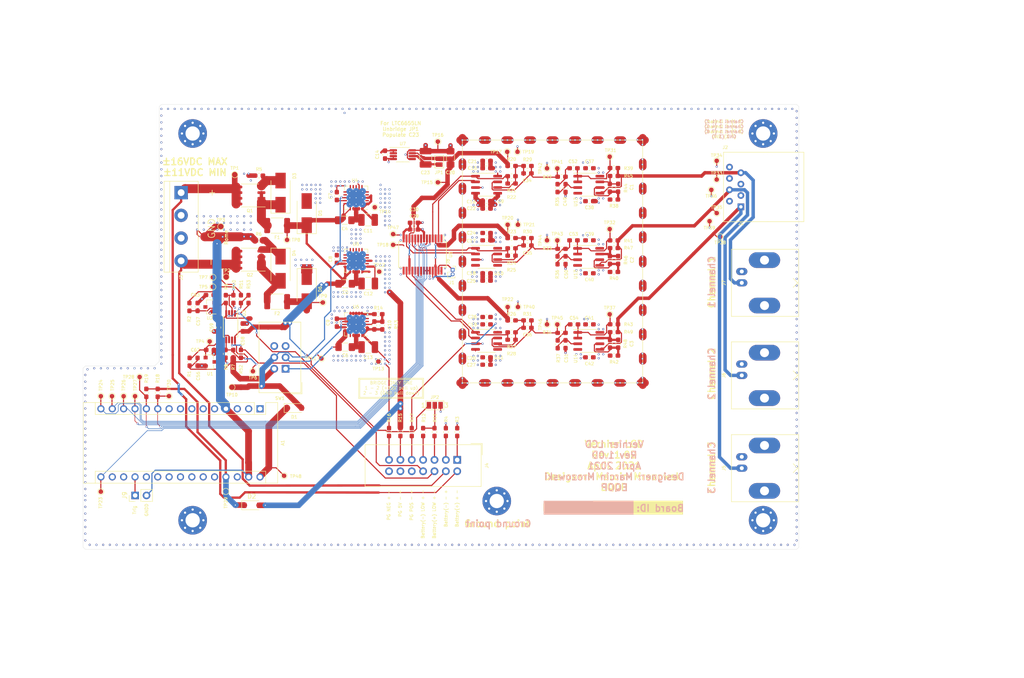
<source format=kicad_pcb>
(kicad_pcb (version 20171130) (host pcbnew "(5.1.10)-1")
  (title_block (title "\"Vernier Vamp\" Coil Driver - 2mA") (date 2020-05-12) (rev 1.0B) (company "Strathclyde University") (comment 1 "Designed by: Marcin Mrozowski") (comment 2 "Checked by:") (comment 3 "Approved by:"))
  (layers (0 F.Cu signal) (1 GND.Cu power) (2 PWR.Cu power) (31 B.Cu signal) (34 B.Paste user) (35 F.Paste user) (36 B.SilkS user) (37 F.SilkS user) (38 B.Mask user) (39 F.Mask user) (44 Edge.Cuts user))
  (net 0 "")
  (net 1 /DAC/CLK)
  (net 2 /DAC/SDI)
  (net 3 "Net-(A1-Pad30)")
  (net 4 GNDD)
  (net 5 /DAC/~CS)
  (net 6 /DAC/~RS)
  (net 7 /DAC/~LDAC)
  (net 8 /DAC/MSB)
  (net 9 GND)
  (net 10 "Net-(C7-Pad1)")
  (net 11 "Net-(C8-Pad1)")
  (net 12 "Net-(C9-Pad1)")
  (net 13 "Net-(C10-Pad2)")
  (net 14 +5V)
  (net 15 "Net-(C23-Pad1)")
  (net 16 /DAC/Vref_2.5V)
  (net 17 /Channel_Outputs/4Q_DAC_OUT_1)
  (net 18 "Net-(C34-Pad1)")
  (net 19 /Channel_Outputs/4Q_DAC_OUT_2)
  (net 20 "Net-(C35-Pad1)")
  (net 21 /Channel_Outputs/4Q_DAC_OUT_3)
  (net 22 "Net-(C36-Pad1)")
  (net 23 "Net-(C49-Pad1)")
  (net 24 "Net-(C50-Pad1)")
  (net 25 "Net-(C51-Pad1)")
  (net 26 "Net-(C52-Pad2)")
  (net 27 "Net-(C52-Pad1)")
  (net 28 "Net-(C53-Pad2)")
  (net 29 "Net-(C53-Pad1)")
  (net 30 "Net-(C54-Pad2)")
  (net 31 "Net-(C54-Pad1)")
  (net 32 +BATT)
  (net 33 -BATT)
  (net 34 "Net-(D3-Pad2)")
  (net 35 "Net-(D3-Pad1)")
  (net 36 "Net-(D4-Pad2)")
  (net 37 "Net-(D4-Pad1)")
  (net 38 /DAC/Rrb_D)
  (net 39 /DAC/Iout_D)
  (net 40 /Channel_Outputs/Coil_Iout_3)
  (net 41 /Channel_Outputs/Coil_Iout_2)
  (net 42 /Channel_Outputs/Coil_Iout_1)
  (net 43 +5VD)
  (net 44 "Net-(R10-Pad1)")
  (net 45 "Net-(R21-Pad1)")
  (net 46 "Net-(R24-Pad1)")
  (net 47 "Net-(R27-Pad1)")
  (net 48 /Power/-EN)
  (net 49 "Net-(U11-Pad2)")
  (net 50 "Net-(U10-Pad2)")
  (net 51 "Net-(U8-Pad2)")
  (net 52 /Power/-12VDC_bat)
  (net 53 /Power/+12VDC_bat)
  (net 54 "Net-(C1-Pad2)")
  (net 55 "Net-(C1-Pad1)")
  (net 56 "Net-(C2-Pad2)")
  (net 57 "Net-(C2-Pad1)")
  (net 58 "Net-(C3-Pad2)")
  (net 59 "Net-(C3-Pad1)")
  (net 60 -7V5)
  (net 61 +7V5)
  (net 62 /Power/Battery_Management/+5V_c_ref)
  (net 63 /Power/Battery_Management/-5V_c_ref)
  (net 64 /Power/Battery_Management/Battery+_LOW_C)
  (net 65 /Power/Battery_Management/Battery-_LOW_C)
  (net 66 /Power/Battery_Management/Battery+_C)
  (net 67 /Power/Battery_Management/Battery-_A)
  (net 68 /Power/Battery_Management/Battery+_LOW_A)
  (net 69 /Power/Battery_Management/Battery-_LOW_A)
  (net 70 /Power/Battery_Management/+7.5_PG_A)
  (net 71 /Power/Battery_Management/+5_PG_A)
  (net 72 /Power/Battery_Management/-7.5_PG_C)
  (net 73 "Net-(JP2-Pad2)")
  (net 74 "Net-(R52-Pad2)")
  (net 75 +12V_batt_post)
  (net 76 "Net-(R51-Pad1)")
  (net 77 /DAC/SDO)
  (net 78 "Net-(A1-Pad28)")
  (net 79 "Net-(A1-Pad26)")
  (net 80 "Net-(A1-Pad25)")
  (net 81 "Net-(A1-Pad9)")
  (net 82 "Net-(A1-Pad24)")
  (net 83 "Net-(A1-Pad8)")
  (net 84 "Net-(A1-Pad23)")
  (net 85 "Net-(A1-Pad7)")
  (net 86 "Net-(A1-Pad22)")
  (net 87 "Net-(A1-Pad6)")
  (net 88 "Net-(A1-Pad21)")
  (net 89 "Net-(A1-Pad5)")
  (net 90 "Net-(A1-Pad20)")
  (net 91 "Net-(A1-Pad3)")
  (net 92 "Net-(A1-Pad18)")
  (net 93 "Net-(A1-Pad2)")
  (net 94 "Net-(A1-Pad17)")
  (net 95 "Net-(A1-Pad1)")
  (net 96 "Net-(U4-Pad11)")
  (net 97 "Net-(U4-Pad5)")
  (net 98 "Net-(U4-Pad4)")
  (net 99 "Net-(U5-Pad12)")
  (net 100 "Net-(U5-Pad11)")
  (net 101 "Net-(U5-Pad9)")
  (net 102 "Net-(U5-Pad8)")
  (net 103 "Net-(U5-Pad5)")
  (net 104 "Net-(U5-Pad4)")
  (net 105 /MCU/Trigger)
  (module Connector_PinHeader_2.54mm:PinHeader_1x02_P2.54mm_Vertical (layer F.Cu) (at 44.55 134.6 90)
    (fp_text reference J9 (at 0 -2.33 90) (layer F.SilkS))
    (fp_text value Conn_01x02)
    (pad 2 thru_hole oval (at 0 2.54 90) (size 1.7 1.7) (drill 1) (layers *.Cu *.Mask) (net 4 GNDD))
    (pad 1 thru_hole rect (at 0 0 90) (size 1.7 1.7) (drill 1) (layers *.Cu *.Mask) (net 105 /MCU/Trigger))
  )
  (module Diode_SMD:D_SOD-123 (layer F.Cu) (at 70.6 136.8)
    (fp_text reference D2 (at 0 -2) (layer F.SilkS))
    (fp_text value MBR0520LT)
    (pad 2 smd rect (at 1.65 0) (size 0.9 1.2) (layers F.Cu F.Paste F.Mask) (net 14 +5V))
    (pad 1 smd rect (at -1.65 0) (size 0.9 1.2) (layers F.Cu F.Paste F.Mask) (net 43 +5VD))
  )
  (module MS548-10F:MS548-10C (layer F.Cu) (at 111.6425 82.27 90)
    (fp_text reference J8 (at 0 2.83 90) (layer F.SilkS) (effects (font (size 0.7 0.7) (thickness 0.127))))
    (fp_text value MS548-10F)
    (pad 1 smd oval (at 27.15 6.045 270) (size 1.7 2.715) (layers F.Cu F.Paste F.Mask) (net 9 GND))
    (pad 1 smd oval (at 27.15 46.345 270) (size 1.7 2.715) (layers F.Cu F.Paste F.Mask) (net 9 GND))
    (pad 1 smd oval (at 27.15 31.2325 270) (size 1.7 2.715) (layers F.Cu F.Paste F.Mask) (net 9 GND))
    (pad 1 smd oval (at 27.15 21.1575 270) (size 1.7 2.715) (layers F.Cu F.Paste F.Mask) (net 9 GND))
    (pad 1 smd oval (at 27.15 36.27 270) (size 1.7 2.715) (layers F.Cu F.Paste F.Mask) (net 9 GND))
    (pad 1 smd oval (at 27.15 41.3075 270) (size 1.7 2.715) (layers F.Cu F.Paste F.Mask) (net 9 GND))
    (pad 1 smd oval (at 27.15 11.0825 270) (size 1.7 2.715) (layers F.Cu F.Paste F.Mask) (net 9 GND))
    (pad 1 smd oval (at 27.15 26.195 270) (size 1.7 2.715) (layers F.Cu F.Paste F.Mask) (net 9 GND))
    (pad 1 smd oval (at 27.15 16.12 270) (size 1.7 2.715) (layers F.Cu F.Paste F.Mask) (net 9 GND))
    (pad 1 smd oval (at -27.15 36.27 270) (size 1.7 2.715) (layers F.Cu F.Paste F.Mask) (net 9 GND))
    (pad 1 smd oval (at -27.15 46.345 270) (size 1.7 2.715) (layers F.Cu F.Paste F.Mask) (net 9 GND))
    (pad 1 smd oval (at -27.15 41.3075 270) (size 1.7 2.715) (layers F.Cu F.Paste F.Mask) (net 9 GND))
    (pad 1 smd oval (at -27.15 21.1575 270) (size 1.7 2.715) (layers F.Cu F.Paste F.Mask) (net 9 GND))
    (pad 1 smd oval (at -27.15 31.2325 270) (size 1.7 2.715) (layers F.Cu F.Paste F.Mask) (net 9 GND))
    (pad 1 smd oval (at -27.15 26.195 270) (size 1.7 2.715) (layers F.Cu F.Paste F.Mask) (net 9 GND))
    (pad 1 smd oval (at -27.15 6.045 270) (size 1.7 2.715) (layers F.Cu F.Paste F.Mask) (net 9 GND))
    (pad 1 smd oval (at -27.15 16.12 270) (size 1.7 2.715) (layers F.Cu F.Paste F.Mask) (net 9 GND))
    (pad 1 smd oval (at -27.15 11.0825 270) (size 1.7 2.715) (layers F.Cu F.Paste F.Mask) (net 9 GND))
    (pad 1 smd oval (at 27.15 46.345 180) (size 1.7 2.715) (layers F.Cu F.Paste F.Mask) (net 9 GND))
    (pad 1 smd oval (at 21.72 46.345 180) (size 1.7 2.715) (layers F.Cu F.Paste F.Mask) (net 9 GND))
    (pad 1 smd oval (at 5.43 46.345 180) (size 1.7 2.715) (layers F.Cu F.Paste F.Mask) (net 9 GND))
    (pad 1 smd oval (at 10.86 46.345 180) (size 1.7 2.715) (layers F.Cu F.Paste F.Mask) (net 9 GND))
    (pad 1 smd oval (at 16.29 46.345 180) (size 1.7 2.715) (layers F.Cu F.Paste F.Mask) (net 9 GND))
    (pad 1 smd oval (at -10.86 46.345 180) (size 1.7 2.715) (layers F.Cu F.Paste F.Mask) (net 9 GND))
    (pad 1 smd oval (at -5.43 46.345 180) (size 1.7 2.715) (layers F.Cu F.Paste F.Mask) (net 9 GND))
    (pad 1 smd oval (at 0 46.345 180) (size 1.7 2.715) (layers F.Cu F.Paste F.Mask) (net 9 GND))
    (pad 1 smd oval (at -27.15 46.345 180) (size 1.7 2.715) (layers F.Cu F.Paste F.Mask) (net 9 GND))
    (pad 1 smd oval (at -21.72 46.345 180) (size 1.7 2.715) (layers F.Cu F.Paste F.Mask) (net 9 GND))
    (pad 1 smd oval (at -16.29 46.345 180) (size 1.7 2.715) (layers F.Cu F.Paste F.Mask) (net 9 GND))
    (pad 1 smd oval (at 21.72 6.045 180) (size 1.7 2.715) (layers F.Cu F.Paste F.Mask) (net 9 GND))
    (pad 1 smd oval (at 27.15 6.045 180) (size 1.7 2.715) (layers F.Cu F.Paste F.Mask) (net 9 GND))
    (pad 1 smd oval (at 5.43 6.045 180) (size 1.7 2.715) (layers F.Cu F.Paste F.Mask) (net 9 GND))
    (pad 1 smd oval (at 10.86 6.045 180) (size 1.7 2.715) (layers F.Cu F.Paste F.Mask) (net 9 GND))
    (pad 1 smd oval (at 16.29 6.045 180) (size 1.7 2.715) (layers F.Cu F.Paste F.Mask) (net 9 GND))
    (pad 1 smd oval (at -10.86 6.045 180) (size 1.7 2.715) (layers F.Cu F.Paste F.Mask) (net 9 GND))
    (pad 1 smd oval (at -5.43 6.045 180) (size 1.7 2.715) (layers F.Cu F.Paste F.Mask) (net 9 GND))
    (pad 1 smd oval (at 0 6.045 180) (size 1.7 2.715) (layers F.Cu F.Paste F.Mask) (net 9 GND))
    (pad 1 smd oval (at -16.29 6.045 180) (size 1.7 2.715) (layers F.Cu F.Paste F.Mask) (net 9 GND))
    (pad 1 smd oval (at -21.72 6.045 180) (size 1.7 2.715) (layers F.Cu F.Paste F.Mask) (net 9 GND))
    (pad 1 smd oval (at -27.15 6.045 180) (size 1.7 2.715) (layers F.Cu F.Paste F.Mask) (net 9 GND))
  )
  (module Dummy_conn_01x02:PinSocket_1x02_P1.00mm_Vertical_CUSTOM_CYD (layer F.Cu) (at 115.5065 84.1375)
    (fp_text reference J1 (at -0.1905 2.8575) (layer F.SilkS) (effects (font (size 0.7 0.7) (thickness 0.127))))
    (fp_text value Conn_01x02)
    (pad 1 thru_hole rect (at 0 0) (size 0.85 0.85) (drill 0.5) (layers *.Cu *.Mask) (net 39 /DAC/Iout_D))
    (pad 2 thru_hole oval (at 0 1) (size 0.85 0.85) (drill 0.5) (layers *.Cu *.Mask) (net 38 /DAC/Rrb_D))
  )
  (module Diode_SMD:D_SOD-123 (layer F.Cu) (at 80.1 115.05)
    (fp_text reference D1 (at 0 2) (layer F.SilkS) (effects (font (size 0.7 0.7) (thickness 0.127))))
    (fp_text value MBR0520LT)
    (pad 2 smd rect (at 1.65 0) (size 0.9 1.2) (layers F.Cu F.Paste F.Mask) (net 75 +12V_batt_post))
    (pad 1 smd rect (at -1.65 0) (size 0.9 1.2) (layers F.Cu F.Paste F.Mask) (net 3 "Net-(A1-Pad30)"))
  )
  (module Connector_Coaxial:BNC_Amphenol_B6252HB-NPP3G-50_Horizontal (layer F.Cu) (at 180.122 87.05 270)
    (fp_text reference J7 (at 0 4 90) (layer F.SilkS) (effects (font (size 0.7 0.7) (thickness 0.127))))
    (fp_text value "Channel 1")
    (pad 2 thru_hole oval (at -2.54 0 270) (size 1.6 2.5) (drill 0.89) (layers *.Cu *.Mask) (net 9 GND))
    (pad 1 thru_hole oval (at 0 0 270) (size 1.6 2.5) (drill 0.89) (layers *.Cu *.Mask) (net 42 /Channel_Outputs/Coil_Iout_1))
    (pad 2 thru_hole oval (at 5.08 -5.08 270) (size 3.5 7) (drill 2.01) (layers *.Cu *.Mask) (net 9 GND))
    (pad 2 thru_hole oval (at -5.08 -5.08 270) (size 3.5 7) (drill 2.01) (layers *.Cu *.Mask) (net 9 GND))
  )
  (module Connector_Coaxial:BNC_Amphenol_B6252HB-NPP3G-50_Horizontal (layer F.Cu) (at 180.122 107.75 270)
    (fp_text reference J6 (at 0 4 90) (layer F.SilkS) (effects (font (size 0.7 0.7) (thickness 0.127))))
    (fp_text value "Channel 2")
    (pad 2 thru_hole oval (at -2.54 0 270) (size 1.6 2.5) (drill 0.89) (layers *.Cu *.Mask) (net 9 GND))
    (pad 1 thru_hole oval (at 0 0 270) (size 1.6 2.5) (drill 0.89) (layers *.Cu *.Mask) (net 41 /Channel_Outputs/Coil_Iout_2))
    (pad 2 thru_hole oval (at 5.08 -5.08 270) (size 3.5 7) (drill 2.01) (layers *.Cu *.Mask) (net 9 GND))
    (pad 2 thru_hole oval (at -5.08 -5.08 270) (size 3.5 7) (drill 2.01) (layers *.Cu *.Mask) (net 9 GND))
  )
  (module Connector_Coaxial:BNC_Amphenol_B6252HB-NPP3G-50_Horizontal (layer F.Cu) (at 180.122 128.5 270)
    (fp_text reference J5 (at 0 4 90) (layer F.SilkS) (effects (font (size 0.7 0.7) (thickness 0.127))))
    (fp_text value "Channel 3")
    (pad 2 thru_hole oval (at -2.54 0 270) (size 1.6 2.5) (drill 0.89) (layers *.Cu *.Mask) (net 9 GND))
    (pad 1 thru_hole oval (at 0 0 270) (size 1.6 2.5) (drill 0.89) (layers *.Cu *.Mask) (net 40 /Channel_Outputs/Coil_Iout_3))
    (pad 2 thru_hole oval (at 5.08 -5.08 270) (size 3.5 7) (drill 2.01) (layers *.Cu *.Mask) (net 9 GND))
    (pad 2 thru_hole oval (at -5.08 -5.08 270) (size 3.5 7) (drill 2.01) (layers *.Cu *.Mask) (net 9 GND))
  )
  (module Module:Arduino_Nano (layer F.Cu) (at 72.4605 115.2175 270)
    (fp_text reference A1 (at 7.62 -5.08 90) (layer F.SilkS) (effects (font (size 0.7 0.7) (thickness 0.127))))
    (fp_text value Arduino_Nano_Every)
    (pad 16 thru_hole oval (at 15.24 35.56 270) (size 1.6 1.6) (drill 1) (layers *.Cu *.Mask) (net 1 /DAC/CLK))
    (pad 15 thru_hole oval (at 0 35.56 270) (size 1.6 1.6) (drill 1) (layers *.Cu *.Mask) (net 77 /DAC/SDO))
    (pad 30 thru_hole oval (at 15.24 0 270) (size 1.6 1.6) (drill 1) (layers *.Cu *.Mask) (net 3 "Net-(A1-Pad30)"))
    (pad 14 thru_hole oval (at 0 33.02 270) (size 1.6 1.6) (drill 1) (layers *.Cu *.Mask) (net 2 /DAC/SDI))
    (pad 29 thru_hole oval (at 15.24 2.54 270) (size 1.6 1.6) (drill 1) (layers *.Cu *.Mask) (net 4 GNDD))
    (pad 13 thru_hole oval (at 0 30.48 270) (size 1.6 1.6) (drill 1) (layers *.Cu *.Mask) (net 5 /DAC/~CS))
    (pad 28 thru_hole oval (at 15.24 5.08 270) (size 1.6 1.6) (drill 1) (layers *.Cu *.Mask) (net 78 "Net-(A1-Pad28)"))
    (pad 12 thru_hole oval (at 0 27.94 270) (size 1.6 1.6) (drill 1) (layers *.Cu *.Mask) (net 7 /DAC/~LDAC))
    (pad 27 thru_hole oval (at 15.24 7.62 270) (size 1.6 1.6) (drill 1) (layers *.Cu *.Mask) (net 43 +5VD))
    (pad 11 thru_hole oval (at 0 25.4 270) (size 1.6 1.6) (drill 1) (layers *.Cu *.Mask) (net 8 /DAC/MSB))
    (pad 26 thru_hole oval (at 15.24 10.16 270) (size 1.6 1.6) (drill 1) (layers *.Cu *.Mask) (net 79 "Net-(A1-Pad26)"))
    (pad 10 thru_hole oval (at 0 22.86 270) (size 1.6 1.6) (drill 1) (layers *.Cu *.Mask) (net 6 /DAC/~RS))
    (pad 25 thru_hole oval (at 15.24 12.7 270) (size 1.6 1.6) (drill 1) (layers *.Cu *.Mask) (net 80 "Net-(A1-Pad25)"))
    (pad 9 thru_hole oval (at 0 20.32 270) (size 1.6 1.6) (drill 1) (layers *.Cu *.Mask) (net 81 "Net-(A1-Pad9)"))
    (pad 24 thru_hole oval (at 15.24 15.24 270) (size 1.6 1.6) (drill 1) (layers *.Cu *.Mask) (net 82 "Net-(A1-Pad24)"))
    (pad 8 thru_hole oval (at 0 17.78 270) (size 1.6 1.6) (drill 1) (layers *.Cu *.Mask) (net 83 "Net-(A1-Pad8)"))
    (pad 23 thru_hole oval (at 15.24 17.78 270) (size 1.6 1.6) (drill 1) (layers *.Cu *.Mask) (net 84 "Net-(A1-Pad23)"))
    (pad 7 thru_hole oval (at 0 15.24 270) (size 1.6 1.6) (drill 1) (layers *.Cu *.Mask) (net 85 "Net-(A1-Pad7)"))
    (pad 22 thru_hole oval (at 15.24 20.32 270) (size 1.6 1.6) (drill 1) (layers *.Cu *.Mask) (net 86 "Net-(A1-Pad22)"))
    (pad 6 thru_hole oval (at 0 12.7 270) (size 1.6 1.6) (drill 1) (layers *.Cu *.Mask) (net 87 "Net-(A1-Pad6)"))
    (pad 21 thru_hole oval (at 15.24 22.86 270) (size 1.6 1.6) (drill 1) (layers *.Cu *.Mask) (net 88 "Net-(A1-Pad21)"))
    (pad 5 thru_hole oval (at 0 10.16 270) (size 1.6 1.6) (drill 1) (layers *.Cu *.Mask) (net 89 "Net-(A1-Pad5)"))
    (pad 20 thru_hole oval (at 15.24 25.4 270) (size 1.6 1.6) (drill 1) (layers *.Cu *.Mask) (net 90 "Net-(A1-Pad20)"))
    (pad 4 thru_hole oval (at 0 7.62 270) (size 1.6 1.6) (drill 1) (layers *.Cu *.Mask) (net 4 GNDD))
    (pad 19 thru_hole oval (at 15.24 27.94 270) (size 1.6 1.6) (drill 1) (layers *.Cu *.Mask) (net 105 /MCU/Trigger))
    (pad 3 thru_hole oval (at 0 5.08 270) (size 1.6 1.6) (drill 1) (layers *.Cu *.Mask) (net 91 "Net-(A1-Pad3)"))
    (pad 18 thru_hole oval (at 15.24 30.48 270) (size 1.6 1.6) (drill 1) (layers *.Cu *.Mask) (net 92 "Net-(A1-Pad18)"))
    (pad 2 thru_hole oval (at 0 2.54 270) (size 1.6 1.6) (drill 1) (layers *.Cu *.Mask) (net 93 "Net-(A1-Pad2)"))
    (pad 17 thru_hole oval (at 15.24 33.02 270) (size 1.6 1.6) (drill 1) (layers *.Cu *.Mask) (net 94 "Net-(A1-Pad17)"))
    (pad 1 thru_hole rect (at 0 0 270) (size 1.6 1.6) (drill 1) (layers *.Cu *.Mask) (net 95 "Net-(A1-Pad1)"))
  )
  (module Connector_IDC:IDC-Header_2x03_P2.54mm_Vertical (layer F.Cu) (at 78.1755 106.264 180)
    (fp_text reference SW1 (at 1.27 -6.604) (layer F.SilkS) (effects (font (size 0.7 0.7) (thickness 0.127))))
    (fp_text value DPDT_Hirose)
    (pad 6 thru_hole oval (at 2.54 5.08 180) (size 1.7272 1.7272) (drill 1.016) (layers *.Cu *.Mask) (net 9 GND))
    (pad 5 thru_hole oval (at 0 5.08 180) (size 1.7272 1.7272) (drill 1.016) (layers *.Cu *.Mask) (net 9 GND))
    (pad 4 thru_hole oval (at 2.54 2.54 180) (size 1.7272 1.7272) (drill 1.016) (layers *.Cu *.Mask) (net 75 +12V_batt_post))
    (pad 3 thru_hole oval (at 0 2.54 180) (size 1.7272 1.7272) (drill 1.016) (layers *.Cu *.Mask) (net 48 /Power/-EN))
    (pad 2 thru_hole oval (at 2.54 0 180) (size 1.7272 1.7272) (drill 1.016) (layers *.Cu *.Mask) (net 53 /Power/+12VDC_bat))
    (pad 1 thru_hole rect (at 0 0 180) (size 1.7272 1.7272) (drill 1.016) (layers *.Cu *.Mask) (net 52 /Power/-12VDC_bat))
  )
  (module Connector_IDC:IDC-Header_2x07_P2.54mm_Vertical (layer F.Cu) (at 116.5295 126.6475 270)
    (fp_text reference J4 (at 1.27 -6.604 90) (layer F.SilkS) (effects (font (size 0.7 0.7) (thickness 0.127))))
    (fp_text value Conn_02x07_Odd_Even)
    (pad 14 thru_hole oval (at 2.54 15.24 270) (size 1.7272 1.7272) (drill 1.016) (layers *.Cu *.Mask) (net 9 GND))
    (pad 13 thru_hole oval (at 0 15.24 270) (size 1.7272 1.7272) (drill 1.016) (layers *.Cu *.Mask) (net 72 /Power/Battery_Management/-7.5_PG_C))
    (pad 12 thru_hole oval (at 2.54 12.7 270) (size 1.7272 1.7272) (drill 1.016) (layers *.Cu *.Mask) (net 9 GND))
    (pad 11 thru_hole oval (at 0 12.7 270) (size 1.7272 1.7272) (drill 1.016) (layers *.Cu *.Mask) (net 71 /Power/Battery_Management/+5_PG_A))
    (pad 10 thru_hole oval (at 2.54 10.16 270) (size 1.7272 1.7272) (drill 1.016) (layers *.Cu *.Mask) (net 9 GND))
    (pad 9 thru_hole oval (at 0 10.16 270) (size 1.7272 1.7272) (drill 1.016) (layers *.Cu *.Mask) (net 70 /Power/Battery_Management/+7.5_PG_A))
    (pad 8 thru_hole oval (at 2.54 7.62 270) (size 1.7272 1.7272) (drill 1.016) (layers *.Cu *.Mask) (net 65 /Power/Battery_Management/Battery-_LOW_C))
    (pad 7 thru_hole oval (at 0 7.62 270) (size 1.7272 1.7272) (drill 1.016) (layers *.Cu *.Mask) (net 69 /Power/Battery_Management/Battery-_LOW_A))
    (pad 6 thru_hole oval (at 2.54 5.08 270) (size 1.7272 1.7272) (drill 1.016) (layers *.Cu *.Mask) (net 64 /Power/Battery_Management/Battery+_LOW_C))
    (pad 5 thru_hole oval (at 0 5.08 270) (size 1.7272 1.7272) (drill 1.016) (layers *.Cu *.Mask) (net 68 /Power/Battery_Management/Battery+_LOW_A))
    (pad 4 thru_hole oval (at 2.54 2.54 270) (size 1.7272 1.7272) (drill 1.016) (layers *.Cu *.Mask) (net 33 -BATT))
    (pad 3 thru_hole oval (at 0 2.54 270) (size 1.7272 1.7272) (drill 1.016) (layers *.Cu *.Mask) (net 67 /Power/Battery_Management/Battery-_A))
    (pad 2 thru_hole oval (at 2.54 0 270) (size 1.7272 1.7272) (drill 1.016) (layers *.Cu *.Mask) (net 32 +BATT))
    (pad 1 thru_hole rect (at 0 0 270) (size 1.7272 1.7272) (drill 1.016) (layers *.Cu *.Mask) (net 66 /Power/Battery_Management/Battery+_C))
  )
  (module Resistor_SMD:R_0603_1608Metric_Pad1.05x0.95mm_HandSolder (layer F.Cu) (at 69.88 90.6869 90)
    (fp_text reference R53 (at 3.2824 0.0225 90) (layer F.SilkS) (effects (font (size 0.7 0.7) (thickness 0.127))))
    (fp_text value 133k)
    (pad 1 smd roundrect (at -0.875 0 90) (size 1.05 0.95) (layers F.Cu F.Paste F.Mask) (net 65 /Power/Battery_Management/Battery-_LOW_C))
    (pad 2 smd roundrect (at 0.875 0 90) (size 1.05 0.95) (layers F.Cu F.Paste F.Mask) (net 76 "Net-(R51-Pad1)"))
  )
  (module Resistor_SMD:R_0603_1608Metric_Pad1.05x0.95mm_HandSolder (layer F.Cu) (at 68.188 102.9353 270)
    (fp_text reference R52 (at 3.4557 0 90) (layer F.SilkS) (effects (font (size 0.7 0.7) (thickness 0.127))))
    (fp_text value 2M)
    (pad 1 smd roundrect (at -0.875 0 270) (size 1.05 0.95) (layers F.Cu F.Paste F.Mask) (net 64 /Power/Battery_Management/Battery+_LOW_C))
    (pad 2 smd roundrect (at 0.875 0 270) (size 1.05 0.95) (layers F.Cu F.Paste F.Mask) (net 74 "Net-(R52-Pad2)"))
  )
  (module Resistor_SMD:R_0603_1608Metric_Pad1.05x0.95mm_HandSolder (layer F.Cu) (at 68.188 90.6869 90)
    (fp_text reference R51 (at 3.2824 0.0635 90) (layer F.SilkS) (effects (font (size 0.7 0.7) (thickness 0.127))))
    (fp_text value 3k)
    (pad 1 smd roundrect (at -0.875 0 90) (size 1.05 0.95) (layers F.Cu F.Paste F.Mask) (net 76 "Net-(R51-Pad1)"))
    (pad 2 smd roundrect (at 0.875 0 90) (size 1.05 0.95) (layers F.Cu F.Paste F.Mask) (net 63 /Power/Battery_Management/-5V_c_ref))
  )
  (module TestPoint:TestPoint_Pad_D1.0mm (layer F.Cu) (at 77.84 130.2035)
    (fp_text reference TP48 (at 2.6035 0.127) (layer F.SilkS) (effects (font (size 0.7 0.7) (thickness 0.127))))
    (fp_text value TestPoint_Probe)
    (pad 1 smd circle (at 0 0) (size 1 1) (layers F.Cu F.Mask) (net 3 "Net-(A1-Pad30)"))
  )
  (module TestPoint:TestPoint_Pad_D1.0mm (layer F.Cu) (at 102.2 76.15)
    (fp_text reference TP47 (at 0 -1.448) (layer F.SilkS) (effects (font (size 0.7 0.7) (thickness 0.127))))
    (fp_text value TestPoint_Probe)
    (pad 1 smd circle (at 0 0) (size 1 1) (layers F.Cu F.Mask) (net 9 GND))
  )
  (module Capacitor_SMD:C_1206_3216Metric_Pad1.42x1.75mm_HandSolder (layer F.Cu) (at 91.5 87.25)
    (fp_text reference C5 (at 0 1.9) (layer F.SilkS) (effects (font (size 0.7 0.7) (thickness 0.127))))
    (fp_text value 10u)
    (pad 1 smd roundrect (at -1.4875 0) (size 1.425 1.75) (layers F.Cu F.Paste F.Mask) (roundrect_rratio 0.175439) (net 53 /Power/+12VDC_bat))
    (pad 2 smd roundrect (at 1.4875 0) (size 1.425 1.75) (layers F.Cu F.Paste F.Mask) (roundrect_rratio 0.175439) (net 9 GND))
  )
  (module Capacitor_SMD:C_1206_3216Metric_Pad1.42x1.75mm_HandSolder (layer F.Cu) (at 91.5 101.42)
    (fp_text reference C6 (at 0 1.83) (layer F.SilkS) (effects (font (size 0.7 0.7) (thickness 0.127))))
    (fp_text value 10u)
    (pad 1 smd roundrect (at -1.4875 0) (size 1.425 1.75) (layers F.Cu F.Paste F.Mask) (roundrect_rratio 0.175439) (net 52 /Power/-12VDC_bat))
    (pad 2 smd roundrect (at 1.4875 0) (size 1.425 1.75) (layers F.Cu F.Paste F.Mask) (roundrect_rratio 0.175439) (net 9 GND))
  )
  (module Capacitor_SMD:C_1206_3216Metric_Pad1.42x1.75mm_HandSolder (layer F.Cu) (at 91.4 73.05)
    (fp_text reference C4 (at 0 1.9) (layer F.SilkS) (effects (font (size 0.7 0.7) (thickness 0.127))))
    (fp_text value 10u)
    (pad 1 smd roundrect (at -1.4875 0) (size 1.425 1.75) (layers F.Cu F.Paste F.Mask) (roundrect_rratio 0.175439) (net 53 /Power/+12VDC_bat))
    (pad 2 smd roundrect (at 1.4875 0) (size 1.425 1.75) (layers F.Cu F.Paste F.Mask) (roundrect_rratio 0.175439) (net 9 GND))
  )
  (module Capacitor_SMD:C_0603_1608Metric_Pad1.05x0.95mm_HandSolder (layer F.Cu) (at 98.005 96.58 90)
    (fp_text reference C10 (at 0.18 3.395 90) (layer F.SilkS) (effects (font (size 0.7 0.7) (thickness 0.127))))
    (fp_text value 10n)
    (pad 1 smd roundrect (at -0.875 0 90) (size 1.05 0.95) (layers F.Cu F.Paste F.Mask) (net 60 -7V5))
    (pad 2 smd roundrect (at 0.875 0 90) (size 1.05 0.95) (layers F.Cu F.Paste F.Mask) (net 13 "Net-(C10-Pad2)"))
  )
  (module Capacitor_SMD:C_1206_3216Metric_Pad1.42x1.75mm_HandSolder (layer F.Cu) (at 115.025 59.1 90)
    (fp_text reference C28 (at -3.275 -0.025 180) (layer F.SilkS) (effects (font (size 0.7 0.7) (thickness 0.127))))
    (fp_text value 10u)
    (pad 1 smd roundrect (at -1.4875 0 90) (size 1.425 1.75) (layers F.Cu F.Paste F.Mask) (roundrect_rratio 0.175439) (net 16 /DAC/Vref_2.5V))
    (pad 2 smd roundrect (at 1.4875 0 90) (size 1.425 1.75) (layers F.Cu F.Paste F.Mask) (roundrect_rratio 0.175439) (net 9 GND))
  )
  (module TestPoint:TestPoint_Pad_D1.0mm (layer F.Cu) (at 130.1 92.45)
    (fp_text reference TP40 (at 2.5 0) (layer F.SilkS) (effects (font (size 0.7 0.7) (thickness 0.127))))
    (fp_text value TestPoint_Probe)
    (pad 1 smd circle (at 0 0) (size 1 1) (layers F.Cu F.Mask) (net 9 GND))
  )
  (module TestPoint:TestPoint_Pad_D1.0mm (layer F.Cu) (at 52.1098 112.3854 90)
    (fp_text reference TP30 (at 2.45 0 90) (layer F.SilkS) (effects (font (size 0.7 0.7) (thickness 0.127))))
    (fp_text value TestPoint_Probe)
    (pad 1 smd circle (at 0 0 90) (size 1 1) (layers F.Cu F.Mask) (net 6 /DAC/~RS))
  )
  (module TestPoint:TestPoint_Pad_D1.0mm (layer F.Cu) (at 41.975 112.4 90)
    (fp_text reference TP26 (at 2.45 0 270) (layer F.SilkS) (effects (font (size 0.7 0.7) (thickness 0.127))))
    (fp_text value TestPoint_Probe)
    (pad 1 smd circle (at 0 0 90) (size 1 1) (layers F.Cu F.Mask) (net 5 /DAC/~CS))
  )
  (module TestPoint:TestPoint_Pad_D1.0mm (layer F.Cu) (at 44.525 112.4 90)
    (fp_text reference TP27 (at 2.45 0.05 270) (layer F.SilkS) (effects (font (size 0.7 0.7) (thickness 0.127))))
    (fp_text value TestPoint_Probe)
    (pad 1 smd circle (at 0 0 90) (size 1 1) (layers F.Cu F.Mask) (net 7 /DAC/~LDAC))
  )
  (module TestPoint:TestPoint_Pad_D1.0mm (layer F.Cu) (at 64.8225 133.696 90)
    (fp_text reference TP29 (at -2.54 0 270) (layer F.SilkS) (effects (font (size 0.7 0.7) (thickness 0.127))))
    (fp_text value TestPoint_Probe)
    (pad 1 smd circle (at 0 0 90) (size 1 1) (layers F.Cu F.Mask) (net 43 +5VD))
  )
  (module MountingHole:MountingHole_3.2mm_M3_Pad_Via (layer F.Cu) (at 125.364 135.85)
    (fp_text reference H5 hide)
    (fp_text value MountingHole_Pad)
    (pad 1 thru_hole circle (at 0 0) (size 6.4 6.4) (drill 3.2) (layers *.Cu *.Mask) (net 9 GND))
    (pad 1 thru_hole circle (at 2.4 0) (size 0.8 0.8) (drill 0.5) (layers *.Cu *.Mask) (net 9 GND))
    (pad 1 thru_hole circle (at 1.697056 1.697056) (size 0.8 0.8) (drill 0.5) (layers *.Cu *.Mask) (net 9 GND))
    (pad 1 thru_hole circle (at 0 2.4) (size 0.8 0.8) (drill 0.5) (layers *.Cu *.Mask) (net 9 GND))
    (pad 1 thru_hole circle (at -1.697056 1.697056) (size 0.8 0.8) (drill 0.5) (layers *.Cu *.Mask) (net 9 GND))
    (pad 1 thru_hole circle (at -2.4 0) (size 0.8 0.8) (drill 0.5) (layers *.Cu *.Mask) (net 9 GND))
    (pad 1 thru_hole circle (at -1.697056 -1.697056) (size 0.8 0.8) (drill 0.5) (layers *.Cu *.Mask) (net 9 GND))
    (pad 1 thru_hole circle (at 0 -2.4) (size 0.8 0.8) (drill 0.5) (layers *.Cu *.Mask) (net 9 GND))
    (pad 1 thru_hole circle (at 1.697056 -1.697056) (size 0.8 0.8) (drill 0.5) (layers *.Cu *.Mask) (net 9 GND))
  )
  (module Jumper:SolderJumper-3_P1.3mm_Open_Pad1.0x1.5mm_NumberLabels (layer F.Cu) (at 111.516 114.436)
    (fp_text reference JP2 (at 0 -1.8) (layer F.SilkS) (effects (font (size 0.7 0.7) (thickness 0.127))))
    (fp_text value SolderJumper_3_Open)
    (fp_text user 3 (at 2.6 0) (layer F.SilkS))
    (fp_text user 1 (at -2.6 0) (layer F.SilkS))
    (pad 3 smd rect (at 1.3 0) (size 1 1.5) (layers F.Cu F.Mask) (net 9 GND))
    (pad 2 smd rect (at 0 0) (size 1 1.5) (layers F.Cu F.Mask) (net 73 "Net-(JP2-Pad2)"))
    (pad 1 smd rect (at -1.3 0) (size 1 1.5) (layers F.Cu F.Mask) (net 53 /Power/+12VDC_bat))
  )
  (module MountingHole:MountingHole_3.2mm_M3_Pad_Via (layer F.Cu) (at 57.4 140.15)
    (fp_text reference H1 hide)
    (fp_text value MountingHole_Pad)
    (pad 1 thru_hole circle (at 0 0) (size 6.4 6.4) (drill 3.2) (layers *.Cu *.Mask) (net 9 GND))
    (pad 1 thru_hole circle (at 2.4 0) (size 0.8 0.8) (drill 0.5) (layers *.Cu *.Mask) (net 9 GND))
    (pad 1 thru_hole circle (at 1.697056 1.697056) (size 0.8 0.8) (drill 0.5) (layers *.Cu *.Mask) (net 9 GND))
    (pad 1 thru_hole circle (at 0 2.4) (size 0.8 0.8) (drill 0.5) (layers *.Cu *.Mask) (net 9 GND))
    (pad 1 thru_hole circle (at -1.697056 1.697056) (size 0.8 0.8) (drill 0.5) (layers *.Cu *.Mask) (net 9 GND))
    (pad 1 thru_hole circle (at -2.4 0) (size 0.8 0.8) (drill 0.5) (layers *.Cu *.Mask) (net 9 GND))
    (pad 1 thru_hole circle (at -1.697056 -1.697056) (size 0.8 0.8) (drill 0.5) (layers *.Cu *.Mask) (net 9 GND))
    (pad 1 thru_hole circle (at 0 -2.4) (size 0.8 0.8) (drill 0.5) (layers *.Cu *.Mask) (net 9 GND))
    (pad 1 thru_hole circle (at 1.697056 -1.697056) (size 0.8 0.8) (drill 0.5) (layers *.Cu *.Mask) (net 9 GND))
  )
  (module Resistor_SMD:R_0603_1608Metric_Pad1.05x0.95mm_HandSolder (layer F.Cu) (at 47.0425 111.65 90)
    (fp_text reference R19 (at 3.175 0.02 90) (layer F.SilkS) (effects (font (size 0.7 0.7) (thickness 0.127))))
    (fp_text value 10k)
    (pad 1 smd roundrect (at -0.875 0 90) (size 1.05 0.95) (layers F.Cu F.Paste F.Mask) (net 8 /DAC/MSB))
    (pad 2 smd roundrect (at 0.875 0 90) (size 1.05 0.95) (layers F.Cu F.Paste F.Mask) (net 43 +5VD))
  )
  (module TestPoint:TestPoint_Pad_D1.0mm (layer F.Cu) (at 45.55 108.1)
    (fp_text reference TP28 (at -2.45 0) (layer F.SilkS) (effects (font (size 0.7 0.7) (thickness 0.127))))
    (fp_text value TestPoint_Probe)
    (pad 1 smd circle (at 0 0) (size 1 1) (layers F.Cu F.Mask) (net 8 /DAC/MSB))
  )
  (module MountingHole:MountingHole_3.2mm_M3_Pad_Via (layer F.Cu) (at 57.4 53.65)
    (fp_text reference H3 hide)
    (fp_text value MountingHole_Pad)
    (pad 1 thru_hole circle (at 0 0) (size 6.4 6.4) (drill 3.2) (layers *.Cu *.Mask) (net 9 GND))
    (pad 1 thru_hole circle (at 2.4 0) (size 0.8 0.8) (drill 0.5) (layers *.Cu *.Mask) (net 9 GND))
    (pad 1 thru_hole circle (at 1.697056 1.697056) (size 0.8 0.8) (drill 0.5) (layers *.Cu *.Mask) (net 9 GND))
    (pad 1 thru_hole circle (at 0 2.4) (size 0.8 0.8) (drill 0.5) (layers *.Cu *.Mask) (net 9 GND))
    (pad 1 thru_hole circle (at -1.697056 1.697056) (size 0.8 0.8) (drill 0.5) (layers *.Cu *.Mask) (net 9 GND))
    (pad 1 thru_hole circle (at -2.4 0) (size 0.8 0.8) (drill 0.5) (layers *.Cu *.Mask) (net 9 GND))
    (pad 1 thru_hole circle (at -1.697056 -1.697056) (size 0.8 0.8) (drill 0.5) (layers *.Cu *.Mask) (net 9 GND))
    (pad 1 thru_hole circle (at 0 -2.4) (size 0.8 0.8) (drill 0.5) (layers *.Cu *.Mask) (net 9 GND))
    (pad 1 thru_hole circle (at 1.697056 -1.697056) (size 0.8 0.8) (drill 0.5) (layers *.Cu *.Mask) (net 9 GND))
  )
  (module Resistor_SMD:R_0603_1608Metric_Pad1.05x0.95mm_HandSolder (layer F.Cu) (at 99.783 96.594 90)
    (fp_text reference R13 (at 0.194 3.117 90) (layer F.SilkS) (effects (font (size 0.7 0.7) (thickness 0.127))))
    (fp_text value 549k)
    (pad 1 smd roundrect (at -0.875 0 90) (size 1.05 0.95) (layers F.Cu F.Paste F.Mask) (net 60 -7V5))
    (pad 2 smd roundrect (at 0.875 0 90) (size 1.05 0.95) (layers F.Cu F.Paste F.Mask) (net 13 "Net-(C10-Pad2)"))
  )
  (module Resistor_SMD:R_0603_1608Metric_Pad1.05x0.95mm_HandSolder (layer F.Cu) (at 128.68 80.973)
    (fp_text reference R25 (at -0.03 3.177) (layer F.SilkS) (effects (font (size 0.7 0.7) (thickness 0.127))))
    (fp_text value 10k)
    (pad 1 smd roundrect (at -0.875 0) (size 1.05 0.95) (layers F.Cu F.Paste F.Mask) (net 46 "Net-(R24-Pad1)"))
    (pad 2 smd roundrect (at 0.875 0) (size 1.05 0.95) (layers F.Cu F.Paste F.Mask) (net 20 "Net-(C35-Pad1)"))
  )
  (module Resistor_SMD:R_0603_1608Metric_Pad1.05x0.95mm_HandSolder (layer F.Cu) (at 49.5825 111.65 90)
    (fp_text reference R18 (at 3.175 0 90) (layer F.SilkS) (effects (font (size 0.7 0.7) (thickness 0.127))))
    (fp_text value 10k)
    (pad 1 smd roundrect (at -0.875 0 90) (size 1.05 0.95) (layers F.Cu F.Paste F.Mask) (net 6 /DAC/~RS))
    (pad 2 smd roundrect (at 0.875 0 90) (size 1.05 0.95) (layers F.Cu F.Paste F.Mask) (net 43 +5VD))
  )
  (module Resistor_SMD:R_0603_1608Metric_Pad1.05x0.95mm_HandSolder (layer F.Cu) (at 128.68 77.036)
    (fp_text reference R23 (at 0 -1.43) (layer F.SilkS) (effects (font (size 0.7 0.7) (thickness 0.127))))
    (fp_text value 10k)
    (pad 1 smd roundrect (at -0.875 0) (size 1.05 0.95) (layers F.Cu F.Paste F.Mask) (net 16 /DAC/Vref_2.5V))
    (pad 2 smd roundrect (at 0.875 0) (size 1.05 0.95) (layers F.Cu F.Paste F.Mask) (net 20 "Net-(C35-Pad1)"))
  )
  (module Resistor_SMD:R_0603_1608Metric_Pad1.05x0.95mm_HandSolder (layer F.Cu) (at 128.68 60.907)
    (fp_text reference R20 (at 0 -1.507) (layer F.SilkS) (effects (font (size 0.7 0.7) (thickness 0.127))))
    (fp_text value 10k)
    (pad 1 smd roundrect (at -0.875 0) (size 1.05 0.95) (layers F.Cu F.Paste F.Mask) (net 16 /DAC/Vref_2.5V))
    (pad 2 smd roundrect (at 0.875 0) (size 1.05 0.95) (layers F.Cu F.Paste F.Mask) (net 18 "Net-(C34-Pad1)"))
  )
  (module Resistor_SMD:R_0603_1608Metric_Pad1.05x0.95mm_HandSolder (layer F.Cu) (at 128.68 95.451)
    (fp_text reference R26 (at 0 -1.43) (layer F.SilkS) (effects (font (size 0.7 0.7) (thickness 0.127))))
    (fp_text value 10k)
    (pad 1 smd roundrect (at -0.875 0) (size 1.05 0.95) (layers F.Cu F.Paste F.Mask) (net 16 /DAC/Vref_2.5V))
    (pad 2 smd roundrect (at 0.875 0) (size 1.05 0.95) (layers F.Cu F.Paste F.Mask) (net 22 "Net-(C36-Pad1)"))
  )
  (module Resistor_SMD:R_0603_1608Metric_Pad1.05x0.95mm_HandSolder (layer F.Cu) (at 116.5295 120.4245 90)
    (fp_text reference R3 (at 2.8225 0.022 90) (layer F.SilkS) (effects (font (size 0.7 0.7) (thickness 0.127))))
    (fp_text value 10k)
    (pad 1 smd roundrect (at -0.875 0 90) (size 1.05 0.95) (layers F.Cu F.Paste F.Mask) (net 66 /Power/Battery_Management/Battery+_C))
    (pad 2 smd roundrect (at 0.875 0 90) (size 1.05 0.95) (layers F.Cu F.Paste F.Mask) (net 9 GND))
  )
  (module Resistor_SMD:R_0603_1608Metric_Pad1.05x0.95mm_HandSolder (layer F.Cu) (at 128.68 79.322)
    (fp_text reference R24 (at 0 3.328) (layer F.SilkS) (effects (font (size 0.7 0.7) (thickness 0.127))))
    (fp_text value 10k)
    (pad 1 smd roundrect (at -0.875 0) (size 1.05 0.95) (layers F.Cu F.Paste F.Mask) (net 46 "Net-(R24-Pad1)"))
    (pad 2 smd roundrect (at 0.875 0) (size 1.05 0.95) (layers F.Cu F.Paste F.Mask) (net 20 "Net-(C35-Pad1)"))
  )
  (module Resistor_SMD:R_0603_1608Metric_Pad1.05x0.95mm_HandSolder (layer F.Cu) (at 113.9895 120.4245 90)
    (fp_text reference R4 (at 2.886 0.062 90) (layer F.SilkS) (effects (font (size 0.7 0.7) (thickness 0.127))))
    (fp_text value 10k)
    (pad 1 smd roundrect (at -0.875 0 90) (size 1.05 0.95) (layers F.Cu F.Paste F.Mask) (net 67 /Power/Battery_Management/Battery-_A))
    (pad 2 smd roundrect (at 0.875 0 90) (size 1.05 0.95) (layers F.Cu F.Paste F.Mask) (net 9 GND))
  )
  (module Resistor_SMD:R_0603_1608Metric_Pad1.05x0.95mm_HandSolder (layer F.Cu) (at 128.68 98.118)
    (fp_text reference R27 (at -0.03 3.282) (layer F.SilkS) (effects (font (size 0.7 0.7) (thickness 0.127))))
    (fp_text value 10k)
    (pad 1 smd roundrect (at -0.875 0) (size 1.05 0.95) (layers F.Cu F.Paste F.Mask) (net 47 "Net-(R27-Pad1)"))
    (pad 2 smd roundrect (at 0.875 0) (size 1.05 0.95) (layers F.Cu F.Paste F.Mask) (net 22 "Net-(C36-Pad1)"))
  )
  (module Resistor_SMD:R_0603_1608Metric_Pad1.05x0.95mm_HandSolder (layer F.Cu) (at 128.68 99.769)
    (fp_text reference R28 (at -0.03 3.131) (layer F.SilkS) (effects (font (size 0.7 0.7) (thickness 0.127))))
    (fp_text value 10k)
    (pad 1 smd roundrect (at -0.875 0) (size 1.05 0.95) (layers F.Cu F.Paste F.Mask) (net 47 "Net-(R27-Pad1)"))
    (pad 2 smd roundrect (at 0.875 0) (size 1.05 0.95) (layers F.Cu F.Paste F.Mask) (net 22 "Net-(C36-Pad1)"))
  )
  (module Package_SO:SO-8_3.9x4.9mm_P1.27mm (layer F.Cu) (at 70.192 81.862 180)
    (fp_text reference Q2 (at 0 -3.4) (layer F.SilkS) (effects (font (size 0.7 0.7) (thickness 0.127))))
    (fp_text value IRF8707PbF)
    (pad 1 smd roundrect (at -2.575 -1.905 180) (size 1.75 0.6) (layers F.Cu F.Paste F.Mask) (net 36 "Net-(D4-Pad2)"))
    (pad 2 smd roundrect (at -2.575 -0.635 180) (size 1.75 0.6) (layers F.Cu F.Paste F.Mask) (net 36 "Net-(D4-Pad2)"))
    (pad 3 smd roundrect (at -2.575 0.635 180) (size 1.75 0.6) (layers F.Cu F.Paste F.Mask) (net 36 "Net-(D4-Pad2)"))
    (pad 4 smd roundrect (at -2.575 1.905 180) (size 1.75 0.6) (layers F.Cu F.Paste F.Mask) (net 37 "Net-(D4-Pad1)"))
    (pad 5 smd roundrect (at 2.575 1.905 180) (size 1.75 0.6) (layers F.Cu F.Paste F.Mask) (net 33 -BATT))
    (pad 6 smd roundrect (at 2.575 0.635 180) (size 1.75 0.6) (layers F.Cu F.Paste F.Mask) (net 33 -BATT))
    (pad 7 smd roundrect (at 2.575 -0.635 180) (size 1.75 0.6) (layers F.Cu F.Paste F.Mask) (net 33 -BATT))
    (pad 8 smd roundrect (at 2.575 -1.905 180) (size 1.75 0.6) (layers F.Cu F.Paste F.Mask) (net 33 -BATT))
  )
  (module Fuse:Fuse_1812_4532Metric_Pad1.30x3.40mm_HandSolder (layer F.Cu) (at 76.288 74.242 180)
    (fp_text reference F1 (at 0 -2.65) (layer F.SilkS) (effects (font (size 0.7 0.7) (thickness 0.127))))
    (fp_text value 1A)
    (pad 1 smd roundrect (at -2.225 0 180) (size 1.3 3.4) (layers F.Cu F.Paste F.Mask) (roundrect_rratio 0.192308) (net 53 /Power/+12VDC_bat))
    (pad 2 smd roundrect (at 2.225 0 180) (size 1.3 3.4) (layers F.Cu F.Paste F.Mask) (roundrect_rratio 0.192308) (net 35 "Net-(D3-Pad1)"))
  )
  (module Resistor_SMD:R_0603_1608Metric_Pad1.05x0.95mm_HandSolder (layer F.Cu) (at 103.8295 120.421 270)
    (fp_text reference R15 (at -3.187 0.028 90) (layer F.SilkS) (effects (font (size 0.7 0.7) (thickness 0.127))))
    (fp_text value 10k)
    (pad 1 smd roundrect (at -0.875 0 270) (size 1.05 0.95) (layers F.Cu F.Paste F.Mask) (net 14 +5V))
    (pad 2 smd roundrect (at 0.875 0 270) (size 1.05 0.95) (layers F.Cu F.Paste F.Mask) (net 71 /Power/Battery_Management/+5_PG_A))
  )
  (module Resistor_SMD:R_0603_1608Metric_Pad1.05x0.95mm_HandSolder (layer F.Cu) (at 128.68 63.193)
    (fp_text reference R21 (at 0 3.207) (layer F.SilkS) (effects (font (size 0.7 0.7) (thickness 0.127))))
    (fp_text value 10k)
    (pad 1 smd roundrect (at -0.875 0) (size 1.05 0.95) (layers F.Cu F.Paste F.Mask) (net 45 "Net-(R21-Pad1)"))
    (pad 2 smd roundrect (at 0.875 0) (size 1.05 0.95) (layers F.Cu F.Paste F.Mask) (net 18 "Net-(C34-Pad1)"))
  )
  (module Resistor_SMD:R_0603_1608Metric_Pad1.05x0.95mm_HandSolder (layer F.Cu) (at 98.894 94.054 180)
    (fp_text reference R14 (at -0.006 1.404) (layer F.SilkS) (effects (font (size 0.7 0.7) (thickness 0.127))))
    (fp_text value 102k)
    (pad 1 smd roundrect (at -0.875 0 180) (size 1.05 0.95) (layers F.Cu F.Paste F.Mask) (net 13 "Net-(C10-Pad2)"))
    (pad 2 smd roundrect (at 0.875 0 180) (size 1.05 0.95) (layers F.Cu F.Paste F.Mask) (net 9 GND))
  )
  (module Resistor_SMD:R_0603_1608Metric_Pad1.05x0.95mm_HandSolder (layer F.Cu) (at 72.224 77.544 180)
    (fp_text reference R6 (at 0.074 1.394) (layer F.SilkS) (effects (font (size 0.7 0.7) (thickness 0.127))))
    (fp_text value 10k)
    (pad 1 smd roundrect (at -0.875 0 180) (size 1.05 0.95) (layers F.Cu F.Paste F.Mask) (net 37 "Net-(D4-Pad1)"))
    (pad 2 smd roundrect (at 0.875 0 180) (size 1.05 0.95) (layers F.Cu F.Paste F.Mask) (net 9 GND))
  )
  (module Resistor_SMD:R_0603_1608Metric_Pad1.05x0.95mm_HandSolder (layer F.Cu) (at 132.236 95.451)
    (fp_text reference R31 (at 0 -1.43) (layer F.SilkS) (effects (font (size 0.7 0.7) (thickness 0.127))))
    (fp_text value 10k)
    (pad 1 smd roundrect (at -0.875 0) (size 1.05 0.95) (layers F.Cu F.Paste F.Mask) (net 22 "Net-(C36-Pad1)"))
    (pad 2 smd roundrect (at 0.875 0) (size 1.05 0.95) (layers F.Cu F.Paste F.Mask) (net 21 /Channel_Outputs/4Q_DAC_OUT_3))
  )
  (module Resistor_SMD:R_0603_1608Metric_Pad1.05x0.95mm_HandSolder (layer F.Cu) (at 101.2895 120.421 270)
    (fp_text reference R16 (at -3.187 -0.012 90) (layer F.SilkS) (effects (font (size 0.7 0.7) (thickness 0.127))))
    (fp_text value 10k)
    (pad 1 smd roundrect (at -0.875 0 270) (size 1.05 0.95) (layers F.Cu F.Paste F.Mask) (net 60 -7V5))
    (pad 2 smd roundrect (at 0.875 0 270) (size 1.05 0.95) (layers F.Cu F.Paste F.Mask) (net 72 /Power/Battery_Management/-7.5_PG_C))
  )
  (module Jumper:SolderJumper-2_P1.3mm_Open_Pad1.0x1.5mm (layer F.Cu) (at 112.5 59.95 90)
    (fp_text reference JP1 (at -2.407 -0.0415) (layer F.SilkS) (effects (font (size 0.7 0.7) (thickness 0.127))))
    (fp_text value SolderJumper_2_Open)
    (pad 2 smd rect (at 0.65 0 90) (size 1 1.5) (layers F.Cu F.Mask) (net 16 /DAC/Vref_2.5V))
    (pad 1 smd rect (at -0.65 0 90) (size 1 1.5) (layers F.Cu F.Mask) (net 15 "Net-(C23-Pad1)"))
  )
  (module Resistor_SMD:R_0603_1608Metric_Pad1.05x0.95mm_HandSolder (layer F.Cu) (at 132.236 60.907)
    (fp_text reference R29 (at 0 -1.43) (layer F.SilkS) (effects (font (size 0.7 0.7) (thickness 0.127))))
    (fp_text value 10k)
    (pad 1 smd roundrect (at -0.875 0) (size 1.05 0.95) (layers F.Cu F.Paste F.Mask) (net 18 "Net-(C34-Pad1)"))
    (pad 2 smd roundrect (at 0.875 0) (size 1.05 0.95) (layers F.Cu F.Paste F.Mask) (net 17 /Channel_Outputs/4Q_DAC_OUT_1))
  )
  (module NetTie:NetTie-3_SMD_Pad2.0mm (layer F.Cu) (at 64.1 76.75)
    (fp_text reference NT1 hide)
    (fp_text value Net-Tie_3)
    (fp_poly (pts (xy -4 -1) (xy 4 -1) (xy 4 1) (xy -4 1)) (layer F.Cu) (width 0))
    (pad 1 smd circle (at -4 0) (size 2 2) (layers F.Cu) (net 9 GND))
    (pad 2 smd circle (at 0 0) (size 2 2) (layers F.Cu) (net 4 GNDD))
    (pad 3 smd circle (at 4 0) (size 2 2) (layers F.Cu) (net 9 GND))
  )
  (module Resistor_SMD:R_0603_1608Metric_Pad1.05x0.95mm_HandSolder (layer F.Cu) (at 106.3695 120.4245 270)
    (fp_text reference R17 (at -3.201 -0.059 90) (layer F.SilkS) (effects (font (size 0.7 0.7) (thickness 0.127))))
    (fp_text value 10k)
    (pad 1 smd roundrect (at -0.875 0 270) (size 1.05 0.95) (layers F.Cu F.Paste F.Mask) (net 61 +7V5))
    (pad 2 smd roundrect (at 0.875 0 270) (size 1.05 0.95) (layers F.Cu F.Paste F.Mask) (net 70 /Power/Battery_Management/+7.5_PG_A))
  )
  (module Resistor_SMD:R_0603_1608Metric_Pad1.05x0.95mm_HandSolder (layer F.Cu) (at 128.68 64.844)
    (fp_text reference R22 (at -0.03 3.056) (layer F.SilkS) (effects (font (size 0.7 0.7) (thickness 0.127))))
    (fp_text value 10k)
    (pad 1 smd roundrect (at -0.875 0) (size 1.05 0.95) (layers F.Cu F.Paste F.Mask) (net 45 "Net-(R21-Pad1)"))
    (pad 2 smd roundrect (at 0.875 0) (size 1.05 0.95) (layers F.Cu F.Paste F.Mask) (net 18 "Net-(C34-Pad1)"))
  )
  (module Resistor_SMD:R_0603_1608Metric_Pad1.05x0.95mm_HandSolder (layer F.Cu) (at 72.224 63.066 180)
    (fp_text reference R5 (at 0 1.416) (layer F.SilkS) (effects (font (size 0.7 0.7) (thickness 0.127))))
    (fp_text value 10k)
    (pad 1 smd roundrect (at -0.875 0 180) (size 1.05 0.95) (layers F.Cu F.Paste F.Mask) (net 34 "Net-(D3-Pad2)"))
    (pad 2 smd roundrect (at 0.875 0 180) (size 1.05 0.95) (layers F.Cu F.Paste F.Mask) (net 9 GND))
  )
  (module Capacitor_SMD:C_0603_1608Metric_Pad1.05x0.95mm_HandSolder (layer F.Cu) (at 132.236 62.558)
    (fp_text reference C34 (at -0.086 1.592) (layer F.SilkS) (effects (font (size 0.7 0.7) (thickness 0.127))))
    (fp_text value 100n)
    (pad 1 smd roundrect (at -0.875 0) (size 1.05 0.95) (layers F.Cu F.Paste F.Mask) (net 18 "Net-(C34-Pad1)"))
    (pad 2 smd roundrect (at 0.875 0) (size 1.05 0.95) (layers F.Cu F.Paste F.Mask) (net 17 /Channel_Outputs/4Q_DAC_OUT_1))
  )
  (module Capacitor_SMD:C_0603_1608Metric_Pad1.05x0.95mm_HandSolder (layer F.Cu) (at 123.092 105.357 180)
    (fp_text reference C27 (at 3.442 -0.043) (layer F.SilkS) (effects (font (size 0.7 0.7) (thickness 0.127))))
    (fp_text value 1u)
    (pad 1 smd roundrect (at -0.875 0 180) (size 1.05 0.95) (layers F.Cu F.Paste F.Mask) (net 9 GND))
    (pad 2 smd roundrect (at 0.875 0 180) (size 1.05 0.95) (layers F.Cu F.Paste F.Mask) (net 60 -7V5))
  )
  (module Capacitor_SMD:C_0603_1608Metric_Pad1.05x0.95mm_HandSolder (layer F.Cu) (at 123.092 70.432 180)
    (fp_text reference C22 (at 3.442 0.032) (layer F.SilkS) (effects (font (size 0.7 0.7) (thickness 0.127))))
    (fp_text value 1u)
    (pad 1 smd roundrect (at -0.875 0 180) (size 1.05 0.95) (layers F.Cu F.Paste F.Mask) (net 9 GND))
    (pad 2 smd roundrect (at 0.875 0 180) (size 1.05 0.95) (layers F.Cu F.Paste F.Mask) (net 60 -7V5))
  )
  (module Capacitor_SMD:C_0603_1608Metric_Pad1.05x0.95mm_HandSolder (layer F.Cu) (at 123.092 96.34 180)
    (fp_text reference C19 (at 3.192 -0.06) (layer F.SilkS) (effects (font (size 0.7 0.7) (thickness 0.127))))
    (fp_text value 100n)
    (pad 1 smd roundrect (at -0.875 0 180) (size 1.05 0.95) (layers F.Cu F.Paste F.Mask) (net 61 +7V5))
    (pad 2 smd roundrect (at 0.875 0 180) (size 1.05 0.95) (layers F.Cu F.Paste F.Mask) (net 9 GND))
  )
  (module Capacitor_SMD:C_0603_1608Metric_Pad1.05x0.95mm_HandSolder (layer F.Cu) (at 106.873 73.607 180)
    (fp_text reference C30 (at -0.027 2.957) (layer F.SilkS) (effects (font (size 0.7 0.7) (thickness 0.127))))
    (fp_text value 100n)
    (pad 1 smd roundrect (at -0.875 0 180) (size 1.05 0.95) (layers F.Cu F.Paste F.Mask) (net 14 +5V))
    (pad 2 smd roundrect (at 0.875 0 180) (size 1.05 0.95) (layers F.Cu F.Paste F.Mask) (net 9 GND))
  )
  (module Capacitor_SMD:C_0603_1608Metric_Pad1.05x0.95mm_HandSolder (layer F.Cu) (at 123.092 75.893 180)
    (fp_text reference C24 (at 3.442 -0.007) (layer F.SilkS) (effects (font (size 0.7 0.7) (thickness 0.127))))
    (fp_text value 1u)
    (pad 1 smd roundrect (at -0.875 0 180) (size 1.05 0.95) (layers F.Cu F.Paste F.Mask) (net 61 +7V5))
    (pad 2 smd roundrect (at 0.875 0 180) (size 1.05 0.95) (layers F.Cu F.Paste F.Mask) (net 9 GND))
  )
  (module TerminalBlock:TerminalBlock_bornier-4_P5.08mm (layer F.Cu) (at 54.825 66.876 270)
    (fp_text reference J3 (at 18.974 0.025 90) (layer F.SilkS) (effects (font (size 0.7 0.7) (thickness 0.127))))
    (fp_text value Screw_Terminal_01x04)
    (pad 2 thru_hole circle (at 5.08 0 270) (size 3 3) (drill 1.52) (layers *.Cu *.Mask) (net 9 GND))
    (pad 3 thru_hole circle (at 10.16 0 270) (size 3 3) (drill 1.52) (layers *.Cu *.Mask) (net 9 GND))
    (pad 1 thru_hole rect (at 0 0 270) (size 3 3) (drill 1.52) (layers *.Cu *.Mask) (net 32 +BATT))
    (pad 4 thru_hole circle (at 15.24 0 270) (size 3 3) (drill 1.52) (layers *.Cu *.Mask) (net 33 -BATT))
  )
  (module Diode_SMD:D_SMB_Handsoldering (layer F.Cu) (at 77.05 66.876 90)
    (fp_text reference D3 (at 3.726 3.1 90) (layer F.SilkS) (effects (font (size 0.7 0.7) (thickness 0.127))))
    (fp_text value SMBJ16A)
    (pad 1 smd rect (at -2.7 0 90) (size 3.5 2.3) (layers F.Cu F.Paste F.Mask) (net 35 "Net-(D3-Pad1)"))
    (pad 2 smd rect (at 2.7 0 90) (size 3.5 2.3) (layers F.Cu F.Paste F.Mask) (net 34 "Net-(D3-Pad2)"))
  )
  (module Capacitor_SMD:C_1210_3225Metric_Pad1.42x2.65mm_HandSolder (layer F.Cu) (at 109.4644 59.0831 90)
    (fp_text reference C23 (at -3.3169 -0.0644 180) (layer F.SilkS) (effects (font (size 0.7 0.7) (thickness 0.127))))
    (fp_text value 47u)
    (pad 1 smd roundrect (at -1.4875 0 90) (size 1.425 2.65) (layers F.Cu F.Paste F.Mask) (roundrect_rratio 0.175439) (net 15 "Net-(C23-Pad1)"))
    (pad 2 smd roundrect (at 1.4875 0 90) (size 1.425 2.65) (layers F.Cu F.Paste F.Mask) (roundrect_rratio 0.175439) (net 9 GND))
  )
  (module Capacitor_SMD:C_0603_1608Metric_Pad1.05x0.95mm_HandSolder (layer F.Cu) (at 89.623 81.735 90)
    (fp_text reference C8 (at 0 -1.43 90) (layer F.SilkS) (effects (font (size 0.7 0.7) (thickness 0.127))))
    (fp_text value 1u)
    (pad 1 smd roundrect (at -0.875 0 90) (size 1.05 0.95) (layers F.Cu F.Paste F.Mask) (net 11 "Net-(C8-Pad1)"))
    (pad 2 smd roundrect (at 0.875 0 90) (size 1.05 0.95) (layers F.Cu F.Paste F.Mask) (net 9 GND))
  )
  (module Capacitor_SMD:C_0603_1608Metric_Pad1.05x0.95mm_HandSolder (layer F.Cu) (at 132.236 97.102)
    (fp_text reference C36 (at 0 1.548) (layer F.SilkS) (effects (font (size 0.7 0.7) (thickness 0.127))))
    (fp_text value 100n)
    (pad 1 smd roundrect (at -0.875 0) (size 1.05 0.95) (layers F.Cu F.Paste F.Mask) (net 22 "Net-(C36-Pad1)"))
    (pad 2 smd roundrect (at 0.875 0) (size 1.05 0.95) (layers F.Cu F.Paste F.Mask) (net 21 /Channel_Outputs/4Q_DAC_OUT_3))
  )
  (module Fuse:Fuse_1812_4532Metric_Pad1.30x3.40mm_HandSolder (layer F.Cu) (at 76.288 91.26 180)
    (fp_text reference F2 (at 0 -2.65) (layer F.SilkS) (effects (font (size 0.7 0.7) (thickness 0.127))))
    (fp_text value 1A)
    (pad 1 smd roundrect (at -2.225 0 180) (size 1.3 3.4) (layers F.Cu F.Paste F.Mask) (roundrect_rratio 0.192308) (net 52 /Power/-12VDC_bat))
    (pad 2 smd roundrect (at 2.225 0 180) (size 1.3 3.4) (layers F.Cu F.Paste F.Mask) (roundrect_rratio 0.192308) (net 36 "Net-(D4-Pad2)"))
  )
  (module Diode_SMD:D_SMB_Handsoldering (layer F.Cu) (at 82.892 71.448 90)
    (fp_text reference D5 (at 0 3.008 90) (layer F.SilkS) (effects (font (size 0.7 0.7) (thickness 0.127))))
    (fp_text value SMBJ16A)
    (pad 1 smd rect (at -2.7 0 90) (size 3.5 2.3) (layers F.Cu F.Paste F.Mask) (net 53 /Power/+12VDC_bat))
    (pad 2 smd rect (at 2.7 0 90) (size 3.5 2.3) (layers F.Cu F.Paste F.Mask) (net 9 GND))
  )
  (module Diode_SMD:D_SMB_Handsoldering (layer F.Cu) (at 77.05 83.894 270)
    (fp_text reference D4 (at -3.494 -3 90) (layer F.SilkS) (effects (font (size 0.7 0.7) (thickness 0.127))))
    (fp_text value SMBJ16A)
    (pad 1 smd rect (at -2.7 0 270) (size 3.5 2.3) (layers F.Cu F.Paste F.Mask) (net 37 "Net-(D4-Pad1)"))
    (pad 2 smd rect (at 2.7 0 270) (size 3.5 2.3) (layers F.Cu F.Paste F.Mask) (net 36 "Net-(D4-Pad2)"))
  )
  (module Capacitor_SMD:C_0603_1608Metric_Pad1.05x0.95mm_HandSolder (layer F.Cu) (at 106.873 75.131 180)
    (fp_text reference C29 (at -0.027 2.981 180) (layer F.SilkS) (effects (font (size 0.7 0.7) (thickness 0.127))))
    (fp_text value 10n)
    (pad 1 smd roundrect (at -0.875 0 180) (size 1.05 0.95) (layers F.Cu F.Paste F.Mask) (net 14 +5V))
    (pad 2 smd roundrect (at 0.875 0 180) (size 1.05 0.95) (layers F.Cu F.Paste F.Mask) (net 9 GND))
  )
  (module Capacitor_SMD:C_0603_1608Metric_Pad1.05x0.95mm_HandSolder (layer F.Cu) (at 123.092 86.561 180)
    (fp_text reference C25 (at 3.442 -0.089) (layer F.SilkS) (effects (font (size 0.7 0.7) (thickness 0.127))))
    (fp_text value 1u)
    (pad 1 smd roundrect (at -0.875 0 180) (size 1.05 0.95) (layers F.Cu F.Paste F.Mask) (net 9 GND))
    (pad 2 smd roundrect (at 0.875 0 180) (size 1.05 0.95) (layers F.Cu F.Paste F.Mask) (net 60 -7V5))
  )
  (module Capacitor_SMD:C_0603_1608Metric_Pad1.05x0.95mm_HandSolder (layer F.Cu) (at 123.092 94.689 180)
    (fp_text reference C26 (at 3.192 0.039) (layer F.SilkS) (effects (font (size 0.7 0.7) (thickness 0.127))))
    (fp_text value 1u)
    (pad 1 smd roundrect (at -0.875 0 180) (size 1.05 0.95) (layers F.Cu F.Paste F.Mask) (net 61 +7V5))
    (pad 2 smd roundrect (at 0.875 0 180) (size 1.05 0.95) (layers F.Cu F.Paste F.Mask) (net 9 GND))
  )
  (module Capacitor_SMD:C_0603_1608Metric_Pad1.05x0.95mm_HandSolder (layer F.Cu) (at 123.092 59.764 180)
    (fp_text reference C21 (at 3.192 -0.136) (layer F.SilkS) (effects (font (size 0.7 0.7) (thickness 0.127))))
    (fp_text value 1u)
    (pad 1 smd roundrect (at -0.875 0 180) (size 1.05 0.95) (layers F.Cu F.Paste F.Mask) (net 61 +7V5))
    (pad 2 smd roundrect (at 0.875 0 180) (size 1.05 0.95) (layers F.Cu F.Paste F.Mask) (net 9 GND))
  )
  (module Capacitor_SMD:C_1210_3225Metric_Pad1.42x2.65mm_HandSolder (layer F.Cu) (at 96.6445 101.42 180)
    (fp_text reference C13 (at -0.0055 -2.28) (layer F.SilkS) (effects (font (size 0.7 0.7) (thickness 0.127))))
    (fp_text value 47u)
    (pad 1 smd roundrect (at -1.4875 0 180) (size 1.425 2.65) (layers F.Cu F.Paste F.Mask) (roundrect_rratio 0.175439) (net 60 -7V5))
    (pad 2 smd roundrect (at 1.4875 0 180) (size 1.425 2.65) (layers F.Cu F.Paste F.Mask) (roundrect_rratio 0.175439) (net 9 GND))
  )
  (module Resistor_SMD:R_0603_1608Metric_Pad1.05x0.95mm_HandSolder (layer F.Cu) (at 111.4495 120.4245 270)
    (fp_text reference R11 (at -3.187 -0.102 90) (layer F.SilkS) (effects (font (size 0.7 0.7) (thickness 0.127))))
    (fp_text value 10k)
    (pad 1 smd roundrect (at -0.875 0 270) (size 1.05 0.95) (layers F.Cu F.Paste F.Mask) (net 73 "Net-(JP2-Pad2)"))
    (pad 2 smd roundrect (at 0.875 0 270) (size 1.05 0.95) (layers F.Cu F.Paste F.Mask) (net 68 /Power/Battery_Management/Battery+_LOW_A))
  )
  (module Resistor_SMD:R_0603_1608Metric_Pad1.05x0.95mm_HandSolder (layer F.Cu) (at 66.4735 102.9353 90)
    (fp_text reference R7 (at -2.9647 0.0484 90) (layer F.SilkS) (effects (font (size 0.7 0.7) (thickness 0.127))))
    (fp_text value 120k)
    (pad 1 smd roundrect (at -0.875 0 90) (size 1.05 0.95) (layers F.Cu F.Paste F.Mask) (net 53 /Power/+12VDC_bat))
    (pad 2 smd roundrect (at 0.875 0 90) (size 1.05 0.95) (layers F.Cu F.Paste F.Mask) (net 74 "Net-(R52-Pad2)"))
  )
  (module Resistor_SMD:R_0603_1608Metric_Pad1.05x0.95mm_HandSolder (layer F.Cu) (at 64.8118 90.6869 90)
    (fp_text reference R9 (at 2.7869 0.0882 90) (layer F.SilkS) (effects (font (size 0.7 0.7) (thickness 0.127))))
    (fp_text value 133k)
    (pad 1 smd roundrect (at -0.875 0 90) (size 1.05 0.95) (layers F.Cu F.Paste F.Mask) (net 52 /Power/-12VDC_bat))
    (pad 2 smd roundrect (at 0.875 0 90) (size 1.05 0.95) (layers F.Cu F.Paste F.Mask) (net 44 "Net-(R10-Pad1)"))
  )
  (module Capacitor_SMD:C_0603_1608Metric_Pad1.05x0.95mm_HandSolder (layer F.Cu) (at 61.251 89.7725 180)
    (fp_text reference C63 (at 3.251 0.0225) (layer F.SilkS) (effects (font (size 0.7 0.7) (thickness 0.127))))
    (fp_text value 100n)
    (pad 1 smd roundrect (at -0.875 0 180) (size 1.05 0.95) (layers F.Cu F.Paste F.Mask) (net 63 /Power/Battery_Management/-5V_c_ref))
    (pad 2 smd roundrect (at 0.875 0 180) (size 1.05 0.95) (layers F.Cu F.Paste F.Mask) (net 9 GND))
  )
  (module Resistor_SMD:R_0603_1608Metric_Pad1.05x0.95mm_HandSolder (layer F.Cu) (at 56.7236 104.7133 270)
    (fp_text reference R1 (at 2.6867 0.0736 90) (layer F.SilkS) (effects (font (size 0.7 0.7) (thickness 0.127))))
    (fp_text value 10k)
    (pad 1 smd roundrect (at -0.875 0 270) (size 1.05 0.95) (layers F.Cu F.Paste F.Mask) (net 62 /Power/Battery_Management/+5V_c_ref))
    (pad 2 smd roundrect (at 0.875 0 270) (size 1.05 0.95) (layers F.Cu F.Paste F.Mask) (net 53 /Power/+12VDC_bat))
  )
  (module Resistor_SMD:R_0603_1608Metric_Pad1.05x0.95mm_HandSolder (layer F.Cu) (at 56.679 92.4395 270)
    (fp_text reference R2 (at 2.7105 0.029 90) (layer F.SilkS) (effects (font (size 0.7 0.7) (thickness 0.127))))
    (fp_text value 10k)
    (pad 1 smd roundrect (at -0.875 0 270) (size 1.05 0.95) (layers F.Cu F.Paste F.Mask) (net 63 /Power/Battery_Management/-5V_c_ref))
    (pad 2 smd roundrect (at 0.875 0 270) (size 1.05 0.95) (layers F.Cu F.Paste F.Mask) (net 52 /Power/-12VDC_bat))
  )
  (module Resistor_SMD:R_0603_1608Metric_Pad1.05x0.95mm_HandSolder (layer F.Cu) (at 108.9095 120.4245 270)
    (fp_text reference R12 (at -3.187 -0.142 90) (layer F.SilkS) (effects (font (size 0.7 0.7) (thickness 0.127))))
    (fp_text value 10k)
    (pad 1 smd roundrect (at -0.875 0 270) (size 1.05 0.95) (layers F.Cu F.Paste F.Mask) (net 73 "Net-(JP2-Pad2)"))
    (pad 2 smd roundrect (at 0.875 0 270) (size 1.05 0.95) (layers F.Cu F.Paste F.Mask) (net 69 /Power/Battery_Management/Battery-_LOW_A))
  )
  (module Resistor_SMD:R_0603_1608Metric_Pad1.05x0.95mm_HandSolder (layer F.Cu) (at 64.759 102.9353 270)
    (fp_text reference R8 (at 2.9647 -0.15 90) (layer F.SilkS) (effects (font (size 0.7 0.7) (thickness 0.127))))
    (fp_text value 100k)
    (pad 1 smd roundrect (at -0.875 0 270) (size 1.05 0.95) (layers F.Cu F.Paste F.Mask) (net 74 "Net-(R52-Pad2)"))
    (pad 2 smd roundrect (at 0.875 0 270) (size 1.05 0.95) (layers F.Cu F.Paste F.Mask) (net 9 GND))
  )
  (module Package_SO:SO-8_3.9x4.9mm_P1.27mm (layer F.Cu) (at 70.192 67.511 180)
    (fp_text reference Q1 (at 0 -3.4) (layer F.SilkS) (effects (font (size 0.7 0.7) (thickness 0.127))))
    (fp_text value Si4447ADY)
    (pad 1 smd roundrect (at -2.575 -1.905 180) (size 1.75 0.6) (layers F.Cu F.Paste F.Mask) (net 35 "Net-(D3-Pad1)"))
    (pad 2 smd roundrect (at -2.575 -0.635 180) (size 1.75 0.6) (layers F.Cu F.Paste F.Mask) (net 35 "Net-(D3-Pad1)"))
    (pad 3 smd roundrect (at -2.575 0.635 180) (size 1.75 0.6) (layers F.Cu F.Paste F.Mask) (net 35 "Net-(D3-Pad1)"))
    (pad 4 smd roundrect (at -2.575 1.905 180) (size 1.75 0.6) (layers F.Cu F.Paste F.Mask) (net 34 "Net-(D3-Pad2)"))
    (pad 5 smd roundrect (at 2.575 1.905 180) (size 1.75 0.6) (layers F.Cu F.Paste F.Mask) (net 32 +BATT))
    (pad 6 smd roundrect (at 2.575 0.635 180) (size 1.75 0.6) (layers F.Cu F.Paste F.Mask) (net 32 +BATT))
    (pad 7 smd roundrect (at 2.575 -0.635 180) (size 1.75 0.6) (layers F.Cu F.Paste F.Mask) (net 32 +BATT))
    (pad 8 smd roundrect (at 2.575 -1.905 180) (size 1.75 0.6) (layers F.Cu F.Paste F.Mask) (net 32 +BATT))
  )
  (module Resistor_SMD:R_0603_1608Metric_Pad1.05x0.95mm_HandSolder (layer F.Cu) (at 66.5 90.6869 270)
    (fp_text reference R10 (at -3.2869 -0.15 90) (layer F.SilkS) (effects (font (size 0.7 0.7) (thickness 0.127))))
    (fp_text value 100k)
    (pad 1 smd roundrect (at -0.875 0 270) (size 1.05 0.95) (layers F.Cu F.Paste F.Mask) (net 44 "Net-(R10-Pad1)"))
    (pad 2 smd roundrect (at 0.875 0 270) (size 1.05 0.95) (layers F.Cu F.Paste F.Mask) (net 9 GND))
  )
  (module Capacitor_SMD:C_0603_1608Metric_Pad1.05x0.95mm_HandSolder (layer F.Cu) (at 58.5 92.4395 90)
    (fp_text reference C57 (at -3.2105 0.15 90) (layer F.SilkS) (effects (font (size 0.7 0.7) (thickness 0.127))))
    (fp_text value 100n)
    (pad 1 smd roundrect (at -0.875 0 90) (size 1.05 0.95) (layers F.Cu F.Paste F.Mask) (net 52 /Power/-12VDC_bat))
    (pad 2 smd roundrect (at 0.875 0 90) (size 1.05 0.95) (layers F.Cu F.Paste F.Mask) (net 9 GND))
  )
  (module Capacitor_SMD:C_0603_1608Metric_Pad1.05x0.95mm_HandSolder (layer F.Cu) (at 58.5016 104.7133 270)
    (fp_text reference C56 (at 3.1867 -0.1484 90) (layer F.SilkS) (effects (font (size 0.7 0.7) (thickness 0.127))))
    (fp_text value 100n)
    (pad 1 smd roundrect (at -0.875 0 270) (size 1.05 0.95) (layers F.Cu F.Paste F.Mask) (net 53 /Power/+12VDC_bat))
    (pad 2 smd roundrect (at 0.875 0 270) (size 1.05 0.95) (layers F.Cu F.Paste F.Mask) (net 9 GND))
  )
  (module Capacitor_SMD:C_0603_1608Metric_Pad1.05x0.95mm_HandSolder (layer F.Cu) (at 63.2 97.05 270)
    (fp_text reference C59 (at 0 1.55 90) (layer F.SilkS) (effects (font (size 0.7 0.7) (thickness 0.127))))
    (fp_text value 100n)
    (pad 1 smd roundrect (at -0.875 0 270) (size 1.05 0.95) (layers F.Cu F.Paste F.Mask) (net 52 /Power/-12VDC_bat))
    (pad 2 smd roundrect (at 0.875 0 270) (size 1.05 0.95) (layers F.Cu F.Paste F.Mask) (net 9 GND))
  )
  (module Package_TO_SOT_SMD:SOT-23 (layer F.Cu) (at 61.251 92.4395 180)
    (fp_text reference U2 (at 0 -2.5) (layer F.SilkS) (effects (font (size 0.7 0.7) (thickness 0.127))))
    (fp_text value LM4040DBZ-5)
    (pad 3 smd rect (at 1 0 180) (size 0.9 0.8) (layers F.Cu F.Paste F.Mask))
    (pad 2 smd rect (at -1 0.95 180) (size 0.9 0.8) (layers F.Cu F.Paste F.Mask) (net 63 /Power/Battery_Management/-5V_c_ref))
    (pad 1 smd rect (at -1 -0.95 180) (size 0.9 0.8) (layers F.Cu F.Paste F.Mask) (net 9 GND))
  )
  (module Package_TO_SOT_SMD:SOT-23 (layer F.Cu) (at 61.2956 104.7273)
    (fp_text reference U1 (at 0 2.6727) (layer F.SilkS) (effects (font (size 0.7 0.7) (thickness 0.127))))
    (fp_text value LM4040DBZ-5)
    (pad 3 smd rect (at 1 0) (size 0.9 0.8) (layers F.Cu F.Paste F.Mask))
    (pad 2 smd rect (at -1 0.95) (size 0.9 0.8) (layers F.Cu F.Paste F.Mask) (net 9 GND))
    (pad 1 smd rect (at -1 -0.95) (size 0.9 0.8) (layers F.Cu F.Paste F.Mask) (net 62 /Power/Battery_Management/+5V_c_ref))
  )
  (module Diode_SMD:D_SMB_Handsoldering (layer F.Cu) (at 82.892 88.466 270)
    (fp_text reference D6 (at 0 -3 90) (layer F.SilkS) (effects (font (size 0.7 0.7) (thickness 0.127))))
    (fp_text value SMBJ16A)
    (pad 1 smd rect (at -2.7 0 270) (size 3.5 2.3) (layers F.Cu F.Paste F.Mask) (net 9 GND))
    (pad 2 smd rect (at 2.7 0 270) (size 3.5 2.3) (layers F.Cu F.Paste F.Mask) (net 52 /Power/-12VDC_bat))
  )
  (module Resistor_SMD:R_0603_1608Metric_Pad1.05x0.95mm_HandSolder (layer F.Cu) (at 132.236 77.036)
    (fp_text reference R30 (at 0 -1.43) (layer F.SilkS) (effects (font (size 0.7 0.7) (thickness 0.127))))
    (fp_text value 10k)
    (pad 1 smd roundrect (at -0.875 0) (size 1.05 0.95) (layers F.Cu F.Paste F.Mask) (net 20 "Net-(C35-Pad1)"))
    (pad 2 smd roundrect (at 0.875 0) (size 1.05 0.95) (layers F.Cu F.Paste F.Mask) (net 19 /Channel_Outputs/4Q_DAC_OUT_2))
  )
  (module Capacitor_SMD:C_0603_1608Metric_Pad1.05x0.95mm_HandSolder (layer F.Cu) (at 61.2956 102.0603)
    (fp_text reference C62 (at -3.2956 -0.0103) (layer F.SilkS) (effects (font (size 0.7 0.7) (thickness 0.127))))
    (fp_text value 100n)
    (pad 1 smd roundrect (at -0.875 0) (size 1.05 0.95) (layers F.Cu F.Paste F.Mask) (net 62 /Power/Battery_Management/+5V_c_ref))
    (pad 2 smd roundrect (at 0.875 0) (size 1.05 0.95) (layers F.Cu F.Paste F.Mask) (net 9 GND))
  )
  (module Capacitor_SMD:C_0603_1608Metric_Pad1.05x0.95mm_HandSolder (layer F.Cu) (at 68.5944 97.0279 90)
    (fp_text reference C58 (at -3.0221 0.0056 90) (layer F.SilkS) (effects (font (size 0.7 0.7) (thickness 0.127))))
    (fp_text value 100n)
    (pad 1 smd roundrect (at -0.875 0 90) (size 1.05 0.95) (layers F.Cu F.Paste F.Mask) (net 53 /Power/+12VDC_bat))
    (pad 2 smd roundrect (at 0.875 0 90) (size 1.05 0.95) (layers F.Cu F.Paste F.Mask) (net 9 GND))
  )
  (module Capacitor_SMD:C_0603_1608Metric_Pad1.05x0.95mm_HandSolder (layer F.Cu) (at 89.623 95.959 90)
    (fp_text reference C9 (at 0 -1.973 90) (layer F.SilkS) (effects (font (size 0.7 0.7) (thickness 0.127))))
    (fp_text value 1u)
    (pad 1 smd roundrect (at -0.875 0 90) (size 1.05 0.95) (layers F.Cu F.Paste F.Mask) (net 12 "Net-(C9-Pad1)"))
    (pad 2 smd roundrect (at 0.875 0 90) (size 1.05 0.95) (layers F.Cu F.Paste F.Mask) (net 9 GND))
  )
  (module Capacitor_SMD:C_0603_1608Metric_Pad1.05x0.95mm_HandSolder (layer F.Cu) (at 100.3966 58.383 270)
    (fp_text reference C14 (at 0 1.7466 90) (layer F.SilkS) (effects (font (size 0.7 0.7) (thickness 0.127))))
    (fp_text value 100n)
    (pad 1 smd roundrect (at -0.875 0 270) (size 1.05 0.95) (layers F.Cu F.Paste F.Mask) (net 61 +7V5))
    (pad 2 smd roundrect (at 0.875 0 270) (size 1.05 0.95) (layers F.Cu F.Paste F.Mask) (net 9 GND))
  )
  (module Capacitor_SMD:C_1210_3225Metric_Pad1.42x2.65mm_HandSolder (layer F.Cu) (at 96.608 72.972 180)
    (fp_text reference C11 (at 0 -2.428) (layer F.SilkS) (effects (font (size 0.7 0.7) (thickness 0.127))))
    (fp_text value 47u)
    (pad 1 smd roundrect (at -1.4875 0 180) (size 1.425 2.65) (layers F.Cu F.Paste F.Mask) (roundrect_rratio 0.175439) (net 61 +7V5))
    (pad 2 smd roundrect (at 1.4875 0 180) (size 1.425 2.65) (layers F.Cu F.Paste F.Mask) (roundrect_rratio 0.175439) (net 9 GND))
  )
  (module Capacitor_SMD:C_0603_1608Metric_Pad1.05x0.95mm_HandSolder (layer F.Cu) (at 123.092 103.706 180)
    (fp_text reference C20 (at 3.442 -0.194) (layer F.SilkS) (effects (font (size 0.7 0.7) (thickness 0.127))))
    (fp_text value 100n)
    (pad 1 smd roundrect (at -0.875 0 180) (size 1.05 0.95) (layers F.Cu F.Paste F.Mask) (net 9 GND))
    (pad 2 smd roundrect (at 0.875 0 180) (size 1.05 0.95) (layers F.Cu F.Paste F.Mask) (net 60 -7V5))
  )
  (module Capacitor_SMD:C_0603_1608Metric_Pad1.05x0.95mm_HandSolder (layer F.Cu) (at 123.092 84.91 180)
    (fp_text reference C18 (at 3.442 0.01) (layer F.SilkS) (effects (font (size 0.7 0.7) (thickness 0.127))))
    (fp_text value 100n)
    (pad 1 smd roundrect (at -0.875 0 180) (size 1.05 0.95) (layers F.Cu F.Paste F.Mask) (net 9 GND))
    (pad 2 smd roundrect (at 0.875 0 180) (size 1.05 0.95) (layers F.Cu F.Paste F.Mask) (net 60 -7V5))
  )
  (module Capacitor_SMD:C_0603_1608Metric_Pad1.05x0.95mm_HandSolder (layer F.Cu) (at 123.092 77.544 180)
    (fp_text reference C17 (at 3.442 -0.106) (layer F.SilkS) (effects (font (size 0.7 0.7) (thickness 0.127))))
    (fp_text value 100n)
    (pad 1 smd roundrect (at -0.875 0 180) (size 1.05 0.95) (layers F.Cu F.Paste F.Mask) (net 61 +7V5))
    (pad 2 smd roundrect (at 0.875 0 180) (size 1.05 0.95) (layers F.Cu F.Paste F.Mask) (net 9 GND))
  )
  (module Package_SO:MSOP-8_3x3mm_P0.65mm (layer F.Cu) (at 104.359 58.383)
    (fp_text reference U7 (at 0 -2.45) (layer F.SilkS) (effects (font (size 0.7 0.7) (thickness 0.127))))
    (fp_text value LTC6655-2.5)
    (pad 1 smd roundrect (at -2.1125 -0.975) (size 1.625 0.5) (layers F.Cu F.Paste F.Mask) (net 61 +7V5))
    (pad 2 smd roundrect (at -2.1125 -0.325) (size 1.625 0.5) (layers F.Cu F.Paste F.Mask) (net 61 +7V5))
    (pad 3 smd roundrect (at -2.1125 0.325) (size 1.625 0.5) (layers F.Cu F.Paste F.Mask) (net 9 GND))
    (pad 4 smd roundrect (at -2.1125 0.975) (size 1.625 0.5) (layers F.Cu F.Paste F.Mask) (net 9 GND))
    (pad 5 smd roundrect (at 2.1125 0.975) (size 1.625 0.5) (layers F.Cu F.Paste F.Mask) (net 9 GND))
    (pad 6 smd roundrect (at 2.1125 0.325) (size 1.625 0.5) (layers F.Cu F.Paste F.Mask) (net 15 "Net-(C23-Pad1)"))
    (pad 7 smd roundrect (at 2.1125 -0.325) (size 1.625 0.5) (layers F.Cu F.Paste F.Mask) (net 16 /DAC/Vref_2.5V))
    (pad 8 smd roundrect (at 2.1125 -0.975) (size 1.625 0.5) (layers F.Cu F.Paste F.Mask) (net 9 GND))
  )
  (module Capacitor_SMD:C_0603_1608Metric_Pad1.05x0.95mm_HandSolder (layer F.Cu) (at 89.623 67.638 90)
    (fp_text reference C7 (at 0 -1.43 90) (layer F.SilkS) (effects (font (size 0.7 0.7) (thickness 0.127))))
    (fp_text value 1u)
    (pad 1 smd roundrect (at -0.875 0 90) (size 1.05 0.95) (layers F.Cu F.Paste F.Mask) (net 10 "Net-(C7-Pad1)"))
    (pad 2 smd roundrect (at 0.875 0 90) (size 1.05 0.95) (layers F.Cu F.Paste F.Mask) (net 9 GND))
  )
  (module Capacitor_SMD:C_0603_1608Metric_Pad1.05x0.95mm_HandSolder (layer F.Cu) (at 123.092 68.781 180)
    (fp_text reference C16 (at 3.442 -0.119) (layer F.SilkS) (effects (font (size 0.7 0.7) (thickness 0.127))))
    (fp_text value 100n)
    (pad 1 smd roundrect (at -0.875 0 180) (size 1.05 0.95) (layers F.Cu F.Paste F.Mask) (net 9 GND))
    (pad 2 smd roundrect (at 0.875 0 180) (size 1.05 0.95) (layers F.Cu F.Paste F.Mask) (net 60 -7V5))
  )
  (module Package_SO:SSOP-28_5.3x10.2mm_P0.65mm (layer F.Cu) (at 108.778 80.719 270)
    (fp_text reference U8 (at 0 -6.25 90) (layer F.SilkS) (effects (font (size 0.7 0.7) (thickness 0.127))))
    (fp_text value DAC8814)
    (pad 28 smd rect (at 3.6 -4.225 270) (size 1.75 0.45) (layers F.Cu F.Paste F.Mask) (net 9 GND))
    (pad 27 smd rect (at 3.6 -3.575 270) (size 1.75 0.45) (layers F.Cu F.Paste F.Mask) (net 39 /DAC/Iout_D))
    (pad 26 smd rect (at 3.6 -2.925 270) (size 1.75 0.45) (layers F.Cu F.Paste F.Mask) (net 16 /DAC/Vref_2.5V))
    (pad 25 smd rect (at 3.6 -2.275 270) (size 1.75 0.45) (layers F.Cu F.Paste F.Mask) (net 38 /DAC/Rrb_D))
    (pad 24 smd rect (at 3.6 -1.625 270) (size 1.75 0.45) (layers F.Cu F.Paste F.Mask) (net 9 GND))
    (pad 23 smd rect (at 3.6 -0.975 270) (size 1.75 0.45) (layers F.Cu F.Paste F.Mask) (net 9 GND))
    (pad 22 smd rect (at 3.6 -0.325 270) (size 1.75 0.45) (layers F.Cu F.Paste F.Mask) (net 9 GND))
    (pad 21 smd rect (at 3.6 0.325 270) (size 1.75 0.45) (layers F.Cu F.Paste F.Mask) (net 7 /DAC/~LDAC))
    (pad 20 smd rect (at 3.6 0.975 270) (size 1.75 0.45) (layers F.Cu F.Paste F.Mask) (net 77 /DAC/SDO))
    (pad 19 smd rect (at 3.6 1.625 270) (size 1.75 0.45) (layers F.Cu F.Paste F.Mask))
    (pad 18 smd rect (at 3.6 2.275 270) (size 1.75 0.45) (layers F.Cu F.Paste F.Mask) (net 47 "Net-(R27-Pad1)"))
    (pad 17 smd rect (at 3.6 2.925 270) (size 1.75 0.45) (layers F.Cu F.Paste F.Mask) (net 16 /DAC/Vref_2.5V))
    (pad 16 smd rect (at 3.6 3.575 270) (size 1.75 0.45) (layers F.Cu F.Paste F.Mask) (net 49 "Net-(U11-Pad2)"))
    (pad 15 smd rect (at 3.6 4.225 270) (size 1.75 0.45) (layers F.Cu F.Paste F.Mask) (net 9 GND))
    (pad 14 smd rect (at -3.6 4.225 270) (size 1.75 0.45) (layers F.Cu F.Paste F.Mask) (net 9 GND))
    (pad 13 smd rect (at -3.6 3.575 270) (size 1.75 0.45) (layers F.Cu F.Paste F.Mask) (net 50 "Net-(U10-Pad2)"))
    (pad 12 smd rect (at -3.6 2.925 270) (size 1.75 0.45) (layers F.Cu F.Paste F.Mask) (net 16 /DAC/Vref_2.5V))
    (pad 11 smd rect (at -3.6 2.275 270) (size 1.75 0.45) (layers F.Cu F.Paste F.Mask) (net 46 "Net-(R24-Pad1)"))
    (pad 10 smd rect (at -3.6 1.625 270) (size 1.75 0.45) (layers F.Cu F.Paste F.Mask) (net 2 /DAC/SDI))
    (pad 9 smd rect (at -3.6 0.975 270) (size 1.75 0.45) (layers F.Cu F.Paste F.Mask) (net 1 /DAC/CLK))
    (pad 8 smd rect (at -3.6 0.325 270) (size 1.75 0.45) (layers F.Cu F.Paste F.Mask) (net 5 /DAC/~CS))
    (pad 7 smd rect (at -3.6 -0.325 270) (size 1.75 0.45) (layers F.Cu F.Paste F.Mask) (net 14 +5V))
    (pad 6 smd rect (at -3.6 -0.975 270) (size 1.75 0.45) (layers F.Cu F.Paste F.Mask) (net 6 /DAC/~RS))
    (pad 5 smd rect (at -3.6 -1.625 270) (size 1.75 0.45) (layers F.Cu F.Paste F.Mask) (net 8 /DAC/MSB))
    (pad 4 smd rect (at -3.6 -2.275 270) (size 1.75 0.45) (layers F.Cu F.Paste F.Mask) (net 45 "Net-(R21-Pad1)"))
    (pad 3 smd rect (at -3.6 -2.925 270) (size 1.75 0.45) (layers F.Cu F.Paste F.Mask) (net 16 /DAC/Vref_2.5V))
    (pad 2 smd rect (at -3.6 -3.575 270) (size 1.75 0.45) (layers F.Cu F.Paste F.Mask) (net 51 "Net-(U8-Pad2)"))
    (pad 1 smd rect (at -3.6 -4.225 270) (size 1.75 0.45) (layers F.Cu F.Paste F.Mask) (net 9 GND))
  )
  (module Package_SO:SOIC-8_3.9x4.9mm_P1.27mm (layer F.Cu) (at 123.092 81.227)
    (fp_text reference U10 (at 2.765 3.736) (layer F.SilkS) (effects (font (size 0.7 0.7) (thickness 0.127))))
    (fp_text value OPA2210)
    (pad 1 smd roundrect (at -2.475 -1.905) (size 1.95 0.6) (layers F.Cu F.Paste F.Mask) (net 46 "Net-(R24-Pad1)"))
    (pad 2 smd roundrect (at -2.475 -0.635) (size 1.95 0.6) (layers F.Cu F.Paste F.Mask) (net 50 "Net-(U10-Pad2)"))
    (pad 3 smd roundrect (at -2.475 0.635) (size 1.95 0.6) (layers F.Cu F.Paste F.Mask) (net 9 GND))
    (pad 4 smd roundrect (at -2.475 1.905) (size 1.95 0.6) (layers F.Cu F.Paste F.Mask) (net 60 -7V5))
    (pad 5 smd roundrect (at 2.475 1.905) (size 1.95 0.6) (layers F.Cu F.Paste F.Mask) (net 9 GND))
    (pad 6 smd roundrect (at 2.475 0.635) (size 1.95 0.6) (layers F.Cu F.Paste F.Mask) (net 20 "Net-(C35-Pad1)"))
    (pad 7 smd roundrect (at 2.475 -0.635) (size 1.95 0.6) (layers F.Cu F.Paste F.Mask) (net 19 /Channel_Outputs/4Q_DAC_OUT_2))
    (pad 8 smd roundrect (at 2.475 -1.905) (size 1.95 0.6) (layers F.Cu F.Paste F.Mask) (net 61 +7V5))
  )
  (module Package_SO:SOIC-8_3.9x4.9mm_P1.27mm (layer F.Cu) (at 123.092 100.023)
    (fp_text reference U11 (at 2.765 3.736 180) (layer F.SilkS) (effects (font (size 0.7 0.7) (thickness 0.127))))
    (fp_text value OPA2210)
    (pad 1 smd roundrect (at -2.475 -1.905) (size 1.95 0.6) (layers F.Cu F.Paste F.Mask) (net 47 "Net-(R27-Pad1)"))
    (pad 2 smd roundrect (at -2.475 -0.635) (size 1.95 0.6) (layers F.Cu F.Paste F.Mask) (net 49 "Net-(U11-Pad2)"))
    (pad 3 smd roundrect (at -2.475 0.635) (size 1.95 0.6) (layers F.Cu F.Paste F.Mask) (net 9 GND))
    (pad 4 smd roundrect (at -2.475 1.905) (size 1.95 0.6) (layers F.Cu F.Paste F.Mask) (net 60 -7V5))
    (pad 5 smd roundrect (at 2.475 1.905) (size 1.95 0.6) (layers F.Cu F.Paste F.Mask) (net 9 GND))
    (pad 6 smd roundrect (at 2.475 0.635) (size 1.95 0.6) (layers F.Cu F.Paste F.Mask) (net 22 "Net-(C36-Pad1)"))
    (pad 7 smd roundrect (at 2.475 -0.635) (size 1.95 0.6) (layers F.Cu F.Paste F.Mask) (net 21 /Channel_Outputs/4Q_DAC_OUT_3))
    (pad 8 smd roundrect (at 2.475 -1.905) (size 1.95 0.6) (layers F.Cu F.Paste F.Mask) (net 61 +7V5))
  )
  (module Capacitor_SMD:C_1210_3225Metric_Pad1.42x2.65mm_HandSolder (layer F.Cu) (at 96.6445 87.196 180)
    (fp_text reference C12 (at 0 -2.28) (layer F.SilkS) (effects (font (size 0.7 0.7) (thickness 0.127))))
    (fp_text value 47u)
    (pad 1 smd roundrect (at -1.4875 0 180) (size 1.425 2.65) (layers F.Cu F.Paste F.Mask) (roundrect_rratio 0.175439) (net 14 +5V))
    (pad 2 smd roundrect (at 1.4875 0 180) (size 1.425 2.65) (layers F.Cu F.Paste F.Mask) (roundrect_rratio 0.175439) (net 9 GND))
  )
  (module Capacitor_SMD:C_0603_1608Metric_Pad1.05x0.95mm_HandSolder (layer F.Cu) (at 123.092 61.415 180)
    (fp_text reference C15 (at 3.192 0.015) (layer F.SilkS) (effects (font (size 0.7 0.7) (thickness 0.127))))
    (fp_text value 100n)
    (pad 1 smd roundrect (at -0.875 0 180) (size 1.05 0.95) (layers F.Cu F.Paste F.Mask) (net 61 +7V5))
    (pad 2 smd roundrect (at 0.875 0 180) (size 1.05 0.95) (layers F.Cu F.Paste F.Mask) (net 9 GND))
  )
  (module Package_SO:SOIC-8_3.9x4.9mm_P1.27mm (layer F.Cu) (at 123.092 65.098)
    (fp_text reference U9 (at 3.146 3.736 180) (layer F.SilkS) (effects (font (size 0.7 0.7) (thickness 0.127))))
    (fp_text value OPA2210)
    (pad 1 smd roundrect (at -2.475 -1.905) (size 1.95 0.6) (layers F.Cu F.Paste F.Mask) (net 45 "Net-(R21-Pad1)"))
    (pad 2 smd roundrect (at -2.475 -0.635) (size 1.95 0.6) (layers F.Cu F.Paste F.Mask) (net 51 "Net-(U8-Pad2)"))
    (pad 3 smd roundrect (at -2.475 0.635) (size 1.95 0.6) (layers F.Cu F.Paste F.Mask) (net 9 GND))
    (pad 4 smd roundrect (at -2.475 1.905) (size 1.95 0.6) (layers F.Cu F.Paste F.Mask) (net 60 -7V5))
    (pad 5 smd roundrect (at 2.475 1.905) (size 1.95 0.6) (layers F.Cu F.Paste F.Mask) (net 9 GND))
    (pad 6 smd roundrect (at 2.475 0.635) (size 1.95 0.6) (layers F.Cu F.Paste F.Mask) (net 18 "Net-(C34-Pad1)"))
    (pad 7 smd roundrect (at 2.475 -0.635) (size 1.95 0.6) (layers F.Cu F.Paste F.Mask) (net 17 /Channel_Outputs/4Q_DAC_OUT_1))
    (pad 8 smd roundrect (at 2.475 -1.905) (size 1.95 0.6) (layers F.Cu F.Paste F.Mask) (net 61 +7V5))
  )
  (module TestPoint:TestPoint_Pad_D1.0mm (layer F.Cu) (at 64.9 85.75)
    (fp_text reference TP2 (at 0 -1.448) (layer F.SilkS) (effects (font (size 0.7 0.7) (thickness 0.127))))
    (fp_text value TestPoint_Probe)
    (pad 1 smd circle (at 0 0) (size 1 1) (layers F.Cu F.Mask) (net 33 -BATT))
  )
  (module TestPoint:TestPoint_Pad_D1.0mm (layer F.Cu) (at 61.9015 85.817 180)
    (fp_text reference TP7 (at 2.1 0) (layer F.SilkS) (effects (font (size 0.7 0.7) (thickness 0.127))))
    (fp_text value TestPoint_Probe)
    (pad 1 smd circle (at 0 0 180) (size 1 1) (layers F.Cu F.Mask) (net 44 "Net-(R10-Pad1)"))
  )
  (module TestPoint:TestPoint_Pad_D1.0mm (layer F.Cu) (at 70.873 106.8355 180)
    (fp_text reference TP6 (at 0 -1.448) (layer F.SilkS) (effects (font (size 0.7 0.7) (thickness 0.127))))
    (fp_text value TestPoint_Probe)
    (pad 1 smd circle (at 0 0 180) (size 1 1) (layers F.Cu F.Mask) (net 74 "Net-(R52-Pad2)"))
  )
  (module TestPoint:TestPoint_Pad_D1.0mm (layer F.Cu) (at 61.2 100.15)
    (fp_text reference TP4 (at -2.1 0) (layer F.SilkS) (effects (font (size 0.7 0.7) (thickness 0.127))))
    (fp_text value TestPoint_Probe)
    (pad 1 smd circle (at 0 0) (size 1 1) (layers F.Cu F.Mask) (net 62 /Power/Battery_Management/+5V_c_ref))
  )
  (module Capacitor_SMD:C_0603_1608Metric_Pad1.05x0.95mm_HandSolder (layer F.Cu) (at 132.236 78.687)
    (fp_text reference C35 (at 0 1.713) (layer F.SilkS) (effects (font (size 0.7 0.7) (thickness 0.127))))
    (fp_text value 100n)
    (pad 1 smd roundrect (at -0.875 0) (size 1.05 0.95) (layers F.Cu F.Paste F.Mask) (net 20 "Net-(C35-Pad1)"))
    (pad 2 smd roundrect (at 0.875 0) (size 1.05 0.95) (layers F.Cu F.Paste F.Mask) (net 19 /Channel_Outputs/4Q_DAC_OUT_2))
  )
  (module TestPoint:TestPoint_Pad_D1.0mm (layer F.Cu) (at 61.9 87.95)
    (fp_text reference TP5 (at -2.1 0) (layer F.SilkS) (effects (font (size 0.7 0.7) (thickness 0.127))))
    (fp_text value TestPoint_Probe)
    (pad 1 smd circle (at 0 0) (size 1 1) (layers F.Cu F.Mask) (net 63 /Power/Battery_Management/-5V_c_ref))
  )
  (module TestPoint:TestPoint_Pad_D1.0mm (layer F.Cu) (at 66.8 62.85)
    (fp_text reference TP1 (at 0 -1.448) (layer F.SilkS) (effects (font (size 0.7 0.7) (thickness 0.127))))
    (fp_text value TestPoint_Probe)
    (pad 1 smd circle (at 0 0) (size 1 1) (layers F.Cu F.Mask) (net 32 +BATT))
  )
  (module Package_DFN_QFN:QFN-20-1EP_5x5mm_P0.65mm_EP3.35x3.35mm_ThermalVias (layer F.Cu) (at 93.941 82.116 180)
    (fp_text reference U5 (at 0.041 3.716) (layer F.SilkS) (effects (font (size 0.7 0.7) (thickness 0.127))))
    (fp_text value TPS7A470x)
    (pad 20 smd roundrect (at -1.3 -2.45 180) (size 0.3 0.8) (layers F.Cu F.Paste F.Mask) (net 14 +5V))
    (pad 19 smd roundrect (at -0.65 -2.45 180) (size 0.3 0.8) (layers F.Cu F.Paste F.Mask) (net 9 GND))
    (pad 18 smd roundrect (at 0 -2.45 180) (size 0.3 0.8) (layers F.Cu F.Paste F.Mask) (net 9 GND))
    (pad 17 smd roundrect (at 0.65 -2.45 180) (size 0.3 0.8) (layers F.Cu F.Paste F.Mask) (net 9 GND))
    (pad 16 smd roundrect (at 1.3 -2.45 180) (size 0.3 0.8) (layers F.Cu F.Paste F.Mask) (net 53 /Power/+12VDC_bat))
    (pad 15 smd roundrect (at 2.45 -1.3 180) (size 0.8 0.3) (layers F.Cu F.Paste F.Mask) (net 53 /Power/+12VDC_bat))
    (pad 14 smd roundrect (at 2.45 -0.65 180) (size 0.8 0.3) (layers F.Cu F.Paste F.Mask) (net 11 "Net-(C8-Pad1)"))
    (pad 13 smd roundrect (at 2.45 0 180) (size 0.8 0.3) (layers F.Cu F.Paste F.Mask) (net 75 +12V_batt_post))
    (pad 12 smd roundrect (at 2.45 0.65 180) (size 0.8 0.3) (layers F.Cu F.Paste F.Mask) (net 99 "Net-(U5-Pad12)"))
    (pad 11 smd roundrect (at 2.45 1.3 180) (size 0.8 0.3) (layers F.Cu F.Paste F.Mask) (net 100 "Net-(U5-Pad11)"))
    (pad 10 smd roundrect (at 1.3 2.45 180) (size 0.3 0.8) (layers F.Cu F.Paste F.Mask) (net 9 GND))
    (pad 9 smd roundrect (at 0.65 2.45 180) (size 0.3 0.8) (layers F.Cu F.Paste F.Mask) (net 101 "Net-(U5-Pad9)"))
    (pad 8 smd roundrect (at 0 2.45 180) (size 0.3 0.8) (layers F.Cu F.Paste F.Mask) (net 102 "Net-(U5-Pad8)"))
    (pad 7 smd roundrect (at -0.65 2.45 180) (size 0.3 0.8) (layers F.Cu F.Paste F.Mask) (net 9 GND))
    (pad 6 smd roundrect (at -1.3 2.45 180) (size 0.3 0.8) (layers F.Cu F.Paste F.Mask) (net 9 GND))
    (pad 5 smd roundrect (at -2.45 1.3 180) (size 0.8 0.3) (layers F.Cu F.Paste F.Mask) (net 103 "Net-(U5-Pad5)"))
    (pad 4 smd roundrect (at -2.45 0.65 180) (size 0.8 0.3) (layers F.Cu F.Paste F.Mask) (net 104 "Net-(U5-Pad4)"))
    (pad 3 smd roundrect (at -2.45 0 180) (size 0.8 0.3) (layers F.Cu F.Paste F.Mask) (net 14 +5V))
    (pad 2 smd roundrect (at -2.45 -0.65 180) (size 0.8 0.3) (layers F.Cu F.Paste F.Mask))
    (pad 1 smd roundrect (at -2.45 -1.3 180) (size 0.8 0.3) (layers F.Cu F.Paste F.Mask) (net 14 +5V))
    (pad 21 smd roundrect (at 0 0 180) (size 3.35 3.35) (layers B.Cu) (roundrect_rratio 0.074627) (net 9 GND))
    (pad 21 thru_hole circle (at 1.425 1.425 180) (size 0.5 0.5) (drill 0.2) (layers *.Cu) (net 9 GND))
    (pad 21 thru_hole circle (at 0 1.425 180) (size 0.5 0.5) (drill 0.2) (layers *.Cu) (net 9 GND))
    (pad 21 thru_hole circle (at -1.425 1.425 180) (size 0.5 0.5) (drill 0.2) (layers *.Cu) (net 9 GND))
    (pad 21 thru_hole circle (at 1.425 0 180) (size 0.5 0.5) (drill 0.2) (layers *.Cu) (net 9 GND))
    (pad 21 thru_hole circle (at 0 0 180) (size 0.5 0.5) (drill 0.2) (layers *.Cu) (net 9 GND))
    (pad 21 thru_hole circle (at -1.425 0 180) (size 0.5 0.5) (drill 0.2) (layers *.Cu) (net 9 GND))
    (pad 21 thru_hole circle (at 1.425 -1.425 180) (size 0.5 0.5) (drill 0.2) (layers *.Cu) (net 9 GND))
    (pad 21 thru_hole circle (at 0 -1.425 180) (size 0.5 0.5) (drill 0.2) (layers *.Cu) (net 9 GND))
    (pad 21 thru_hole circle (at -1.425 -1.425 180) (size 0.5 0.5) (drill 0.2) (layers *.Cu) (net 9 GND))
    (pad 21 smd roundrect (at 0 0 180) (size 3.35 3.35) (layers F.Cu F.Mask) (roundrect_rratio 0.074627) (net 9 GND))
  )
  (module Package_DFN_QFN:QFN-20-1EP_5x5mm_P0.65mm_EP3.35x3.35mm_ThermalVias (layer F.Cu) (at 93.941 68.019 180)
    (fp_text reference U4 (at 0.291 3.869) (layer F.SilkS) (effects (font (size 0.7 0.7) (thickness 0.127))))
    (fp_text value TPS7A470x)
    (pad 20 smd roundrect (at -1.3 -2.45 180) (size 0.3 0.8) (layers F.Cu F.Paste F.Mask) (net 61 +7V5))
    (pad 19 smd roundrect (at -0.65 -2.45 180) (size 0.3 0.8) (layers F.Cu F.Paste F.Mask) (net 9 GND))
    (pad 18 smd roundrect (at 0 -2.45 180) (size 0.3 0.8) (layers F.Cu F.Paste F.Mask) (net 9 GND))
    (pad 17 smd roundrect (at 0.65 -2.45 180) (size 0.3 0.8) (layers F.Cu F.Paste F.Mask) (net 9 GND))
    (pad 16 smd roundrect (at 1.3 -2.45 180) (size 0.3 0.8) (layers F.Cu F.Paste F.Mask) (net 53 /Power/+12VDC_bat))
    (pad 15 smd roundrect (at 2.45 -1.3 180) (size 0.8 0.3) (layers F.Cu F.Paste F.Mask) (net 53 /Power/+12VDC_bat))
    (pad 14 smd roundrect (at 2.45 -0.65 180) (size 0.8 0.3) (layers F.Cu F.Paste F.Mask) (net 10 "Net-(C7-Pad1)"))
    (pad 13 smd roundrect (at 2.45 0 180) (size 0.8 0.3) (layers F.Cu F.Paste F.Mask) (net 75 +12V_batt_post))
    (pad 12 smd roundrect (at 2.45 0.65 180) (size 0.8 0.3) (layers F.Cu F.Paste F.Mask) (net 9 GND))
    (pad 11 smd roundrect (at 2.45 1.3 180) (size 0.8 0.3) (layers F.Cu F.Paste F.Mask) (net 96 "Net-(U4-Pad11)"))
    (pad 10 smd roundrect (at 1.3 2.45 180) (size 0.3 0.8) (layers F.Cu F.Paste F.Mask) (net 9 GND))
    (pad 9 smd roundrect (at 0.65 2.45 180) (size 0.3 0.8) (layers F.Cu F.Paste F.Mask) (net 9 GND))
    (pad 8 smd roundrect (at 0 2.45 180) (size 0.3 0.8) (layers F.Cu F.Paste F.Mask) (net 9 GND))
    (pad 7 smd roundrect (at -0.65 2.45 180) (size 0.3 0.8) (layers F.Cu F.Paste F.Mask) (net 9 GND))
    (pad 6 smd roundrect (at -1.3 2.45 180) (size 0.3 0.8) (layers F.Cu F.Paste F.Mask) (net 9 GND))
    (pad 5 smd roundrect (at -2.45 1.3 180) (size 0.8 0.3) (layers F.Cu F.Paste F.Mask) (net 97 "Net-(U4-Pad5)"))
    (pad 4 smd roundrect (at -2.45 0.65 180) (size 0.8 0.3) (layers F.Cu F.Paste F.Mask) (net 98 "Net-(U4-Pad4)"))
    (pad 3 smd roundrect (at -2.45 0 180) (size 0.8 0.3) (layers F.Cu F.Paste F.Mask) (net 61 +7V5))
    (pad 2 smd roundrect (at -2.45 -0.65 180) (size 0.8 0.3) (layers F.Cu F.Paste F.Mask))
    (pad 1 smd roundrect (at -2.45 -1.3 180) (size 0.8 0.3) (layers F.Cu F.Paste F.Mask) (net 61 +7V5))
    (pad 21 smd roundrect (at 0 0 180) (size 3.35 3.35) (layers B.Cu) (roundrect_rratio 0.074627) (net 9 GND))
    (pad 21 thru_hole circle (at 1.425 1.425 180) (size 0.5 0.5) (drill 0.2) (layers *.Cu) (net 9 GND))
    (pad 21 thru_hole circle (at 0 1.425 180) (size 0.5 0.5) (drill 0.2) (layers *.Cu) (net 9 GND))
    (pad 21 thru_hole circle (at -1.425 1.425 180) (size 0.5 0.5) (drill 0.2) (layers *.Cu) (net 9 GND))
    (pad 21 thru_hole circle (at 1.425 0 180) (size 0.5 0.5) (drill 0.2) (layers *.Cu) (net 9 GND))
    (pad 21 thru_hole circle (at 0 0 180) (size 0.5 0.5) (drill 0.2) (layers *.Cu) (net 9 GND))
    (pad 21 thru_hole circle (at -1.425 0 180) (size 0.5 0.5) (drill 0.2) (layers *.Cu) (net 9 GND))
    (pad 21 thru_hole circle (at 1.425 -1.425 180) (size 0.5 0.5) (drill 0.2) (layers *.Cu) (net 9 GND))
    (pad 21 thru_hole circle (at 0 -1.425 180) (size 0.5 0.5) (drill 0.2) (layers *.Cu) (net 9 GND))
    (pad 21 thru_hole circle (at -1.425 -1.425 180) (size 0.5 0.5) (drill 0.2) (layers *.Cu) (net 9 GND))
    (pad 21 smd roundrect (at 0 0 180) (size 3.35 3.35) (layers F.Cu F.Mask) (roundrect_rratio 0.074627) (net 9 GND))
  )
  (module Package_SO:TSSOP-8_4.4x3mm_P0.65mm (layer F.Cu) (at 65.874 96.848 270)
    (fp_text reference U3 (at -2.998 -3.026 90) (layer F.SilkS) (effects (font (size 0.7 0.7) (thickness 0.127))))
    (fp_text value LM393)
    (pad 1 smd rect (at -2.95 -0.975 270) (size 1.45 0.45) (layers F.Cu F.Paste F.Mask) (net 65 /Power/Battery_Management/Battery-_LOW_C))
    (pad 2 smd rect (at -2.95 -0.325 270) (size 1.45 0.45) (layers F.Cu F.Paste F.Mask) (net 44 "Net-(R10-Pad1)"))
    (pad 3 smd rect (at -2.95 0.325 270) (size 1.45 0.45) (layers F.Cu F.Paste F.Mask) (net 76 "Net-(R51-Pad1)"))
    (pad 4 smd rect (at -2.95 0.975 270) (size 1.45 0.45) (layers F.Cu F.Paste F.Mask) (net 52 /Power/-12VDC_bat))
    (pad 5 smd rect (at 2.95 0.975 270) (size 1.45 0.45) (layers F.Cu F.Paste F.Mask) (net 74 "Net-(R52-Pad2)"))
    (pad 6 smd rect (at 2.95 0.325 270) (size 1.45 0.45) (layers F.Cu F.Paste F.Mask) (net 62 /Power/Battery_Management/+5V_c_ref))
    (pad 7 smd rect (at 2.95 -0.325 270) (size 1.45 0.45) (layers F.Cu F.Paste F.Mask) (net 64 /Power/Battery_Management/Battery+_LOW_C))
    (pad 8 smd rect (at 2.95 -0.975 270) (size 1.45 0.45) (layers F.Cu F.Paste F.Mask) (net 53 /Power/+12VDC_bat))
  )
  (module Package_DFN_QFN:QFN-20-1EP_5x5mm_P0.65mm_EP3.35x3.35mm_ThermalVias (layer F.Cu) (at 93.941 96.34 180)
    (fp_text reference U6 (at 0.041 3.94) (layer F.SilkS) (effects (font (size 0.7 0.7) (thickness 0.127))))
    (fp_text value TPS7A33)
    (pad 20 smd roundrect (at -1.3 -2.45 180) (size 0.3 0.8) (layers F.Cu F.Paste F.Mask) (net 60 -7V5))
    (pad 19 smd roundrect (at -0.65 -2.45 180) (size 0.3 0.8) (layers F.Cu F.Paste F.Mask) (net 9 GND))
    (pad 18 smd roundrect (at 0 -2.45 180) (size 0.3 0.8) (layers F.Cu F.Paste F.Mask) (net 9 GND))
    (pad 17 smd roundrect (at 0.65 -2.45 180) (size 0.3 0.8) (layers F.Cu F.Paste F.Mask) (net 9 GND))
    (pad 16 smd roundrect (at 1.3 -2.45 180) (size 0.3 0.8) (layers F.Cu F.Paste F.Mask) (net 52 /Power/-12VDC_bat))
    (pad 15 smd roundrect (at 2.45 -1.3 180) (size 0.8 0.3) (layers F.Cu F.Paste F.Mask) (net 52 /Power/-12VDC_bat))
    (pad 14 smd roundrect (at 2.45 -0.65 180) (size 0.8 0.3) (layers F.Cu F.Paste F.Mask) (net 12 "Net-(C9-Pad1)"))
    (pad 13 smd roundrect (at 2.45 0 180) (size 0.8 0.3) (layers F.Cu F.Paste F.Mask) (net 48 /Power/-EN))
    (pad 12 smd roundrect (at 2.45 0.65 180) (size 0.8 0.3) (layers F.Cu F.Paste F.Mask) (net 9 GND))
    (pad 11 smd roundrect (at 2.45 1.3 180) (size 0.8 0.3) (layers F.Cu F.Paste F.Mask) (net 9 GND))
    (pad 10 smd roundrect (at 1.3 2.45 180) (size 0.3 0.8) (layers F.Cu F.Paste F.Mask) (net 9 GND))
    (pad 9 smd roundrect (at 0.65 2.45 180) (size 0.3 0.8) (layers F.Cu F.Paste F.Mask) (net 9 GND))
    (pad 8 smd roundrect (at 0 2.45 180) (size 0.3 0.8) (layers F.Cu F.Paste F.Mask) (net 9 GND))
    (pad 7 smd roundrect (at -0.65 2.45 180) (size 0.3 0.8) (layers F.Cu F.Paste F.Mask) (net 9 GND))
    (pad 6 smd roundrect (at -1.3 2.45 180) (size 0.3 0.8) (layers F.Cu F.Paste F.Mask) (net 9 GND))
    (pad 5 smd roundrect (at -2.45 1.3 180) (size 0.8 0.3) (layers F.Cu F.Paste F.Mask))
    (pad 4 smd roundrect (at -2.45 0.65 180) (size 0.8 0.3) (layers F.Cu F.Paste F.Mask))
    (pad 3 smd roundrect (at -2.45 0 180) (size 0.8 0.3) (layers F.Cu F.Paste F.Mask) (net 13 "Net-(C10-Pad2)"))
    (pad 2 smd roundrect (at -2.45 -0.65 180) (size 0.8 0.3) (layers F.Cu F.Paste F.Mask) (net 60 -7V5))
    (pad 1 smd roundrect (at -2.45 -1.3 180) (size 0.8 0.3) (layers F.Cu F.Paste F.Mask) (net 60 -7V5))
    (pad 21 smd roundrect (at 0 0 180) (size 3.35 3.35) (layers B.Cu) (roundrect_rratio 0.074627) (net 9 GND))
    (pad 21 thru_hole circle (at 1.425 1.425 180) (size 0.5 0.5) (drill 0.2) (layers *.Cu) (net 9 GND))
    (pad 21 thru_hole circle (at 0 1.425 180) (size 0.5 0.5) (drill 0.2) (layers *.Cu) (net 9 GND))
    (pad 21 thru_hole circle (at -1.425 1.425 180) (size 0.5 0.5) (drill 0.2) (layers *.Cu) (net 9 GND))
    (pad 21 thru_hole circle (at 1.425 0 180) (size 0.5 0.5) (drill 0.2) (layers *.Cu) (net 9 GND))
    (pad 21 thru_hole circle (at 0 0 180) (size 0.5 0.5) (drill 0.2) (layers *.Cu) (net 9 GND))
    (pad 21 thru_hole circle (at -1.425 0 180) (size 0.5 0.5) (drill 0.2) (layers *.Cu) (net 9 GND))
    (pad 21 thru_hole circle (at 1.425 -1.425 180) (size 0.5 0.5) (drill 0.2) (layers *.Cu) (net 9 GND))
    (pad 21 thru_hole circle (at 0 -1.425 180) (size 0.5 0.5) (drill 0.2) (layers *.Cu) (net 9 GND))
    (pad 21 thru_hole circle (at -1.425 -1.425 180) (size 0.5 0.5) (drill 0.2) (layers *.Cu) (net 9 GND))
    (pad 21 smd roundrect (at 0 0 180) (size 3.35 3.35) (layers F.Cu F.Mask) (roundrect_rratio 0.074627) (net 9 GND))
  )
  (module TestPoint:TestPoint_Pad_D1.0mm (layer F.Cu) (at 63.7 74.45)
    (fp_text reference TP3 (at 0 -1.448) (layer F.SilkS) (effects (font (size 0.7 0.7) (thickness 0.127))))
    (fp_text value TestPoint_Probe)
    (pad 1 smd circle (at 0 0) (size 1 1) (layers F.Cu F.Mask) (net 9 GND))
  )
  (module TestPoint:TestPoint_Pad_D1.0mm (layer F.Cu) (at 102.2 78.55)
    (fp_text reference TP18 (at -2.3 0) (layer F.SilkS) (effects (font (size 0.7 0.7) (thickness 0.127))))
    (fp_text value TestPoint_Probe)
    (pad 1 smd circle (at 0 0) (size 1 1) (layers F.Cu F.Mask) (net 16 /DAC/Vref_2.5V))
  )
  (module TestPoint:TestPoint_Pad_D1.0mm (layer F.Cu) (at 130 57.75)
    (fp_text reference TP19 (at 2.4 0) (layer F.SilkS) (effects (font (size 0.7 0.7) (thickness 0.127))))
    (fp_text value TestPoint_Probe)
    (pad 1 smd circle (at 0 0) (size 1 1) (layers F.Cu F.Mask) (net 9 GND))
  )
  (module TestPoint:TestPoint_Pad_D1.0mm (layer F.Cu) (at 127.8 74.05)
    (fp_text reference TP20 (at 0 -1.5) (layer F.SilkS) (effects (font (size 0.7 0.7) (thickness 0.127))))
    (fp_text value TestPoint_Probe)
    (pad 1 smd circle (at 0 0) (size 1 1) (layers F.Cu F.Mask) (net 16 /DAC/Vref_2.5V))
  )
  (module TestPoint:TestPoint_Pad_D1.0mm (layer F.Cu) (at 66.174 110.3915)
    (fp_text reference TP10 (at 0 1.7) (layer F.SilkS) (effects (font (size 0.7 0.7) (thickness 0.127))))
    (fp_text value TestPoint_Probe)
    (pad 1 smd circle (at 0 0) (size 1 1) (layers F.Cu F.Mask) (net 75 +12V_batt_post))
  )
  (module TestPoint:TestPoint_Pad_D1.0mm (layer F.Cu) (at 86.1765 103.978)
    (fp_text reference TP11 (at -2.4 0) (layer F.SilkS) (effects (font (size 0.7 0.7) (thickness 0.127))))
    (fp_text value TestPoint_Probe)
    (pad 1 smd circle (at 0 0) (size 1 1) (layers F.Cu F.Mask) (net 48 /Power/-EN))
  )
  (module TestPoint:TestPoint_Pad_D1.0mm (layer F.Cu) (at 98.9 104.65)
    (fp_text reference TP13 (at 0 1.6) (layer F.SilkS) (effects (font (size 0.7 0.7) (thickness 0.127))))
    (fp_text value TestPoint_Probe)
    (pad 1 smd circle (at 0 0) (size 1 1) (layers F.Cu F.Mask) (net 60 -7V5))
  )
  (module TestPoint:TestPoint_Pad_D1.0mm (layer F.Cu) (at 98.1 70.15)
    (fp_text reference TP14 (at 2.3 1) (layer F.SilkS) (effects (font (size 0.7 0.7) (thickness 0.127))))
    (fp_text value TestPoint_Probe)
    (pad 1 smd circle (at 0 0) (size 1 1) (layers F.Cu F.Mask) (net 61 +7V5))
  )
  (module TestPoint:TestPoint_Pad_D1.0mm (layer F.Cu) (at 112.2045 64.5795)
    (fp_text reference TP15 (at -2.413 0) (layer F.SilkS) (effects (font (size 0.7 0.7) (thickness 0.127))))
    (fp_text value TestPoint_Probe)
    (pad 1 smd circle (at 0 0) (size 1 1) (layers F.Cu F.Mask) (net 16 /DAC/Vref_2.5V))
  )
  (module TestPoint:TestPoint_Pad_D1.0mm (layer F.Cu) (at 127.7 57.75)
    (fp_text reference TP17 (at -2.5 0) (layer F.SilkS) (effects (font (size 0.7 0.7) (thickness 0.127))))
    (fp_text value TestPoint_Probe)
    (pad 1 smd circle (at 0 0) (size 1 1) (layers F.Cu F.Mask) (net 16 /DAC/Vref_2.5V))
  )
  (module TestPoint:TestPoint_Pad_D1.0mm (layer F.Cu) (at 130.1 74.05)
    (fp_text reference TP21 (at 2.5 0) (layer F.SilkS) (effects (font (size 0.7 0.7) (thickness 0.127))))
    (fp_text value TestPoint_Probe)
    (pad 1 smd circle (at 0 0) (size 1 1) (layers F.Cu F.Mask) (net 9 GND))
  )
  (module TestPoint:TestPoint_Pad_D1.0mm (layer F.Cu) (at 39.375 112.4 90)
    (fp_text reference TP25 (at 2.45 0.1 90) (layer F.SilkS) (effects (font (size 0.7 0.7) (thickness 0.127))))
    (fp_text value TestPoint_Probe)
    (pad 1 smd circle (at 0 0 90) (size 1 1) (layers F.Cu F.Mask) (net 2 /DAC/SDI))
  )
  (module TestPoint:TestPoint_Pad_D1.0mm (layer F.Cu) (at 36.875 133.7595 90)
    (fp_text reference TP23 (at -2.4765 -0.056 90) (layer F.SilkS) (effects (font (size 0.7 0.7) (thickness 0.127))))
    (fp_text value TestPoint_Probe)
    (pad 1 smd circle (at 0 0 90) (size 1 1) (layers F.Cu F.Mask) (net 1 /DAC/CLK))
  )
  (module TestPoint:TestPoint_Pad_D1.0mm (layer F.Cu) (at 127.8 92.45)
    (fp_text reference TP22 (at 0 -1.7) (layer F.SilkS) (effects (font (size 0.7 0.7) (thickness 0.127))))
    (fp_text value TestPoint_Probe)
    (pad 1 smd circle (at 0 0) (size 1 1) (layers F.Cu F.Mask) (net 16 /DAC/Vref_2.5V))
  )
  (module TestPoint:TestPoint_Pad_D1.0mm (layer F.Cu) (at 78.5 77.45)
    (fp_text reference TP8 (at 2 0) (layer F.SilkS) (effects (font (size 0.7 0.7) (thickness 0.127))))
    (fp_text value TestPoint_Probe)
    (pad 1 smd circle (at 0 0) (size 1 1) (layers F.Cu F.Mask) (net 53 /Power/+12VDC_bat))
  )
  (module TestPoint:TestPoint_Pad_D1.0mm (layer F.Cu) (at 86.5 91.45)
    (fp_text reference TP9 (at 0 -1.448) (layer F.SilkS) (effects (font (size 0.7 0.7) (thickness 0.127))))
    (fp_text value TestPoint_Probe)
    (pad 1 smd circle (at 0 0) (size 1 1) (layers F.Cu F.Mask) (net 52 /Power/-12VDC_bat))
  )
  (module TestPoint:TestPoint_Pad_D1.0mm (layer F.Cu) (at 99.1 84.55)
    (fp_text reference TP12 (at 0 -1.448) (layer F.SilkS) (effects (font (size 0.7 0.7) (thickness 0.127))))
    (fp_text value TestPoint_Probe)
    (pad 1 smd circle (at 0 0) (size 1 1) (layers F.Cu F.Mask) (net 14 +5V))
  )
  (module TestPoint:TestPoint_Pad_D1.0mm (layer F.Cu) (at 112.2 55.45)
    (fp_text reference TP16 (at 0 -1.448) (layer F.SilkS) (effects (font (size 0.7 0.7) (thickness 0.127))))
    (fp_text value TestPoint_Probe)
    (pad 1 smd circle (at 0 0) (size 1 1) (layers F.Cu F.Mask) (net 9 GND))
  )
  (module TestPoint:TestPoint_Pad_D1.0mm (layer F.Cu) (at 36.875 112.4 90)
    (fp_text reference TP24 (at 2.45 0 90) (layer F.SilkS) (effects (font (size 0.7 0.7) (thickness 0.127))))
    (fp_text value TestPoint_Probe)
    (pad 1 smd circle (at 0 0 90) (size 1 1) (layers F.Cu F.Mask) (net 77 /DAC/SDO))
  )
  (module TestPoint:TestPoint_Pad_D1.0mm (layer F.Cu) (at 150.603 94.072)
    (fp_text reference TP37 (at 0 -1.448) (layer F.SilkS) (effects (font (size 0.7 0.7) (thickness 0.127))))
    (fp_text value TestPoint_Probe)
    (pad 1 smd circle (at 0 0) (size 1 1) (layers F.Cu F.Mask) (net 31 "Net-(C54-Pad1)"))
  )
  (module Resistor_SMD:R_0603_1608Metric_Pad1.05x0.95mm_HandSolder (layer F.Cu) (at 151.575 98.075)
    (fp_text reference R49 (at 3.225 -0.025) (layer F.SilkS) (effects (font (size 0.7 0.7) (thickness 0.127))))
    (fp_text value 1k)
    (pad 2 smd roundrect (at 0.875 0) (size 1.05 0.95) (layers F.Cu F.Paste F.Mask) (net 40 /Channel_Outputs/Coil_Iout_3))
    (pad 1 smd roundrect (at -0.875 0) (size 1.05 0.95) (layers F.Cu F.Paste F.Mask) (net 59 "Net-(C3-Pad1)"))
  )
  (module Resistor_SMD:R_0603_1608Metric_Pad1.05x0.95mm_HandSolder (layer F.Cu) (at 150.6665 100.676 270)
    (fp_text reference R48 (at 0 -3.4335 90) (layer F.SilkS) (effects (font (size 0.7 0.7) (thickness 0.127))))
    (fp_text value 1k)
    (pad 2 smd roundrect (at 0.875 0 270) (size 1.05 0.95) (layers F.Cu F.Paste F.Mask) (net 58 "Net-(C3-Pad2)"))
    (pad 1 smd roundrect (at -0.875 0 270) (size 1.05 0.95) (layers F.Cu F.Paste F.Mask) (net 59 "Net-(C3-Pad1)"))
  )
  (module Resistor_SMD:R_0603_1608Metric_Pad1.05x0.95mm_HandSolder (layer F.Cu) (at 151.5555 79.2765)
    (fp_text reference R47 (at 3.2445 -0.0265) (layer F.SilkS) (effects (font (size 0.7 0.7) (thickness 0.127))))
    (fp_text value 1k)
    (pad 2 smd roundrect (at 0.875 0) (size 1.05 0.95) (layers F.Cu F.Paste F.Mask) (net 41 /Channel_Outputs/Coil_Iout_2))
    (pad 1 smd roundrect (at -0.875 0) (size 1.05 0.95) (layers F.Cu F.Paste F.Mask) (net 57 "Net-(C2-Pad1)"))
  )
  (module Resistor_SMD:R_0603_1608Metric_Pad1.05x0.95mm_HandSolder (layer F.Cu) (at 150.65 81.94 270)
    (fp_text reference R46 (at 0 -3.55 90) (layer F.SilkS) (effects (font (size 0.7 0.7) (thickness 0.127))))
    (fp_text value 1k)
    (pad 1 smd roundrect (at -0.875 0 270) (size 1.05 0.95) (layers F.Cu F.Paste F.Mask) (net 57 "Net-(C2-Pad1)"))
    (pad 2 smd roundrect (at 0.875 0 270) (size 1.05 0.95) (layers F.Cu F.Paste F.Mask) (net 56 "Net-(C2-Pad2)"))
  )
  (module Resistor_SMD:R_0603_1608Metric_Pad1.05x0.95mm_HandSolder (layer F.Cu) (at 151.5555 63.1475)
    (fp_text reference R45 (at 3.2445 0.0025) (layer F.SilkS) (effects (font (size 0.7 0.7) (thickness 0.127))))
    (fp_text value 1k)
    (pad 2 smd roundrect (at 0.875 0) (size 1.05 0.95) (layers F.Cu F.Paste F.Mask) (net 42 /Channel_Outputs/Coil_Iout_1))
    (pad 1 smd roundrect (at -0.875 0) (size 1.05 0.95) (layers F.Cu F.Paste F.Mask) (net 55 "Net-(C1-Pad1)"))
  )
  (module Resistor_SMD:R_0603_1608Metric_Pad1.05x0.95mm_HandSolder (layer F.Cu) (at 150.63 65.8 270)
    (fp_text reference R44 (at 0.05 -3.57 90) (layer F.SilkS) (effects (font (size 0.7 0.7) (thickness 0.127))))
    (fp_text value 1k)
    (pad 2 smd roundrect (at 0.875 0 270) (size 1.05 0.95) (layers F.Cu F.Paste F.Mask) (net 54 "Net-(C1-Pad2)"))
    (pad 1 smd roundrect (at -0.875 0 270) (size 1.05 0.95) (layers F.Cu F.Paste F.Mask) (net 55 "Net-(C1-Pad1)"))
  )
  (module Resistor_SMD:R_0603_1608Metric_Pad1.05x0.95mm_HandSolder (layer F.Cu) (at 151.575 96.325 180)
    (fp_text reference R43 (at -3.225 -0.025) (layer F.SilkS) (effects (font (size 0.7 0.7) (thickness 0.127))))
    (fp_text value 1k)
    (pad 2 smd roundrect (at 0.875 0 180) (size 1.05 0.95) (layers F.Cu F.Paste F.Mask) (net 31 "Net-(C54-Pad1)"))
    (pad 1 smd roundrect (at -0.875 0 180) (size 1.05 0.95) (layers F.Cu F.Paste F.Mask) (net 40 /Channel_Outputs/Coil_Iout_3))
  )
  (module Resistor_SMD:R_0603_1608Metric_Pad1.05x0.95mm_HandSolder (layer F.Cu) (at 151.575 103.325 180)
    (fp_text reference R42 (at 0 -1.43) (layer F.SilkS) (effects (font (size 0.7 0.7) (thickness 0.127))))
    (fp_text value 1k)
    (pad 2 smd roundrect (at 0.875 0 180) (size 1.05 0.95) (layers F.Cu F.Paste F.Mask) (net 9 GND))
    (pad 1 smd roundrect (at -0.875 0 180) (size 1.05 0.95) (layers F.Cu F.Paste F.Mask) (net 58 "Net-(C3-Pad2)"))
  )
  (module Resistor_SMD:R_0603_1608Metric_Pad1.05x0.95mm_HandSolder (layer F.Cu) (at 151.5555 77.562 180)
    (fp_text reference R41 (at -3.2445 -0.088) (layer F.SilkS) (effects (font (size 0.7 0.7) (thickness 0.127))))
    (fp_text value 1k)
    (pad 2 smd roundrect (at 0.875 0 180) (size 1.05 0.95) (layers F.Cu F.Paste F.Mask) (net 29 "Net-(C53-Pad1)"))
    (pad 1 smd roundrect (at -0.875 0 180) (size 1.05 0.95) (layers F.Cu F.Paste F.Mask) (net 41 /Channel_Outputs/Coil_Iout_2))
  )
  (module Resistor_SMD:R_0603_1608Metric_Pad1.05x0.95mm_HandSolder (layer F.Cu) (at 151.5555 84.6105 180)
    (fp_text reference R40 (at 0 -1.43) (layer F.SilkS) (effects (font (size 0.7 0.7) (thickness 0.127))))
    (fp_text value 1k)
    (pad 2 smd roundrect (at 0.875 0 180) (size 1.05 0.95) (layers F.Cu F.Paste F.Mask) (net 9 GND))
    (pad 1 smd roundrect (at -0.875 0 180) (size 1.05 0.95) (layers F.Cu F.Paste F.Mask) (net 56 "Net-(C2-Pad2)"))
  )
  (module Resistor_SMD:R_0603_1608Metric_Pad1.05x0.95mm_HandSolder (layer F.Cu) (at 151.5555 61.3695 180)
    (fp_text reference R39 (at -3.2445 -0.0805) (layer F.SilkS) (effects (font (size 0.7 0.7) (thickness 0.127))))
    (fp_text value 1k)
    (pad 2 smd roundrect (at 0.875 0 180) (size 1.05 0.95) (layers F.Cu F.Paste F.Mask) (net 27 "Net-(C52-Pad1)"))
    (pad 1 smd roundrect (at -0.875 0 180) (size 1.05 0.95) (layers F.Cu F.Paste F.Mask) (net 42 /Channel_Outputs/Coil_Iout_1))
  )
  (module Resistor_SMD:R_0603_1608Metric_Pad1.05x0.95mm_HandSolder (layer F.Cu) (at 151.5555 68.418 180)
    (fp_text reference R38 (at 0 -1.43) (layer F.SilkS) (effects (font (size 0.7 0.7) (thickness 0.127))))
    (fp_text value 1k)
    (pad 2 smd roundrect (at 0.875 0 180) (size 1.05 0.95) (layers F.Cu F.Paste F.Mask) (net 9 GND))
    (pad 1 smd roundrect (at -0.875 0 180) (size 1.05 0.95) (layers F.Cu F.Paste F.Mask) (net 54 "Net-(C1-Pad2)"))
  )
  (module Capacitor_SMD:C_0603_1608Metric_Pad1.05x0.95mm_HandSolder (layer F.Cu) (at 152.508 100.676 270)
    (fp_text reference C3 (at 0 -2.992 90) (layer F.SilkS) (effects (font (size 0.7 0.7) (thickness 0.127))))
    (fp_text value 1u)
    (pad 2 smd roundrect (at 0.875 0 270) (size 1.05 0.95) (layers F.Cu F.Paste F.Mask) (net 58 "Net-(C3-Pad2)"))
    (pad 1 smd roundrect (at -0.875 0 270) (size 1.05 0.95) (layers F.Cu F.Paste F.Mask) (net 59 "Net-(C3-Pad1)"))
  )
  (module Capacitor_SMD:C_0603_1608Metric_Pad1.05x0.95mm_HandSolder (layer F.Cu) (at 152.49 81.94 270)
    (fp_text reference C2 (at 0 -3.11 90) (layer F.SilkS) (effects (font (size 0.7 0.7) (thickness 0.127))))
    (fp_text value 1u)
    (pad 2 smd roundrect (at 0.875 0 270) (size 1.05 0.95) (layers F.Cu F.Paste F.Mask) (net 56 "Net-(C2-Pad2)"))
    (pad 1 smd roundrect (at -0.875 0 270) (size 1.05 0.95) (layers F.Cu F.Paste F.Mask) (net 57 "Net-(C2-Pad1)"))
  )
  (module Capacitor_SMD:C_0603_1608Metric_Pad1.05x0.95mm_HandSolder (layer F.Cu) (at 152.49 65.8 270)
    (fp_text reference C1 (at -0.15 -3.01 90) (layer F.SilkS) (effects (font (size 0.7 0.7) (thickness 0.127))))
    (fp_text value 1u)
    (pad 2 smd roundrect (at 0.875 0 270) (size 1.05 0.95) (layers F.Cu F.Paste F.Mask) (net 54 "Net-(C1-Pad2)"))
    (pad 1 smd roundrect (at -0.875 0 270) (size 1.05 0.95) (layers F.Cu F.Paste F.Mask) (net 55 "Net-(C1-Pad1)"))
  )
  (module TestPoint:TestPoint_Pad_D1.0mm (layer F.Cu) (at 136.6 96.35)
    (fp_text reference TP46 (at -1.5 0 90) (layer F.SilkS) (effects (font (size 0.7 0.7) (thickness 0.127))))
    (fp_text value TestPoint_Probe)
    (pad 1 smd circle (at 0 0) (size 1 1) (layers F.Cu F.Mask) (net 9 GND))
  )
  (module TestPoint:TestPoint_Pad_D1.0mm (layer F.Cu) (at 138.9 96.35)
    (fp_text reference TP45 (at 0 -1.448) (layer F.SilkS) (effects (font (size 0.7 0.7) (thickness 0.127))))
    (fp_text value TestPoint_Probe)
    (pad 1 smd circle (at 0 0) (size 1 1) (layers F.Cu F.Mask) (net 21 /Channel_Outputs/4Q_DAC_OUT_3))
  )
  (module TestPoint:TestPoint_Pad_D1.0mm (layer F.Cu) (at 136.6 77.55)
    (fp_text reference TP44 (at -1.5 0 90) (layer F.SilkS) (effects (font (size 0.7 0.7) (thickness 0.127))))
    (fp_text value TestPoint_Probe)
    (pad 1 smd circle (at 0 0) (size 1 1) (layers F.Cu F.Mask) (net 9 GND))
  )
  (module TestPoint:TestPoint_Pad_D1.0mm (layer F.Cu) (at 138.9 77.55)
    (fp_text reference TP43 (at 0 -1.448) (layer F.SilkS) (effects (font (size 0.7 0.7) (thickness 0.127))))
    (fp_text value TestPoint_Probe)
    (pad 1 smd circle (at 0 0) (size 1 1) (layers F.Cu F.Mask) (net 19 /Channel_Outputs/4Q_DAC_OUT_2))
  )
  (module TestPoint:TestPoint_Pad_D1.0mm (layer F.Cu) (at 136.6 61.45)
    (fp_text reference TP42 (at -1.5 0 90) (layer F.SilkS) (effects (font (size 0.7 0.7) (thickness 0.127))))
    (fp_text value TestPoint_Probe)
    (pad 1 smd circle (at 0 0) (size 1 1) (layers F.Cu F.Mask) (net 9 GND))
  )
  (module TestPoint:TestPoint_Pad_D1.0mm (layer F.Cu) (at 138.9 61.45)
    (fp_text reference TP41 (at 0 -1.448) (layer F.SilkS) (effects (font (size 0.7 0.7) (thickness 0.127))))
    (fp_text value TestPoint_Probe)
    (pad 1 smd circle (at 0 0) (size 1 1) (layers F.Cu F.Mask) (net 17 /Channel_Outputs/4Q_DAC_OUT_1))
  )
  (module TestPoint:TestPoint_Pad_D1.0mm (layer F.Cu) (at 172.922 73.25)
    (fp_text reference TP39 (at -0.022 1.5) (layer F.SilkS) (effects (font (size 0.7 0.7) (thickness 0.127))))
    (fp_text value TestPoint_Probe)
    (pad 1 smd circle (at 0 0) (size 1 1) (layers F.Cu F.Mask) (net 9 GND))
  )
  (module TestPoint:TestPoint_Pad_D1.0mm (layer F.Cu) (at 175.322 76.75)
    (fp_text reference TP38 (at -0.022 1.3) (layer F.SilkS) (effects (font (size 0.7 0.7) (thickness 0.127))))
    (fp_text value TestPoint_Probe)
    (pad 1 smd circle (at 0 0) (size 1 1) (layers F.Cu F.Mask) (net 40 /Channel_Outputs/Coil_Iout_3))
  )
  (module TestPoint:TestPoint_Pad_D1.0mm (layer F.Cu) (at 173.322 66.25)
    (fp_text reference TP36 (at -0.022 1.4) (layer F.SilkS) (effects (font (size 0.7 0.7) (thickness 0.127))))
    (fp_text value TestPoint_Probe)
    (pad 1 smd circle (at 0 0) (size 1 1) (layers F.Cu F.Mask) (net 9 GND))
  )
  (module TestPoint:TestPoint_Pad_D1.0mm (layer F.Cu) (at 174.522 71.45)
    (fp_text reference TP35 (at -0.022 -1.3) (layer F.SilkS) (effects (font (size 0.7 0.7) (thickness 0.127))))
    (fp_text value TestPoint_Probe)
    (pad 1 smd circle (at 0 0) (size 1 1) (layers F.Cu F.Mask) (net 41 /Channel_Outputs/Coil_Iout_2))
  )
  (module TestPoint:TestPoint_Pad_D1.0mm (layer F.Cu) (at 174.522 59.75)
    (fp_text reference TP34 (at -0.022 -1.2) (layer F.SilkS) (effects (font (size 0.7 0.7) (thickness 0.127))))
    (fp_text value TestPoint_Probe)
    (pad 1 smd circle (at 0 0) (size 1 1) (layers F.Cu F.Mask) (net 9 GND))
  )
  (module TestPoint:TestPoint_Pad_D1.0mm (layer F.Cu) (at 174.522 63.95)
    (fp_text reference TP33 (at -0.022 -1.4) (layer F.SilkS) (effects (font (size 0.7 0.7) (thickness 0.127))))
    (fp_text value TestPoint_Probe)
    (pad 1 smd circle (at 0 0) (size 1 1) (layers F.Cu F.Mask) (net 42 /Channel_Outputs/Coil_Iout_1))
  )
  (module TestPoint:TestPoint_Pad_D1.0mm (layer F.Cu) (at 150.603 75.022)
    (fp_text reference TP32 (at 0 -1.448) (layer F.SilkS) (effects (font (size 0.7 0.7) (thickness 0.127))))
    (fp_text value TestPoint_Probe)
    (pad 1 smd circle (at 0 0) (size 1 1) (layers F.Cu F.Mask) (net 29 "Net-(C53-Pad1)"))
  )
  (module TestPoint:TestPoint_Pad_D1.0mm (layer F.Cu) (at 150.603 58.8295)
    (fp_text reference TP31 (at 0.2 -1.41) (layer F.SilkS) (effects (font (size 0.7 0.7) (thickness 0.127))))
    (fp_text value TestPoint_Probe)
    (pad 1 smd circle (at 0 0) (size 1 1) (layers F.Cu F.Mask) (net 27 "Net-(C52-Pad1)"))
  )
  (module Connector_RJ:RJ45_Amphenol_54602-x08_Horizontal (layer F.Cu) (at 179.922 70.05 90)
    (fp_text reference J2 (at 13.3 -3.5 180) (layer F.SilkS) (effects (font (size 0.7 0.7) (thickness 0.127))))
    (fp_text value RJ45)
    (pad 8 thru_hole circle (at 8.89 -2.54 90) (size 1.5 1.5) (drill 0.76) (layers *.Cu *.Mask) (net 9 GND))
    (pad 7 thru_hole circle (at 7.62 0 90) (size 1.5 1.5) (drill 0.76) (layers *.Cu *.Mask) (net 42 /Channel_Outputs/Coil_Iout_1))
    (pad 6 thru_hole circle (at 6.35 -2.54 90) (size 1.5 1.5) (drill 0.76) (layers *.Cu *.Mask) (net 9 GND))
    (pad 5 thru_hole circle (at 5.08 0 90) (size 1.5 1.5) (drill 0.76) (layers *.Cu *.Mask) (net 9 GND))
    (pad 4 thru_hole circle (at 3.81 -2.54 90) (size 1.5 1.5) (drill 0.76) (layers *.Cu *.Mask) (net 41 /Channel_Outputs/Coil_Iout_2))
    (pad 3 thru_hole circle (at 2.54 0 90) (size 1.5 1.5) (drill 0.76) (layers *.Cu *.Mask) (net 9 GND))
    (pad 2 thru_hole circle (at 1.27 -2.54 90) (size 1.5 1.5) (drill 0.76) (layers *.Cu *.Mask) (net 9 GND))
    (pad 1 thru_hole rect (at 0 0 90) (size 1.5 1.5) (drill 0.76) (layers *.Cu *.Mask) (net 40 /Channel_Outputs/Coil_Iout_3))
    (pad "" np_thru_hole circle (at -1.27 6.35 90) (size 3.2 3.2) (drill 3.2) (layers *.Cu *.Mask))
    (pad "" np_thru_hole circle (at 10.16 6.35 90) (size 3.2 3.2) (drill 3.2) (layers *.Cu *.Mask))
  )
  (module Package_SO:SOIC-8_3.9x4.9mm_P1.27mm (layer F.Cu) (at 145.944 65.098)
    (fp_text reference U12 (at -2.944 3.852 90) (layer F.SilkS) (effects (font (size 0.7 0.7) (thickness 0.127))))
    (fp_text value OPA2210)
    (pad 8 smd roundrect (at 2.475 -1.905) (size 1.95 0.6) (layers F.Cu F.Paste F.Mask) (net 61 +7V5))
    (pad 7 smd roundrect (at 2.475 -0.635) (size 1.95 0.6) (layers F.Cu F.Paste F.Mask) (net 55 "Net-(C1-Pad1)"))
    (pad 6 smd roundrect (at 2.475 0.635) (size 1.95 0.6) (layers F.Cu F.Paste F.Mask) (net 54 "Net-(C1-Pad2)"))
    (pad 5 smd roundrect (at 2.475 1.905) (size 1.95 0.6) (layers F.Cu F.Paste F.Mask) (net 42 /Channel_Outputs/Coil_Iout_1))
    (pad 4 smd roundrect (at -2.475 1.905) (size 1.95 0.6) (layers F.Cu F.Paste F.Mask) (net 60 -7V5))
    (pad 3 smd roundrect (at -2.475 0.635) (size 1.95 0.6) (layers F.Cu F.Paste F.Mask) (net 23 "Net-(C49-Pad1)"))
    (pad 2 smd roundrect (at -2.475 -0.635) (size 1.95 0.6) (layers F.Cu F.Paste F.Mask) (net 27 "Net-(C52-Pad1)"))
    (pad 1 smd roundrect (at -2.475 -1.905) (size 1.95 0.6) (layers F.Cu F.Paste F.Mask) (net 27 "Net-(C52-Pad1)"))
  )
  (module MountingHole:MountingHole_3.2mm_M3_Pad_Via (layer F.Cu) (at 184.9 53.65)
    (fp_text reference H4 hide)
    (fp_text value MountingHole_Pad)
    (pad 1 thru_hole circle (at 1.697056 -1.697056) (size 0.8 0.8) (drill 0.5) (layers *.Cu *.Mask) (net 9 GND))
    (pad 1 thru_hole circle (at 0 -2.4) (size 0.8 0.8) (drill 0.5) (layers *.Cu *.Mask) (net 9 GND))
    (pad 1 thru_hole circle (at -1.697056 -1.697056) (size 0.8 0.8) (drill 0.5) (layers *.Cu *.Mask) (net 9 GND))
    (pad 1 thru_hole circle (at -2.4 0) (size 0.8 0.8) (drill 0.5) (layers *.Cu *.Mask) (net 9 GND))
    (pad 1 thru_hole circle (at -1.697056 1.697056) (size 0.8 0.8) (drill 0.5) (layers *.Cu *.Mask) (net 9 GND))
    (pad 1 thru_hole circle (at 0 2.4) (size 0.8 0.8) (drill 0.5) (layers *.Cu *.Mask) (net 9 GND))
    (pad 1 thru_hole circle (at 1.697056 1.697056) (size 0.8 0.8) (drill 0.5) (layers *.Cu *.Mask) (net 9 GND))
    (pad 1 thru_hole circle (at 2.4 0) (size 0.8 0.8) (drill 0.5) (layers *.Cu *.Mask) (net 9 GND))
    (pad 1 thru_hole circle (at 0 0) (size 6.4 6.4) (drill 3.2) (layers *.Cu *.Mask) (net 9 GND))
  )
  (module MountingHole:MountingHole_3.2mm_M3_Pad_Via (layer F.Cu) (at 184.9 140.15)
    (fp_text reference H2 hide)
    (fp_text value MountingHole_Pad)
    (pad 1 thru_hole circle (at 0 0) (size 6.4 6.4) (drill 3.2) (layers *.Cu *.Mask) (net 9 GND))
    (pad 1 thru_hole circle (at 2.4 0) (size 0.8 0.8) (drill 0.5) (layers *.Cu *.Mask) (net 9 GND))
    (pad 1 thru_hole circle (at 1.697056 1.697056) (size 0.8 0.8) (drill 0.5) (layers *.Cu *.Mask) (net 9 GND))
    (pad 1 thru_hole circle (at 0 2.4) (size 0.8 0.8) (drill 0.5) (layers *.Cu *.Mask) (net 9 GND))
    (pad 1 thru_hole circle (at -1.697056 1.697056) (size 0.8 0.8) (drill 0.5) (layers *.Cu *.Mask) (net 9 GND))
    (pad 1 thru_hole circle (at -2.4 0) (size 0.8 0.8) (drill 0.5) (layers *.Cu *.Mask) (net 9 GND))
    (pad 1 thru_hole circle (at -1.697056 -1.697056) (size 0.8 0.8) (drill 0.5) (layers *.Cu *.Mask) (net 9 GND))
    (pad 1 thru_hole circle (at 0 -2.4) (size 0.8 0.8) (drill 0.5) (layers *.Cu *.Mask) (net 9 GND))
    (pad 1 thru_hole circle (at 1.697056 -1.697056) (size 0.8 0.8) (drill 0.5) (layers *.Cu *.Mask) (net 9 GND))
  )
  (module Package_SO:SOIC-8_3.9x4.9mm_P1.27mm (layer F.Cu) (at 145.904 81.245)
    (fp_text reference U13 (at -2.904 3.905 90) (layer F.SilkS) (effects (font (size 0.7 0.7) (thickness 0.127))))
    (fp_text value OPA2210)
    (pad 8 smd roundrect (at 2.475 -1.905) (size 1.95 0.6) (layers F.Cu F.Paste F.Mask) (net 61 +7V5))
    (pad 7 smd roundrect (at 2.475 -0.635) (size 1.95 0.6) (layers F.Cu F.Paste F.Mask) (net 57 "Net-(C2-Pad1)"))
    (pad 6 smd roundrect (at 2.475 0.635) (size 1.95 0.6) (layers F.Cu F.Paste F.Mask) (net 56 "Net-(C2-Pad2)"))
    (pad 5 smd roundrect (at 2.475 1.905) (size 1.95 0.6) (layers F.Cu F.Paste F.Mask) (net 41 /Channel_Outputs/Coil_Iout_2))
    (pad 4 smd roundrect (at -2.475 1.905) (size 1.95 0.6) (layers F.Cu F.Paste F.Mask) (net 60 -7V5))
    (pad 3 smd roundrect (at -2.475 0.635) (size 1.95 0.6) (layers F.Cu F.Paste F.Mask) (net 24 "Net-(C50-Pad1)"))
    (pad 2 smd roundrect (at -2.475 -0.635) (size 1.95 0.6) (layers F.Cu F.Paste F.Mask) (net 29 "Net-(C53-Pad1)"))
    (pad 1 smd roundrect (at -2.475 -1.905) (size 1.95 0.6) (layers F.Cu F.Paste F.Mask) (net 29 "Net-(C53-Pad1)"))
  )
  (module Package_SO:SOIC-8_3.9x4.9mm_P1.27mm (layer F.Cu) (at 145.944 100.041)
    (fp_text reference U14 (at -2.944 3.909 90) (layer F.SilkS) (effects (font (size 0.7 0.7) (thickness 0.127))))
    (fp_text value OPA2210)
    (pad 8 smd roundrect (at 2.475 -1.905) (size 1.95 0.6) (layers F.Cu F.Paste F.Mask) (net 61 +7V5))
    (pad 7 smd roundrect (at 2.475 -0.635) (size 1.95 0.6) (layers F.Cu F.Paste F.Mask) (net 59 "Net-(C3-Pad1)"))
    (pad 6 smd roundrect (at 2.475 0.635) (size 1.95 0.6) (layers F.Cu F.Paste F.Mask) (net 58 "Net-(C3-Pad2)"))
    (pad 5 smd roundrect (at 2.475 1.905) (size 1.95 0.6) (layers F.Cu F.Paste F.Mask) (net 40 /Channel_Outputs/Coil_Iout_3))
    (pad 4 smd roundrect (at -2.475 1.905) (size 1.95 0.6) (layers F.Cu F.Paste F.Mask) (net 60 -7V5))
    (pad 3 smd roundrect (at -2.475 0.635) (size 1.95 0.6) (layers F.Cu F.Paste F.Mask) (net 25 "Net-(C51-Pad1)"))
    (pad 2 smd roundrect (at -2.475 -0.635) (size 1.95 0.6) (layers F.Cu F.Paste F.Mask) (net 31 "Net-(C54-Pad1)"))
    (pad 1 smd roundrect (at -2.475 -1.905) (size 1.95 0.6) (layers F.Cu F.Paste F.Mask) (net 31 "Net-(C54-Pad1)"))
  )
  (module Capacitor_SMD:C_0603_1608Metric_Pad1.05x0.95mm_HandSolder (layer F.Cu) (at 146.071 103.706 180)
    (fp_text reference C42 (at 0 -1.43) (layer F.SilkS) (effects (font (size 0.7 0.7) (thickness 0.127))))
    (fp_text value 100n)
    (pad 2 smd roundrect (at 0.875 0 180) (size 1.05 0.95) (layers F.Cu F.Paste F.Mask) (net 60 -7V5))
    (pad 1 smd roundrect (at -0.875 0 180) (size 1.05 0.95) (layers F.Cu F.Paste F.Mask) (net 9 GND))
  )
  (module Capacitor_SMD:C_0603_1608Metric_Pad1.05x0.95mm_HandSolder (layer F.Cu) (at 142.515 77.544 180)
    (fp_text reference C53 (at 0 1.394) (layer F.SilkS) (effects (font (size 0.7 0.7) (thickness 0.127))))
    (fp_text value 1u)
    (pad 2 smd roundrect (at 0.875 0 180) (size 1.05 0.95) (layers F.Cu F.Paste F.Mask) (net 28 "Net-(C53-Pad2)"))
    (pad 1 smd roundrect (at -0.875 0 180) (size 1.05 0.95) (layers F.Cu F.Paste F.Mask) (net 29 "Net-(C53-Pad1)"))
  )
  (module Capacitor_SMD:C_0603_1608Metric_Pad1.05x0.95mm_HandSolder (layer F.Cu) (at 146.071 84.91 180)
    (fp_text reference C40 (at 0 -1.43) (layer F.SilkS) (effects (font (size 0.7 0.7) (thickness 0.127))))
    (fp_text value 100n)
    (pad 2 smd roundrect (at 0.875 0 180) (size 1.05 0.95) (layers F.Cu F.Paste F.Mask) (net 60 -7V5))
    (pad 1 smd roundrect (at -0.875 0 180) (size 1.05 0.95) (layers F.Cu F.Paste F.Mask) (net 9 GND))
  )
  (module Capacitor_SMD:C_0603_1608Metric_Pad1.05x0.95mm_HandSolder (layer F.Cu) (at 140.737 81.989 270)
    (fp_text reference C50 (at 3.161 -0.163 90) (layer F.SilkS) (effects (font (size 0.7 0.7) (thickness 0.127))))
    (fp_text value 1u)
    (pad 2 smd roundrect (at 0.875 0 270) (size 1.05 0.95) (layers F.Cu F.Paste F.Mask) (net 9 GND))
    (pad 1 smd roundrect (at -0.875 0 270) (size 1.05 0.95) (layers F.Cu F.Paste F.Mask) (net 24 "Net-(C50-Pad1)"))
  )
  (module Capacitor_SMD:C_0603_1608Metric_Pad1.05x0.95mm_HandSolder (layer F.Cu) (at 146.085 77.544 180)
    (fp_text reference C39 (at 0 1.394) (layer F.SilkS) (effects (font (size 0.7 0.7) (thickness 0.127))))
    (fp_text value 100n)
    (pad 2 smd roundrect (at 0.875 0 180) (size 1.05 0.95) (layers F.Cu F.Paste F.Mask) (net 9 GND))
    (pad 1 smd roundrect (at -0.875 0 180) (size 1.05 0.95) (layers F.Cu F.Paste F.Mask) (net 61 +7V5))
  )
  (module Capacitor_SMD:C_0603_1608Metric_Pad1.05x0.95mm_HandSolder (layer F.Cu) (at 146.071 68.781 180)
    (fp_text reference C38 (at 0 -1.43) (layer F.SilkS) (effects (font (size 0.7 0.7) (thickness 0.127))))
    (fp_text value 100n)
    (pad 2 smd roundrect (at 0.875 0 180) (size 1.05 0.95) (layers F.Cu F.Paste F.Mask) (net 60 -7V5))
    (pad 1 smd roundrect (at -0.875 0 180) (size 1.05 0.95) (layers F.Cu F.Paste F.Mask) (net 9 GND))
  )
  (module Capacitor_SMD:C_0603_1608Metric_Pad1.05x0.95mm_HandSolder (layer F.Cu) (at 140.737 65.86 270)
    (fp_text reference C49 (at 3.04 0.087 90) (layer F.SilkS) (effects (font (size 0.7 0.7) (thickness 0.127))))
    (fp_text value 1u)
    (pad 2 smd roundrect (at 0.875 0 270) (size 1.05 0.95) (layers F.Cu F.Paste F.Mask) (net 9 GND))
    (pad 1 smd roundrect (at -0.875 0 270) (size 1.05 0.95) (layers F.Cu F.Paste F.Mask) (net 23 "Net-(C49-Pad1)"))
  )
  (module Capacitor_SMD:C_0603_1608Metric_Pad1.05x0.95mm_HandSolder (layer F.Cu) (at 142.642 96.34 180)
    (fp_text reference C54 (at 0 1.44) (layer F.SilkS) (effects (font (size 0.7 0.7) (thickness 0.127))))
    (fp_text value 1u)
    (pad 2 smd roundrect (at 0.875 0 180) (size 1.05 0.95) (layers F.Cu F.Paste F.Mask) (net 30 "Net-(C54-Pad2)"))
    (pad 1 smd roundrect (at -0.875 0 180) (size 1.05 0.95) (layers F.Cu F.Paste F.Mask) (net 31 "Net-(C54-Pad1)"))
  )
  (module Capacitor_SMD:C_0603_1608Metric_Pad1.05x0.95mm_HandSolder (layer F.Cu) (at 146.085 61.415 180)
    (fp_text reference C37 (at 0 1.515) (layer F.SilkS) (effects (font (size 0.7 0.7) (thickness 0.127))))
    (fp_text value 100n)
    (pad 2 smd roundrect (at 0.875 0 180) (size 1.05 0.95) (layers F.Cu F.Paste F.Mask) (net 9 GND))
    (pad 1 smd roundrect (at -0.875 0 180) (size 1.05 0.95) (layers F.Cu F.Paste F.Mask) (net 61 +7V5))
  )
  (module Capacitor_SMD:C_0603_1608Metric_Pad1.05x0.95mm_HandSolder (layer F.Cu) (at 140.737 100.785 270)
    (fp_text reference C51 (at 3.115 -0.163 90) (layer F.SilkS) (effects (font (size 0.7 0.7) (thickness 0.127))))
    (fp_text value 1u)
    (pad 2 smd roundrect (at 0.875 0 270) (size 1.05 0.95) (layers F.Cu F.Paste F.Mask) (net 9 GND))
    (pad 1 smd roundrect (at -0.875 0 270) (size 1.05 0.95) (layers F.Cu F.Paste F.Mask) (net 25 "Net-(C51-Pad1)"))
  )
  (module Capacitor_SMD:C_0603_1608Metric_Pad1.05x0.95mm_HandSolder (layer F.Cu) (at 146.085 96.34 180)
    (fp_text reference C41 (at 0 1.44) (layer F.SilkS) (effects (font (size 0.7 0.7) (thickness 0.127))))
    (fp_text value 100n)
    (pad 2 smd roundrect (at 0.875 0 180) (size 1.05 0.95) (layers F.Cu F.Paste F.Mask) (net 9 GND))
    (pad 1 smd roundrect (at -0.875 0 180) (size 1.05 0.95) (layers F.Cu F.Paste F.Mask) (net 61 +7V5))
  )
  (module Capacitor_SMD:C_0603_1608Metric_Pad1.05x0.95mm_HandSolder (layer F.Cu) (at 142.515 61.415 180)
    (fp_text reference C52 (at 0.115 1.515) (layer F.SilkS) (effects (font (size 0.7 0.7) (thickness 0.127))))
    (fp_text value 1u)
    (pad 2 smd roundrect (at 0.875 0 180) (size 1.05 0.95) (layers F.Cu F.Paste F.Mask) (net 26 "Net-(C52-Pad2)"))
    (pad 1 smd roundrect (at -0.875 0 180) (size 1.05 0.95) (layers F.Cu F.Paste F.Mask) (net 27 "Net-(C52-Pad1)"))
  )
  (module Resistor_SMD:R_0603_1608Metric_Pad1.05x0.95mm_HandSolder (layer F.Cu) (at 139.848 98.245 180)
    (fp_text reference R34 (at 3.198 0.095) (layer F.SilkS) (effects (font (size 0.7 0.7) (thickness 0.127))))
    (fp_text value 1k)
    (pad 2 smd roundrect (at 0.875 0 180) (size 1.05 0.95) (layers F.Cu F.Paste F.Mask) (net 21 /Channel_Outputs/4Q_DAC_OUT_3))
    (pad 1 smd roundrect (at -0.875 0 180) (size 1.05 0.95) (layers F.Cu F.Paste F.Mask) (net 30 "Net-(C54-Pad2)"))
  )
  (module Resistor_SMD:R_0603_1608Metric_Pad1.05x0.95mm_HandSolder (layer F.Cu) (at 139.848 79.449 180)
    (fp_text reference R33 (at 3.198 0.049) (layer F.SilkS) (effects (font (size 0.7 0.7) (thickness 0.127))))
    (fp_text value 1k)
    (pad 2 smd roundrect (at 0.875 0 180) (size 1.05 0.95) (layers F.Cu F.Paste F.Mask) (net 19 /Channel_Outputs/4Q_DAC_OUT_2))
    (pad 1 smd roundrect (at -0.875 0 180) (size 1.05 0.95) (layers F.Cu F.Paste F.Mask) (net 28 "Net-(C53-Pad2)"))
  )
  (module Resistor_SMD:R_0603_1608Metric_Pad1.05x0.95mm_HandSolder (layer F.Cu) (at 139.848 63.32 180)
    (fp_text reference R32 (at 3.198 -0.08) (layer F.SilkS) (effects (font (size 0.7 0.7) (thickness 0.127))))
    (fp_text value 1k)
    (pad 2 smd roundrect (at 0.875 0 180) (size 1.05 0.95) (layers F.Cu F.Paste F.Mask) (net 17 /Channel_Outputs/4Q_DAC_OUT_1))
    (pad 1 smd roundrect (at -0.875 0 180) (size 1.05 0.95) (layers F.Cu F.Paste F.Mask) (net 26 "Net-(C52-Pad2)"))
  )
  (module Resistor_SMD:R_0603_1608Metric_Pad1.05x0.95mm_HandSolder (layer F.Cu) (at 138.95 65.86 90)
    (fp_text reference R35 (at -3.04 -0.05 90) (layer F.SilkS) (effects (font (size 0.7 0.7) (thickness 0.127))))
    (fp_text value 1k)
    (pad 2 smd roundrect (at 0.875 0 90) (size 1.05 0.95) (layers F.Cu F.Paste F.Mask) (net 26 "Net-(C52-Pad2)"))
    (pad 1 smd roundrect (at -0.875 0 90) (size 1.05 0.95) (layers F.Cu F.Paste F.Mask) (net 23 "Net-(C49-Pad1)"))
  )
  (module Resistor_SMD:R_0603_1608Metric_Pad1.05x0.95mm_HandSolder (layer F.Cu) (at 138.9825 100.785 90)
    (fp_text reference R37 (at -3.115 0.1675 90) (layer F.SilkS) (effects (font (size 0.7 0.7) (thickness 0.127))))
    (fp_text value 1k)
    (pad 2 smd roundrect (at 0.875 0 90) (size 1.05 0.95) (layers F.Cu F.Paste F.Mask) (net 30 "Net-(C54-Pad2)"))
    (pad 1 smd roundrect (at -0.875 0 90) (size 1.05 0.95) (layers F.Cu F.Paste F.Mask) (net 25 "Net-(C51-Pad1)"))
  )
  (module Resistor_SMD:R_0603_1608Metric_Pad1.05x0.95mm_HandSolder (layer F.Cu) (at 138.95 82 90)
    (fp_text reference R36 (at -3.15 -0.05 90) (layer F.SilkS) (effects (font (size 0.7 0.7) (thickness 0.127))))
    (fp_text value 1k)
    (pad 2 smd roundrect (at 0.875 0 90) (size 1.05 0.95) (layers F.Cu F.Paste F.Mask) (net 28 "Net-(C53-Pad2)"))
    (pad 1 smd roundrect (at -0.875 0 90) (size 1.05 0.95) (layers F.Cu F.Paste F.Mask) (net 24 "Net-(C50-Pad1)"))
  )
  (gr_text GNDD (at 47.1 137.85 90) (layer F.SilkS) (effects (font (size 0.7 0.7) (thickness 0.127))))
  (gr_text Trig (at 44.4 137.85 90) (layer F.SilkS) (effects (font (size 0.7 0.7) (thickness 0.127))))
  (gr_text "Vernier LCD\nRev 1.0D\nApril 2021\nDesigner: Marcin Mrozowski\nEQOP" (at 151.65 128) (layer B.SilkS) (effects (font (size 1.5 1.5) (thickness 0.3)) (justify mirror)))
  (gr_text "Board ID:\n" (at 161.9 137.45) (layer B.SilkS) (effects (font (size 1.5 1.5) (thickness 0.3)) (justify mirror)))
  (gr_text "Ground point" (at 125.714 140.9) (layer B.SilkS) (effects (font (size 1.5 1.5) (thickness 0.3)) (justify mirror)))
  (gr_text "Board ID:\n" (at 140.875 137.35) (layer F.SilkS) (effects (font (size 1.5 1.5) (thickness 0.3))))
  (gr_text "Vernier LCD\nRev 1.0D\nApril 2021\nDesigner: Marcin Mrozowski\nEQOP" (at 151.6 127.95) (layer F.SilkS) (effects (font (size 1.5 1.5) (thickness 0.3))))
  (gr_poly (pts (xy 166.95 135.825) (xy 146.95 135.825) (xy 146.95 138.825) (xy 166.95 138.825)) (layer F.SilkS) (width 0.1))
  (gr_poly (pts (xy 155.9 138.85) (xy 135.9 138.85) (xy 135.9 135.85) (xy 155.9 135.85)) (layer B.SilkS) (width 0.1))
  (gr_line (start 108.756 108.65) (end 108.756 112.65) (layer F.SilkS) (width 0.12))
  (gr_text "Channel 3" (at 173.4 128.4 90) (layer F.SilkS) (effects (font (size 1.5 1.5) (thickness 0.3))))
  (gr_text "Channel 1" (at 173.4 86.9 90) (layer F.SilkS) (effects (font (size 1.5 1.5) (thickness 0.3))))
  (gr_text "Channel 2" (at 173.4 107.4 90) (layer F.SilkS) (effects (font (size 1.5 1.5) (thickness 0.3))))
  (gr_text "Channel 3" (at 173.4 128.4 90) (layer B.SilkS) (effects (font (size 1.5 1.5) (thickness 0.3)) (justify mirror)))
  (gr_text "Channel 2" (at 173.4 107.4 90) (layer B.SilkS) (effects (font (size 1.5 1.5) (thickness 0.3)) (justify mirror)))
  (gr_text "Channel 1" (at 173.4 86.9 90) (layer B.SilkS) (effects (font (size 1.5 1.5) (thickness 0.3)) (justify mirror)))
  (gr_text "Channel 3 (1 2)\nChannel 2 (4 5)\nChannel 1 (7 8)\nGND (3 7)" (at 176.15 52.65) (layer F.SilkS) (effects (font (size 0.7 0.7) (thickness 0.125))))
  (gr_text "Channel 3 (1 2)\nChannel 2 (4 5)\nChannel 1 (7 8)\nGND (3 7)" (at 176.15 52.65) (layer B.SilkS) (effects (font (size 0.7 0.7) (thickness 0.125)) (justify mirror)))
  (gr_line (start 32.9 146.15) (end 33.4 146.65) (layer Edge.Cuts) (width 0.05))
  (gr_line (start 192.9 146.15) (end 192.4 146.65) (layer Edge.Cuts) (width 0.05))
  (gr_line (start 192.4 47.15) (end 192.9 47.65) (layer Edge.Cuts) (width 0.05))
  (gr_line (start 50.4 47.15) (end 49.9 47.65) (layer Edge.Cuts) (width 0.05))
  (gr_line (start 33.4 105.65) (end 32.9 106.15) (layer Edge.Cuts) (width 0.05))
  (gr_line (start 108.756 112.65) (end 94.756 112.65) (layer F.SilkS) (width 0.12))
  (gr_line (start 49.9 104.65) (end 48.9 105.65) (layer Edge.Cuts) (width 0.05))
  (gr_line (start 49.9 146.65) (end 192.4 146.65) (layer Edge.Cuts) (width 0.05))
  (gr_line (start 33.4 146.65) (end 49.9 146.65) (layer Edge.Cuts) (width 0.05))
  (gr_line (start 94.756 108.4) (end 109.006 108.4) (layer F.SilkS) (width 0.12))
  (gr_line (start 94.756 108.65) (end 108.756 108.65) (layer F.SilkS) (width 0.12))
  (gr_line (start 48.9 105.65) (end 33.4 105.65) (layer Edge.Cuts) (width 0.05))
  (gr_line (start 192.4 47.15) (end 50.4 47.15) (layer Edge.Cuts) (width 0.05))
  (gr_line (start 94.506 112.9) (end 94.506 108.4) (layer F.SilkS) (width 0.12))
  (gr_line (start 32.9 106.15) (end 32.9 146.15) (layer Edge.Cuts) (width 0.05))
  (gr_line (start 94.756 112.65) (end 94.756 108.65) (layer F.SilkS) (width 0.12))
  (gr_line (start 109.006 112.9) (end 94.506 112.9) (layer F.SilkS) (width 0.12))
  (gr_line (start 49.9 47.65) (end 49.9 104.65) (layer Edge.Cuts) (width 0.05))
  (gr_line (start 94.506 108.4) (end 94.756 108.4) (layer F.SilkS) (width 0.12))
  (gr_line (start 109.006 108.4) (end 109.006 112.9) (layer F.SilkS) (width 0.12))
  (gr_text "Battery(-) LOW + -" (at 108.846 138.776 90) (layer F.SilkS) (effects (font (size 0.7 0.7) (thickness 0.127))))
  (gr_text "GND\n" (at 61.65 74.9 90) (layer F.SilkS) (effects (font (size 1.5 1.5))))
  (gr_text "Battery(-) - +" (at 113.9895 137.506 90) (layer F.SilkS) (effects (font (size 0.7 0.7) (thickness 0.127))))
  (gr_text "BRIDGE ONLY ONE\n1 - 2 (+12V pull up)\n2 - 3 (GND pull down)" (at 101.806 110.55) (layer F.SilkS) (effects (font (size 0.7 0.7) (thickness 0.1))))
  (gr_text Rome (at 64.9 76.9 90) (layer F.SilkS) (effects (font (size 0.8 0.8))))
  (gr_text "Ground point" (at 125.464 140.9) (layer F.SilkS) (effects (font (size 1.5 1.5) (thickness 0.3))))
  (gr_text "±16VDC MAX\n±11VDC MIN" (at 57.9 61.15) (layer F.SilkS) (effects (font (size 1.5 1.5) (thickness 0.3))))
  (gr_text "+\n" (at 61.65 66.9 90) (layer F.SilkS) (effects (font (size 1.5 1.5))))
  (gr_text "PG 5V - +" (at 103.766 136.3805 90) (layer F.SilkS) (effects (font (size 0.7 0.7) (thickness 0.127))))
  (gr_text "For LTC6655LN\nUnbridge JP1\nPopulate C23" (at 103.9 52.65) (layer F.SilkS) (effects (font (size 0.8 0.8))))
  (gr_text "Battery(+) + -" (at 116.466 137.506 90) (layer F.SilkS) (effects (font (size 0.7 0.7) (thickness 0.127))))
  (gr_text "-\n" (at 61.4 82.4 90) (layer F.SilkS) (effects (font (size 1.5 1.5))))
  (gr_text "PG POS - +" (at 106.306 136.7805 90) (layer F.SilkS) (effects (font (size 0.7 0.7) (thickness 0.127))))
  (gr_text "PG NEG + - " (at 101.226 136.4805 90) (layer F.SilkS) (effects (font (size 0.7 0.7) (thickness 0.127))))
  (gr_text "Battery(+) LOW + -" (at 111.386 138.776 90) (layer F.SilkS) (effects (font (size 0.7 0.7) (thickness 0.127))))
  (gr_line (start 192.9 47.65) (end 192.9 146.15) (layer Edge.Cuts) (width 0.05))
  (via (at 91.35 49.05) (size 0.4572) (drill 0.254) (layers F.Cu B.Cu) (net 0))
  (segment (start 108.335 79.25) (end 109.176711 79.25) (width 0.127) (layer F.Cu) (net 1))
  (segment (start 36.875 130.398) (end 36.867 130.39) (width 0.254) (layer F.Cu) (net 1))
  (segment (start 109.176711 79.25) (end 109.5 79.25) (width 0.127) (layer F.Cu) (net 1))
  (segment (start 107.803 78.718) (end 108.335 79.25) (width 0.127) (layer F.Cu) (net 1))
  (segment (start 107.803 77.119) (end 107.803 78.718) (width 0.127) (layer F.Cu) (net 1))
  (via (at 109.5 79.25) (size 0.4572) (drill 0.254) (layers F.Cu B.Cu) (net 1))
  (segment (start 36.875 130.483) (end 36.9005 130.4575) (width 0.254) (layer F.Cu) (net 1))
  (segment (start 36.875 133.7595) (end 36.875 130.483) (width 0.254) (layer F.Cu) (net 1))
  (segment (start 47.251 120.107) (end 36.9005 130.4575) (width 0.127) (layer B.Cu) (net 1))
  (segment (start 50.4895 120.107) (end 47.251 120.107) (width 0.127) (layer B.Cu) (net 1))
  (segment (start 50.9975 119.599) (end 50.4895 120.107) (width 0.127) (layer B.Cu) (net 1))
  (segment (start 94.9215 119.599) (end 50.9975 119.599) (width 0.127) (layer B.Cu) (net 1))
  (segment (start 108.8915 105.629) (end 94.9215 119.599) (width 0.127) (layer B.Cu) (net 1))
  (segment (start 108.8915 86.8965) (end 108.8915 105.629) (width 0.127) (layer B.Cu) (net 1))
  (segment (start 109.728599 86.059401) (end 108.8915 86.8965) (width 0.127) (layer B.Cu) (net 1))
  (segment (start 109.728599 79.478599) (end 109.728599 86.059401) (width 0.127) (layer B.Cu) (net 1))
  (segment (start 109.5 79.25) (end 109.728599 79.478599) (width 0.127) (layer B.Cu) (net 1))
  (segment (start 107.153 77.119) (end 107.153 78.597) (width 0.254) (layer F.Cu) (net 2))
  (segment (start 94.298 118) (end 73.625 118) (width 0.127) (layer B.Cu) (net 2))
  (segment (start 107.2165 78.597) (end 107.1635 78.65) (width 0.254) (layer F.Cu) (net 2))
  (segment (start 107.0915 78.722) (end 107.0915 86.392753) (width 0.127) (layer B.Cu) (net 2))
  (segment (start 107.345435 86.646688) (end 107.345435 104.952565) (width 0.127) (layer B.Cu) (net 2))
  (segment (start 107.0915 86.392753) (end 107.345435 86.646688) (width 0.127) (layer B.Cu) (net 2))
  (segment (start 107.1635 78.65) (end 107.0915 78.722) (width 0.127) (layer B.Cu) (net 2))
  (segment (start 73.661522 118) (end 73.625 118) (width 0.127) (layer B.Cu) (net 2))
  (segment (start 107.345435 104.952565) (end 94.298 118) (width 0.127) (layer B.Cu) (net 2))
  (via (at 107.1635 78.65) (size 0.4572) (drill 0.254) (layers F.Cu B.Cu) (net 2))
  (segment (start 40.206999 114.350001) (end 39.407 115.15) (width 0.127) (layer B.Cu) (net 2))
  (segment (start 40.736509 113.820491) (end 40.206999 114.350001) (width 0.127) (layer B.Cu) (net 2))
  (segment (start 44.982666 113.8205) (end 44.982657 113.820491) (width 0.127) (layer B.Cu) (net 2))
  (segment (start 44.982657 113.820491) (end 40.736509 113.820491) (width 0.127) (layer B.Cu) (net 2))
  (segment (start 46.403521 118.011297) (end 45.917511 117.525287) (width 0.127) (layer B.Cu) (net 2))
  (segment (start 45.917511 117.525287) (end 45.917511 114.392011) (width 0.127) (layer B.Cu) (net 2))
  (segment (start 45.917511 114.392011) (end 45.346 113.8205) (width 0.127) (layer B.Cu) (net 2))
  (segment (start 45.346 113.8205) (end 44.982666 113.8205) (width 0.127) (layer B.Cu) (net 2))
  (segment (start 73.625 118) (end 46.403521 118.011297) (width 0.127) (layer B.Cu) (net 2))
  (segment (start 39.375 115.118) (end 39.407 115.15) (width 0.254) (layer F.Cu) (net 2))
  (segment (start 39.375 112.4) (end 39.375 115.118) (width 0.254) (layer F.Cu) (net 2))
  (segment (start 76.0535 128.417) (end 77.84 130.2035) (width 0.254) (layer F.Cu) (net 3))
  (segment (start 74.4 128.417) (end 76.0535 128.417) (width 0.254) (layer F.Cu) (net 3))
  (segment (start 74.425 128.392) (end 72.427 130.39) (width 1.5) (layer F.Cu) (net 3))
  (segment (start 74.4 128.417) (end 72.427 130.39) (width 1) (layer F.Cu) (net 3))
  (segment (start 74.425 119.075) (end 78.45 115.05) (width 1.5) (layer F.Cu) (net 3))
  (segment (start 74.425 128.392) (end 74.425 119.075) (width 1.5) (layer F.Cu) (net 3))
  (segment (start 64.099982 77.052618) (end 64.099982 76.75) (width 1.5) (layer F.Cu) (net 4))
  (segment (start 62.854 78.2986) (end 64.099982 77.052618) (width 1.5) (layer F.Cu) (net 4))
  (segment (start 69.887 120.23) (end 64.807 115.15) (width 1.5) (layer F.Cu) (net 4))
  (via (at 62.854 78.2986) (size 0.4572) (drill 0.254) (layers F.Cu B.Cu) (net 4))
  (via (at 64.099982 76.75) (size 0.4572) (drill 0.254) (layers F.Cu B.Cu) (net 4))
  (segment (start 69.9205 127.286) (end 69.9205 130.4575) (width 1.5) (layer F.Cu) (net 4))
  (segment (start 69.887 127.2525) (end 69.9205 127.286) (width 1.5) (layer F.Cu) (net 4))
  (segment (start 69.887 120.23) (end 69.887 127.2525) (width 1.5) (layer F.Cu) (net 4))
  (segment (start 63.616 113.1675) (end 64.7135 114.265) (width 2) (layer B.Cu) (net 4))
  (segment (start 63.616 95.539439) (end 63.616 113.1675) (width 2) (layer B.Cu) (net 4))
  (segment (start 64.7135 115.0565) (end 64.807 115.15) (width 2) (layer B.Cu) (net 4))
  (segment (start 62.854 94.777439) (end 63.616 95.539439) (width 2) (layer B.Cu) (net 4))
  (segment (start 64.7135 114.265) (end 64.7135 115.0565) (width 2) (layer B.Cu) (net 4))
  (segment (start 62.854 78.2986) (end 62.854 94.777439) (width 2) (layer B.Cu) (net 4))
  (segment (start 48.3 133.39) (end 47.09 134.6) (width 0.254) (layer B.Cu) (net 4))
  (segment (start 48.3 129.7) (end 48.3 133.39) (width 0.254) (layer B.Cu) (net 4))
  (segment (start 49.05 128.95) (end 48.3 129.7) (width 0.254) (layer B.Cu) (net 4))
  (segment (start 68.413 128.95) (end 49.05 128.95) (width 0.254) (layer B.Cu) (net 4))
  (segment (start 69.9205 130.4575) (end 68.413 128.95) (width 0.254) (layer B.Cu) (net 4))
  (segment (start 41.947 112.478) (end 42.025 112.4) (width 0.254) (layer F.Cu) (net 5))
  (segment (start 41.947 115.15) (end 41.947 112.478) (width 0.254) (layer F.Cu) (net 5))
  (via (at 108.4885 78.41289) (size 0.4572) (drill 0.254) (layers F.Cu B.Cu) (net 5))
  (segment (start 108.453 78.37739) (end 108.4885 78.41289) (width 0.254) (layer F.Cu) (net 5))
  (segment (start 108.453 77.119) (end 108.453 78.37739) (width 0.254) (layer F.Cu) (net 5))
  (segment (start 107.853457 105.184767) (end 107.853457 86.417364) (width 0.127) (layer B.Cu) (net 5))
  (segment (start 94.518726 118.519498) (end 107.853457 105.184767) (width 0.127) (layer B.Cu) (net 5))
  (segment (start 108.005899 86.264923) (end 108.005899 78.895491) (width 0.127) (layer B.Cu) (net 5))
  (segment (start 107.853457 86.417364) (end 108.005899 86.264923) (width 0.127) (layer B.Cu) (net 5))
  (segment (start 42.802 115.15) (end 46.1715 118.5195) (width 0.127) (layer B.Cu) (net 5))
  (segment (start 41.947 115.15) (end 42.802 115.15) (width 0.127) (layer B.Cu) (net 5))
  (segment (start 108.005899 78.895491) (end 108.4885 78.41289) (width 0.127) (layer B.Cu) (net 5))
  (segment (start 94.308294 118.5195) (end 94.308296 118.519498) (width 0.127) (layer B.Cu) (net 5))
  (segment (start 46.1715 118.5195) (end 94.308294 118.5195) (width 0.127) (layer B.Cu) (net 5))
  (segment (start 94.308296 118.519498) (end 94.518726 118.519498) (width 0.127) (layer B.Cu) (net 5))
  (segment (start 109.753 77.119) (end 109.753 78.248) (width 0.254) (layer F.Cu) (net 6))
  (segment (start 49.567 115.15) (end 49.567 118.5675) (width 0.127) (layer F.Cu) (net 6))
  (segment (start 109.58811 78.41289) (end 109.1235 78.41289) (width 0.254) (layer F.Cu) (net 6))
  (segment (start 109.753 78.248) (end 109.58811 78.41289) (width 0.254) (layer F.Cu) (net 6))
  (segment (start 49.7221 112.3854) (end 49.5825 112.525) (width 0.254) (layer F.Cu) (net 6))
  (segment (start 49.567 118.5675) (end 49.988901 118.989401) (width 0.127) (layer F.Cu) (net 6))
  (segment (start 52.1098 112.3854) (end 49.7221 112.3854) (width 0.254) (layer F.Cu) (net 6))
  (segment (start 49.5825 115.1345) (end 49.567 115.15) (width 0.254) (layer F.Cu) (net 6))
  (segment (start 49.5825 112.525) (end 49.5825 115.1345) (width 0.254) (layer F.Cu) (net 6))
  (segment (start 49.988901 118.989401) (end 50.2175 119.218) (width 0.127) (layer F.Cu) (net 6))
  (via (at 50.2175 119.218) (size 0.4572) (drill 0.254) (layers F.Cu B.Cu) (net 6))
  (via (at 109.1235 78.41289) (size 0.4572) (drill 0.254) (layers F.Cu B.Cu) (net 6))
  (segment (start 108.361478 105.438746) (end 94.709224 119.091) (width 0.127) (layer B.Cu) (net 6))
  (segment (start 108.907601 86.081669) (end 108.361478 86.627792) (width 0.127) (layer B.Cu) (net 6))
  (segment (start 108.907601 80.521101) (end 108.907601 86.081669) (width 0.127) (layer B.Cu) (net 6))
  (segment (start 108.298 79.9115) (end 108.907601 80.521101) (width 0.127) (layer B.Cu) (net 6))
  (segment (start 94.709224 119.091) (end 93.7785 119.091) (width 0.127) (layer B.Cu) (net 6))
  (segment (start 108.361478 86.627792) (end 108.361478 105.438746) (width 0.127) (layer B.Cu) (net 6))
  (segment (start 108.298 79.23839) (end 108.298 79.9115) (width 0.127) (layer B.Cu) (net 6))
  (segment (start 109.1235 78.41289) (end 108.298 79.23839) (width 0.127) (layer B.Cu) (net 6))
  (segment (start 50.3445 119.091) (end 50.2175 119.218) (width 0.127) (layer B.Cu) (net 6))
  (segment (start 93.7965 119.091) (end 50.3445 119.091) (width 0.127) (layer B.Cu) (net 6))
  (segment (start 44.487 115.15) (end 44.487 112.438) (width 0.254) (layer F.Cu) (net 7))
  (segment (start 44.487 112.438) (end 44.525 112.4) (width 0.254) (layer F.Cu) (net 7))
  (segment (start 108.107468 105.333532) (end 108.107468 86.522578) (width 0.127) (layer B.Cu) (net 7))
  (segment (start 94.645011 118.795989) (end 108.107468 105.333532) (width 0.127) (layer B.Cu) (net 7))
  (segment (start 45.15 118.583) (end 45.362989 118.795989) (width 0.127) (layer B.Cu) (net 7))
  (segment (start 44.487 115.15) (end 44.487 117.92) (width 0.127) (layer F.Cu) (net 7))
  (segment (start 108.425 86.205046) (end 108.425 85.69) (width 0.127) (layer B.Cu) (net 7))
  (segment (start 108.453 84.319) (end 108.453 85.662) (width 0.254) (layer F.Cu) (net 7))
  (segment (start 44.487 117.92) (end 45.15 118.583) (width 0.127) (layer F.Cu) (net 7))
  (segment (start 108.453 85.662) (end 108.425 85.69) (width 0.254) (layer F.Cu) (net 7))
  (segment (start 45.362989 118.795989) (end 94.645011 118.795989) (width 0.127) (layer B.Cu) (net 7))
  (segment (start 108.107468 86.522578) (end 108.425 86.205046) (width 0.127) (layer B.Cu) (net 7))
  (via (at 108.425 85.69) (size 0.4572) (drill 0.254) (layers F.Cu B.Cu) (net 7))
  (via (at 45.15 118.583) (size 0.4572) (drill 0.254) (layers F.Cu B.Cu) (net 7))
  (segment (start 47.027 115.15) (end 47.027 119.152) (width 0.127) (layer F.Cu) (net 8))
  (segment (start 47.027 119.152) (end 47.125 119.25) (width 0.127) (layer F.Cu) (net 8))
  (segment (start 47.055 115.122) (end 47.027 115.15) (width 0.127) (layer F.Cu) (net 8))
  (segment (start 110.403 78.379544) (end 110.407708 78.384252) (width 0.254) (layer F.Cu) (net 8))
  (segment (start 110.403 77.119) (end 110.403 78.379544) (width 0.254) (layer F.Cu) (net 8))
  (segment (start 47.0425 112.4) (end 47.0425 115.1345) (width 0.254) (layer F.Cu) (net 8))
  (segment (start 47.0425 115.1345) (end 47.027 115.15) (width 0.254) (layer F.Cu) (net 8))
  (via (at 110.407708 78.384252) (size 0.4572) (drill 0.254) (layers F.Cu B.Cu) (net 8))
  (via (at 47.125 119.25) (size 0.4572) (drill 0.254) (layers F.Cu B.Cu) (net 8))
  (segment (start 109.998061 78.793899) (end 110.407708 78.384252) (width 0.127) (layer B.Cu) (net 8))
  (segment (start 109.303331 78.793899) (end 109.998061 78.793899) (width 0.127) (layer B.Cu) (net 8))
  (segment (start 108.7425 79.35473) (end 109.303331 78.793899) (width 0.127) (layer B.Cu) (net 8))
  (segment (start 108.6155 86.7695) (end 109.250489 86.134511) (width 0.127) (layer B.Cu) (net 8))
  (segment (start 108.6155 105.545776) (end 108.6155 86.7695) (width 0.127) (layer B.Cu) (net 8))
  (segment (start 94.816276 119.345) (end 108.6155 105.545776) (width 0.127) (layer B.Cu) (net 8))
  (segment (start 109.250489 80.419489) (end 108.7425 79.9115) (width 0.127) (layer B.Cu) (net 8))
  (segment (start 109.250489 86.134511) (end 109.250489 80.419489) (width 0.127) (layer B.Cu) (net 8))
  (segment (start 50.807 119.345) (end 94.816276 119.345) (width 0.127) (layer B.Cu) (net 8))
  (segment (start 50.4895 119.6625) (end 50.807 119.345) (width 0.127) (layer B.Cu) (net 8))
  (segment (start 47.5375 119.6625) (end 50.4895 119.6625) (width 0.127) (layer B.Cu) (net 8))
  (segment (start 108.7425 79.9115) (end 108.7425 79.35473) (width 0.127) (layer B.Cu) (net 8))
  (segment (start 47.125 119.25) (end 47.5375 119.6625) (width 0.127) (layer B.Cu) (net 8))
  (segment (start 45.55 111.0325) (end 47.0425 112.525) (width 0.254) (layer F.Cu) (net 8))
  (segment (start 45.55 108.1) (end 45.55 111.0325) (width 0.254) (layer F.Cu) (net 8))
  (via (at 156.7875 55.0555) (size 0.4572) (drill 0.254) (layers F.Cu B.Cu) (net 9))
  (via (at 118.8105 55.1155) (size 0.4572) (drill 0.254) (layers F.Cu B.Cu) (net 9))
  (via (at 118.8105 109.4755) (size 0.4572) (drill 0.254) (layers F.Cu B.Cu) (net 9))
  (via (at 156.7875 109.4155) (size 0.4572) (drill 0.254) (layers F.Cu B.Cu) (net 9))
  (via (at 136.736 109.4245) (size 0.4572) (drill 0.254) (layers F.Cu B.Cu) (net 9))
  (via (at 137.8155 109.4245) (size 0.4572) (drill 0.254) (layers F.Cu B.Cu) (net 9))
  (via (at 128.8985 109.4245) (size 0.4572) (drill 0.254) (layers F.Cu B.Cu) (net 9))
  (via (at 121.636 109.4245) (size 0.4572) (drill 0.254) (layers F.Cu B.Cu) (net 9))
  (via (at 126.676 109.4245) (size 0.4572) (drill 0.254) (layers F.Cu B.Cu) (net 9))
  (via (at 133.9285 109.4245) (size 0.4572) (drill 0.254) (layers F.Cu B.Cu) (net 9))
  (via (at 132.7855 109.4245) (size 0.4572) (drill 0.254) (layers F.Cu B.Cu) (net 9))
  (via (at 131.706 109.4245) (size 0.4572) (drill 0.254) (layers F.Cu B.Cu) (net 9))
  (via (at 138.9585 109.4245) (size 0.4572) (drill 0.254) (layers F.Cu B.Cu) (net 9))
  (via (at 127.7555 109.4245) (size 0.4572) (drill 0.254) (layers F.Cu B.Cu) (net 9))
  (via (at 123.8585 109.4245) (size 0.4572) (drill 0.254) (layers F.Cu B.Cu) (net 9))
  (via (at 122.7155 109.4245) (size 0.4572) (drill 0.254) (layers F.Cu B.Cu) (net 9))
  (via (at 144.0085 109.4145) (size 0.4572) (drill 0.254) (layers F.Cu B.Cu) (net 9))
  (via (at 151.846 109.4145) (size 0.4572) (drill 0.254) (layers F.Cu B.Cu) (net 9))
  (via (at 147.8955 109.4145) (size 0.4572) (drill 0.254) (layers F.Cu B.Cu) (net 9))
  (via (at 141.786 109.4145) (size 0.4572) (drill 0.254) (layers F.Cu B.Cu) (net 9))
  (via (at 154.0685 109.4145) (size 0.4572) (drill 0.254) (layers F.Cu B.Cu) (net 9))
  (via (at 152.9255 109.4145) (size 0.4572) (drill 0.254) (layers F.Cu B.Cu) (net 9))
  (via (at 146.816 109.4145) (size 0.4572) (drill 0.254) (layers F.Cu B.Cu) (net 9))
  (via (at 142.8655 109.4145) (size 0.4572) (drill 0.254) (layers F.Cu B.Cu) (net 9))
  (via (at 149.0385 109.4145) (size 0.4572) (drill 0.254) (layers F.Cu B.Cu) (net 9))
  (via (at 151.836 55.1045) (size 0.4572) (drill 0.254) (layers F.Cu B.Cu) (net 9))
  (via (at 152.9155 55.1045) (size 0.4572) (drill 0.254) (layers F.Cu B.Cu) (net 9))
  (via (at 143.9985 55.1045) (size 0.4572) (drill 0.254) (layers F.Cu B.Cu) (net 9))
  (via (at 141.776 55.1045) (size 0.4572) (drill 0.254) (layers F.Cu B.Cu) (net 9))
  (via (at 149.0285 55.1045) (size 0.4572) (drill 0.254) (layers F.Cu B.Cu) (net 9))
  (via (at 147.8855 55.1045) (size 0.4572) (drill 0.254) (layers F.Cu B.Cu) (net 9))
  (via (at 146.806 55.1045) (size 0.4572) (drill 0.254) (layers F.Cu B.Cu) (net 9))
  (via (at 154.0585 55.1045) (size 0.4572) (drill 0.254) (layers F.Cu B.Cu) (net 9))
  (via (at 142.8555 55.1045) (size 0.4572) (drill 0.254) (layers F.Cu B.Cu) (net 9))
  (via (at 136.726 55.1145) (size 0.4572) (drill 0.254) (layers F.Cu B.Cu) (net 9))
  (via (at 138.9485 55.1145) (size 0.4572) (drill 0.254) (layers F.Cu B.Cu) (net 9))
  (via (at 137.8055 55.1145) (size 0.4572) (drill 0.254) (layers F.Cu B.Cu) (net 9))
  (via (at 131.696 55.1145) (size 0.4572) (drill 0.254) (layers F.Cu B.Cu) (net 9))
  (via (at 133.9185 55.1145) (size 0.4572) (drill 0.254) (layers F.Cu B.Cu) (net 9))
  (via (at 132.7755 55.1145) (size 0.4572) (drill 0.254) (layers F.Cu B.Cu) (net 9))
  (via (at 126.666 55.1145) (size 0.4572) (drill 0.254) (layers F.Cu B.Cu) (net 9))
  (via (at 128.8885 55.1145) (size 0.4572) (drill 0.254) (layers F.Cu B.Cu) (net 9))
  (via (at 127.7455 55.1145) (size 0.4572) (drill 0.254) (layers F.Cu B.Cu) (net 9))
  (via (at 123.8485 55.1145) (size 0.4572) (drill 0.254) (layers F.Cu B.Cu) (net 9))
  (via (at 121.626 55.1145) (size 0.4572) (drill 0.254) (layers F.Cu B.Cu) (net 9))
  (via (at 122.7055 55.1145) (size 0.4572) (drill 0.254) (layers F.Cu B.Cu) (net 9))
  (via (at 157.9245 109.4105) (size 0.4572) (drill 0.254) (layers F.Cu B.Cu) (net 9))
  (via (at 157.9245 71.4375) (size 0.4572) (drill 0.254) (layers F.Cu B.Cu) (net 9))
  (via (at 157.9245 104.013) (size 0.4572) (drill 0.254) (layers F.Cu B.Cu) (net 9))
  (via (at 157.9245 98.552) (size 0.4572) (drill 0.254) (layers F.Cu B.Cu) (net 9))
  (via (at 157.9245 87.6935) (size 0.4572) (drill 0.254) (layers F.Cu B.Cu) (net 9))
  (via (at 157.9245 77.9145) (size 0.4572) (drill 0.254) (layers F.Cu B.Cu) (net 9))
  (via (at 157.9245 83.3755) (size 0.4572) (drill 0.254) (layers F.Cu B.Cu) (net 9))
  (via (at 157.9245 72.517) (size 0.4572) (drill 0.254) (layers F.Cu B.Cu) (net 9))
  (via (at 157.9245 75.692) (size 0.4572) (drill 0.254) (layers F.Cu B.Cu) (net 9))
  (via (at 157.9245 70.2945) (size 0.4572) (drill 0.254) (layers F.Cu B.Cu) (net 9))
  (via (at 157.9245 61.6585) (size 0.4572) (drill 0.254) (layers F.Cu B.Cu) (net 9))
  (via (at 157.9245 59.436) (size 0.4572) (drill 0.254) (layers F.Cu B.Cu) (net 9))
  (via (at 157.9245 67.056) (size 0.4572) (drill 0.254) (layers F.Cu B.Cu) (net 9))
  (via (at 157.9245 97.409) (size 0.4572) (drill 0.254) (layers F.Cu B.Cu) (net 9))
  (via (at 157.9245 65.9765) (size 0.4572) (drill 0.254) (layers F.Cu B.Cu) (net 9))
  (via (at 157.9245 86.5505) (size 0.4572) (drill 0.254) (layers F.Cu B.Cu) (net 9))
  (via (at 157.9245 56.134) (size 0.4572) (drill 0.254) (layers F.Cu B.Cu) (net 9))
  (via (at 157.9245 76.835) (size 0.4572) (drill 0.254) (layers F.Cu B.Cu) (net 9))
  (via (at 157.9245 60.579) (size 0.4572) (drill 0.254) (layers F.Cu B.Cu) (net 9))
  (via (at 157.9245 108.2675) (size 0.4572) (drill 0.254) (layers F.Cu B.Cu) (net 9))
  (via (at 157.9245 64.8335) (size 0.4572) (drill 0.254) (layers F.Cu B.Cu) (net 9))
  (via (at 157.9245 105.0925) (size 0.4572) (drill 0.254) (layers F.Cu B.Cu) (net 9))
  (via (at 157.9245 81.153) (size 0.4572) (drill 0.254) (layers F.Cu B.Cu) (net 9))
  (via (at 157.9245 93.1545) (size 0.4572) (drill 0.254) (layers F.Cu B.Cu) (net 9))
  (via (at 157.9245 102.87) (size 0.4572) (drill 0.254) (layers F.Cu B.Cu) (net 9))
  (via (at 157.9245 55.0545) (size 0.4572) (drill 0.254) (layers F.Cu B.Cu) (net 9))
  (via (at 157.9245 92.0115) (size 0.4572) (drill 0.254) (layers F.Cu B.Cu) (net 9))
  (via (at 157.9245 88.773) (size 0.4572) (drill 0.254) (layers F.Cu B.Cu) (net 9))
  (via (at 157.9245 99.6315) (size 0.4572) (drill 0.254) (layers F.Cu B.Cu) (net 9))
  (via (at 157.9245 94.234) (size 0.4572) (drill 0.254) (layers F.Cu B.Cu) (net 9))
  (via (at 157.9245 82.296) (size 0.4572) (drill 0.254) (layers F.Cu B.Cu) (net 9))
  (via (at 117.6655 108.3945) (size 0.4572) (drill 0.254) (layers F.Cu B.Cu) (net 9))
  (via (at 117.6655 109.474) (size 0.4572) (drill 0.254) (layers F.Cu B.Cu) (net 9))
  (via (at 117.6655 105.0925) (size 0.4572) (drill 0.254) (layers F.Cu B.Cu) (net 9))
  (via (at 117.6655 102.87) (size 0.4572) (drill 0.254) (layers F.Cu B.Cu) (net 9))
  (via (at 117.6655 103.9495) (size 0.4572) (drill 0.254) (layers F.Cu B.Cu) (net 9))
  (via (at 117.6655 99.695) (size 0.4572) (drill 0.254) (layers F.Cu B.Cu) (net 9))
  (via (at 117.6655 97.4725) (size 0.4572) (drill 0.254) (layers F.Cu B.Cu) (net 9))
  (via (at 117.6655 98.552) (size 0.4572) (drill 0.254) (layers F.Cu B.Cu) (net 9))
  (via (at 117.6655 94.234) (size 0.4572) (drill 0.254) (layers F.Cu B.Cu) (net 9))
  (via (at 117.6655 92.0115) (size 0.4572) (drill 0.254) (layers F.Cu B.Cu) (net 9))
  (via (at 117.6655 93.091) (size 0.4572) (drill 0.254) (layers F.Cu B.Cu) (net 9))
  (via (at 117.6655 88.8365) (size 0.4572) (drill 0.254) (layers F.Cu B.Cu) (net 9))
  (via (at 117.6655 86.614) (size 0.4572) (drill 0.254) (layers F.Cu B.Cu) (net 9))
  (via (at 117.6655 87.6935) (size 0.4572) (drill 0.254) (layers F.Cu B.Cu) (net 9))
  (via (at 117.6655 83.3755) (size 0.4572) (drill 0.254) (layers F.Cu B.Cu) (net 9))
  (via (at 117.6655 81.153) (size 0.4572) (drill 0.254) (layers F.Cu B.Cu) (net 9))
  (via (at 117.6655 82.2325) (size 0.4572) (drill 0.254) (layers F.Cu B.Cu) (net 9))
  (via (at 117.6655 77.978) (size 0.4572) (drill 0.254) (layers F.Cu B.Cu) (net 9))
  (via (at 117.6655 75.7555) (size 0.4572) (drill 0.254) (layers F.Cu B.Cu) (net 9))
  (via (at 117.6655 76.835) (size 0.4572) (drill 0.254) (layers F.Cu B.Cu) (net 9))
  (via (at 117.6655 72.517) (size 0.4572) (drill 0.254) (layers F.Cu B.Cu) (net 9))
  (via (at 117.6655 70.2945) (size 0.4572) (drill 0.254) (layers F.Cu B.Cu) (net 9))
  (via (at 117.6655 71.374) (size 0.4572) (drill 0.254) (layers F.Cu B.Cu) (net 9))
  (via (at 117.6655 67.1195) (size 0.4572) (drill 0.254) (layers F.Cu B.Cu) (net 9))
  (via (at 117.6655 64.897) (size 0.4572) (drill 0.254) (layers F.Cu B.Cu) (net 9))
  (via (at 117.6655 65.9765) (size 0.4572) (drill 0.254) (layers F.Cu B.Cu) (net 9))
  (via (at 117.6655 61.6585) (size 0.4572) (drill 0.254) (layers F.Cu B.Cu) (net 9))
  (via (at 117.6655 59.436) (size 0.4572) (drill 0.254) (layers F.Cu B.Cu) (net 9))
  (via (at 117.6655 60.5155) (size 0.4572) (drill 0.254) (layers F.Cu B.Cu) (net 9))
  (via (at 117.6655 56.261) (size 0.4572) (drill 0.254) (layers F.Cu B.Cu) (net 9))
  (via (at 117.6655 55.118) (size 0.4572) (drill 0.254) (layers F.Cu B.Cu) (net 9))
  (via (at 33.9 106.4) (size 0.4572) (drill 0.254) (layers F.Cu B.Cu) (net 9))
  (via (at 50.4 51.15) (size 0.4572) (drill 0.254) (layers F.Cu B.Cu) (net 9))
  (via (at 50.4 54.15) (size 0.4572) (drill 0.254) (layers F.Cu B.Cu) (net 9))
  (via (at 50.4 63.15) (size 0.4572) (drill 0.254) (layers F.Cu B.Cu) (net 9))
  (via (at 50.4 60.15) (size 0.4572) (drill 0.254) (layers F.Cu B.Cu) (net 9))
  (via (at 50.4 58.65) (size 0.4572) (drill 0.254) (layers F.Cu B.Cu) (net 9))
  (via (at 50.4 67.65) (size 0.4572) (drill 0.254) (layers F.Cu B.Cu) (net 9))
  (via (at 50.4 55.65) (size 0.4572) (drill 0.254) (layers F.Cu B.Cu) (net 9))
  (via (at 50.4 49.65) (size 0.4572) (drill 0.254) (layers F.Cu B.Cu) (net 9))
  (via (at 50.4 72.15) (size 0.4572) (drill 0.254) (layers F.Cu B.Cu) (net 9))
  (via (at 50.4 66.15) (size 0.4572) (drill 0.254) (layers F.Cu B.Cu) (net 9))
  (via (at 50.4 75.15) (size 0.4572) (drill 0.254) (layers F.Cu B.Cu) (net 9))
  (via (at 50.4 76.65) (size 0.4572) (drill 0.254) (layers F.Cu B.Cu) (net 9))
  (via (at 50.4 64.65) (size 0.4572) (drill 0.254) (layers F.Cu B.Cu) (net 9))
  (via (at 50.4 57.15) (size 0.4572) (drill 0.254) (layers F.Cu B.Cu) (net 9))
  (via (at 50.4 78.15) (size 0.4572) (drill 0.254) (layers F.Cu B.Cu) (net 9))
  (via (at 50.4 73.65) (size 0.4572) (drill 0.254) (layers F.Cu B.Cu) (net 9))
  (via (at 50.4 69.15) (size 0.4572) (drill 0.254) (layers F.Cu B.Cu) (net 9))
  (via (at 50.4 61.65) (size 0.4572) (drill 0.254) (layers F.Cu B.Cu) (net 9))
  (via (at 50.4 52.65) (size 0.4572) (drill 0.254) (layers F.Cu B.Cu) (net 9))
  (via (at 50.4 70.65) (size 0.4572) (drill 0.254) (layers F.Cu B.Cu) (net 9))
  (via (at 50.4 81.15) (size 0.4572) (drill 0.254) (layers F.Cu B.Cu) (net 9))
  (via (at 50.4 84.15) (size 0.4572) (drill 0.254) (layers F.Cu B.Cu) (net 9))
  (via (at 50.4 93.15) (size 0.4572) (drill 0.254) (layers F.Cu B.Cu) (net 9))
  (via (at 50.4 90.15) (size 0.4572) (drill 0.254) (layers F.Cu B.Cu) (net 9))
  (via (at 50.4 88.65) (size 0.4572) (drill 0.254) (layers F.Cu B.Cu) (net 9))
  (via (at 50.4 97.65) (size 0.4572) (drill 0.254) (layers F.Cu B.Cu) (net 9))
  (via (at 50.4 85.65) (size 0.4572) (drill 0.254) (layers F.Cu B.Cu) (net 9))
  (via (at 50.4 79.65) (size 0.4572) (drill 0.254) (layers F.Cu B.Cu) (net 9))
  (via (at 50.4 102.15) (size 0.4572) (drill 0.254) (layers F.Cu B.Cu) (net 9))
  (via (at 50.4 96.15) (size 0.4572) (drill 0.254) (layers F.Cu B.Cu) (net 9))
  (via (at 50.4 105.15) (size 0.4572) (drill 0.254) (layers F.Cu B.Cu) (net 9))
  (via (at 50.4 94.65) (size 0.4572) (drill 0.254) (layers F.Cu B.Cu) (net 9))
  (via (at 50.4 87.15) (size 0.4572) (drill 0.254) (layers F.Cu B.Cu) (net 9))
  (via (at 50.4 103.65) (size 0.4572) (drill 0.254) (layers F.Cu B.Cu) (net 9))
  (via (at 50.4 99.15) (size 0.4572) (drill 0.254) (layers F.Cu B.Cu) (net 9))
  (via (at 50.4 91.65) (size 0.4572) (drill 0.254) (layers F.Cu B.Cu) (net 9))
  (via (at 50.4 82.65) (size 0.4572) (drill 0.254) (layers F.Cu B.Cu) (net 9))
  (via (at 50.4 100.65) (size 0.4572) (drill 0.254) (layers F.Cu B.Cu) (net 9))
  (via (at 33.4 107.65) (size 0.4572) (drill 0.254) (layers F.Cu B.Cu) (net 9))
  (via (at 33.4 110.65) (size 0.4572) (drill 0.254) (layers F.Cu B.Cu) (net 9))
  (via (at 33.4 119.65) (size 0.4572) (drill 0.254) (layers F.Cu B.Cu) (net 9))
  (via (at 33.4 116.65) (size 0.4572) (drill 0.254) (layers F.Cu B.Cu) (net 9))
  (via (at 33.4 115.15) (size 0.4572) (drill 0.254) (layers F.Cu B.Cu) (net 9))
  (via (at 33.4 124.15) (size 0.4572) (drill 0.254) (layers F.Cu B.Cu) (net 9))
  (via (at 33.4 112.15) (size 0.4572) (drill 0.254) (layers F.Cu B.Cu) (net 9))
  (via (at 33.4 128.65) (size 0.4572) (drill 0.254) (layers F.Cu B.Cu) (net 9))
  (via (at 33.4 122.65) (size 0.4572) (drill 0.254) (layers F.Cu B.Cu) (net 9))
  (via (at 33.4 131.65) (size 0.4572) (drill 0.254) (layers F.Cu B.Cu) (net 9))
  (via (at 33.4 133.15) (size 0.4572) (drill 0.254) (layers F.Cu B.Cu) (net 9))
  (via (at 33.4 121.15) (size 0.4572) (drill 0.254) (layers F.Cu B.Cu) (net 9))
  (via (at 33.4 113.65) (size 0.4572) (drill 0.254) (layers F.Cu B.Cu) (net 9))
  (via (at 33.4 134.65) (size 0.4572) (drill 0.254) (layers F.Cu B.Cu) (net 9))
  (via (at 33.4 130.15) (size 0.4572) (drill 0.254) (layers F.Cu B.Cu) (net 9))
  (via (at 33.4 125.65) (size 0.4572) (drill 0.254) (layers F.Cu B.Cu) (net 9))
  (via (at 33.4 118.15) (size 0.4572) (drill 0.254) (layers F.Cu B.Cu) (net 9))
  (via (at 33.4 109.15) (size 0.4572) (drill 0.254) (layers F.Cu B.Cu) (net 9))
  (via (at 33.4 127.15) (size 0.4572) (drill 0.254) (layers F.Cu B.Cu) (net 9))
  (via (at 33.4 137.15) (size 0.4572) (drill 0.254) (layers F.Cu B.Cu) (net 9))
  (via (at 33.4 140.15) (size 0.4572) (drill 0.254) (layers F.Cu B.Cu) (net 9))
  (via (at 33.4 144.65) (size 0.4572) (drill 0.254) (layers F.Cu B.Cu) (net 9))
  (via (at 33.4 141.65) (size 0.4572) (drill 0.254) (layers F.Cu B.Cu) (net 9))
  (via (at 33.4 135.65) (size 0.4572) (drill 0.254) (layers F.Cu B.Cu) (net 9))
  (via (at 33.4 143.15) (size 0.4572) (drill 0.254) (layers F.Cu B.Cu) (net 9))
  (via (at 33.4 138.65) (size 0.4572) (drill 0.254) (layers F.Cu B.Cu) (net 9))
  (via (at 35.9 145.65) (size 0.4572) (drill 0.254) (layers F.Cu B.Cu) (net 9))
  (via (at 38.9 145.65) (size 0.4572) (drill 0.254) (layers F.Cu B.Cu) (net 9))
  (via (at 47.9 145.65) (size 0.4572) (drill 0.254) (layers F.Cu B.Cu) (net 9))
  (via (at 44.9 145.65) (size 0.4572) (drill 0.254) (layers F.Cu B.Cu) (net 9))
  (via (at 43.4 145.65) (size 0.4572) (drill 0.254) (layers F.Cu B.Cu) (net 9))
  (via (at 52.4 145.65) (size 0.4572) (drill 0.254) (layers F.Cu B.Cu) (net 9))
  (via (at 40.4 145.65) (size 0.4572) (drill 0.254) (layers F.Cu B.Cu) (net 9))
  (via (at 34.4 145.65) (size 0.4572) (drill 0.254) (layers F.Cu B.Cu) (net 9))
  (via (at 56.9 145.65) (size 0.4572) (drill 0.254) (layers F.Cu B.Cu) (net 9))
  (via (at 50.9 145.65) (size 0.4572) (drill 0.254) (layers F.Cu B.Cu) (net 9))
  (via (at 59.9 145.65) (size 0.4572) (drill 0.254) (layers F.Cu B.Cu) (net 9))
  (via (at 61.4 145.65) (size 0.4572) (drill 0.254) (layers F.Cu B.Cu) (net 9))
  (via (at 49.4 145.65) (size 0.4572) (drill 0.254) (layers F.Cu B.Cu) (net 9))
  (via (at 41.9 145.65) (size 0.4572) (drill 0.254) (layers F.Cu B.Cu) (net 9))
  (via (at 62.9 145.65) (size 0.4572) (drill 0.254) (layers F.Cu B.Cu) (net 9))
  (via (at 58.4 145.65) (size 0.4572) (drill 0.254) (layers F.Cu B.Cu) (net 9))
  (via (at 53.9 145.65) (size 0.4572) (drill 0.254) (layers F.Cu B.Cu) (net 9))
  (via (at 46.4 145.65) (size 0.4572) (drill 0.254) (layers F.Cu B.Cu) (net 9))
  (via (at 37.4 145.65) (size 0.4572) (drill 0.254) (layers F.Cu B.Cu) (net 9))
  (via (at 55.4 145.65) (size 0.4572) (drill 0.254) (layers F.Cu B.Cu) (net 9))
  (via (at 65.9 145.65) (size 0.4572) (drill 0.254) (layers F.Cu B.Cu) (net 9))
  (via (at 68.9 145.65) (size 0.4572) (drill 0.254) (layers F.Cu B.Cu) (net 9))
  (via (at 77.9 145.65) (size 0.4572) (drill 0.254) (layers F.Cu B.Cu) (net 9))
  (via (at 74.9 145.65) (size 0.4572) (drill 0.254) (layers F.Cu B.Cu) (net 9))
  (via (at 73.4 145.65) (size 0.4572) (drill 0.254) (layers F.Cu B.Cu) (net 9))
  (via (at 82.4 145.65) (size 0.4572) (drill 0.254) (layers F.Cu B.Cu) (net 9))
  (via (at 70.4 145.65) (size 0.4572) (drill 0.254) (layers F.Cu B.Cu) (net 9))
  (via (at 64.4 145.65) (size 0.4572) (drill 0.254) (layers F.Cu B.Cu) (net 9))
  (via (at 86.9 145.65) (size 0.4572) (drill 0.254) (layers F.Cu B.Cu) (net 9))
  (via (at 80.9 145.65) (size 0.4572) (drill 0.254) (layers F.Cu B.Cu) (net 9))
  (via (at 89.9 145.65) (size 0.4572) (drill 0.254) (layers F.Cu B.Cu) (net 9))
  (via (at 91.4 145.65) (size 0.4572) (drill 0.254) (layers F.Cu B.Cu) (net 9))
  (via (at 79.4 145.65) (size 0.4572) (drill 0.254) (layers F.Cu B.Cu) (net 9))
  (via (at 71.9 145.65) (size 0.4572) (drill 0.254) (layers F.Cu B.Cu) (net 9))
  (via (at 92.9 145.65) (size 0.4572) (drill 0.254) (layers F.Cu B.Cu) (net 9))
  (via (at 88.4 145.65) (size 0.4572) (drill 0.254) (layers F.Cu B.Cu) (net 9))
  (via (at 83.9 145.65) (size 0.4572) (drill 0.254) (layers F.Cu B.Cu) (net 9))
  (via (at 76.4 145.65) (size 0.4572) (drill 0.254) (layers F.Cu B.Cu) (net 9))
  (via (at 67.4 145.65) (size 0.4572) (drill 0.254) (layers F.Cu B.Cu) (net 9))
  (via (at 85.4 145.65) (size 0.4572) (drill 0.254) (layers F.Cu B.Cu) (net 9))
  (via (at 95.9 145.65) (size 0.4572) (drill 0.254) (layers F.Cu B.Cu) (net 9))
  (via (at 98.9 145.65) (size 0.4572) (drill 0.254) (layers F.Cu B.Cu) (net 9))
  (via (at 107.9 145.65) (size 0.4572) (drill 0.254) (layers F.Cu B.Cu) (net 9))
  (via (at 104.9 145.65) (size 0.4572) (drill 0.254) (layers F.Cu B.Cu) (net 9))
  (via (at 103.4 145.65) (size 0.4572) (drill 0.254) (layers F.Cu B.Cu) (net 9))
  (via (at 112.4 145.65) (size 0.4572) (drill 0.254) (layers F.Cu B.Cu) (net 9))
  (via (at 100.4 145.65) (size 0.4572) (drill 0.254) (layers F.Cu B.Cu) (net 9))
  (via (at 94.4 145.65) (size 0.4572) (drill 0.254) (layers F.Cu B.Cu) (net 9))
  (via (at 116.9 145.65) (size 0.4572) (drill 0.254) (layers F.Cu B.Cu) (net 9))
  (via (at 110.9 145.65) (size 0.4572) (drill 0.254) (layers F.Cu B.Cu) (net 9))
  (via (at 119.9 145.65) (size 0.4572) (drill 0.254) (layers F.Cu B.Cu) (net 9))
  (via (at 121.4 145.65) (size 0.4572) (drill 0.254) (layers F.Cu B.Cu) (net 9))
  (via (at 109.4 145.65) (size 0.4572) (drill 0.254) (layers F.Cu B.Cu) (net 9))
  (via (at 101.9 145.65) (size 0.4572) (drill 0.254) (layers F.Cu B.Cu) (net 9))
  (via (at 122.9 145.65) (size 0.4572) (drill 0.254) (layers F.Cu B.Cu) (net 9))
  (via (at 118.4 145.65) (size 0.4572) (drill 0.254) (layers F.Cu B.Cu) (net 9))
  (via (at 113.9 145.65) (size 0.4572) (drill 0.254) (layers F.Cu B.Cu) (net 9))
  (via (at 106.4 145.65) (size 0.4572) (drill 0.254) (layers F.Cu B.Cu) (net 9))
  (via (at 97.4 145.65) (size 0.4572) (drill 0.254) (layers F.Cu B.Cu) (net 9))
  (via (at 115.4 145.65) (size 0.4572) (drill 0.254) (layers F.Cu B.Cu) (net 9))
  (via (at 125.9 145.65) (size 0.4572) (drill 0.254) (layers F.Cu B.Cu) (net 9))
  (via (at 128.9 145.65) (size 0.4572) (drill 0.254) (layers F.Cu B.Cu) (net 9))
  (via (at 137.9 145.65) (size 0.4572) (drill 0.254) (layers F.Cu B.Cu) (net 9))
  (via (at 134.9 145.65) (size 0.4572) (drill 0.254) (layers F.Cu B.Cu) (net 9))
  (via (at 133.4 145.65) (size 0.4572) (drill 0.254) (layers F.Cu B.Cu) (net 9))
  (via (at 142.4 145.65) (size 0.4572) (drill 0.254) (layers F.Cu B.Cu) (net 9))
  (via (at 130.4 145.65) (size 0.4572) (drill 0.254) (layers F.Cu B.Cu) (net 9))
  (via (at 124.4 145.65) (size 0.4572) (drill 0.254) (layers F.Cu B.Cu) (net 9))
  (via (at 146.9 145.65) (size 0.4572) (drill 0.254) (layers F.Cu B.Cu) (net 9))
  (via (at 140.9 145.65) (size 0.4572) (drill 0.254) (layers F.Cu B.Cu) (net 9))
  (via (at 149.9 145.65) (size 0.4572) (drill 0.254) (layers F.Cu B.Cu) (net 9))
  (via (at 151.4 145.65) (size 0.4572) (drill 0.254) (layers F.Cu B.Cu) (net 9))
  (via (at 139.4 145.65) (size 0.4572) (drill 0.254) (layers F.Cu B.Cu) (net 9))
  (via (at 131.9 145.65) (size 0.4572) (drill 0.254) (layers F.Cu B.Cu) (net 9))
  (via (at 152.9 145.65) (size 0.4572) (drill 0.254) (layers F.Cu B.Cu) (net 9))
  (via (at 148.4 145.65) (size 0.4572) (drill 0.254) (layers F.Cu B.Cu) (net 9))
  (via (at 143.9 145.65) (size 0.4572) (drill 0.254) (layers F.Cu B.Cu) (net 9))
  (via (at 136.4 145.65) (size 0.4572) (drill 0.254) (layers F.Cu B.Cu) (net 9))
  (via (at 127.4 145.65) (size 0.4572) (drill 0.254) (layers F.Cu B.Cu) (net 9))
  (via (at 145.4 145.65) (size 0.4572) (drill 0.254) (layers F.Cu B.Cu) (net 9))
  (via (at 155.9 145.65) (size 0.4572) (drill 0.254) (layers F.Cu B.Cu) (net 9))
  (via (at 158.9 145.65) (size 0.4572) (drill 0.254) (layers F.Cu B.Cu) (net 9))
  (via (at 167.9 145.65) (size 0.4572) (drill 0.254) (layers F.Cu B.Cu) (net 9))
  (via (at 164.9 145.65) (size 0.4572) (drill 0.254) (layers F.Cu B.Cu) (net 9))
  (via (at 163.4 145.65) (size 0.4572) (drill 0.254) (layers F.Cu B.Cu) (net 9))
  (via (at 172.4 145.65) (size 0.4572) (drill 0.254) (layers F.Cu B.Cu) (net 9))
  (via (at 160.4 145.65) (size 0.4572) (drill 0.254) (layers F.Cu B.Cu) (net 9))
  (via (at 154.4 145.65) (size 0.4572) (drill 0.254) (layers F.Cu B.Cu) (net 9))
  (via (at 176.9 145.65) (size 0.4572) (drill 0.254) (layers F.Cu B.Cu) (net 9))
  (via (at 170.9 145.65) (size 0.4572) (drill 0.254) (layers F.Cu B.Cu) (net 9))
  (via (at 179.9 145.65) (size 0.4572) (drill 0.254) (layers F.Cu B.Cu) (net 9))
  (via (at 181.4 145.65) (size 0.4572) (drill 0.254) (layers F.Cu B.Cu) (net 9))
  (via (at 169.4 145.65) (size 0.4572) (drill 0.254) (layers F.Cu B.Cu) (net 9))
  (via (at 161.9 145.65) (size 0.4572) (drill 0.254) (layers F.Cu B.Cu) (net 9))
  (via (at 182.9 145.65) (size 0.4572) (drill 0.254) (layers F.Cu B.Cu) (net 9))
  (via (at 178.4 145.65) (size 0.4572) (drill 0.254) (layers F.Cu B.Cu) (net 9))
  (via (at 173.9 145.65) (size 0.4572) (drill 0.254) (layers F.Cu B.Cu) (net 9))
  (via (at 166.4 145.65) (size 0.4572) (drill 0.254) (layers F.Cu B.Cu) (net 9))
  (via (at 157.4 145.65) (size 0.4572) (drill 0.254) (layers F.Cu B.Cu) (net 9))
  (via (at 175.4 145.65) (size 0.4572) (drill 0.254) (layers F.Cu B.Cu) (net 9))
  (via (at 185.9 145.65) (size 0.4572) (drill 0.254) (layers F.Cu B.Cu) (net 9))
  (via (at 188.9 145.65) (size 0.4572) (drill 0.254) (layers F.Cu B.Cu) (net 9))
  (via (at 190.4 145.65) (size 0.4572) (drill 0.254) (layers F.Cu B.Cu) (net 9))
  (via (at 184.4 145.65) (size 0.4572) (drill 0.254) (layers F.Cu B.Cu) (net 9))
  (via (at 191.9 145.65) (size 0.4572) (drill 0.254) (layers F.Cu B.Cu) (net 9))
  (via (at 187.4 145.65) (size 0.4572) (drill 0.254) (layers F.Cu B.Cu) (net 9))
  (via (at 192.4 117.65) (size 0.4572) (drill 0.254) (layers F.Cu B.Cu) (net 9))
  (via (at 192.4 120.65) (size 0.4572) (drill 0.254) (layers F.Cu B.Cu) (net 9))
  (via (at 192.4 129.65) (size 0.4572) (drill 0.254) (layers F.Cu B.Cu) (net 9))
  (via (at 192.4 126.65) (size 0.4572) (drill 0.254) (layers F.Cu B.Cu) (net 9))
  (via (at 192.4 125.15) (size 0.4572) (drill 0.254) (layers F.Cu B.Cu) (net 9))
  (via (at 192.4 134.15) (size 0.4572) (drill 0.254) (layers F.Cu B.Cu) (net 9))
  (via (at 192.4 122.15) (size 0.4572) (drill 0.254) (layers F.Cu B.Cu) (net 9))
  (via (at 192.4 116.15) (size 0.4572) (drill 0.254) (layers F.Cu B.Cu) (net 9))
  (via (at 192.4 138.65) (size 0.4572) (drill 0.254) (layers F.Cu B.Cu) (net 9))
  (via (at 192.4 132.65) (size 0.4572) (drill 0.254) (layers F.Cu B.Cu) (net 9))
  (via (at 192.4 141.65) (size 0.4572) (drill 0.254) (layers F.Cu B.Cu) (net 9))
  (via (at 192.4 143.15) (size 0.4572) (drill 0.254) (layers F.Cu B.Cu) (net 9))
  (via (at 192.4 131.15) (size 0.4572) (drill 0.254) (layers F.Cu B.Cu) (net 9))
  (via (at 192.4 123.65) (size 0.4572) (drill 0.254) (layers F.Cu B.Cu) (net 9))
  (via (at 192.4 144.65) (size 0.4572) (drill 0.254) (layers F.Cu B.Cu) (net 9))
  (via (at 192.4 140.15) (size 0.4572) (drill 0.254) (layers F.Cu B.Cu) (net 9))
  (via (at 192.4 135.65) (size 0.4572) (drill 0.254) (layers F.Cu B.Cu) (net 9))
  (via (at 192.4 128.15) (size 0.4572) (drill 0.254) (layers F.Cu B.Cu) (net 9))
  (via (at 192.4 119.15) (size 0.4572) (drill 0.254) (layers F.Cu B.Cu) (net 9))
  (via (at 192.4 137.15) (size 0.4572) (drill 0.254) (layers F.Cu B.Cu) (net 9))
  (via (at 192.4 113.15) (size 0.4572) (drill 0.254) (layers F.Cu B.Cu) (net 9))
  (via (at 192.4 110.15) (size 0.4572) (drill 0.254) (layers F.Cu B.Cu) (net 9))
  (via (at 192.4 101.15) (size 0.4572) (drill 0.254) (layers F.Cu B.Cu) (net 9))
  (via (at 192.4 104.15) (size 0.4572) (drill 0.254) (layers F.Cu B.Cu) (net 9))
  (via (at 192.4 105.65) (size 0.4572) (drill 0.254) (layers F.Cu B.Cu) (net 9))
  (via (at 192.4 96.65) (size 0.4572) (drill 0.254) (layers F.Cu B.Cu) (net 9))
  (via (at 192.4 108.65) (size 0.4572) (drill 0.254) (layers F.Cu B.Cu) (net 9))
  (via (at 192.4 114.65) (size 0.4572) (drill 0.254) (layers F.Cu B.Cu) (net 9))
  (via (at 192.4 92.15) (size 0.4572) (drill 0.254) (layers F.Cu B.Cu) (net 9))
  (via (at 192.4 98.15) (size 0.4572) (drill 0.254) (layers F.Cu B.Cu) (net 9))
  (via (at 192.4 89.15) (size 0.4572) (drill 0.254) (layers F.Cu B.Cu) (net 9))
  (via (at 192.4 87.65) (size 0.4572) (drill 0.254) (layers F.Cu B.Cu) (net 9))
  (via (at 192.4 99.65) (size 0.4572) (drill 0.254) (layers F.Cu B.Cu) (net 9))
  (via (at 192.4 107.15) (size 0.4572) (drill 0.254) (layers F.Cu B.Cu) (net 9))
  (via (at 192.4 86.15) (size 0.4572) (drill 0.254) (layers F.Cu B.Cu) (net 9))
  (via (at 192.4 90.65) (size 0.4572) (drill 0.254) (layers F.Cu B.Cu) (net 9))
  (via (at 192.4 95.15) (size 0.4572) (drill 0.254) (layers F.Cu B.Cu) (net 9))
  (via (at 192.4 102.65) (size 0.4572) (drill 0.254) (layers F.Cu B.Cu) (net 9))
  (via (at 192.4 111.65) (size 0.4572) (drill 0.254) (layers F.Cu B.Cu) (net 9))
  (via (at 192.4 93.65) (size 0.4572) (drill 0.254) (layers F.Cu B.Cu) (net 9))
  (via (at 192.4 83.15) (size 0.4572) (drill 0.254) (layers F.Cu B.Cu) (net 9))
  (via (at 192.4 80.15) (size 0.4572) (drill 0.254) (layers F.Cu B.Cu) (net 9))
  (via (at 192.4 71.15) (size 0.4572) (drill 0.254) (layers F.Cu B.Cu) (net 9))
  (via (at 192.4 74.15) (size 0.4572) (drill 0.254) (layers F.Cu B.Cu) (net 9))
  (via (at 192.4 75.65) (size 0.4572) (drill 0.254) (layers F.Cu B.Cu) (net 9))
  (via (at 192.4 66.65) (size 0.4572) (drill 0.254) (layers F.Cu B.Cu) (net 9))
  (via (at 192.4 78.65) (size 0.4572) (drill 0.254) (layers F.Cu B.Cu) (net 9))
  (via (at 192.4 84.65) (size 0.4572) (drill 0.254) (layers F.Cu B.Cu) (net 9))
  (via (at 192.4 62.15) (size 0.4572) (drill 0.254) (layers F.Cu B.Cu) (net 9))
  (via (at 192.4 68.15) (size 0.4572) (drill 0.254) (layers F.Cu B.Cu) (net 9))
  (via (at 192.4 59.15) (size 0.4572) (drill 0.254) (layers F.Cu B.Cu) (net 9))
  (via (at 192.4 57.65) (size 0.4572) (drill 0.254) (layers F.Cu B.Cu) (net 9))
  (via (at 192.4 69.65) (size 0.4572) (drill 0.254) (layers F.Cu B.Cu) (net 9))
  (via (at 192.4 77.15) (size 0.4572) (drill 0.254) (layers F.Cu B.Cu) (net 9))
  (via (at 192.4 56.15) (size 0.4572) (drill 0.254) (layers F.Cu B.Cu) (net 9))
  (via (at 192.4 60.65) (size 0.4572) (drill 0.254) (layers F.Cu B.Cu) (net 9))
  (via (at 192.4 65.15) (size 0.4572) (drill 0.254) (layers F.Cu B.Cu) (net 9))
  (via (at 192.4 72.65) (size 0.4572) (drill 0.254) (layers F.Cu B.Cu) (net 9))
  (via (at 192.4 81.65) (size 0.4572) (drill 0.254) (layers F.Cu B.Cu) (net 9))
  (via (at 192.4 63.65) (size 0.4572) (drill 0.254) (layers F.Cu B.Cu) (net 9))
  (via (at 192.4 53.15) (size 0.4572) (drill 0.254) (layers F.Cu B.Cu) (net 9))
  (via (at 192.4 50.15) (size 0.4572) (drill 0.254) (layers F.Cu B.Cu) (net 9))
  (via (at 192.4 54.65) (size 0.4572) (drill 0.254) (layers F.Cu B.Cu) (net 9))
  (via (at 192.4 51.65) (size 0.4572) (drill 0.254) (layers F.Cu B.Cu) (net 9))
  (via (at 189.9 48.15) (size 0.4572) (drill 0.254) (layers F.Cu B.Cu) (net 9))
  (via (at 186.9 48.15) (size 0.4572) (drill 0.254) (layers F.Cu B.Cu) (net 9))
  (via (at 177.9 48.15) (size 0.4572) (drill 0.254) (layers F.Cu B.Cu) (net 9))
  (via (at 180.9 48.15) (size 0.4572) (drill 0.254) (layers F.Cu B.Cu) (net 9))
  (via (at 182.4 48.15) (size 0.4572) (drill 0.254) (layers F.Cu B.Cu) (net 9))
  (via (at 173.4 48.15) (size 0.4572) (drill 0.254) (layers F.Cu B.Cu) (net 9))
  (via (at 185.4 48.15) (size 0.4572) (drill 0.254) (layers F.Cu B.Cu) (net 9))
  (via (at 191.4 48.15) (size 0.4572) (drill 0.254) (layers F.Cu B.Cu) (net 9))
  (via (at 168.9 48.15) (size 0.4572) (drill 0.254) (layers F.Cu B.Cu) (net 9))
  (via (at 174.9 48.15) (size 0.4572) (drill 0.254) (layers F.Cu B.Cu) (net 9))
  (via (at 165.9 48.15) (size 0.4572) (drill 0.254) (layers F.Cu B.Cu) (net 9))
  (via (at 164.4 48.15) (size 0.4572) (drill 0.254) (layers F.Cu B.Cu) (net 9))
  (via (at 176.4 48.15) (size 0.4572) (drill 0.254) (layers F.Cu B.Cu) (net 9))
  (via (at 183.9 48.15) (size 0.4572) (drill 0.254) (layers F.Cu B.Cu) (net 9))
  (via (at 162.9 48.15) (size 0.4572) (drill 0.254) (layers F.Cu B.Cu) (net 9))
  (via (at 167.4 48.15) (size 0.4572) (drill 0.254) (layers F.Cu B.Cu) (net 9))
  (via (at 171.9 48.15) (size 0.4572) (drill 0.254) (layers F.Cu B.Cu) (net 9))
  (via (at 179.4 48.15) (size 0.4572) (drill 0.254) (layers F.Cu B.Cu) (net 9))
  (via (at 188.4 48.15) (size 0.4572) (drill 0.254) (layers F.Cu B.Cu) (net 9))
  (via (at 170.4 48.15) (size 0.4572) (drill 0.254) (layers F.Cu B.Cu) (net 9))
  (via (at 134.4 48.15) (size 0.4572) (drill 0.254) (layers F.Cu B.Cu) (net 9))
  (via (at 137.4 48.15) (size 0.4572) (drill 0.254) (layers F.Cu B.Cu) (net 9))
  (via (at 146.4 48.15) (size 0.4572) (drill 0.254) (layers F.Cu B.Cu) (net 9))
  (via (at 143.4 48.15) (size 0.4572) (drill 0.254) (layers F.Cu B.Cu) (net 9))
  (via (at 141.9 48.15) (size 0.4572) (drill 0.254) (layers F.Cu B.Cu) (net 9))
  (via (at 150.9 48.15) (size 0.4572) (drill 0.254) (layers F.Cu B.Cu) (net 9))
  (via (at 138.9 48.15) (size 0.4572) (drill 0.254) (layers F.Cu B.Cu) (net 9))
  (via (at 132.9 48.15) (size 0.4572) (drill 0.254) (layers F.Cu B.Cu) (net 9))
  (via (at 155.4 48.15) (size 0.4572) (drill 0.254) (layers F.Cu B.Cu) (net 9))
  (via (at 149.4 48.15) (size 0.4572) (drill 0.254) (layers F.Cu B.Cu) (net 9))
  (via (at 158.4 48.15) (size 0.4572) (drill 0.254) (layers F.Cu B.Cu) (net 9))
  (via (at 159.9 48.15) (size 0.4572) (drill 0.254) (layers F.Cu B.Cu) (net 9))
  (via (at 147.9 48.15) (size 0.4572) (drill 0.254) (layers F.Cu B.Cu) (net 9))
  (via (at 140.4 48.15) (size 0.4572) (drill 0.254) (layers F.Cu B.Cu) (net 9))
  (via (at 161.4 48.15) (size 0.4572) (drill 0.254) (layers F.Cu B.Cu) (net 9))
  (via (at 156.9 48.15) (size 0.4572) (drill 0.254) (layers F.Cu B.Cu) (net 9))
  (via (at 152.4 48.15) (size 0.4572) (drill 0.254) (layers F.Cu B.Cu) (net 9))
  (via (at 144.9 48.15) (size 0.4572) (drill 0.254) (layers F.Cu B.Cu) (net 9))
  (via (at 135.9 48.15) (size 0.4572) (drill 0.254) (layers F.Cu B.Cu) (net 9))
  (via (at 153.9 48.15) (size 0.4572) (drill 0.254) (layers F.Cu B.Cu) (net 9))
  (via (at 104.4 48.15) (size 0.4572) (drill 0.254) (layers F.Cu B.Cu) (net 9))
  (via (at 107.4 48.15) (size 0.4572) (drill 0.254) (layers F.Cu B.Cu) (net 9))
  (via (at 116.4 48.15) (size 0.4572) (drill 0.254) (layers F.Cu B.Cu) (net 9))
  (via (at 113.4 48.15) (size 0.4572) (drill 0.254) (layers F.Cu B.Cu) (net 9))
  (via (at 111.9 48.15) (size 0.4572) (drill 0.254) (layers F.Cu B.Cu) (net 9))
  (via (at 120.9 48.15) (size 0.4572) (drill 0.254) (layers F.Cu B.Cu) (net 9))
  (via (at 108.9 48.15) (size 0.4572) (drill 0.254) (layers F.Cu B.Cu) (net 9))
  (via (at 102.9 48.15) (size 0.4572) (drill 0.254) (layers F.Cu B.Cu) (net 9))
  (via (at 125.4 48.15) (size 0.4572) (drill 0.254) (layers F.Cu B.Cu) (net 9))
  (via (at 119.4 48.15) (size 0.4572) (drill 0.254) (layers F.Cu B.Cu) (net 9))
  (via (at 128.4 48.15) (size 0.4572) (drill 0.254) (layers F.Cu B.Cu) (net 9))
  (via (at 129.9 48.15) (size 0.4572) (drill 0.254) (layers F.Cu B.Cu) (net 9))
  (via (at 117.9 48.15) (size 0.4572) (drill 0.254) (layers F.Cu B.Cu) (net 9))
  (via (at 110.4 48.15) (size 0.4572) (drill 0.254) (layers F.Cu B.Cu) (net 9))
  (via (at 131.4 48.15) (size 0.4572) (drill 0.254) (layers F.Cu B.Cu) (net 9))
  (via (at 126.9 48.15) (size 0.4572) (drill 0.254) (layers F.Cu B.Cu) (net 9))
  (via (at 122.4 48.15) (size 0.4572) (drill 0.254) (layers F.Cu B.Cu) (net 9))
  (via (at 114.9 48.15) (size 0.4572) (drill 0.254) (layers F.Cu B.Cu) (net 9))
  (via (at 105.9 48.15) (size 0.4572) (drill 0.254) (layers F.Cu B.Cu) (net 9))
  (via (at 123.9 48.15) (size 0.4572) (drill 0.254) (layers F.Cu B.Cu) (net 9))
  (via (at 74.4 48.15) (size 0.4572) (drill 0.254) (layers F.Cu B.Cu) (net 9))
  (via (at 77.4 48.15) (size 0.4572) (drill 0.254) (layers F.Cu B.Cu) (net 9))
  (via (at 86.4 48.15) (size 0.4572) (drill 0.254) (layers F.Cu B.Cu) (net 9))
  (via (at 83.4 48.15) (size 0.4572) (drill 0.254) (layers F.Cu B.Cu) (net 9))
  (via (at 81.9 48.15) (size 0.4572) (drill 0.254) (layers F.Cu B.Cu) (net 9))
  (via (at 90.9 48.15) (size 0.4572) (drill 0.254) (layers F.Cu B.Cu) (net 9))
  (via (at 78.9 48.15) (size 0.4572) (drill 0.254) (layers F.Cu B.Cu) (net 9))
  (via (at 72.9 48.15) (size 0.4572) (drill 0.254) (layers F.Cu B.Cu) (net 9))
  (via (at 95.4 48.15) (size 0.4572) (drill 0.254) (layers F.Cu B.Cu) (net 9))
  (via (at 89.4 48.15) (size 0.4572) (drill 0.254) (layers F.Cu B.Cu) (net 9))
  (via (at 98.4 48.15) (size 0.4572) (drill 0.254) (layers F.Cu B.Cu) (net 9))
  (via (at 99.9 48.15) (size 0.4572) (drill 0.254) (layers F.Cu B.Cu) (net 9))
  (via (at 87.9 48.15) (size 0.4572) (drill 0.254) (layers F.Cu B.Cu) (net 9))
  (via (at 80.4 48.15) (size 0.4572) (drill 0.254) (layers F.Cu B.Cu) (net 9))
  (via (at 101.4 48.15) (size 0.4572) (drill 0.254) (layers F.Cu B.Cu) (net 9))
  (via (at 96.9 48.15) (size 0.4572) (drill 0.254) (layers F.Cu B.Cu) (net 9))
  (via (at 92.4 48.15) (size 0.4572) (drill 0.254) (layers F.Cu B.Cu) (net 9))
  (via (at 84.9 48.15) (size 0.4572) (drill 0.254) (layers F.Cu B.Cu) (net 9))
  (via (at 75.9 48.15) (size 0.4572) (drill 0.254) (layers F.Cu B.Cu) (net 9))
  (via (at 93.9 48.15) (size 0.4572) (drill 0.254) (layers F.Cu B.Cu) (net 9))
  (via (at 56.4 48.15) (size 0.4572) (drill 0.254) (layers F.Cu B.Cu) (net 9))
  (via (at 53.4 48.15) (size 0.4572) (drill 0.254) (layers F.Cu B.Cu) (net 9))
  (via (at 51.9 48.15) (size 0.4572) (drill 0.254) (layers F.Cu B.Cu) (net 9))
  (via (at 60.9 48.15) (size 0.4572) (drill 0.254) (layers F.Cu B.Cu) (net 9))
  (via (at 65.4 48.15) (size 0.4572) (drill 0.254) (layers F.Cu B.Cu) (net 9))
  (via (at 59.4 48.15) (size 0.4572) (drill 0.254) (layers F.Cu B.Cu) (net 9))
  (via (at 68.4 48.15) (size 0.4572) (drill 0.254) (layers F.Cu B.Cu) (net 9))
  (via (at 69.9 48.15) (size 0.4572) (drill 0.254) (layers F.Cu B.Cu) (net 9))
  (via (at 57.9 48.15) (size 0.4572) (drill 0.254) (layers F.Cu B.Cu) (net 9))
  (via (at 50.4 48.15) (size 0.4572) (drill 0.254) (layers F.Cu B.Cu) (net 9))
  (via (at 71.4 48.15) (size 0.4572) (drill 0.254) (layers F.Cu B.Cu) (net 9))
  (via (at 66.9 48.15) (size 0.4572) (drill 0.254) (layers F.Cu B.Cu) (net 9))
  (via (at 62.4 48.15) (size 0.4572) (drill 0.254) (layers F.Cu B.Cu) (net 9))
  (via (at 54.9 48.15) (size 0.4572) (drill 0.254) (layers F.Cu B.Cu) (net 9))
  (via (at 63.9 48.15) (size 0.4572) (drill 0.254) (layers F.Cu B.Cu) (net 9))
  (via (at 48.9 106.15) (size 0.4572) (drill 0.254) (layers F.Cu B.Cu) (net 9))
  (via (at 45.9 106.15) (size 0.4572) (drill 0.254) (layers F.Cu B.Cu) (net 9))
  (via (at 36.9 106.15) (size 0.4572) (drill 0.254) (layers F.Cu B.Cu) (net 9))
  (via (at 39.9 106.15) (size 0.4572) (drill 0.254) (layers F.Cu B.Cu) (net 9))
  (via (at 41.4 106.15) (size 0.4572) (drill 0.254) (layers F.Cu B.Cu) (net 9))
  (via (at 44.4 106.15) (size 0.4572) (drill 0.254) (layers F.Cu B.Cu) (net 9))
  (via (at 35.4 106.15) (size 0.4572) (drill 0.254) (layers F.Cu B.Cu) (net 9))
  (via (at 42.9 106.15) (size 0.4572) (drill 0.254) (layers F.Cu B.Cu) (net 9))
  (via (at 38.4 106.15) (size 0.4572) (drill 0.254) (layers F.Cu B.Cu) (net 9))
  (via (at 47.4 106.15) (size 0.4572) (drill 0.254) (layers F.Cu B.Cu) (net 9))
  (via (at 120.15 97.15) (size 0.4572) (drill 0.254) (layers F.Cu B.Cu) (net 9))
  (via (at 113.8 83.75) (size 0.4572) (drill 0.254) (layers F.Cu B.Cu) (net 9))
  (via (at 113.8 85.05) (size 0.4572) (drill 0.254) (layers F.Cu B.Cu) (net 9))
  (via (at 120.9 75.9) (size 0.4572) (drill 0.254) (layers F.Cu B.Cu) (net 9))
  (via (at 120.9 76.9) (size 0.4572) (drill 0.254) (layers F.Cu B.Cu) (net 9))
  (via (at 120.9 77.9) (size 0.4572) (drill 0.254) (layers F.Cu B.Cu) (net 9))
  (via (at 119.9 77.9) (size 0.4572) (drill 0.254) (layers F.Cu B.Cu) (net 9))
  (via (at 119.9 76.9) (size 0.4572) (drill 0.254) (layers F.Cu B.Cu) (net 9))
  (via (at 113.8 76.35) (size 0.4572) (drill 0.254) (layers F.Cu B.Cu) (net 9))
  (via (at 113.8 77.65) (size 0.4572) (drill 0.254) (layers F.Cu B.Cu) (net 9))
  (via (at 103.9 83.75) (size 0.4572) (drill 0.254) (layers F.Cu B.Cu) (net 9))
  (via (at 103.9 85.15) (size 0.4572) (drill 0.254) (layers F.Cu B.Cu) (net 9))
  (via (at 110.4 86.15) (size 0.4572) (drill 0.254) (layers F.Cu B.Cu) (net 9))
  (via (at 110.4 85.55) (size 0.4572) (drill 0.254) (layers F.Cu B.Cu) (net 9))
  (via (at 103.9 77.55) (size 0.4572) (drill 0.254) (layers F.Cu B.Cu) (net 9))
  (via (at 70.4 64.15) (size 0.4572) (drill 0.254) (layers F.Cu B.Cu) (net 9))
  (via (at 121.15 95.15) (size 0.4572) (drill 0.254) (layers F.Cu B.Cu) (net 9))
  (via (at 120.15 96.15) (size 0.4572) (drill 0.254) (layers F.Cu B.Cu) (net 9))
  (via (at 121.15 96.15) (size 0.4572) (drill 0.254) (layers F.Cu B.Cu) (net 9))
  (via (at 121.15 60.15) (size 0.4572) (drill 0.254) (layers F.Cu B.Cu) (net 9))
  (via (at 125.15 84.65) (size 0.4572) (drill 0.254) (layers F.Cu B.Cu) (net 9))
  (via (at 126.15 85.65) (size 0.4572) (drill 0.254) (layers F.Cu B.Cu) (net 9))
  (via (at 121.15 62.15) (size 0.4572) (drill 0.254) (layers F.Cu B.Cu) (net 9))
  (via (at 120.15 61.15) (size 0.4572) (drill 0.254) (layers F.Cu B.Cu) (net 9))
  (via (at 126.15 104.4) (size 0.4572) (drill 0.254) (layers F.Cu B.Cu) (net 9))
  (via (at 125.15 103.4) (size 0.4572) (drill 0.254) (layers F.Cu B.Cu) (net 9))
  (via (at 125.15 105.4) (size 0.4572) (drill 0.254) (layers F.Cu B.Cu) (net 9))
  (via (at 121.15 94.15) (size 0.4572) (drill 0.254) (layers F.Cu B.Cu) (net 9))
  (via (at 120.15 95.15) (size 0.4572) (drill 0.254) (layers F.Cu B.Cu) (net 9))
  (via (at 120.15 62.15) (size 0.4572) (drill 0.254) (layers F.Cu B.Cu) (net 9))
  (via (at 121.15 61.15) (size 0.4572) (drill 0.254) (layers F.Cu B.Cu) (net 9))
  (via (at 125.15 86.65) (size 0.4572) (drill 0.254) (layers F.Cu B.Cu) (net 9))
  (via (at 126.15 103.4) (size 0.4572) (drill 0.254) (layers F.Cu B.Cu) (net 9))
  (via (at 125.15 85.65) (size 0.4572) (drill 0.254) (layers F.Cu B.Cu) (net 9))
  (via (at 121.15 97.15) (size 0.4572) (drill 0.254) (layers F.Cu B.Cu) (net 9))
  (via (at 125.15 104.4) (size 0.4572) (drill 0.254) (layers F.Cu B.Cu) (net 9))
  (via (at 126.15 84.65) (size 0.4572) (drill 0.254) (layers F.Cu B.Cu) (net 9))
  (via (at 89.1 93.35) (size 0.4572) (drill 0.254) (layers F.Cu B.Cu) (net 9))
  (via (at 88.5 94.15) (size 0.4572) (drill 0.254) (layers F.Cu B.Cu) (net 9))
  (via (at 89.7 92.55) (size 0.4572) (drill 0.254) (layers F.Cu B.Cu) (net 9))
  (via (at 90.2 93.35) (size 0.4572) (drill 0.254) (layers F.Cu B.Cu) (net 9))
  (via (at 92 92.55) (size 0.4572) (drill 0.254) (layers F.Cu B.Cu) (net 9))
  (via (at 88.5 95.95) (size 0.4572) (drill 0.254) (layers F.Cu B.Cu) (net 9))
  (via (at 89.6 95.95) (size 0.4572) (drill 0.254) (layers F.Cu B.Cu) (net 9))
  (via (at 90.9 92.55) (size 0.4572) (drill 0.254) (layers F.Cu B.Cu) (net 9))
  (via (at 91.4 93.35) (size 0.4572) (drill 0.254) (layers F.Cu B.Cu) (net 9))
  (via (at 125 70.65) (size 0.4572) (drill 0.254) (layers F.Cu B.Cu) (net 9))
  (via (at 88.5 95.05) (size 0.4572) (drill 0.254) (layers F.Cu B.Cu) (net 9))
  (via (at 92.9 76.15) (size 0.4572) (drill 0.254) (layers F.Cu B.Cu) (net 9))
  (via (at 93.9 77.15) (size 0.4572) (drill 0.254) (layers F.Cu B.Cu) (net 9))
  (via (at 126.1 69.65) (size 0.4572) (drill 0.254) (layers F.Cu B.Cu) (net 9))
  (via (at 93.9 78.15) (size 0.4572) (drill 0.254) (layers F.Cu B.Cu) (net 9))
  (via (at 91.9 79.15) (size 0.4572) (drill 0.254) (layers F.Cu B.Cu) (net 9))
  (via (at 94.9 76.15) (size 0.4572) (drill 0.254) (layers F.Cu B.Cu) (net 9))
  (via (at 92.9 77.15) (size 0.4572) (drill 0.254) (layers F.Cu B.Cu) (net 9))
  (via (at 92.9 78.15) (size 0.4572) (drill 0.254) (layers F.Cu B.Cu) (net 9))
  (via (at 91.9 79.9) (size 0.4572) (drill 0.254) (layers F.Cu B.Cu) (net 9))
  (via (at 95.3 92.55) (size 0.4572) (drill 0.254) (layers F.Cu B.Cu) (net 9))
  (via (at 93.9 76.15) (size 0.4572) (drill 0.254) (layers F.Cu B.Cu) (net 9))
  (via (at 88.9 89.15) (size 0.4572) (drill 0.254) (layers F.Cu B.Cu) (net 9))
  (via (at 90.9 89.15) (size 0.4572) (drill 0.254) (layers F.Cu B.Cu) (net 9))
  (via (at 94.9 77.15) (size 0.4572) (drill 0.254) (layers F.Cu B.Cu) (net 9))
  (via (at 89.9 79.15) (size 0.4572) (drill 0.254) (layers F.Cu B.Cu) (net 9))
  (via (at 94.9 78.15) (size 0.4572) (drill 0.254) (layers F.Cu B.Cu) (net 9))
  (via (at 90.9 79.15) (size 0.4572) (drill 0.254) (layers F.Cu B.Cu) (net 9))
  (via (at 88.9 79.9) (size 0.4572) (drill 0.254) (layers F.Cu B.Cu) (net 9))
  (via (at 91.9 89.15) (size 0.4572) (drill 0.254) (layers F.Cu B.Cu) (net 9))
  (via (at 92.9 89.15) (size 0.4572) (drill 0.254) (layers F.Cu B.Cu) (net 9))
  (via (at 93.9 89.15) (size 0.4572) (drill 0.254) (layers F.Cu B.Cu) (net 9))
  (via (at 93.9 75.15) (size 0.4572) (drill 0.254) (layers F.Cu B.Cu) (net 9))
  (via (at 94.2 92.55) (size 0.4572) (drill 0.254) (layers F.Cu B.Cu) (net 9))
  (via (at 89.9 89.15) (size 0.4572) (drill 0.254) (layers F.Cu B.Cu) (net 9))
  (via (at 97.4 92.55) (size 0.4572) (drill 0.254) (layers F.Cu B.Cu) (net 9))
  (via (at 88.9 79.15) (size 0.4572) (drill 0.254) (layers F.Cu B.Cu) (net 9))
  (via (at 92.9 75.15) (size 0.4572) (drill 0.254) (layers F.Cu B.Cu) (net 9))
  (via (at 96.5 93.35) (size 0.4572) (drill 0.254) (layers F.Cu B.Cu) (net 9))
  (via (at 90.9 79.9) (size 0.4572) (drill 0.254) (layers F.Cu B.Cu) (net 9))
  (via (at 89.9 79.9) (size 0.4572) (drill 0.254) (layers F.Cu B.Cu) (net 9))
  (via (at 94.9 75.15) (size 0.4572) (drill 0.254) (layers F.Cu B.Cu) (net 9))
  (via (at 96.5 92.55) (size 0.4572) (drill 0.254) (layers F.Cu B.Cu) (net 9))
  (via (at 93.1 92.55) (size 0.4572) (drill 0.254) (layers F.Cu B.Cu) (net 9))
  (via (at 126.1 68.65) (size 0.4572) (drill 0.254) (layers F.Cu B.Cu) (net 9))
  (via (at 68.9 62.65) (size 0.4572) (drill 0.254) (layers F.Cu B.Cu) (net 9))
  (via (at 92.9 90.15) (size 0.4572) (drill 0.254) (layers F.Cu B.Cu) (net 9))
  (via (at 90.9 90.15) (size 0.4572) (drill 0.254) (layers F.Cu B.Cu) (net 9))
  (via (at 94.9 90.15) (size 0.4572) (drill 0.254) (layers F.Cu B.Cu) (net 9))
  (via (at 80.4 83.15) (size 0.4572) (drill 0.254) (layers F.Cu B.Cu) (net 9))
  (via (at 94.9 89.15) (size 0.4572) (drill 0.254) (layers F.Cu B.Cu) (net 9))
  (via (at 91.9 90.15) (size 0.4572) (drill 0.254) (layers F.Cu B.Cu) (net 9))
  (via (at 88.9 90.15) (size 0.4572) (drill 0.254) (layers F.Cu B.Cu) (net 9))
  (via (at 84.15 81.9) (size 0.4572) (drill 0.254) (layers F.Cu B.Cu) (net 9))
  (via (at 93.9 90.15) (size 0.4572) (drill 0.254) (layers F.Cu B.Cu) (net 9))
  (via (at 89.9 90.15) (size 0.4572) (drill 0.254) (layers F.Cu B.Cu) (net 9))
  (via (at 82.9 81.9) (size 0.4572) (drill 0.254) (layers F.Cu B.Cu) (net 9))
  (via (at 80.4 81.9) (size 0.4572) (drill 0.254) (layers F.Cu B.Cu) (net 9))
  (via (at 81.65 81.9) (size 0.4572) (drill 0.254) (layers F.Cu B.Cu) (net 9))
  (segment (start 94.591 70.469) (end 93.291 70.469) (width 0.508) (layer F.Cu) (net 9))
  (segment (start 95.241 66.719) (end 95.211 66.749) (width 0.254) (layer F.Cu) (net 9))
  (segment (start 94.591 84.566) (end 93.941 84.566) (width 0.508) (layer F.Cu) (net 9))
  (segment (start 106.4715 57.408) (end 105.772998 57.408) (width 0.254) (layer F.Cu) (net 9))
  (segment (start 62.1706 102.0603) (end 62.6956 102.0603) (width 0.254) (layer F.Cu) (net 9))
  (segment (start 94.591 65.569) (end 94.591 66.734) (width 0.254) (layer F.Cu) (net 9))
  (segment (start 93.941 84.566) (end 93.291 84.566) (width 0.508) (layer F.Cu) (net 9))
  (segment (start 94.591 65.169) (end 94.591 65.569) (width 0.254) (layer F.Cu) (net 9))
  (segment (start 58.5906 105.6773) (end 58.5016 105.5883) (width 0.254) (layer F.Cu) (net 9))
  (segment (start 92.641 80.816) (end 92.671 80.846) (width 0.508) (layer F.Cu) (net 9))
  (segment (start 93.778 72.972) (end 93.188 72.972) (width 0.508) (layer F.Cu) (net 9))
  (segment (start 93.941 70.869) (end 93.941 70.469) (width 0.254) (layer F.Cu) (net 9))
  (segment (start 93.941 98.79) (end 93.291 98.79) (width 0.508) (layer F.Cu) (net 9))
  (segment (start 105.40499 59.10399) (end 105.659 59.358) (width 0.254) (layer F.Cu) (net 9))
  (segment (start 102.2465 58.708) (end 102.2465 59.358) (width 0.254) (layer F.Cu) (net 9))
  (segment (start 106.4715 57.408) (end 109.2768 57.408) (width 0.254) (layer F.Cu) (net 9))
  (segment (start 93.291 95.69) (end 93.941 96.34) (width 0.508) (layer F.Cu) (net 9))
  (segment (start 95.1205 72.972) (end 93.941 72.972) (width 0.254) (layer F.Cu) (net 9))
  (segment (start 92.641 95.04) (end 93.941 96.34) (width 0.508) (layer F.Cu) (net 9))
  (segment (start 95.405 94.054) (end 95.241 93.89) (width 0.508) (layer F.Cu) (net 9))
  (segment (start 93.941 72.972) (end 93.188 72.972) (width 0.254) (layer F.Cu) (net 9))
  (segment (start 89.623 95.084) (end 91.447 95.084) (width 0.508) (layer F.Cu) (net 9))
  (segment (start 95.1205 72.972) (end 93.778 72.972) (width 0.508) (layer F.Cu) (net 9))
  (segment (start 98.019 94.054) (end 95.405 94.054) (width 0.508) (layer F.Cu) (net 9))
  (segment (start 109.103 84.319) (end 109.753 84.319) (width 0.254) (layer F.Cu) (net 9))
  (segment (start 91.447 95.084) (end 91.491 95.04) (width 0.508) (layer F.Cu) (net 9))
  (segment (start 105.659 59.358) (end 106.4715 59.358) (width 0.254) (layer F.Cu) (net 9))
  (segment (start 91.491 95.04) (end 92.641 95.04) (width 0.508) (layer F.Cu) (net 9))
  (segment (start 93.941 72.972) (end 93.941 70.469) (width 0.254) (layer F.Cu) (net 9))
  (segment (start 125.567 67.303) (end 125.567 67.003) (width 0.254) (layer F.Cu) (net 9))
  (segment (start 102.1465 59.258) (end 102.2465 59.358) (width 0.254) (layer F.Cu) (net 9))
  (segment (start 109.2768 57.408) (end 109.4644 57.5956) (width 0.254) (layer F.Cu) (net 9))
  (segment (start 105.772998 57.408) (end 105.40499 57.776008) (width 0.254) (layer F.Cu) (net 9))
  (segment (start 62.1706 102.0603) (end 62.1706 101.5853) (width 0.254) (layer F.Cu) (net 9))
  (segment (start 94.33699 64.91499) (end 94.591 65.169) (width 0.254) (layer F.Cu) (net 9))
  (segment (start 89.667 80.816) (end 89.623 80.86) (width 0.508) (layer F.Cu) (net 9))
  (segment (start 93.941 98.79) (end 94.591 98.79) (width 0.508) (layer F.Cu) (net 9))
  (segment (start 94.591 66.734) (end 94.576 66.749) (width 0.254) (layer F.Cu) (net 9))
  (segment (start 120.476 82.003) (end 120.617 81.862) (width 0.254) (layer F.Cu) (net 9))
  (segment (start 93.941 82.116) (end 93.941 84.566) (width 0.508) (layer F.Cu) (net 9))
  (segment (start 93.941 70.469) (end 93.941 69.289) (width 0.508) (layer F.Cu) (net 9))
  (segment (start 92.641 93.89) (end 95.241 93.89) (width 0.508) (layer F.Cu) (net 9))
  (segment (start 93.941 96.34) (end 93.941 93.89) (width 0.508) (layer F.Cu) (net 9))
  (segment (start 91.491 95.69) (end 93.291 95.69) (width 0.508) (layer F.Cu) (net 9))
  (segment (start 93.941 98.79) (end 93.941 96.34) (width 0.508) (layer F.Cu) (net 9))
  (segment (start 110.403 84.319) (end 109.753 84.319) (width 0.254) (layer F.Cu) (net 9))
  (segment (start 104.553 75.736) (end 104.553 77.119) (width 0.508) (layer F.Cu) (net 9))
  (segment (start 122.217 59.764) (end 122.217 60.598) (width 1) (layer F.Cu) (net 9))
  (segment (start 125.567 101.928) (end 125.567 102.106) (width 0.254) (layer F.Cu) (net 9))
  (segment (start 105.158 75.131) (end 104.553 75.736) (width 0.508) (layer F.Cu) (net 9))
  (segment (start 120.617 81.862) (end 122.144998 81.862) (width 0.254) (layer F.Cu) (net 9))
  (segment (start 122.181 100.658) (end 122.1884 100.6506) (width 0.254) (layer F.Cu) (net 9))
  (segment (start 122.1884 65.751002) (end 122.188402 65.751) (width 0.254) (layer B.Cu) (net 9))
  (segment (start 123.967 103.706) (end 123.967 104.385) (width 1) (layer F.Cu) (net 9))
  (segment (start 109.4644 57.5956) (end 109.4644 56.2528) (width 1) (layer F.Cu) (net 9))
  (segment (start 101.2174 60.0266) (end 101.208 60.036) (width 0.254) (layer F.Cu) (net 9))
  (segment (start 123.967 69.535) (end 123.967 70.432) (width 1) (layer F.Cu) (net 9))
  (segment (start 101.2174 59.258) (end 101.2174 60.0266) (width 0.254) (layer F.Cu) (net 9))
  (segment (start 124.9818 69.535) (end 124.9824 69.5356) (width 1) (layer F.Cu) (net 9))
  (segment (start 120.617 100.658) (end 122.181 100.658) (width 0.254) (layer F.Cu) (net 9))
  (segment (start 101.2174 59.258) (end 102.1465 59.258) (width 0.254) (layer F.Cu) (net 9))
  (segment (start 104.99859 58.35361) (end 104.9926 58.3596) (width 0.254) (layer F.Cu) (net 9))
  (segment (start 105.40499 58.35361) (end 105.40499 59.10399) (width 0.254) (layer F.Cu) (net 9))
  (segment (start 105.40499 57.776008) (end 105.40499 58.35361) (width 0.254) (layer F.Cu) (net 9))
  (segment (start 123.967 84.91) (end 123.967 85.7402) (width 1) (layer F.Cu) (net 9))
  (segment (start 105.998 73.607) (end 105.998 75.131) (width 0.508) (layer F.Cu) (net 9))
  (segment (start 123.967 69.535) (end 124.9818 69.535) (width 1) (layer F.Cu) (net 9))
  (segment (start 125.6174 67.3766) (end 125.567 67.303) (width 0.254) (layer F.Cu) (net 9))
  (segment (start 70.5034 76.6984) (end 71.349 77.544) (width 1.5) (layer F.Cu) (net 9))
  (segment (start 120.617 65.733) (end 122.170402 65.733) (width 0.254) (layer F.Cu) (net 9))
  (segment (start 109.4644 56.2528) (end 109.463 56.2514) (width 1) (layer F.Cu) (net 9))
  (segment (start 105.998 75.131) (end 105.158 75.131) (width 0.508) (layer F.Cu) (net 9))
  (segment (start 122.170402 65.733) (end 122.188402 65.751) (width 0.254) (layer F.Cu) (net 9))
  (segment (start 100.3966 59.258) (end 101.2174 59.258) (width 0.254) (layer F.Cu) (net 9))
  (segment (start 123.967 85.7402) (end 123.967 86.561) (width 1) (layer F.Cu) (net 9))
  (segment (start 71.349 63.066) (end 69.916 63.066) (width 1) (layer F.Cu) (net 9))
  (segment (start 123.967 68.781) (end 124.492 68.781) (width 1) (layer F.Cu) (net 9))
  (segment (start 69.916 63.066) (end 69.9 63.05) (width 1) (layer F.Cu) (net 9))
  (segment (start 81.9 84.774) (end 82.892 85.766) (width 0.508) (layer F.Cu) (net 9))
  (segment (start 122.217 60.598) (end 122.217 61.415) (width 1) (layer F.Cu) (net 9))
  (segment (start 125.6174 67.6556) (end 125.6174 67.3766) (width 1) (layer F.Cu) (net 9))
  (segment (start 105.40499 58.35361) (end 104.99859 58.35361) (width 0.254) (layer F.Cu) (net 9))
  (segment (start 81.9 83.15) (end 81.9 83.15) (width 0.508) (layer F.Cu) (net 9))
  (segment (start 83.9 84.758) (end 82.892 85.766) (width 0.508) (layer F.Cu) (net 9))
  (segment (start 83.9 83.15) (end 83.9 83.15) (width 0.508) (layer F.Cu) (net 9))
  (segment (start 82.892 85.766) (end 82.9 85.758) (width 1.5) (layer F.Cu) (net 9))
  (segment (start 81.9 83.15) (end 82.9 83.15) (width 0.508) (layer F.Cu) (net 9))
  (segment (start 83.9 83.15) (end 82.9 83.15) (width 0.508) (layer F.Cu) (net 9))
  (segment (start 82.9 83.15) (end 82.9 83.65) (width 0.508) (layer F.Cu) (net 9))
  (segment (start 124.492 68.781) (end 125.6174 67.6556) (width 1) (layer F.Cu) (net 9))
  (segment (start 66.8794 76.6984) (end 69.8516 76.6984) (width 1.5) (layer F.Cu) (net 9))
  (segment (start 123.967 68.781) (end 123.967 69.535) (width 1) (layer F.Cu) (net 9))
  (segment (start 122.144998 81.862) (end 122.162999 81.880001) (width 0.254) (layer F.Cu) (net 9))
  (segment (start 63.2 97.925) (end 62.175 97.925) (width 1) (layer F.Cu) (net 9))
  (segment (start 69.916 63.066) (end 69.916 63.066) (width 1) (layer F.Cu) (net 9))
  (segment (start 82.9 85.758) (end 82.9 83.973289) (width 1.5) (layer F.Cu) (net 9))
  (segment (start 62.4 74.45) (end 60.1 76.75) (width 1.25) (layer F.Cu) (net 9))
  (segment (start 58.5016 105.5883) (end 59.4617 105.5883) (width 1) (layer F.Cu) (net 9))
  (segment (start 130.1 92.45) (end 130.1 91.25) (width 0.254) (layer F.Cu) (net 9))
  (segment (start 62.1706 102.0603) (end 62.1706 102.8794) (width 1) (layer F.Cu) (net 9))
  (segment (start 130 57.75) (end 130 56.55001) (width 0.254) (layer F.Cu) (net 9))
  (segment (start 102.5 76.35) (end 102.3 76.15) (width 0.254) (layer F.Cu) (net 9))
  (segment (start 82.9 83.15) (end 82.9 83.15) (width 0.508) (layer F.Cu) (net 9))
  (segment (start 60 76.75) (end 58.4 75.15) (width 0.254) (layer F.Cu) (net 9))
  (segment (start 89.623 65.62305) (end 89.39995 65.4) (width 0.254) (layer F.Cu) (net 9))
  (segment (start 112.931 84.319) (end 112.832001 84.417999) (width 0.254) (layer F.Cu) (net 9))
  (segment (start 112.2 57.25) (end 112.2 55.45) (width 0.254) (layer F.Cu) (net 9))
  (segment (start 90.448 65.352) (end 89.44795 65.352) (width 0.254) (layer F.Cu) (net 9))
  (segment (start 60.2706 105.5883) (end 60.2956 105.6133) (width 1) (layer F.Cu) (net 9))
  (segment (start 68.5944 96.1529) (end 69.5029 96.1529) (width 1) (layer F.Cu) (net 9))
  (segment (start 82.9 83.973289) (end 82.9 83.65) (width 1.5) (layer F.Cu) (net 9))
  (segment (start 130.1 74.05) (end 130.1 72.95) (width 0.254) (layer F.Cu) (net 9))
  (segment (start 103.9 76.35) (end 102.5 76.35) (width 0.254) (layer F.Cu) (net 9))
  (segment (start 130 56.55001) (end 129.99999 56.55) (width 0.254) (layer F.Cu) (net 9))
  (segment (start 62.251 93.3895) (end 61.7105 93.3895) (width 0.762) (layer F.Cu) (net 9))
  (segment (start 89.44795 65.352) (end 89.39995 65.4) (width 0.254) (layer F.Cu) (net 9))
  (segment (start 58.4 75.15) (end 58.4 76.219) (width 0.254) (layer F.Cu) (net 9))
  (segment (start 115.025 57.475) (end 115.025 56.3) (width 1) (layer F.Cu) (net 9))
  (segment (start 58.5 91.5645) (end 58.584 91.5645) (width 0.762) (layer F.Cu) (net 9))
  (segment (start 58.4 76.219) (end 58.8794 76.6984) (width 0.254) (layer F.Cu) (net 9))
  (segment (start 90.448 65.352) (end 91.448 65.352) (width 0.254) (layer F.Cu) (net 9))
  (segment (start 70.3516 76.6984) (end 70.5034 76.6984) (width 1.5) (layer F.Cu) (net 9))
  (segment (start 113.003 84.319) (end 112.931 84.319) (width 0.254) (layer F.Cu) (net 9))
  (segment (start 63.7 74.45) (end 62.4 74.45) (width 1.25) (layer F.Cu) (net 9))
  (segment (start 112.2294 57.2794) (end 112.2 57.25) (width 0.254) (layer F.Cu) (net 9))
  (segment (start 92.9875 73.05) (end 95.0425 73.05) (width 1) (layer F.Cu) (net 9))
  (segment (start 93.941 72.991) (end 94 73.05) (width 1) (layer F.Cu) (net 9))
  (segment (start 93.941 70.469) (end 93.941 72.991) (width 1) (layer F.Cu) (net 9))
  (segment (start 93.778 72.972) (end 94 73.05) (width 0.508) (layer F.Cu) (net 9))
  (segment (start 95.0425 73.05) (end 95.1205 72.972) (width 1) (layer F.Cu) (net 9))
  (segment (start 83.9 83.15) (end 83.9 84.758) (width 0.508) (layer F.Cu) (net 9))
  (segment (start 59.48675 90.66175) (end 60.376 89.7725) (width 0.762) (layer F.Cu) (net 9))
  (segment (start 60.1 76.75) (end 60 76.75) (width 0.254) (layer F.Cu) (net 9))
  (segment (start 69.8516 76.6984) (end 70.3516 76.6984) (width 1.5) (layer F.Cu) (net 9))
  (segment (start 89.623 65.352) (end 89.623 65.352) (width 0.254) (layer F.Cu) (net 9))
  (segment (start 81.9 83.15) (end 81.9 84.774) (width 0.508) (layer F.Cu) (net 9))
  (segment (start 59.4617 105.5883) (end 60.2706 105.5883) (width 1) (layer F.Cu) (net 9))
  (segment (start 95.103 87.25) (end 95.157 87.196) (width 1) (layer F.Cu) (net 9))
  (segment (start 94 87.25) (end 93.941 87.191) (width 1) (layer F.Cu) (net 9))
  (segment (start 62.175 97.925) (end 62.15 97.9) (width 1) (layer F.Cu) (net 9))
  (segment (start 89.623 66.763) (end 89.623 65.62305) (width 0.254) (layer F.Cu) (net 9))
  (segment (start 62.1706 102.8794) (end 62.15 102.9) (width 1) (layer F.Cu) (net 9))
  (segment (start 69.5029 96.1529) (end 69.525 96.175) (width 1) (layer F.Cu) (net 9))
  (segment (start 58.584 91.5645) (end 59.48675 90.66175) (width 0.762) (layer F.Cu) (net 9))
  (segment (start 61.7105 93.3895) (end 61.3 93.8) (width 0.762) (layer F.Cu) (net 9))
  (segment (start 93.93 101.42) (end 93.941 101.409) (width 1) (layer F.Cu) (net 9))
  (segment (start 92.9875 101.42) (end 93.93 101.42) (width 1) (layer F.Cu) (net 9))
  (segment (start 93.941 68.019) (end 92.516 69.444) (width 1.5) (layer B.Cu) (net 9))
  (segment (start 93.941 101.409) (end 93.941 98.79) (width 1) (layer F.Cu) (net 9))
  (segment (start 66.5 91.5619) (end 66.5 92.257) (width 0.254) (layer F.Cu) (net 9))
  (segment (start 64.759 103.8103) (end 64.759 104.613) (width 0.254) (layer F.Cu) (net 9))
  (segment (start 93.941 68.019) (end 95.366 69.444) (width 1.5) (layer B.Cu) (net 9))
  (segment (start 93.93 101.42) (end 95.157 101.42) (width 1) (layer F.Cu) (net 9))
  (segment (start 64.759 104.613) (end 65.14 104.994) (width 0.254) (layer F.Cu) (net 9))
  (segment (start 92.9875 87.25) (end 94 87.25) (width 1) (layer F.Cu) (net 9))
  (segment (start 93.941 68.019) (end 93.941 66.594) (width 1.5) (layer B.Cu) (net 9))
  (segment (start 115.0081 57.5956) (end 115.025 57.6125) (width 1) (layer F.Cu) (net 9))
  (segment (start 93.941 68.019) (end 93.941 69.444) (width 1.5) (layer B.Cu) (net 9))
  (segment (start 93.941 68.019) (end 92.516 66.594) (width 1.5) (layer B.Cu) (net 9))
  (segment (start 109.4644 57.5956) (end 115.0081 57.5956) (width 1) (layer F.Cu) (net 9))
  (segment (start 66.5 92.257) (end 66.8545 92.6115) (width 0.254) (layer F.Cu) (net 9))
  (segment (start 93.941 87.191) (end 93.941 84.566) (width 1) (layer F.Cu) (net 9))
  (segment (start 94 87.25) (end 95.103 87.25) (width 1) (layer F.Cu) (net 9))
  (segment (start 93.941 82.116) (end 92.516 82.116) (width 1.5) (layer B.Cu) (net 9))
  (segment (start 93.941 82.116) (end 92.516 80.691) (width 1.5) (layer B.Cu) (net 9))
  (segment (start 93.941 82.116) (end 95.366 80.691) (width 1.5) (layer B.Cu) (net 9))
  (segment (start 93.941 82.116) (end 93.941 83.541) (width 1.5) (layer B.Cu) (net 9))
  (segment (start 93.941 96.34) (end 95.366 96.34) (width 1.5) (layer B.Cu) (net 9))
  (segment (start 93.941 68.019) (end 92.516 68.019) (width 1.5) (layer B.Cu) (net 9))
  (segment (start 93.941 96.34) (end 92.516 97.765) (width 1.5) (layer B.Cu) (net 9))
  (segment (start 93.941 68.019) (end 95.366 66.594) (width 1.5) (layer B.Cu) (net 9))
  (segment (start 93.941 82.116) (end 92.516 83.541) (width 1.5) (layer B.Cu) (net 9))
  (segment (start 93.941 96.34) (end 93.941 97.765) (width 1.5) (layer B.Cu) (net 9))
  (segment (start 93.941 82.116) (end 95.366 83.541) (width 1.5) (layer B.Cu) (net 9))
  (segment (start 93.941 96.34) (end 92.516 94.915) (width 1.5) (layer B.Cu) (net 9))
  (segment (start 93.941 96.34) (end 92.596601 96.34) (width 1.5) (layer B.Cu) (net 9))
  (segment (start 93.941 96.34) (end 95.366 94.915) (width 1.5) (layer B.Cu) (net 9))
  (segment (start 93.941 96.34) (end 95.366 97.765) (width 1.5) (layer B.Cu) (net 9))
  (segment (start 93.941 82.116) (end 95.366 82.116) (width 1.5) (layer B.Cu) (net 9))
  (segment (start 93.941 68.019) (end 95.366 68.019) (width 1.5) (layer B.Cu) (net 9))
  (segment (start 93.941 82.116) (end 93.941 80.691) (width 1.5) (layer B.Cu) (net 9))
  (segment (start 93.941 96.34) (end 93.941 94.915) (width 1.5) (layer B.Cu) (net 9))
  (via (at 88.9 104.4) (size 0.4572) (drill 0.254) (layers F.Cu B.Cu) (net 9))
  (via (at 115.025 56.3) (size 0.4572) (drill 0.254) (layers F.Cu B.Cu) (net 9))
  (via (at 93.9 103.4) (size 0.4572) (drill 0.254) (layers F.Cu B.Cu) (net 9))
  (via (at 95.9 104.4) (size 0.4572) (drill 0.254) (layers F.Cu B.Cu) (net 9))
  (via (at 93.9 104.4) (size 0.4572) (drill 0.254) (layers F.Cu B.Cu) (net 9))
  (via (at 90.9 104.4) (size 0.4572) (drill 0.254) (layers F.Cu B.Cu) (net 9))
  (via (at 91.9 103.4) (size 0.4572) (drill 0.254) (layers F.Cu B.Cu) (net 9))
  (via (at 89.9 104.4) (size 0.4572) (drill 0.254) (layers F.Cu B.Cu) (net 9))
  (via (at 103.9 76.35) (size 0.4572) (drill 0.254) (layers F.Cu B.Cu) (net 9))
  (via (at 130.1 72.95) (size 0.4572) (drill 0.254) (layers F.Cu B.Cu) (net 9))
  (via (at 95.9 103.4) (size 0.4572) (drill 0.254) (layers F.Cu B.Cu) (net 9))
  (via (at 88.9 103.4) (size 0.4572) (drill 0.254) (layers F.Cu B.Cu) (net 9))
  (via (at 94.9 104.4) (size 0.4572) (drill 0.254) (layers F.Cu B.Cu) (net 9))
  (via (at 91.9 104.4) (size 0.4572) (drill 0.254) (layers F.Cu B.Cu) (net 9))
  (via (at 129.99999 56.55) (size 0.4572) (drill 0.254) (layers F.Cu B.Cu) (net 9))
  (via (at 89.9 103.4) (size 0.4572) (drill 0.254) (layers F.Cu B.Cu) (net 9))
  (via (at 92.9 103.4) (size 0.4572) (drill 0.254) (layers F.Cu B.Cu) (net 9))
  (via (at 65.14 104.994) (size 0.4572) (drill 0.254) (layers F.Cu B.Cu) (net 9))
  (via (at 130.1 91.25) (size 0.4572) (drill 0.254) (layers F.Cu B.Cu) (net 9))
  (via (at 90.9 103.4) (size 0.4572) (drill 0.254) (layers F.Cu B.Cu) (net 9))
  (via (at 94.9 103.4) (size 0.4572) (drill 0.254) (layers F.Cu B.Cu) (net 9))
  (via (at 92.9 104.4) (size 0.4572) (drill 0.254) (layers F.Cu B.Cu) (net 9))
  (via (at 68.9 76.6984) (size 0.4572) (drill 0.254) (layers F.Cu B.Cu) (net 9))
  (via (at 69.9 62.65) (size 0.4572) (drill 0.254) (layers F.Cu B.Cu) (net 9))
  (via (at 68.9 75.15) (size 0.4572) (drill 0.254) (layers F.Cu B.Cu) (net 9))
  (via (at 70.4 72.15) (size 0.4572) (drill 0.254) (layers F.Cu B.Cu) (net 9))
  (via (at 67.4 75.15) (size 0.4572) (drill 0.254) (layers F.Cu B.Cu) (net 9))
  (via (at 65.9 75.15) (size 0.4572) (drill 0.254) (layers F.Cu B.Cu) (net 9))
  (via (at 62.9 75.15) (size 0.4572) (drill 0.254) (layers F.Cu B.Cu) (net 9))
  (via (at 70.4 75.15) (size 0.4572) (drill 0.254) (layers F.Cu B.Cu) (net 9))
  (via (at 61.4 75.15) (size 0.4572) (drill 0.254) (layers F.Cu B.Cu) (net 9))
  (via (at 64.4 75.15) (size 0.4572) (drill 0.254) (layers F.Cu B.Cu) (net 9))
  (via (at 70.4 73.65) (size 0.4572) (drill 0.254) (layers F.Cu B.Cu) (net 9))
  (via (at 70.3516 76.6984) (size 0.4572) (drill 0.254) (layers F.Cu B.Cu) (net 9))
  (via (at 58.4 75.15) (size 0.4572) (drill 0.254) (layers F.Cu B.Cu) (net 9))
  (via (at 122.188402 65.751) (size 0.4572) (drill 0.254) (layers F.Cu B.Cu) (net 9))
  (via (at 109.463 56.2514) (size 0.4572) (drill 0.254) (layers F.Cu B.Cu) (net 9))
  (via (at 125 69.65) (size 0.4572) (drill 0.254) (layers F.Cu B.Cu) (net 9))
  (via (at 125 68.65) (size 0.4572) (drill 0.254) (layers F.Cu B.Cu) (net 9))
  (via (at 122.1884 100.6506) (size 0.4572) (drill 0.254) (layers F.Cu B.Cu) (net 9))
  (via (at 122.162999 81.880001) (size 0.4572) (drill 0.254) (layers F.Cu B.Cu) (net 9))
  (via (at 101.208 60.036) (size 0.4572) (drill 0.254) (layers F.Cu B.Cu) (net 9))
  (via (at 104.9926 58.3596) (size 0.4572) (drill 0.254) (layers F.Cu B.Cu) (net 9))
  (via (at 96.5 94.15) (size 0.4572) (drill 0.254) (layers F.Cu B.Cu) (net 9))
  (via (at 84.9 68.15) (size 0.4572) (drill 0.254) (layers F.Cu B.Cu) (net 9))
  (via (at 84.9 65.15) (size 0.4572) (drill 0.254) (layers F.Cu B.Cu) (net 9))
  (via (at 84.9 66.15) (size 0.4572) (drill 0.254) (layers F.Cu B.Cu) (net 9))
  (via (at 82.9 65.15) (size 0.4572) (drill 0.254) (layers F.Cu B.Cu) (net 9))
  (via (at 81.9 65.15) (size 0.4572) (drill 0.254) (layers F.Cu B.Cu) (net 9))
  (via (at 85.9 69.15) (size 0.4572) (drill 0.254) (layers F.Cu B.Cu) (net 9))
  (via (at 84.9 67.15) (size 0.4572) (drill 0.254) (layers F.Cu B.Cu) (net 9))
  (via (at 94.4 64.4) (size 0.4572) (drill 0.254) (layers F.Cu B.Cu) (net 9))
  (via (at 92.4 64.4) (size 0.4572) (drill 0.254) (layers F.Cu B.Cu) (net 9))
  (via (at 91.448 65.352) (size 0.4572) (drill 0.254) (layers F.Cu B.Cu) (net 9))
  (via (at 88.4 67.9) (size 0.4572) (drill 0.254) (layers F.Cu B.Cu) (net 9))
  (via (at 88.4 65.4) (size 0.4572) (drill 0.254) (layers F.Cu B.Cu) (net 9))
  (via (at 89.4 64.4) (size 0.4572) (drill 0.254) (layers F.Cu B.Cu) (net 9))
  (via (at 84.9 69.15) (size 0.4572) (drill 0.254) (layers F.Cu B.Cu) (net 9))
  (via (at 81.9 66.15) (size 0.4572) (drill 0.254) (layers F.Cu B.Cu) (net 9))
  (via (at 82.9 66.15) (size 0.4572) (drill 0.254) (layers F.Cu B.Cu) (net 9))
  (via (at 85.9 66.15) (size 0.4572) (drill 0.254) (layers F.Cu B.Cu) (net 9))
  (via (at 93.4 64.4) (size 0.4572) (drill 0.254) (layers F.Cu B.Cu) (net 9))
  (via (at 90.448 65.352) (size 0.4572) (drill 0.254) (layers F.Cu B.Cu) (net 9))
  (via (at 83.9 66.15) (size 0.4572) (drill 0.254) (layers F.Cu B.Cu) (net 9))
  (via (at 85.9 67.15) (size 0.4572) (drill 0.254) (layers F.Cu B.Cu) (net 9))
  (via (at 89.39995 65.4) (size 0.4572) (drill 0.254) (layers F.Cu B.Cu) (net 9))
  (via (at 91.4 64.4) (size 0.4572) (drill 0.254) (layers F.Cu B.Cu) (net 9))
  (via (at 83.9 65.15) (size 0.4572) (drill 0.254) (layers F.Cu B.Cu) (net 9))
  (via (at 95.4 64.4) (size 0.4572) (drill 0.254) (layers F.Cu B.Cu) (net 9))
  (via (at 88.4 66.65) (size 0.4572) (drill 0.254) (layers F.Cu B.Cu) (net 9))
  (via (at 88.4 64.4) (size 0.4572) (drill 0.254) (layers F.Cu B.Cu) (net 9))
  (via (at 90.4 64.4) (size 0.4572) (drill 0.254) (layers F.Cu B.Cu) (net 9))
  (via (at 85.9 68.15) (size 0.4572) (drill 0.254) (layers F.Cu B.Cu) (net 9))
  (via (at 85.9 65.15) (size 0.4572) (drill 0.254) (layers F.Cu B.Cu) (net 9))
  (via (at 66.8545 92.6115) (size 0.4572) (drill 0.254) (layers F.Cu B.Cu) (net 9))
  (via (at 62.15 102.9) (size 0.4572) (drill 0.254) (layers F.Cu B.Cu) (net 9))
  (via (at 59.4617 105.5883) (size 0.4572) (drill 0.254) (layers F.Cu B.Cu) (net 9))
  (via (at 84.15 83.15) (size 0.4572) (drill 0.254) (layers F.Cu B.Cu) (net 9))
  (via (at 62.15 97.9) (size 0.4572) (drill 0.254) (layers F.Cu B.Cu) (net 9))
  (via (at 69.525 96.175) (size 0.4572) (drill 0.254) (layers F.Cu B.Cu) (net 9))
  (via (at 59.48675 90.66175) (size 0.4572) (drill 0.254) (layers F.Cu B.Cu) (net 9))
  (via (at 61.3 93.8) (size 0.4572) (drill 0.254) (layers F.Cu B.Cu) (net 9))
  (via (at 81.65 83.15) (size 0.4572) (drill 0.254) (layers F.Cu B.Cu) (net 9))
  (via (at 82.9 83.15) (size 0.4572) (drill 0.254) (layers F.Cu B.Cu) (net 9))
  (via (at 62.9 73.65) (size 0.4572) (drill 0.254) (layers F.Cu B.Cu) (net 9))
  (segment (start 146.946 68.781) (end 147.471 68.781) (width 1) (layer F.Cu) (net 9))
  (via (at 148.15 68.15) (size 0.4572) (drill 0.254) (layers F.Cu B.Cu) (net 9))
  (via (at 149.15 68.15) (size 0.4572) (drill 0.254) (layers F.Cu B.Cu) (net 9))
  (via (at 148.15 69.15) (size 0.4572) (drill 0.254) (layers F.Cu B.Cu) (net 9))
  (via (at 144.65 60.15) (size 0.4572) (drill 0.254) (layers F.Cu B.Cu) (net 9))
  (via (at 145.65 60.15) (size 0.4572) (drill 0.254) (layers F.Cu B.Cu) (net 9))
  (via (at 145.65 95.15) (size 0.4572) (drill 0.254) (layers F.Cu B.Cu) (net 9))
  (via (at 144.9 95.15) (size 0.4572) (drill 0.254) (layers F.Cu B.Cu) (net 9))
  (via (at 145.65 76.4) (size 0.4572) (drill 0.254) (layers F.Cu B.Cu) (net 9))
  (via (at 144.65 76.4) (size 0.4572) (drill 0.254) (layers F.Cu B.Cu) (net 9))
  (via (at 148.15 103.9) (size 0.4572) (drill 0.254) (layers F.Cu B.Cu) (net 9))
  (via (at 148.15 85.15) (size 0.4572) (drill 0.254) (layers F.Cu B.Cu) (net 9))
  (segment (start 140.737 66.735) (end 140.737 67.663) (width 0.508) (layer F.Cu) (net 9))
  (via (at 140.725 67.675) (size 0.4572) (drill 0.254) (layers F.Cu B.Cu) (net 9))
  (segment (start 140.737 67.663) (end 140.725 67.675) (width 0.508) (layer F.Cu) (net 9))
  (via (at 140.725 83.9) (size 0.4572) (drill 0.254) (layers F.Cu B.Cu) (net 9))
  (segment (start 140.737 82.864) (end 140.737 83.888) (width 0.508) (layer F.Cu) (net 9))
  (segment (start 140.737 83.888) (end 140.725 83.9) (width 0.508) (layer F.Cu) (net 9))
  (via (at 140.75 102.7) (size 0.4572) (drill 0.254) (layers F.Cu B.Cu) (net 9))
  (segment (start 140.737 101.66) (end 140.737 102.687) (width 0.508) (layer F.Cu) (net 9))
  (segment (start 140.737 102.687) (end 140.75 102.7) (width 0.508) (layer F.Cu) (net 9))
  (via (at 136.6 60.249992) (size 0.4572) (drill 0.254) (layers F.Cu B.Cu) (net 9))
  (segment (start 136.6 61.45) (end 136.6 60.249992) (width 0.254) (layer F.Cu) (net 9))
  (via (at 136.6 76.35) (size 0.4572) (drill 0.254) (layers F.Cu B.Cu) (net 9))
  (segment (start 136.6 77.55) (end 136.6 76.35) (width 0.254) (layer F.Cu) (net 9))
  (via (at 136.6 95.15) (size 0.4572) (drill 0.254) (layers F.Cu B.Cu) (net 9))
  (segment (start 136.6 96.35) (end 136.6 95.15) (width 0.254) (layer F.Cu) (net 9))
  (segment (start 177.422 68.82) (end 177.382 68.78) (width 0.762) (layer F.Cu) (net 9))
  (segment (start 177.382 61.16) (end 177.2486 61.0266) (width 0.508) (layer F.Cu) (net 9))
  (segment (start 177.382 61.16) (end 177.372 61.15) (width 0.762) (layer F.Cu) (net 9))
  (segment (start 174.522 61.05) (end 174.522 61.05) (width 0.254) (layer F.Cu) (net 9))
  (segment (start 174.522 61.05) (end 174.522 59.75) (width 0.254) (layer F.Cu) (net 9))
  (via (at 174.522 61.05) (size 0.4572) (drill 0.254) (layers F.Cu B.Cu) (net 9))
  (via (at 172.9 74.65) (size 0.4572) (drill 0.254) (layers F.Cu B.Cu) (net 9))
  (segment (start 172.922 73.25) (end 172.922 74.628) (width 0.254) (layer F.Cu) (net 9))
  (segment (start 172.922 74.628) (end 172.9 74.65) (width 0.254) (layer F.Cu) (net 9))
  (segment (start 173.322 67.628) (end 173.3 67.65) (width 0.254) (layer F.Cu) (net 9))
  (segment (start 173.322 66.25) (end 173.322 67.628) (width 0.254) (layer F.Cu) (net 9))
  (via (at 173.3 67.65) (size 0.4572) (drill 0.254) (layers F.Cu B.Cu) (net 9))
  (via (at 59.9 72.15) (size 0.4572) (drill 0.254) (layers F.Cu B.Cu) (net 9))
  (via (at 61.4 72.15) (size 0.4572) (drill 0.254) (layers F.Cu B.Cu) (net 9))
  (via (at 62.9 72.15) (size 0.4572) (drill 0.254) (layers F.Cu B.Cu) (net 9))
  (via (at 64.4 72.15) (size 0.4572) (drill 0.254) (layers F.Cu B.Cu) (net 9))
  (via (at 65.9 72.15) (size 0.4572) (drill 0.254) (layers F.Cu B.Cu) (net 9))
  (via (at 67.4 72.15) (size 0.4572) (drill 0.254) (layers F.Cu B.Cu) (net 9))
  (via (at 68.9 72.15) (size 0.4572) (drill 0.254) (layers F.Cu B.Cu) (net 9))
  (via (at 61.4 73.65) (size 0.4572) (drill 0.254) (layers F.Cu B.Cu) (net 9))
  (via (at 59.9 73.65) (size 0.4572) (drill 0.254) (layers F.Cu B.Cu) (net 9))
  (via (at 64.4 73.65) (size 0.4572) (drill 0.254) (layers F.Cu B.Cu) (net 9))
  (via (at 65.9 73.65) (size 0.4572) (drill 0.254) (layers F.Cu B.Cu) (net 9))
  (via (at 67.4 73.65) (size 0.4572) (drill 0.254) (layers F.Cu B.Cu) (net 9))
  (via (at 68.9 73.65) (size 0.4572) (drill 0.254) (layers F.Cu B.Cu) (net 9))
  (via (at 58.4 72.15) (size 0.4572) (drill 0.254) (layers F.Cu B.Cu) (net 9))
  (via (at 58.4 73.65) (size 0.4572) (drill 0.254) (layers F.Cu B.Cu) (net 9))
  (via (at 59.9 75.15) (size 0.4572) (drill 0.254) (layers F.Cu B.Cu) (net 9))
  (via (at 149.15 84.2295) (size 0.4572) (drill 0.254) (layers F.Cu B.Cu) (net 9))
  (via (at 148.1525 84.2295) (size 0.4572) (drill 0.254) (layers F.Cu B.Cu) (net 9))
  (via (at 149.1685 103.0255) (size 0.4572) (drill 0.254) (layers F.Cu B.Cu) (net 9))
  (via (at 148.1525 103.0255) (size 0.4572) (drill 0.254) (layers F.Cu B.Cu) (net 9))
  (via (at 113.9895 118.456) (size 0.4572) (drill 0.254) (layers F.Cu B.Cu) (net 9))
  (segment (start 113.9895 119.5495) (end 113.9895 118.456) (width 0.254) (layer F.Cu) (net 9))
  (via (at 116.5295 118.456) (size 0.4572) (drill 0.254) (layers F.Cu B.Cu) (net 9))
  (segment (start 116.5295 119.5495) (end 116.5295 118.456) (width 0.254) (layer F.Cu) (net 9))
  (via (at 112.8465 115.8525) (size 0.4572) (drill 0.254) (layers F.Cu B.Cu) (net 9))
  (segment (start 112.816 115.822) (end 112.8465 115.8525) (width 0.254) (layer F.Cu) (net 9))
  (segment (start 112.816 114.436) (end 112.816 115.822) (width 0.254) (layer F.Cu) (net 9))
  (via (at 90.6 95.723) (size 0.4572) (drill 0.254) (layers F.Cu B.Cu) (net 9))
  (segment (start 91.458 95.723) (end 91.491 95.69) (width 0.254) (layer F.Cu) (net 9))
  (segment (start 90.6 95.723) (end 91.458 95.723) (width 0.254) (layer F.Cu) (net 9))
  (via (at 192.4 48.65) (size 0.4572) (drill 0.254) (layers F.Cu B.Cu) (net 9))
  (segment (start 91.491 68.669) (end 89.779 68.669) (width 0.254) (layer F.Cu) (net 10))
  (segment (start 89.779 68.669) (end 89.623 68.513) (width 0.254) (layer F.Cu) (net 10))
  (segment (start 89.779 82.766) (end 89.623 82.61) (width 0.508) (layer F.Cu) (net 11))
  (segment (start 91.491 82.766) (end 89.779 82.766) (width 0.508) (layer F.Cu) (net 11))
  (segment (start 89.779 96.99) (end 89.623 96.834) (width 0.508) (layer F.Cu) (net 12))
  (segment (start 91.491 96.99) (end 89.779 96.99) (width 0.508) (layer F.Cu) (net 12))
  (segment (start 99.783 95.719) (end 98.019 95.719) (width 0.508) (layer F.Cu) (net 13))
  (segment (start 96.391 96.34) (end 97.37 96.34) (width 0.254) (layer F.Cu) (net 13))
  (segment (start 97.37 96.34) (end 98.005 95.705) (width 0.254) (layer F.Cu) (net 13))
  (segment (start 98.019 95.719) (end 98.005 95.705) (width 0.508) (layer F.Cu) (net 13))
  (segment (start 99.769 95.705) (end 99.783 95.719) (width 0.508) (layer F.Cu) (net 13))
  (segment (start 99.769 94.054) (end 99.769 95.705) (width 0.508) (layer F.Cu) (net 13))
  (via (at 100.4 85.15) (size 0.4572) (drill 0.254) (layers F.Cu B.Cu) (net 14))
  (via (at 100.4 83.15) (size 0.4572) (drill 0.254) (layers F.Cu B.Cu) (net 14))
  (via (at 99.4 81.15) (size 0.4572) (drill 0.254) (layers F.Cu B.Cu) (net 14))
  (via (at 100.4 82.15) (size 0.4572) (drill 0.254) (layers F.Cu B.Cu) (net 14))
  (via (at 101.4 84.15) (size 0.4572) (drill 0.254) (layers F.Cu B.Cu) (net 14))
  (via (at 100.4 81.15) (size 0.4572) (drill 0.254) (layers F.Cu B.Cu) (net 14))
  (via (at 98.4 83.15) (size 0.4572) (drill 0.254) (layers F.Cu B.Cu) (net 14))
  (via (at 100.4 87.15) (size 0.4572) (drill 0.254) (layers F.Cu B.Cu) (net 14))
  (via (at 101.4 82.15) (size 0.4572) (drill 0.254) (layers F.Cu B.Cu) (net 14))
  (via (at 100.4 86.15) (size 0.4572) (drill 0.254) (layers F.Cu B.Cu) (net 14))
  (via (at 99.4 82.15) (size 0.4572) (drill 0.254) (layers F.Cu B.Cu) (net 14))
  (via (at 101.4 81.15) (size 0.4572) (drill 0.254) (layers F.Cu B.Cu) (net 14))
  (via (at 101.4 85.15) (size 0.4572) (drill 0.254) (layers F.Cu B.Cu) (net 14))
  (via (at 100.4 84.15) (size 0.4572) (drill 0.254) (layers F.Cu B.Cu) (net 14))
  (via (at 98.4 82.15) (size 0.4572) (drill 0.254) (layers F.Cu B.Cu) (net 14))
  (via (at 101.4 89.15) (size 0.4572) (drill 0.254) (layers F.Cu B.Cu) (net 14))
  (via (at 101.4 83.15) (size 0.4572) (drill 0.254) (layers F.Cu B.Cu) (net 14))
  (via (at 101.4 86.15) (size 0.4572) (drill 0.254) (layers F.Cu B.Cu) (net 14))
  (via (at 100.4 88.15) (size 0.4572) (drill 0.254) (layers F.Cu B.Cu) (net 14))
  (via (at 101.4 88.15) (size 0.4572) (drill 0.254) (layers F.Cu B.Cu) (net 14))
  (via (at 99.4 83.15) (size 0.4572) (drill 0.254) (layers F.Cu B.Cu) (net 14))
  (via (at 101.4 87.15) (size 0.4572) (drill 0.254) (layers F.Cu B.Cu) (net 14))
  (via (at 98.4 81.15) (size 0.4572) (drill 0.254) (layers F.Cu B.Cu) (net 14))
  (segment (start 107.748 73.607) (end 108.743 73.607) (width 0.508) (layer F.Cu) (net 14))
  (segment (start 109.103 75.736) (end 109.103 77.119) (width 0.508) (layer F.Cu) (net 14))
  (segment (start 108.498 75.131) (end 109.103 75.736) (width 0.508) (layer F.Cu) (net 14))
  (segment (start 96.391 82.116) (end 97.366 82.116) (width 0.508) (layer F.Cu) (net 14))
  (segment (start 95.484 84.566) (end 95.241 84.566) (width 0.254) (layer F.Cu) (net 14))
  (segment (start 107.748 75.131) (end 108.498 75.131) (width 0.508) (layer F.Cu) (net 14))
  (segment (start 107.748 73.607) (end 107.748 75.131) (width 0.508) (layer F.Cu) (net 14))
  (segment (start 108.743 73.607) (end 108.8 73.55) (width 0.508) (layer F.Cu) (net 14))
  (segment (start 107.748 75.131) (end 108.719 75.131) (width 0.508) (layer F.Cu) (net 14))
  (segment (start 108.719 75.131) (end 108.8 75.05) (width 0.508) (layer F.Cu) (net 14))
  (segment (start 98.132 84.418) (end 98.132 83.417999) (width 0.254) (layer F.Cu) (net 14))
  (segment (start 95.502 84.566) (end 95.484 84.566) (width 0.254) (layer F.Cu) (net 14))
  (segment (start 98.132 87.196) (end 98.132 84.418) (width 0.254) (layer F.Cu) (net 14))
  (segment (start 96.391 83.416) (end 97.9 83.416) (width 0.508) (layer F.Cu) (net 14))
  (segment (start 98.132 83.457) (end 98.132 83.417999) (width 0.254) (layer F.Cu) (net 14))
  (segment (start 95.484 84.566) (end 96.9 84.566) (width 0.508) (layer F.Cu) (net 14))
  (via (at 108.8 73.55) (size 0.4572) (drill 0.254) (layers F.Cu B.Cu) (net 14))
  (via (at 108.8 75.05) (size 0.4572) (drill 0.254) (layers F.Cu B.Cu) (net 14))
  (via (at 100.4 89.15) (size 0.4572) (drill 0.254) (layers F.Cu B.Cu) (net 14))
  (segment (start 103.8295 91.5795) (end 103.8295 114.0745) (width 1.25) (layer F.Cu) (net 14))
  (segment (start 101.4 89.15) (end 103.8295 91.5795) (width 1.25) (layer F.Cu) (net 14))
  (segment (start 103.8295 114.0745) (end 103.8295 115.154) (width 1.25) (layer F.Cu) (net 14))
  (via (at 103.8295 114.0745) (size 0.9144) (drill 0.508) (layers F.Cu B.Cu) (net 14))
  (segment (start 103.8295 115.154) (end 103.8295 119.4495) (width 1.25) (layer F.Cu) (net 14))
  (via (at 103.8295 115.154) (size 0.9144) (drill 0.508) (layers F.Cu B.Cu) (net 14))
  (segment (start 103.8295 114.0745) (end 81.0965 136.8075) (width 1.25) (layer B.Cu) (net 14))
  (via (at 73.65 136.8) (size 0.4572) (drill 0.254) (layers F.Cu B.Cu) (net 14))
  (segment (start 73.6575 136.8075) (end 73.65 136.8) (width 1.25) (layer B.Cu) (net 14))
  (segment (start 81.0965 136.8075) (end 73.6575 136.8075) (width 1.25) (layer B.Cu) (net 14))
  (segment (start 73.65 136.8) (end 72.25 136.8) (width 1.25) (layer F.Cu) (net 14))
  (segment (start 112.3346 60.5316) (end 109.5034 60.5316) (width 0.508) (layer F.Cu) (net 15))
  (segment (start 106.4715 58.708) (end 107.6018 58.708) (width 0.508) (layer F.Cu) (net 15))
  (segment (start 107.6018 58.708) (end 109.4644 60.5706) (width 0.508) (layer F.Cu) (net 15))
  (segment (start 109.5034 60.5316) (end 109.4644 60.5706) (width 0.508) (layer F.Cu) (net 15))
  (segment (start 111.3306 59.2316) (end 112.3346 59.2316) (width 0.254) (layer F.Cu) (net 16))
  (segment (start 105.853 83.317) (end 105.853 84.319) (width 0.127) (layer F.Cu) (net 16))
  (segment (start 108.85012 59.2316) (end 111.3306 59.2316) (width 0.254) (layer F.Cu) (net 16))
  (segment (start 107.67652 58.058) (end 108.85012 59.2316) (width 0.254) (layer F.Cu) (net 16))
  (segment (start 106.4715 58.058) (end 107.67652 58.058) (width 0.254) (layer F.Cu) (net 16))
  (segment (start 127.28 95.451) (end 127.805 95.451) (width 0.127) (layer F.Cu) (net 16))
  (segment (start 126.40799 75.16399) (end 127.805 76.561) (width 0.254) (layer F.Cu) (net 16))
  (segment (start 105.853 77.119) (end 105.853 78.121) (width 0.127) (layer F.Cu) (net 16))
  (segment (start 106.8 69.925) (end 106.77701 69.97299) (width 0.254) (layer F.Cu) (net 16))
  (segment (start 126.47149 75.22749) (end 127.805 76.561) (width 0.127) (layer F.Cu) (net 16))
  (segment (start 106.77701 69.97299) (end 106.77701 72.12299) (width 1) (layer F.Cu) (net 16))
  (segment (start 109.203044 59.2316) (end 109.026582 59.055138) (width 0.762) (layer F.Cu) (net 16))
  (segment (start 112.3346 59.2316) (end 109.203044 59.2316) (width 0.762) (layer F.Cu) (net 16))
  (segment (start 109.023438 59.2316) (end 108.480948 58.68911) (width 0.508) (layer F.Cu) (net 16))
  (segment (start 109.203044 59.2316) (end 109.023438 59.2316) (width 0.508) (layer F.Cu) (net 16))
  (segment (start 111.659001 83.459001) (end 111.659001 83.139199) (width 0.508) (layer F.Cu) (net 16))
  (segment (start 111.703 77.119) (end 111.703001 78.248001) (width 0.254) (layer F.Cu) (net 16))
  (segment (start 127.805 60.432) (end 127.805 60.907) (width 1) (layer F.Cu) (net 16))
  (segment (start 105.850002 77.121998) (end 105.850002 78.475) (width 0.254) (layer F.Cu) (net 16))
  (segment (start 105.853 81.690099) (end 105.8 81.637099) (width 0.254) (layer F.Cu) (net 16))
  (segment (start 111.703 78.502) (end 111.83 78.375) (width 0.508) (layer F.Cu) (net 16))
  (segment (start 105.850002 78.475) (end 105.850002 80.674998) (width 0.254) (layer B.Cu) (net 16))
  (segment (start 111.83 78.375) (end 112.825 78.375) (width 0.508) (layer F.Cu) (net 16))
  (segment (start 105.853 77.119) (end 105.850002 77.121998) (width 0.254) (layer F.Cu) (net 16))
  (segment (start 105.853 84.319) (end 105.853 81.690099) (width 0.508) (layer F.Cu) (net 16))
  (segment (start 111.703 84.319) (end 111.703 83.503) (width 0.508) (layer F.Cu) (net 16))
  (segment (start 127.805 76.561) (end 127.805 77.036) (width 1) (layer F.Cu) (net 16))
  (segment (start 111.659001 83.139199) (end 111.675 83.1232) (width 0.254) (layer F.Cu) (net 16))
  (segment (start 111.703 83.503) (end 111.659001 83.459001) (width 0.508) (layer F.Cu) (net 16))
  (segment (start 111.703 77.119) (end 111.703 78.502) (width 0.254) (layer F.Cu) (net 16))
  (segment (start 111.703 85.454802) (end 112.5 86.25) (width 0.508) (layer F.Cu) (net 16))
  (segment (start 111.675 81.723289) (end 111.675 81.4) (width 0.254) (layer F.Cu) (net 16))
  (segment (start 111.675 83.1232) (end 111.675 81.723289) (width 0.254) (layer F.Cu) (net 16))
  (segment (start 111.703 81.372) (end 111.675 81.4) (width 0.254) (layer B.Cu) (net 16))
  (segment (start 111.703 78.502) (end 111.703 81.372) (width 0.254) (layer B.Cu) (net 16))
  (segment (start 125.423 58.05) (end 127.805 60.432) (width 1) (layer F.Cu) (net 16))
  (segment (start 105.8 81.048289) (end 105.8 80.725) (width 0.254) (layer F.Cu) (net 16))
  (segment (start 105.8 81.637099) (end 105.8 81.048289) (width 0.254) (layer F.Cu) (net 16))
  (segment (start 105.850002 80.674998) (end 105.8 80.725) (width 0.254) (layer B.Cu) (net 16))
  (segment (start 112.825 78.375) (end 112.9 78.45) (width 0.508) (layer F.Cu) (net 16))
  (segment (start 111.703 84.319) (end 111.703 85.454802) (width 0.508) (layer F.Cu) (net 16))
  (segment (start 127.805 60.907) (end 127.805 57.855) (width 0.254) (layer F.Cu) (net 16))
  (segment (start 102.3 78.55) (end 103.007106 78.55) (width 0.254) (layer F.Cu) (net 16))
  (segment (start 115.665282 59.3) (end 116.915282 58.05) (width 1) (layer F.Cu) (net 16))
  (segment (start 114.95 59.3) (end 115.025 59.375) (width 1) (layer F.Cu) (net 16))
  (segment (start 112.5 59.3) (end 114.95 59.3) (width 1) (layer F.Cu) (net 16))
  (segment (start 115.025 60.5875) (end 115.025 61.3) (width 1) (layer F.Cu) (net 16))
  (segment (start 127.805 57.855) (end 127.7 57.75) (width 0.254) (layer F.Cu) (net 16))
  (segment (start 108.625 68.05) (end 111.385802 68.05) (width 1) (layer F.Cu) (net 16))
  (segment (start 127.805 74.055) (end 127.8 74.05) (width 0.254) (layer F.Cu) (net 16))
  (segment (start 115.025 61.3) (end 114.3666 61.9584) (width 1) (layer F.Cu) (net 16))
  (segment (start 127.805 77.036) (end 127.805 74.055) (width 0.254) (layer F.Cu) (net 16))
  (segment (start 127.805 95.451) (end 127.805 92.455) (width 0.254) (layer F.Cu) (net 16))
  (segment (start 115.025 59.375) (end 115.025 60.5875) (width 1) (layer F.Cu) (net 16))
  (segment (start 111.385802 68.05) (end 114.3666 65.069202) (width 1) (layer F.Cu) (net 16))
  (segment (start 127.805 92.455) (end 127.8 92.45) (width 0.254) (layer F.Cu) (net 16))
  (segment (start 114.3666 61.9584) (end 114.3666 65.069202) (width 1) (layer F.Cu) (net 16))
  (segment (start 106.8 69.925) (end 108.625 68.1) (width 1) (layer F.Cu) (net 16))
  (segment (start 116.915282 58.05) (end 117.8 58.05) (width 1) (layer F.Cu) (net 16))
  (segment (start 104.4 78.55) (end 104.6 78.75) (width 0.254) (layer F.Cu) (net 16))
  (segment (start 114.95 59.3) (end 115.665282 59.3) (width 1) (layer F.Cu) (net 16))
  (segment (start 117.8 58.05) (end 117.7 57.95) (width 0.254) (layer F.Cu) (net 16))
  (segment (start 103.007106 78.55) (end 104.4 78.55) (width 0.254) (layer F.Cu) (net 16))
  (segment (start 108.625 68.1) (end 108.625 68.05) (width 1) (layer F.Cu) (net 16))
  (via (at 111.703 78.502) (size 0.4572) (drill 0.254) (layers F.Cu B.Cu) (net 16))
  (via (at 105.850002 78.475) (size 0.4572) (drill 0.254) (layers F.Cu B.Cu) (net 16))
  (via (at 111.675 81.4) (size 0.4572) (drill 0.254) (layers F.Cu B.Cu) (net 16))
  (via (at 105.8 80.725) (size 0.4572) (drill 0.254) (layers F.Cu B.Cu) (net 16))
  (segment (start 116.75 90.5) (end 112.5 86.25) (width 1) (layer F.Cu) (net 16))
  (segment (start 123.329 90.5) (end 116.75 90.5) (width 1) (layer F.Cu) (net 16))
  (segment (start 127.805 94.976) (end 123.329 90.5) (width 1) (layer F.Cu) (net 16))
  (segment (start 127.805 95.451) (end 127.805 94.976) (width 1) (layer F.Cu) (net 16))
  (segment (start 114.35 78.65) (end 112.5 78.65) (width 1) (layer F.Cu) (net 16))
  (segment (start 115.8 77.2) (end 114.35 78.65) (width 1) (layer F.Cu) (net 16))
  (segment (start 115.8 75.4) (end 115.8 77.2) (width 1) (layer F.Cu) (net 16))
  (segment (start 116.9 74.3) (end 115.8 75.4) (width 1) (layer F.Cu) (net 16))
  (segment (start 125.544 74.3) (end 116.9 74.3) (width 1) (layer F.Cu) (net 16))
  (segment (start 127.805 76.561) (end 125.544 74.3) (width 1) (layer F.Cu) (net 16))
  (segment (start 117.8 58.05) (end 125.423 58.05) (width 1) (layer F.Cu) (net 16))
  (segment (start 113.876898 64.5795) (end 114.3666 65.069202) (width 0.254) (layer F.Cu) (net 16))
  (segment (start 112.2045 64.5795) (end 113.876898 64.5795) (width 0.254) (layer F.Cu) (net 16))
  (segment (start 105.853 76.138) (end 105.853 77.119) (width 0.254) (layer F.Cu) (net 16))
  (segment (start 106.68 75.8825) (end 106.1085 75.8825) (width 0.254) (layer F.Cu) (net 16))
  (segment (start 106.9 75.6625) (end 106.68 75.8825) (width 0.254) (layer F.Cu) (net 16))
  (segment (start 106.1085 75.8825) (end 105.853 76.138) (width 0.254) (layer F.Cu) (net 16))
  (segment (start 106.9 70.09598) (end 106.9 75.6625) (width 0.254) (layer F.Cu) (net 16))
  (segment (start 106.77701 69.97299) (end 106.9 70.09598) (width 0.254) (layer F.Cu) (net 16))
  (segment (start 133.111 63.046931) (end 133.111 62.906) (width 0.254) (layer F.Cu) (net 17))
  (segment (start 133.111 60.907) (end 133.111 62.558) (width 0.254) (layer F.Cu) (net 17))
  (segment (start 133.111 62.906) (end 133.111 62.431) (width 0.254) (layer F.Cu) (net 17))
  (segment (start 124.592 64.463) (end 124.33799 64.71701) (width 0.254) (layer F.Cu) (net 17))
  (segment (start 124.33799 66.050348) (end 124.574652 66.28701) (width 0.254) (layer F.Cu) (net 17))
  (segment (start 125.567 64.463) (end 124.592 64.463) (width 0.254) (layer F.Cu) (net 17))
  (segment (start 129.332092 66.28701) (end 133.061102 62.558) (width 0.254) (layer F.Cu) (net 17))
  (segment (start 133.061102 62.558) (end 133.111 62.558) (width 0.254) (layer F.Cu) (net 17))
  (segment (start 124.33799 64.71701) (end 124.33799 66.050348) (width 0.254) (layer F.Cu) (net 17))
  (segment (start 124.574652 66.28701) (end 129.332092 66.28701) (width 0.254) (layer F.Cu) (net 17))
  (segment (start 138.945 63.348) (end 138.973 63.32) (width 0.254) (layer F.Cu) (net 17))
  (segment (start 138.9 63.247) (end 138.973 63.32) (width 0.254) (layer F.Cu) (net 17))
  (segment (start 138.9 61.45) (end 138.9 63.247) (width 0.254) (layer F.Cu) (net 17))
  (segment (start 138.8788 63.4142) (end 138.973 63.32) (width 0.254) (layer F.Cu) (net 17))
  (segment (start 133.111 62.558) (end 133.111 63.033) (width 0.254) (layer F.Cu) (net 17))
  (segment (start 133.4922 63.4142) (end 138.8788 63.4142) (width 0.254) (layer F.Cu) (net 17))
  (segment (start 133.111 63.033) (end 133.4922 63.4142) (width 0.254) (layer F.Cu) (net 17))
  (segment (start 131.361 60.907) (end 131.361 62.558) (width 0.254) (layer F.Cu) (net 18))
  (segment (start 131.361 63.033) (end 131.361 62.558) (width 0.254) (layer F.Cu) (net 18))
  (segment (start 129.555 64.717) (end 129.555 65.192) (width 0.254) (layer F.Cu) (net 18))
  (segment (start 126.542 65.733) (end 125.567 65.733) (width 0.254) (layer F.Cu) (net 18))
  (segment (start 129.555 63.193) (end 129.555 64.717) (width 0.254) (layer F.Cu) (net 18))
  (segment (start 128.141 65.733) (end 126.542 65.733) (width 0.254) (layer F.Cu) (net 18))
  (segment (start 129.555 64.844) (end 129.03 64.844) (width 0.254) (layer F.Cu) (net 18))
  (segment (start 129.555 60.907) (end 131.361 60.907) (width 0.254) (layer F.Cu) (net 18))
  (segment (start 129.555 60.907) (end 129.555 63.193) (width 0.254) (layer F.Cu) (net 18))
  (segment (start 129.03 64.844) (end 128.141 65.733) (width 0.254) (layer F.Cu) (net 18))
  (segment (start 124.33799 80.84601) (end 124.33799 82.179348) (width 0.254) (layer F.Cu) (net 19))
  (segment (start 124.592 80.592) (end 124.33799 80.84601) (width 0.254) (layer F.Cu) (net 19))
  (segment (start 133.111 77.036) (end 133.111 78.687) (width 0.254) (layer F.Cu) (net 19))
  (segment (start 129.85699 82.41601) (end 133.111 79.162) (width 0.254) (layer F.Cu) (net 19))
  (segment (start 125.567 80.592) (end 124.592 80.592) (width 0.254) (layer F.Cu) (net 19))
  (segment (start 133.111 79.162) (end 133.111 78.687) (width 0.254) (layer F.Cu) (net 19))
  (segment (start 124.574652 82.41601) (end 129.85699 82.41601) (width 0.254) (layer F.Cu) (net 19))
  (segment (start 124.33799 82.179348) (end 124.574652 82.41601) (width 0.254) (layer F.Cu) (net 19))
  (segment (start 138.9 77.55) (end 138.9 79.376) (width 0.254) (layer F.Cu) (net 19))
  (segment (start 133.111 78.687) (end 133.934 79.51) (width 0.254) (layer F.Cu) (net 19))
  (segment (start 133.995 79.449) (end 138.973 79.449) (width 0.254) (layer F.Cu) (net 19))
  (segment (start 133.934 79.51) (end 133.995 79.449) (width 0.254) (layer F.Cu) (net 19))
  (segment (start 129.555 79.322) (end 129.555 80.973) (width 0.254) (layer F.Cu) (net 20))
  (segment (start 129.555 81.448) (end 129.555 80.973) (width 0.254) (layer F.Cu) (net 20))
  (segment (start 129.141 81.862) (end 129.555 81.448) (width 0.254) (layer F.Cu) (net 20))
  (segment (start 131.361 78.687) (end 130.19 78.687) (width 0.254) (layer F.Cu) (net 20))
  (segment (start 130.19 78.687) (end 129.555 79.322) (width 0.254) (layer F.Cu) (net 20))
  (segment (start 131.361 77.036) (end 131.361 78.687) (width 0.254) (layer F.Cu) (net 20))
  (segment (start 125.567 81.862) (end 129.141 81.862) (width 0.254) (layer F.Cu) (net 20))
  (segment (start 129.555 77.036) (end 131.361 77.036) (width 0.254) (layer F.Cu) (net 20))
  (segment (start 133.111 95.451) (end 133.111 97.102) (width 0.254) (layer F.Cu) (net 21))
  (segment (start 124.33799 100.975348) (end 124.701652 101.33901) (width 0.254) (layer F.Cu) (net 21))
  (segment (start 124.701652 101.33901) (end 129.34899 101.33901) (width 0.254) (layer F.Cu) (net 21))
  (segment (start 124.33799 99.64201) (end 124.33799 100.975348) (width 0.254) (layer F.Cu) (net 21))
  (segment (start 129.34899 101.33901) (end 133.111 97.577) (width 0.254) (layer F.Cu) (net 21))
  (segment (start 133.111 97.577) (end 133.111 97.102) (width 0.254) (layer F.Cu) (net 21))
  (segment (start 125.567 99.388) (end 124.592 99.388) (width 0.254) (layer F.Cu) (net 21))
  (segment (start 124.592 99.388) (end 124.33799 99.64201) (width 0.254) (layer F.Cu) (net 21))
  (segment (start 138.9 98.172) (end 138.973 98.245) (width 0.254) (layer F.Cu) (net 21))
  (segment (start 138.9 96.35) (end 138.9 98.172) (width 0.254) (layer F.Cu) (net 21))
  (segment (start 138.968 98.24) (end 138.973 98.245) (width 0.254) (layer F.Cu) (net 21))
  (segment (start 133.98 98.24) (end 138.968 98.24) (width 0.254) (layer F.Cu) (net 21))
  (segment (start 133.111 97.102) (end 133.111 97.371) (width 0.254) (layer F.Cu) (net 21))
  (segment (start 133.111 97.371) (end 133.98 98.24) (width 0.254) (layer F.Cu) (net 21))
  (segment (start 129.555 100.244) (end 129.555 99.769) (width 0.254) (layer F.Cu) (net 22))
  (segment (start 125.867 100.958) (end 128.841 100.958) (width 0.254) (layer F.Cu) (net 22))
  (segment (start 129.555 95.451) (end 131.361 95.451) (width 0.254) (layer F.Cu) (net 22))
  (segment (start 131.361 97.102) (end 130.571 97.102) (width 0.254) (layer F.Cu) (net 22))
  (segment (start 130.571 97.102) (end 129.555 98.118) (width 0.254) (layer F.Cu) (net 22))
  (segment (start 129.555 98.118) (end 129.555 99.769) (width 0.254) (layer F.Cu) (net 22))
  (segment (start 131.361 95.451) (end 131.361 97.102) (width 0.254) (layer F.Cu) (net 22))
  (segment (start 128.841 100.958) (end 129.555 100.244) (width 0.254) (layer F.Cu) (net 22))
  (segment (start 125.567 100.658) (end 125.867 100.958) (width 0.254) (layer F.Cu) (net 22))
  (segment (start 140.723 64.971) (end 140.737 64.985) (width 0.254) (layer F.Cu) (net 23))
  (segment (start 140.737 65.513) (end 140.737 65.51) (width 0.254) (layer F.Cu) (net 23))
  (segment (start 140.665 64.985) (end 140.737 64.985) (width 0.254) (layer F.Cu) (net 23))
  (segment (start 138.95 66.725) (end 138.95 66.7) (width 0.254) (layer F.Cu) (net 23))
  (segment (start 139.425 66.735) (end 138.95 66.735) (width 0.254) (layer F.Cu) (net 23))
  (segment (start 139.512 66.735) (end 139.425 66.735) (width 0.254) (layer F.Cu) (net 23))
  (segment (start 140.737 65.51) (end 139.512 66.735) (width 0.254) (layer F.Cu) (net 23))
  (segment (start 140.737 64.985) (end 140.737 65.51) (width 0.254) (layer F.Cu) (net 23))
  (segment (start 142.494 65.733) (end 143.469 65.733) (width 0.254) (layer F.Cu) (net 23))
  (segment (start 141.96 65.733) (end 142.494 65.733) (width 0.254) (layer F.Cu) (net 23))
  (segment (start 141.212 64.985) (end 141.96 65.733) (width 0.254) (layer F.Cu) (net 23))
  (segment (start 140.737 64.985) (end 141.212 64.985) (width 0.254) (layer F.Cu) (net 23))
  (segment (start 140.723 81.1) (end 140.737 81.114) (width 0.254) (layer F.Cu) (net 24))
  (segment (start 141.978 81.88) (end 142.454 81.88) (width 0.254) (layer F.Cu) (net 24))
  (segment (start 141.212 81.114) (end 141.978 81.88) (width 0.254) (layer F.Cu) (net 24))
  (segment (start 142.454 81.88) (end 143.429 81.88) (width 0.254) (layer F.Cu) (net 24))
  (segment (start 140.737 81.114) (end 141.212 81.114) (width 0.254) (layer F.Cu) (net 24))
  (segment (start 140.262 81.114) (end 140.737 81.114) (width 0.254) (layer F.Cu) (net 24))
  (segment (start 140.186 81.114) (end 140.262 81.114) (width 0.254) (layer F.Cu) (net 24))
  (segment (start 138.95 82.35) (end 140.186 81.114) (width 0.254) (layer F.Cu) (net 24))
  (segment (start 138.95 82.875) (end 138.95 82.35) (width 0.254) (layer F.Cu) (net 24))
  (segment (start 140.262 99.91) (end 140.737 99.91) (width 0.254) (layer F.Cu) (net 25))
  (segment (start 140.2565 99.91) (end 140.262 99.91) (width 0.254) (layer F.Cu) (net 25))
  (segment (start 138.9825 101.66) (end 138.9825 101.184) (width 0.254) (layer F.Cu) (net 25))
  (segment (start 138.9825 101.184) (end 140.2565 99.91) (width 0.254) (layer F.Cu) (net 25))
  (segment (start 141.978 100.676) (end 142.494 100.676) (width 0.254) (layer F.Cu) (net 25))
  (segment (start 141.212 99.91) (end 141.978 100.676) (width 0.254) (layer F.Cu) (net 25))
  (segment (start 142.494 100.676) (end 143.469 100.676) (width 0.254) (layer F.Cu) (net 25))
  (segment (start 140.737 99.91) (end 141.212 99.91) (width 0.254) (layer F.Cu) (net 25))
  (segment (start 141.115 61.415) (end 141.64 61.415) (width 0.254) (layer F.Cu) (net 26))
  (segment (start 140.723 61.807) (end 141.115 61.415) (width 0.254) (layer F.Cu) (net 26))
  (segment (start 140.723 63.32) (end 140.723 61.807) (width 0.254) (layer F.Cu) (net 26))
  (segment (start 138.95 64.568) (end 138.95 65.075) (width 0.254) (layer F.Cu) (net 26))
  (segment (start 140.723 63.677) (end 140.723 63.32) (width 0.254) (layer F.Cu) (net 26))
  (segment (start 140.723 63.687) (end 140.723 63.32) (width 0.254) (layer F.Cu) (net 26))
  (segment (start 139.425 64.985) (end 140.723 63.687) (width 0.254) (layer F.Cu) (net 26))
  (segment (start 138.95 64.985) (end 139.425 64.985) (width 0.254) (layer F.Cu) (net 26))
  (segment (start 143.39 63.114) (end 143.469 63.193) (width 0.254) (layer F.Cu) (net 27))
  (segment (start 143.39 61.415) (end 143.39 63.114) (width 0.254) (layer F.Cu) (net 27))
  (segment (start 143.469 63.193) (end 143.469 64.463) (width 0.254) (layer F.Cu) (net 27))
  (segment (start 150.6805 58.907) (end 150.603 58.8295) (width 0.254) (layer F.Cu) (net 27))
  (segment (start 150.6805 61.3695) (end 150.6805 58.907) (width 0.254) (layer F.Cu) (net 27))
  (segment (start 150.6805 61.927398) (end 150.6805 61.3695) (width 0.254) (layer F.Cu) (net 27))
  (segment (start 149.90149 62.706408) (end 150.6805 61.927398) (width 0.254) (layer F.Cu) (net 27))
  (segment (start 149.90149 63.72201) (end 149.90149 62.706408) (width 0.254) (layer F.Cu) (net 27))
  (segment (start 149.87649 63.74701) (end 149.90149 63.72201) (width 0.254) (layer F.Cu) (net 27))
  (segment (start 146.37651 63.74701) (end 149.87649 63.74701) (width 0.254) (layer F.Cu) (net 27))
  (segment (start 145.8225 63.193) (end 146.37651 63.74701) (width 0.254) (layer F.Cu) (net 27))
  (segment (start 143.469 63.193) (end 145.8225 63.193) (width 0.254) (layer F.Cu) (net 27))
  (segment (start 141.248 79.449) (end 140.723 79.449) (width 0.254) (layer F.Cu) (net 28))
  (segment (start 141.64 79.057) (end 141.248 79.449) (width 0.254) (layer F.Cu) (net 28))
  (segment (start 141.64 77.544) (end 141.64 79.057) (width 0.254) (layer F.Cu) (net 28))
  (segment (start 138.95 80.697) (end 138.95 81.125) (width 0.254) (layer F.Cu) (net 28))
  (segment (start 140.198 79.449) (end 138.95 80.697) (width 0.254) (layer F.Cu) (net 28))
  (segment (start 140.723 79.449) (end 140.198 79.449) (width 0.254) (layer F.Cu) (net 28))
  (segment (start 143.39 79.301) (end 143.429 79.34) (width 0.254) (layer F.Cu) (net 29))
  (segment (start 143.39 77.544) (end 143.39 79.301) (width 0.254) (layer F.Cu) (net 29))
  (segment (start 143.429 79.34) (end 143.429 80.61) (width 0.254) (layer F.Cu) (net 29))
  (segment (start 143.4925 79.2765) (end 143.429 79.34) (width 0.254) (layer F.Cu) (net 29))
  (segment (start 150.6805 75.0995) (end 150.603 75.022) (width 0.254) (layer F.Cu) (net 29))
  (segment (start 150.6805 77.562) (end 150.6805 75.0995) (width 0.254) (layer F.Cu) (net 29))
  (segment (start 150.1555 77.562) (end 150.6805 77.562) (width 0.254) (layer F.Cu) (net 29))
  (segment (start 149.90149 77.81601) (end 150.1555 77.562) (width 0.254) (layer F.Cu) (net 29))
  (segment (start 149.90149 79.363868) (end 149.90149 77.81601) (width 0.254) (layer F.Cu) (net 29))
  (segment (start 149.371348 79.89401) (end 149.90149 79.363868) (width 0.254) (layer F.Cu) (net 29))
  (segment (start 146.44401 79.89401) (end 149.371348 79.89401) (width 0.254) (layer F.Cu) (net 29))
  (segment (start 145.9 79.35) (end 146.44401 79.89401) (width 0.254) (layer F.Cu) (net 29))
  (segment (start 143.439 79.35) (end 145.9 79.35) (width 0.254) (layer F.Cu) (net 29))
  (segment (start 143.429 79.34) (end 143.439 79.35) (width 0.254) (layer F.Cu) (net 29))
  (segment (start 141.242 96.34) (end 141.767 96.34) (width 0.254) (layer F.Cu) (net 30))
  (segment (start 140.723 96.859) (end 141.242 96.34) (width 0.254) (layer F.Cu) (net 30))
  (segment (start 140.723 98.245) (end 140.723 96.859) (width 0.254) (layer F.Cu) (net 30))
  (segment (start 140.334 98.245) (end 140.723 98.245) (width 0.254) (layer F.Cu) (net 30))
  (segment (start 138.9825 99.91) (end 138.9825 99.5965) (width 0.254) (layer F.Cu) (net 30))
  (segment (start 138.9825 99.5965) (end 140.334 98.245) (width 0.254) (layer F.Cu) (net 30))
  (segment (start 143.517 98.088) (end 143.469 98.136) (width 0.254) (layer F.Cu) (net 31))
  (segment (start 143.517 96.34) (end 143.517 98.088) (width 0.254) (layer F.Cu) (net 31))
  (segment (start 143.469 98.136) (end 143.469 99.406) (width 0.254) (layer F.Cu) (net 31))
  (segment (start 150.7 94.169) (end 150.603 94.072) (width 0.254) (layer F.Cu) (net 31))
  (segment (start 150.7 96.325) (end 150.7 94.169) (width 0.254) (layer F.Cu) (net 31))
  (segment (start 150.175 96.325) (end 150.7 96.325) (width 0.254) (layer F.Cu) (net 31))
  (segment (start 149.92099 98.180368) (end 149.92099 96.57901) (width 0.254) (layer F.Cu) (net 31))
  (segment (start 149.411348 98.69001) (end 149.92099 98.180368) (width 0.254) (layer F.Cu) (net 31))
  (segment (start 149.92099 96.57901) (end 150.175 96.325) (width 0.254) (layer F.Cu) (net 31))
  (segment (start 146.34001 98.69001) (end 149.411348 98.69001) (width 0.254) (layer F.Cu) (net 31))
  (segment (start 145.786 98.136) (end 146.34001 98.69001) (width 0.254) (layer F.Cu) (net 31))
  (segment (start 143.469 98.136) (end 145.786 98.136) (width 0.254) (layer F.Cu) (net 31))
  (segment (start 67.109 65.606) (end 67.109 69.416) (width 2) (layer F.Cu) (net 32))
  (segment (start 66.8 65.915) (end 66.728 65.987) (width 1.25) (layer F.Cu) (net 32))
  (segment (start 66.8 62.85) (end 66.8 65.915) (width 1.25) (layer F.Cu) (net 32))
  (segment (start 54.825 66.876) (end 55.714 65.987) (width 2) (layer F.Cu) (net 32))
  (segment (start 66.728 65.987) (end 67.109 65.606) (width 2) (layer F.Cu) (net 32))
  (segment (start 55.714 65.987) (end 66.728 65.987) (width 2) (layer F.Cu) (net 32))
  (segment (start 111.767 133.95) (end 99.0035 133.95) (width 0.254) (layer F.Cu) (net 32))
  (segment (start 116.5295 129.1875) (end 111.767 133.95) (width 0.254) (layer F.Cu) (net 32))
  (segment (start 54.825 68.884) (end 52.943999 70.765001) (width 0.508) (layer F.Cu) (net 32))
  (segment (start 54.825 66.876) (end 54.825 68.884) (width 0.508) (layer F.Cu) (net 32))
  (segment (start 52.943999 108.418999) (end 54.2815 109.7565) (width 0.508) (layer F.Cu) (net 32))
  (segment (start 54.2815 111.4075) (end 55.0435 112.1695) (width 0.508) (layer B.Cu) (net 32))
  (segment (start 52.943999 103.180185) (end 52.943999 108.418999) (width 0.508) (layer F.Cu) (net 32))
  (segment (start 52.943999 103.180185) (end 52.943999 70.765001) (width 0.508) (layer F.Cu) (net 32))
  (segment (start 54.2815 109.7565) (end 54.2815 111.4075) (width 0.508) (layer B.Cu) (net 32))
  (via (at 54.2815 109.7565) (size 0.4572) (drill 0.254) (layers F.Cu B.Cu) (net 32))
  (via (at 55.0435 112.1695) (size 0.4572) (drill 0.254) (layers F.Cu B.Cu) (net 32))
  (segment (start 63.5705 126.7925) (end 55.9505 119.1725) (width 0.508) (layer F.Cu) (net 32))
  (segment (start 63.5705 134.2675) (end 63.5705 126.7925) (width 0.508) (layer F.Cu) (net 32))
  (segment (start 55.9505 113.0765) (end 55.0435 112.1695) (width 0.508) (layer F.Cu) (net 32))
  (segment (start 64.396 135.093) (end 63.5705 134.2675) (width 0.508) (layer F.Cu) (net 32))
  (segment (start 67.916118 135.093) (end 64.396 135.093) (width 0.508) (layer F.Cu) (net 32))
  (segment (start 55.9505 119.1725) (end 55.9505 113.0765) (width 0.508) (layer F.Cu) (net 32))
  (segment (start 69.109118 133.9) (end 67.916118 135.093) (width 0.508) (layer F.Cu) (net 32))
  (segment (start 99.0035 133.95) (end 69.109118 133.9) (width 0.508) (layer F.Cu) (net 32))
  (segment (start 67.109 83.767) (end 67.109 79.957) (width 2) (layer F.Cu) (net 33))
  (segment (start 55.587 82.878) (end 66.22 82.878) (width 2) (layer F.Cu) (net 33))
  (segment (start 66.728 82.878) (end 67.109 82.497) (width 2) (layer F.Cu) (net 33))
  (segment (start 54.825 82.116) (end 55.587 82.878) (width 2) (layer F.Cu) (net 33))
  (segment (start 64.9 84.198) (end 66.22 82.878) (width 1.25) (layer F.Cu) (net 33))
  (segment (start 66.22 82.878) (end 67.109 83.767) (width 2) (layer F.Cu) (net 33))
  (segment (start 64.9 85.75) (end 64.9 84.198) (width 1.25) (layer F.Cu) (net 33))
  (segment (start 110.8145 132.3625) (end 99.1305 132.3625) (width 0.254) (layer F.Cu) (net 33))
  (segment (start 113.9895 129.1875) (end 110.8145 132.3625) (width 0.254) (layer F.Cu) (net 33))
  (segment (start 70.149118 132.4) (end 99.1305 132.3625) (width 0.508) (layer F.Cu) (net 33))
  (segment (start 68.587 130.837882) (end 70.149118 132.4) (width 0.508) (layer F.Cu) (net 33))
  (segment (start 61.085999 119.037499) (end 68.587 126.5385) (width 0.508) (layer F.Cu) (net 33))
  (segment (start 61.085999 113.939499) (end 61.085999 119.037499) (width 0.508) (layer F.Cu) (net 33))
  (segment (start 54.39841 107.25191) (end 61.085999 113.939499) (width 0.508) (layer F.Cu) (net 33))
  (segment (start 54.39841 84.66391) (end 54.39841 107.25191) (width 0.508) (layer F.Cu) (net 33))
  (segment (start 68.587 126.5385) (end 68.587 130.837882) (width 0.508) (layer F.Cu) (net 33))
  (segment (start 54.825 84.23732) (end 54.39841 84.66391) (width 0.508) (layer F.Cu) (net 33))
  (segment (start 54.825 82.116) (end 54.825 84.23732) (width 0.508) (layer F.Cu) (net 33))
  (segment (start 77.05 64.176) (end 74.197 64.176) (width 0.762) (layer F.Cu) (net 34))
  (segment (start 73.734 64.176) (end 74.197 64.176) (width 0.762) (layer F.Cu) (net 34))
  (segment (start 73.099 63.541) (end 73.734 64.176) (width 0.762) (layer F.Cu) (net 34))
  (segment (start 73.099 63.066) (end 73.099 63.541) (width 0.762) (layer F.Cu) (net 34))
  (segment (start 72.767 65.309) (end 72.767 65.36799) (width 2) (layer F.Cu) (net 34))
  (segment (start 74.197 64.176) (end 72.767 65.606) (width 0.762) (layer F.Cu) (net 34))
  (segment (start 73.9 64.176) (end 72.767 65.309) (width 2) (layer F.Cu) (net 34))
  (segment (start 77.05 64.176) (end 73.9 64.176) (width 2) (layer F.Cu) (net 34))
  (segment (start 76.89 69.416) (end 77.05 69.576) (width 0.762) (layer F.Cu) (net 35))
  (segment (start 72.767 68.943) (end 73.4 69.576) (width 2) (layer F.Cu) (net 35))
  (segment (start 72.767 68.943) (end 72.767 69.416) (width 0.762) (layer F.Cu) (net 35))
  (segment (start 72.767 69.416) (end 76.89 69.416) (width 0.762) (layer F.Cu) (net 35))
  (segment (start 72.767 66.876) (end 72.767 68.943) (width 0.762) (layer F.Cu) (net 35))
  (segment (start 72.767 72.946) (end 74.063 74.242) (width 2) (layer F.Cu) (net 35))
  (segment (start 72.767 69.416) (end 72.767 72.946) (width 2) (layer F.Cu) (net 35))
  (segment (start 73.4 69.576) (end 77.05 69.576) (width 2) (layer F.Cu) (net 35))
  (segment (start 72.767 82.497) (end 72.767 81.227) (width 1.5) (layer F.Cu) (net 36))
  (segment (start 72.767 83.767) (end 72.767 82.497) (width 2) (layer F.Cu) (net 36))
  (segment (start 75.594 86.594) (end 72.767 83.767) (width 2) (layer F.Cu) (net 36))
  (segment (start 74.063 89.581) (end 77.05 86.594) (width 1.5) (layer F.Cu) (net 36))
  (segment (start 77.05 86.594) (end 75.594 86.594) (width 2) (layer F.Cu) (net 36))
  (segment (start 74.063 91.26) (end 74.063 89.581) (width 1.5) (layer F.Cu) (net 36))
  (segment (start 75.45599 79.37599) (end 75.45599 79.59999) (width 1.5) (layer F.Cu) (net 37))
  (segment (start 75.45599 79.59999) (end 72.767 79.59999) (width 1.5) (layer F.Cu) (net 37))
  (segment (start 77.05 81.194) (end 75.45599 79.59999) (width 1.5) (layer F.Cu) (net 37))
  (segment (start 73.624 77.544) (end 75.45599 79.37599) (width 1.5) (layer F.Cu) (net 37))
  (segment (start 73.099 77.544) (end 73.624 77.544) (width 1.5) (layer F.Cu) (net 37))
  (segment (start 111.053 84.319) (end 111.053 86.003) (width 0.254) (layer F.Cu) (net 38))
  (segment (start 111.053 86.003) (end 111.1 86.05) (width 0.254) (layer F.Cu) (net 38))
  (via (at 111.1 86.05) (size 0.4572) (drill 0.254) (layers F.Cu B.Cu) (net 38))
  (segment (start 111.1 86.05) (end 111.53 85.62) (width 0.254) (layer B.Cu) (net 38))
  (segment (start 115.024 85.62) (end 111.53 85.62) (width 0.254) (layer B.Cu) (net 38))
  (segment (start 115.5065 85.1375) (end 115.024 85.62) (width 0.254) (layer B.Cu) (net 38))
  (segment (start 114.4905 83.1215) (end 115.5065 84.1375) (width 0.254) (layer F.Cu) (net 39))
  (segment (start 112.643298 83.1215) (end 114.4905 83.1215) (width 0.254) (layer F.Cu) (net 39))
  (segment (start 112.353 83.411798) (end 112.643298 83.1215) (width 0.254) (layer F.Cu) (net 39))
  (segment (start 112.353 84.319) (end 112.353 83.411798) (width 0.254) (layer F.Cu) (net 39))
  (segment (start 179.822 70.05) (end 173.849 76.023) (width 0.762) (layer F.Cu) (net 40))
  (segment (start 179.922 70.05) (end 179.822 70.05) (width 0.762) (layer F.Cu) (net 40))
  (segment (start 173.849 76.023) (end 173.876 76.05) (width 0.254) (layer F.Cu) (net 40))
  (segment (start 174.576 76.75) (end 175.322 76.75) (width 0.254) (layer F.Cu) (net 40))
  (segment (start 173.849 76.023) (end 174.576 76.75) (width 0.254) (layer F.Cu) (net 40))
  (segment (start 152.45 96.325) (end 152.45 98.075) (width 0.508) (layer F.Cu) (net 40))
  (segment (start 153.23701 98.33701) (end 152.975 98.075) (width 0.254) (layer F.Cu) (net 40))
  (segment (start 153.23701 100.292092) (end 153.23701 98.33701) (width 0.254) (layer F.Cu) (net 40))
  (segment (start 152.949092 100.58001) (end 153.23701 100.292092) (width 0.254) (layer F.Cu) (net 40))
  (segment (start 150.40749 100.58001) (end 152.949092 100.58001) (width 0.254) (layer F.Cu) (net 40))
  (segment (start 149.3415 101.646) (end 150.40749 100.58001) (width 0.254) (layer F.Cu) (net 40))
  (segment (start 152.975 98.075) (end 152.45 98.075) (width 0.254) (layer F.Cu) (net 40))
  (segment (start 148.719 101.646) (end 149.3415 101.646) (width 0.254) (layer F.Cu) (net 40))
  (segment (start 148.419 101.946) (end 148.719 101.646) (width 0.254) (layer F.Cu) (net 40))
  (segment (start 177.622 128.5) (end 180.122 128.5) (width 0.762) (layer B.Cu) (net 40))
  (segment (start 175.15 126.028) (end 177.622 128.5) (width 0.762) (layer B.Cu) (net 40))
  (segment (start 175.15 76.334) (end 175.15 126.028) (width 0.762) (layer B.Cu) (net 40))
  (segment (start 179.922 71.562) (end 175.15 76.334) (width 0.762) (layer B.Cu) (net 40))
  (segment (start 179.922 70.05) (end 179.922 71.562) (width 0.762) (layer B.Cu) (net 40))
  (segment (start 159.372 90.5) (end 169.4 80.472) (width 0.762) (layer F.Cu) (net 40))
  (segment (start 169.4 80.472) (end 173.849 76.023) (width 0.762) (layer F.Cu) (net 40))
  (segment (start 157 90.5) (end 159.372 90.5) (width 0.762) (layer F.Cu) (net 40))
  (segment (start 152.45 95.05) (end 157 90.5) (width 0.762) (layer F.Cu) (net 40))
  (segment (start 152.45 96.325) (end 152.45 95.05) (width 0.762) (layer F.Cu) (net 40))
  (segment (start 177.382 66.24) (end 177.382 66.44) (width 0.762) (layer F.Cu) (net 41))
  (segment (start 173.997 69.825) (end 173.997 70.125) (width 0.254) (layer F.Cu) (net 41))
  (segment (start 177.382 66.44) (end 173.997 69.825) (width 0.762) (layer F.Cu) (net 41))
  (segment (start 173.497 70.425) (end 174.522 71.45) (width 0.254) (layer F.Cu) (net 41))
  (segment (start 173.397 70.425) (end 173.497 70.425) (width 0.254) (layer F.Cu) (net 41))
  (segment (start 173.997 69.825) (end 173.397 70.425) (width 0.762) (layer F.Cu) (net 41))
  (segment (start 152.4305 77.562) (end 152.4305 79.2765) (width 0.508) (layer F.Cu) (net 41))
  (segment (start 173.397 70.425) (end 173.397 70.5955) (width 0.762) (layer F.Cu) (net 41))
  (segment (start 153.21901 79.54001) (end 152.9555 79.2765) (width 0.254) (layer F.Cu) (net 41))
  (segment (start 153.21901 81.556092) (end 153.21901 79.54001) (width 0.254) (layer F.Cu) (net 41))
  (segment (start 152.9555 79.2765) (end 152.4305 79.2765) (width 0.254) (layer F.Cu) (net 41))
  (segment (start 152.931092 81.84401) (end 153.21901 81.556092) (width 0.254) (layer F.Cu) (net 41))
  (segment (start 150.28399 81.84401) (end 152.931092 81.84401) (width 0.254) (layer F.Cu) (net 41))
  (segment (start 149.69399 82.43401) (end 150.28399 81.84401) (width 0.254) (layer F.Cu) (net 41))
  (segment (start 148.79499 82.43401) (end 149.69399 82.43401) (width 0.254) (layer F.Cu) (net 41))
  (segment (start 148.379 82.85) (end 148.79499 82.43401) (width 0.254) (layer F.Cu) (net 41))
  (segment (start 148.379 83.15) (end 148.379 82.85) (width 0.254) (layer F.Cu) (net 41))
  (segment (start 177.622 107.75) (end 180.122 107.75) (width 0.762) (layer B.Cu) (net 41))
  (segment (start 176.4 76.9) (end 176.4 106.528) (width 0.762) (layer B.Cu) (net 41))
  (segment (start 176.4 106.528) (end 177.622 107.75) (width 0.762) (layer B.Cu) (net 41))
  (segment (start 181.4 71.9) (end 176.4 76.9) (width 0.762) (layer B.Cu) (net 41))
  (segment (start 181.4 66.9) (end 181.4 71.9) (width 0.762) (layer B.Cu) (net 41))
  (segment (start 180.74 66.24) (end 181.4 66.9) (width 0.762) (layer B.Cu) (net 41))
  (segment (start 177.382 66.24) (end 180.74 66.24) (width 0.762) (layer B.Cu) (net 41))
  (segment (start 155.6925 74.3) (end 152.4305 77.562) (width 0.762) (layer F.Cu) (net 41))
  (segment (start 169.522 74.3) (end 155.6925 74.3) (width 0.762) (layer F.Cu) (net 41))
  (segment (start 173.397 70.425) (end 169.522 74.3) (width 0.762) (layer F.Cu) (net 41))
  (segment (start 174.522 62.45) (end 174.522 63.95) (width 0.254) (layer F.Cu) (net 42))
  (segment (start 174.502 62.43) (end 174.522 62.45) (width 0.254) (layer F.Cu) (net 42))
  (segment (start 179.922 62.43) (end 174.502 62.43) (width 0.762) (layer F.Cu) (net 42))
  (segment (start 152.4305 61.3695) (end 152.4305 63.1475) (width 0.508) (layer F.Cu) (net 42))
  (segment (start 171.87 62.43) (end 174.502 62.43) (width 0.762) (layer F.Cu) (net 42))
  (segment (start 152.4305 63.1475) (end 171.1475 63.1475) (width 0.762) (layer F.Cu) (net 42))
  (segment (start 171.15 63.15) (end 171.87 62.43) (width 0.762) (layer F.Cu) (net 42))
  (segment (start 171.1475 63.1475) (end 171.15 63.15) (width 0.762) (layer F.Cu) (net 42))
  (segment (start 153.21901 65.416092) (end 153.21901 63.41101) (width 0.254) (layer F.Cu) (net 42))
  (segment (start 152.9555 63.1475) (end 152.4305 63.1475) (width 0.254) (layer F.Cu) (net 42))
  (segment (start 152.931092 65.70401) (end 153.21901 65.416092) (width 0.254) (layer F.Cu) (net 42))
  (segment (start 150.380888 65.70401) (end 152.931092 65.70401) (width 0.254) (layer F.Cu) (net 42))
  (segment (start 149.381898 66.703) (end 150.380888 65.70401) (width 0.254) (layer F.Cu) (net 42))
  (segment (start 148.719 66.703) (end 149.381898 66.703) (width 0.254) (layer F.Cu) (net 42))
  (segment (start 153.21901 63.41101) (end 152.9555 63.1475) (width 0.254) (layer F.Cu) (net 42))
  (segment (start 148.419 67.003) (end 148.719 66.703) (width 0.254) (layer F.Cu) (net 42))
  (segment (start 178.5 87.05) (end 180.122 87.05) (width 0.762) (layer B.Cu) (net 42))
  (segment (start 177.6 86.15) (end 178.5 87.05) (width 0.762) (layer B.Cu) (net 42))
  (segment (start 177.6 77.45) (end 177.6 86.15) (width 0.762) (layer B.Cu) (net 42))
  (segment (start 182.672 72.378) (end 177.6 77.45) (width 0.762) (layer B.Cu) (net 42))
  (segment (start 182.672 64.102356) (end 182.672 72.378) (width 0.762) (layer B.Cu) (net 42))
  (segment (start 180.999644 62.43) (end 182.672 64.102356) (width 0.762) (layer B.Cu) (net 42))
  (segment (start 179.922 62.43) (end 180.999644 62.43) (width 0.762) (layer B.Cu) (net 42))
  (segment (start 64.8225 130.4055) (end 64.807 130.39) (width 0.254) (layer F.Cu) (net 43))
  (segment (start 64.886 130.469) (end 64.807 130.39) (width 0.254) (layer F.Cu) (net 43))
  (segment (start 47.0425 110.775) (end 47.5175 110.775) (width 0.254) (layer F.Cu) (net 43))
  (segment (start 47.5175 110.775) (end 49.5825 110.775) (width 0.254) (layer F.Cu) (net 43))
  (segment (start 64.8225 130.4755) (end 64.8405 130.4575) (width 0.254) (layer F.Cu) (net 43))
  (segment (start 64.8225 133.696) (end 64.8225 130.4755) (width 0.254) (layer F.Cu) (net 43))
  (segment (start 64.807 130.424) (end 64.8405 130.4575) (width 0.508) (layer F.Cu) (net 43))
  (segment (start 64.807 126.7465) (end 64.807 130.424) (width 0.508) (layer F.Cu) (net 43))
  (segment (start 58.4905 120.43) (end 64.807 126.7465) (width 0.508) (layer F.Cu) (net 43))
  (segment (start 58.4905 113.7115) (end 58.4905 120.43) (width 0.508) (layer F.Cu) (net 43))
  (segment (start 55.554 110.775) (end 58.4905 113.7115) (width 0.508) (layer F.Cu) (net 43))
  (segment (start 49.5825 110.775) (end 55.554 110.775) (width 0.508) (layer F.Cu) (net 43))
  (segment (start 66.942 136.75) (end 67.1 136.75) (width 1.25) (layer B.Cu) (net 43))
  (segment (start 64.8405 134.6485) (end 66.942 136.75) (width 1.25) (layer B.Cu) (net 43))
  (segment (start 64.8405 130.4575) (end 64.8405 134.6485) (width 1.25) (layer B.Cu) (net 43))
  (via (at 66.942 136.75) (size 0.4572) (drill 0.254) (layers F.Cu B.Cu) (net 43))
  (segment (start 68.9 136.75) (end 68.95 136.8) (width 1.25) (layer F.Cu) (net 43))
  (segment (start 66.942 136.75) (end 68.9 136.75) (width 1.25) (layer F.Cu) (net 43))
  (segment (start 66.199 93.898) (end 66.199 92.6545) (width 0.254) (layer F.Cu) (net 44))
  (segment (start 66.537 87.4045) (end 66.537 88.5475) (width 0.254) (layer B.Cu) (net 44))
  (segment (start 65.5845 89.8175) (end 66.5 89.8119) (width 0.254) (layer F.Cu) (net 44))
  (segment (start 65.5845 92.04) (end 65.5845 89.8175) (width 0.254) (layer F.Cu) (net 44))
  (segment (start 66.199 92.6545) (end 65.5845 92.04) (width 0.254) (layer F.Cu) (net 44))
  (segment (start 63.235 85.817) (end 64.8225 87.4045) (width 0.254) (layer F.Cu) (net 44))
  (segment (start 66.537 89.7749) (end 66.5 89.8119) (width 0.254) (layer F.Cu) (net 44))
  (segment (start 66.537 88.5475) (end 66.537 89.7749) (width 0.254) (layer F.Cu) (net 44))
  (segment (start 61.9015 85.817) (end 63.235 85.817) (width 0.254) (layer F.Cu) (net 44))
  (segment (start 64.8225 87.4045) (end 66.537 87.4045) (width 0.254) (layer F.Cu) (net 44))
  (segment (start 64.8118 89.8119) (end 65.5845 89.8175) (width 0.254) (layer F.Cu) (net 44))
  (via (at 66.537 87.4045) (size 0.4572) (drill 0.254) (layers F.Cu B.Cu) (net 44))
  (via (at 66.537 88.5475) (size 0.4572) (drill 0.254) (layers F.Cu B.Cu) (net 44))
  (segment (start 121.17101 63.74701) (end 120.917 63.493) (width 0.254) (layer F.Cu) (net 45))
  (segment (start 120.917 63.493) (end 120.617 63.193) (width 0.254) (layer F.Cu) (net 45))
  (segment (start 127.805 63.193) (end 127.805 64.717) (width 0.254) (layer F.Cu) (net 45))
  (segment (start 127.28 63.193) (end 126.72599 63.74701) (width 0.254) (layer F.Cu) (net 45))
  (segment (start 127.805 63.193) (end 127.28 63.193) (width 0.254) (layer F.Cu) (net 45))
  (segment (start 126.72599 63.74701) (end 121.17101 63.74701) (width 0.254) (layer F.Cu) (net 45))
  (segment (start 111.053 71.183171) (end 111.053 77.119) (width 0.254) (layer F.Cu) (net 45))
  (segment (start 111.053 69.449133) (end 111.053 71.183171) (width 0.254) (layer F.Cu) (net 45))
  (segment (start 117.309133 63.193) (end 111.053 69.449133) (width 0.254) (layer F.Cu) (net 45))
  (segment (start 120.617 63.193) (end 117.309133 63.193) (width 0.254) (layer F.Cu) (net 45))
  (segment (start 127.805 80.973) (end 127.805 79.322) (width 0.254) (layer F.Cu) (net 46))
  (segment (start 127.805 79.797) (end 127.805 79.322) (width 0.254) (layer F.Cu) (net 46))
  (segment (start 127.72599 79.87601) (end 127.805 79.797) (width 0.254) (layer F.Cu) (net 46))
  (segment (start 120.617 79.322) (end 121.17101 79.87601) (width 0.254) (layer F.Cu) (net 46))
  (segment (start 118.617399 79.732601) (end 119.1 79.25) (width 0.254) (layer F.Cu) (net 46))
  (segment (start 120.545 79.25) (end 120.617 79.322) (width 0.254) (layer F.Cu) (net 46))
  (segment (start 119.1 79.25) (end 120.545 79.25) (width 0.254) (layer F.Cu) (net 46))
  (segment (start 106.503 78.70375) (end 107.531851 79.732601) (width 0.254) (layer F.Cu) (net 46))
  (segment (start 106.503 77.119) (end 106.503 78.70375) (width 0.254) (layer F.Cu) (net 46))
  (segment (start 107.531851 79.732601) (end 118.617399 79.732601) (width 0.254) (layer F.Cu) (net 46))
  (segment (start 121.17101 79.87601) (end 127.72599 79.87601) (width 0.254) (layer F.Cu) (net 46))
  (segment (start 121.17101 98.67201) (end 127.72599 98.67201) (width 0.254) (layer F.Cu) (net 47))
  (segment (start 127.72599 98.67201) (end 127.805 98.593) (width 0.254) (layer F.Cu) (net 47))
  (segment (start 127.805 99.769) (end 127.805 98.118) (width 0.254) (layer F.Cu) (net 47))
  (segment (start 127.805 98.593) (end 127.805 98.118) (width 0.254) (layer F.Cu) (net 47))
  (segment (start 120.617 98.118) (end 121.17101 98.67201) (width 0.254) (layer F.Cu) (net 47))
  (segment (start 120.40375 98.118) (end 120.617 98.118) (width 0.254) (layer F.Cu) (net 47))
  (segment (start 116.255 95.2) (end 117.48575 95.2) (width 0.254) (layer F.Cu) (net 47))
  (segment (start 106.503 85.448) (end 116.255 95.2) (width 0.254) (layer F.Cu) (net 47))
  (segment (start 117.48575 95.2) (end 120.40375 98.118) (width 0.254) (layer F.Cu) (net 47))
  (segment (start 106.503 84.319) (end 106.503 85.448) (width 0.254) (layer F.Cu) (net 47))
  (via (at 90.6215 96.358) (size 0.4572) (drill 0.254) (layers F.Cu B.Cu) (net 48))
  (segment (start 90.6395 96.34) (end 90.6215 96.358) (width 0.254) (layer F.Cu) (net 48))
  (segment (start 91.491 96.34) (end 90.6395 96.34) (width 0.254) (layer F.Cu) (net 48))
  (segment (start 90.546899 97.575601) (end 87.4465 100.676) (width 0.254) (layer B.Cu) (net 48))
  (segment (start 90.546899 96.432601) (end 90.546899 97.575601) (width 0.254) (layer B.Cu) (net 48))
  (segment (start 90.6215 96.358) (end 90.546899 96.432601) (width 0.254) (layer B.Cu) (net 48))
  (segment (start 79.039099 104.587599) (end 83.534901 104.587599) (width 0.254) (layer B.Cu) (net 48))
  (segment (start 78.1755 103.724) (end 79.039099 104.587599) (width 0.254) (layer B.Cu) (net 48))
  (via (at 85.1605 102.962) (size 0.4572) (drill 0.254) (layers F.Cu B.Cu) (net 48))
  (segment (start 83.534901 104.587599) (end 85.1605 102.962) (width 0.254) (layer B.Cu) (net 48))
  (segment (start 85.1605 102.962) (end 87.4465 100.676) (width 0.254) (layer B.Cu) (net 48))
  (segment (start 85.1605 102.962) (end 86.1765 103.978) (width 0.254) (layer F.Cu) (net 48))
  (segment (start 119.642 99.388) (end 120.617 99.388) (width 0.254) (layer F.Cu) (net 49))
  (segment (start 119.1 98.846) (end 119.642 99.388) (width 0.254) (layer F.Cu) (net 49))
  (segment (start 119.1 97.512662) (end 119.1 98.846) (width 0.254) (layer F.Cu) (net 49))
  (segment (start 117.168348 95.58101) (end 119.1 97.512662) (width 0.254) (layer F.Cu) (net 49))
  (segment (start 115.18841 95.58101) (end 117.168348 95.58101) (width 0.254) (layer F.Cu) (net 49))
  (segment (start 105.203 85.5956) (end 115.18841 95.58101) (width 0.254) (layer F.Cu) (net 49))
  (segment (start 105.203 84.319) (end 105.203 85.5956) (width 0.254) (layer F.Cu) (net 49))
  (segment (start 106.7 80.35) (end 105.203 78.853) (width 0.254) (layer F.Cu) (net 50))
  (segment (start 120.375 80.35) (end 106.7 80.35) (width 0.254) (layer F.Cu) (net 50))
  (segment (start 120.617 80.592) (end 120.375 80.35) (width 0.254) (layer F.Cu) (net 50))
  (segment (start 105.203 78.853) (end 105.203 77.119) (width 0.254) (layer F.Cu) (net 50))
  (segment (start 120.617 64.463) (end 119.642 64.463) (width 0.254) (layer F.Cu) (net 51))
  (segment (start 112.353 77.119) (end 112.353 70.422) (width 0.254) (layer F.Cu) (net 51))
  (segment (start 112.353 68.733548) (end 112.353 70.422) (width 0.254) (layer F.Cu) (net 51))
  (segment (start 116.923548 64.163) (end 112.353 68.733548) (width 0.254) (layer F.Cu) (net 51))
  (segment (start 120.317 64.163) (end 116.923548 64.163) (width 0.254) (layer F.Cu) (net 51))
  (segment (start 120.617 64.463) (end 120.317 64.163) (width 0.254) (layer F.Cu) (net 51))
  (segment (start 61.262203 92.735499) (end 60.683202 93.3145) (width 0.254) (layer F.Cu) (net 52))
  (segment (start 64.899 91.6491) (end 64.8118 91.5619) (width 0.254) (layer F.Cu) (net 52))
  (segment (start 64.42 95.43) (end 64.42 94.877) (width 0.254) (layer F.Cu) (net 52))
  (segment (start 90.0125 100.545) (end 91.491 99.0665) (width 1) (layer F.Cu) (net 52))
  (segment (start 64.899 94.398) (end 64.899 93.898) (width 0.254) (layer F.Cu) (net 52))
  (segment (start 58.5 93.3145) (end 56.679 93.3145) (width 0.254) (layer F.Cu) (net 52))
  (segment (start 58.975 93.3145) (end 58.5 93.3145) (width 0.254) (layer F.Cu) (net 52))
  (segment (start 86.5 91.45) (end 83.176 91.45) (width 0.254) (layer F.Cu) (net 52))
  (segment (start 78.513 91.26) (end 82.798 91.26) (width 1.5) (layer F.Cu) (net 52))
  (segment (start 64.899 93.898) (end 64.899 91.6491) (width 0.254) (layer F.Cu) (net 52))
  (segment (start 83.176 91.45) (end 82.892 91.166) (width 0.254) (layer F.Cu) (net 52))
  (segment (start 91.491 99.0665) (end 91.491 97.87101) (width 1) (layer F.Cu) (net 52))
  (segment (start 64.8118 91.5619) (end 64.3368 91.5619) (width 0.254) (layer F.Cu) (net 52))
  (segment (start 82.798 91.26) (end 82.892 91.166) (width 1.5) (layer F.Cu) (net 52))
  (segment (start 64.42 94.877) (end 64.899 94.398) (width 0.254) (layer F.Cu) (net 52))
  (segment (start 90.0125 101.42) (end 90.0125 100.545) (width 1) (layer F.Cu) (net 52))
  (segment (start 58.584 93.3145) (end 58.584 92.7895) (width 0.254) (layer F.Cu) (net 52))
  (segment (start 63.675 96.175) (end 64.42 95.43) (width 0.254) (layer F.Cu) (net 52))
  (segment (start 56.679 93.3145) (end 57.363898 93.3145) (width 0.254) (layer F.Cu) (net 52))
  (segment (start 82.892 91.166) (end 82.892 93.165) (width 1.5) (layer F.Cu) (net 52))
  (segment (start 63.2 96.175) (end 63.675 96.175) (width 0.254) (layer F.Cu) (net 52))
  (segment (start 63.163201 92.735499) (end 61.262203 92.735499) (width 0.254) (layer F.Cu) (net 52))
  (segment (start 64.3368 91.5619) (end 63.163201 92.735499) (width 0.254) (layer F.Cu) (net 52))
  (segment (start 60.683202 93.3145) (end 58.975 93.3145) (width 0.254) (layer F.Cu) (net 52))
  (segment (start 70.300891 95.025891) (end 69.85 95.025891) (width 1) (layer F.Cu) (net 52))
  (segment (start 69.7 94.95) (end 64.972 94.95) (width 0.254) (layer F.Cu) (net 52))
  (segment (start 64.972 94.95) (end 64.899 94.877) (width 0.254) (layer F.Cu) (net 52))
  (segment (start 64.899 94.877) (end 64.899 93.898) (width 0.254) (layer F.Cu) (net 52))
  (via (at 88.5895 101.438) (size 0.4572) (drill 0.254) (layers F.Cu B.Cu) (net 52))
  (segment (start 88.6075 101.42) (end 88.5895 101.438) (width 0.254) (layer F.Cu) (net 52))
  (segment (start 90.0125 101.42) (end 88.6075 101.42) (width 0.254) (layer F.Cu) (net 52))
  (segment (start 88.5895 101.438) (end 88.2085 101.819) (width 0.254) (layer B.Cu) (net 52))
  (segment (start 83.7635 106.264) (end 88.5895 101.438) (width 0.254) (layer B.Cu) (net 52))
  (segment (start 78.1755 106.264) (end 83.7635 106.264) (width 0.254) (layer B.Cu) (net 52))
  (segment (start 57.1986 105.5883) (end 56.7236 105.5883) (width 0.254) (layer F.Cu) (net 53))
  (segment (start 78.513 74.242) (end 82.798 74.242) (width 1.5) (layer F.Cu) (net 53))
  (segment (start 91.138 69.672) (end 91.138 72.591) (width 0.254) (layer F.Cu) (net 53))
  (segment (start 66.4316 103.8663) (end 66.3756 103.8103) (width 0.254) (layer F.Cu) (net 53))
  (segment (start 58.5016 103.8383) (end 58.5016 104.3633) (width 0.254) (layer F.Cu) (net 53))
  (segment (start 91.147 86.06) (end 92.641 84.566) (width 0.508) (layer F.Cu) (net 53))
  (segment (start 91.491 83.416) (end 91.491 86.09) (width 0.508) (layer F.Cu) (net 53))
  (segment (start 57.2766 105.5883) (end 57.1986 105.5883) (width 0.254) (layer F.Cu) (net 53))
  (segment (start 91.491 69.319) (end 91.138 69.672) (width 0.254) (layer F.Cu) (net 53))
  (segment (start 92.641 70.469) (end 91.138 71.972) (width 0.254) (layer F.Cu) (net 53))
  (segment (start 82.798 74.242) (end 82.892 74.148) (width 1.5) (layer F.Cu) (net 53))
  (segment (start 91.491 86.09) (end 91.147 86.434) (width 0.508) (layer F.Cu) (net 53))
  (segment (start 91.147 86.434) (end 91.147 86.06) (width 0.508) (layer F.Cu) (net 53))
  (segment (start 66.849 98.9733) (end 66.849 99.798) (width 0.254) (layer F.Cu) (net 53))
  (segment (start 83.99 73.05) (end 82.892 74.148) (width 1) (layer F.Cu) (net 53))
  (segment (start 91.138 72.637) (end 91.138 71.972) (width 1) (layer F.Cu) (net 53))
  (segment (start 66.4735 104.105) (end 67.1085 104.74) (width 0.254) (layer F.Cu) (net 53))
  (segment (start 69.6485 103.6605) (end 68.95 102.962) (width 0.254) (layer F.Cu) (net 53))
  (segment (start 91.147 86.496) (end 82.892 78.241) (width 0.508) (layer F.Cu) (net 53))
  (segment (start 69.458 104.74) (end 69.6485 104.5495) (width 0.254) (layer F.Cu) (net 53))
  (segment (start 67.613118 102.962) (end 67.20251 102.551392) (width 0.254) (layer F.Cu) (net 53))
  (segment (start 66.4735 104.359) (end 64.46519 106.36731) (width 0.254) (layer F.Cu) (net 53))
  (segment (start 90.0125 87.25) (end 90.725 87.25) (width 1) (layer F.Cu) (net 53))
  (segment (start 91.147 86.828) (end 91.147 86.434) (width 1) (layer F.Cu) (net 53))
  (segment (start 67.20251 101.13051) (end 66.849 100.777) (width 0.254) (layer F.Cu) (net 53))
  (segment (start 69.6485 104.5495) (end 69.6485 103.6605) (width 0.254) (layer F.Cu) (net 53))
  (segment (start 90.725 87.25) (end 91.147 86.828) (width 1) (layer F.Cu) (net 53))
  (segment (start 56.7236 106.1133) (end 56.7236 105.5883) (width 0.254) (layer F.Cu) (net 53))
  (segment (start 68.95 102.962) (end 67.613118 102.962) (width 0.254) (layer F.Cu) (net 53))
  (segment (start 67.1085 104.74) (end 69.458 104.74) (width 0.254) (layer F.Cu) (net 53))
  (segment (start 66.4735 103.8103) (end 66.4735 104.359) (width 0.254) (layer F.Cu) (net 53))
  (segment (start 82.892 76.406) (end 82.892 74.148) (width 0.508) (layer F.Cu) (net 53))
  (segment (start 90.725 73.05) (end 91.138 72.637) (width 1) (layer F.Cu) (net 53))
  (segment (start 66.4735 103.8103) (end 66.4735 104.105) (width 0.254) (layer F.Cu) (net 53))
  (segment (start 78.513 77.437) (end 78.5 77.45) (width 0.254) (layer F.Cu) (net 53))
  (segment (start 78.513 74.242) (end 78.513 77.437) (width 0.254) (layer F.Cu) (net 53))
  (segment (start 82.892 74.148) (end 83.494 74.75) (width 0.508) (layer F.Cu) (net 53))
  (segment (start 56.97761 106.36731) (end 56.7236 106.1133) (width 0.254) (layer F.Cu) (net 53))
  (segment (start 64.46519 106.36731) (end 56.97761 106.36731) (width 0.254) (layer F.Cu) (net 53))
  (segment (start 58.5016 104.3633) (end 57.2766 105.5883) (width 0.254) (layer F.Cu) (net 53))
  (segment (start 90.0125 73.05) (end 90.725 73.05) (width 1) (layer F.Cu) (net 53))
  (segment (start 66.849 98.9733) (end 67.9194 97.9029) (width 0.254) (layer F.Cu) (net 53))
  (segment (start 66.849 100.777) (end 66.849 99.798) (width 0.254) (layer F.Cu) (net 53))
  (segment (start 82.892 78.241) (end 82.892 76.406) (width 0.508) (layer F.Cu) (net 53))
  (segment (start 67.9194 97.9029) (end 68.5944 97.9029) (width 0.254) (layer F.Cu) (net 53))
  (segment (start 90.0125 73.05) (end 83.99 73.05) (width 1) (layer F.Cu) (net 53))
  (segment (start 67.20251 102.551392) (end 67.20251 101.13051) (width 0.254) (layer F.Cu) (net 53))
  (via (at 87.256 87.468) (size 0.9144) (drill 0.508) (layers F.Cu B.Cu) (net 53))
  (via (at 82.684 103.1525) (size 0.4572) (drill 0.254) (layers F.Cu B.Cu) (net 53))
  (segment (start 83.8905 104.105) (end 82.938 103.1525) (width 0.254) (layer F.Cu) (net 53))
  (segment (start 98.616092 120.037092) (end 83.8905 105.3115) (width 0.254) (layer F.Cu) (net 53))
  (segment (start 82.938 103.1525) (end 82.684 103.1525) (width 0.254) (layer F.Cu) (net 53))
  (segment (start 100.848408 120.32501) (end 100.56049 120.037092) (width 0.254) (layer F.Cu) (net 53))
  (segment (start 83.8905 105.3115) (end 83.8905 104.105) (width 0.254) (layer F.Cu) (net 53))
  (segment (start 100.93951 120.32851) (end 100.93601 120.32501) (width 0.254) (layer F.Cu) (net 53))
  (segment (start 106.810592 120.32851) (end 100.93951 120.32851) (width 0.254) (layer F.Cu) (net 53))
  (segment (start 107.449 119.690102) (end 106.810592 120.32851) (width 0.254) (layer F.Cu) (net 53))
  (segment (start 107.449 117.203) (end 107.449 119.690102) (width 0.254) (layer F.Cu) (net 53))
  (segment (start 100.56049 120.037092) (end 98.616092 120.037092) (width 0.254) (layer F.Cu) (net 53))
  (segment (start 100.93601 120.32501) (end 100.848408 120.32501) (width 0.254) (layer F.Cu) (net 53))
  (segment (start 110.216 114.436) (end 107.449 117.203) (width 0.254) (layer F.Cu) (net 53))
  (segment (start 79.128 99.5965) (end 79.128 96.0405) (width 0.254) (layer B.Cu) (net 53))
  (segment (start 82.684 103.1525) (end 79.128 99.5965) (width 0.254) (layer B.Cu) (net 53))
  (via (at 79.128 96.0405) (size 0.9144) (drill 0.508) (layers F.Cu B.Cu) (net 53))
  (segment (start 70.6825 97.12) (end 74.27 97.12) (width 0.762) (layer F.Cu) (net 53))
  (segment (start 66.4735 104.105) (end 66.4735 103.828406) (width 1.25) (layer F.Cu) (net 53))
  (segment (start 66.4735 103.828406) (end 66.464447 103.819353) (width 1.25) (layer F.Cu) (net 53))
  (via (at 78.112 96.0405) (size 0.9144) (drill 0.508) (layers F.Cu B.Cu) (net 53))
  (segment (start 74.27 97.12) (end 77.286502 97.12) (width 0.762) (layer F.Cu) (net 53))
  (segment (start 78.112 96.038) (end 78.112 96.0405) (width 1) (layer B.Cu) (net 53))
  (segment (start 78.0485 97.12) (end 79.128 96.0405) (width 1) (layer F.Cu) (net 53))
  (segment (start 77.286502 97.12) (end 78.0485 97.12) (width 1) (layer F.Cu) (net 53))
  (segment (start 77.286502 96.865998) (end 77.286502 97.12) (width 1) (layer F.Cu) (net 53))
  (segment (start 78.112 96.0405) (end 77.286502 96.865998) (width 1) (layer F.Cu) (net 53))
  (segment (start 70.936502 96.865998) (end 70.6825 97.12) (width 1) (layer F.Cu) (net 53))
  (segment (start 77.286502 96.865998) (end 70.936502 96.865998) (width 1) (layer F.Cu) (net 53))
  (segment (start 69.8996 97.9029) (end 70.6825 97.12) (width 1) (layer F.Cu) (net 53))
  (segment (start 68.5944 97.9029) (end 69.8996 97.9029) (width 1) (layer F.Cu) (net 53))
  (segment (start 66.4735 106.9445) (end 66.4735 104.105) (width 1.25) (layer F.Cu) (net 53))
  (segment (start 68.0155 108.4865) (end 66.4735 106.9445) (width 1.25) (layer F.Cu) (net 53))
  (segment (start 73.413 108.4865) (end 68.0155 108.4865) (width 1.25) (layer F.Cu) (net 53))
  (segment (start 75.6355 106.264) (end 73.413 108.4865) (width 1.25) (layer F.Cu) (net 53))
  (via (at 86.1765 87.468) (size 0.9144) (drill 0.508) (layers F.Cu B.Cu) (net 53))
  (segment (start 87.474 87.25) (end 87.256 87.468) (width 1) (layer F.Cu) (net 53))
  (segment (start 90.0125 87.25) (end 87.474 87.25) (width 1) (layer F.Cu) (net 53))
  (segment (start 78.112 95.5325) (end 78.112 96.0405) (width 1) (layer B.Cu) (net 53))
  (segment (start 86.1765 87.468) (end 78.112 95.5325) (width 1) (layer B.Cu) (net 53))
  (segment (start 79.128 95.596) (end 79.128 96.0405) (width 1) (layer B.Cu) (net 53))
  (segment (start 87.256 87.468) (end 79.128 95.596) (width 1) (layer B.Cu) (net 53))
  (segment (start 150.339 67.003) (end 150.6665 66.6755) (width 0.254) (layer F.Cu) (net 54))
  (segment (start 152.381 68.3685) (end 152.4305 68.418) (width 0.254) (layer F.Cu) (net 54))
  (segment (start 150.63 66.675) (end 152.49 66.675) (width 0.508) (layer F.Cu) (net 54))
  (segment (start 152.49 68.3585) (end 152.4305 68.418) (width 0.508) (layer F.Cu) (net 54))
  (segment (start 152.49 66.675) (end 152.49 68.3585) (width 0.508) (layer F.Cu) (net 54))
  (segment (start 149.394 65.733) (end 148.419 65.733) (width 0.254) (layer F.Cu) (net 54))
  (segment (start 147.444 65.733) (end 148.419 65.733) (width 0.254) (layer F.Cu) (net 54))
  (segment (start 147.18999 65.98701) (end 147.444 65.733) (width 0.254) (layer F.Cu) (net 54))
  (segment (start 147.426652 67.55701) (end 147.18999 67.320348) (width 0.254) (layer F.Cu) (net 54))
  (segment (start 150.27299 67.55701) (end 147.426652 67.55701) (width 0.254) (layer F.Cu) (net 54))
  (segment (start 147.18999 67.320348) (end 147.18999 65.98701) (width 0.254) (layer F.Cu) (net 54))
  (segment (start 150.63 67.2) (end 150.27299 67.55701) (width 0.254) (layer F.Cu) (net 54))
  (segment (start 150.63 66.675) (end 150.63 67.2) (width 0.254) (layer F.Cu) (net 54))
  (segment (start 150.6805 64.9115) (end 150.6665 64.9255) (width 0.254) (layer F.Cu) (net 55))
  (segment (start 150.168 64.463) (end 150.63 64.925) (width 0.254) (layer F.Cu) (net 55))
  (segment (start 148.419 64.463) (end 150.168 64.463) (width 0.254) (layer F.Cu) (net 55))
  (segment (start 150.6805 64.8745) (end 150.63 64.925) (width 0.254) (layer F.Cu) (net 55))
  (segment (start 150.6805 63.1475) (end 150.6805 64.8745) (width 0.254) (layer F.Cu) (net 55))
  (segment (start 150.63 64.925) (end 152.49 64.925) (width 0.254) (layer F.Cu) (net 55))
  (segment (start 152.49 84.551) (end 152.4305 84.6105) (width 0.508) (layer F.Cu) (net 56))
  (segment (start 152.49 82.815) (end 152.49 84.551) (width 0.508) (layer F.Cu) (net 56))
  (segment (start 150.65 82.815) (end 152.49 82.815) (width 0.508) (layer F.Cu) (net 56))
  (segment (start 147.404 81.88) (end 148.379 81.88) (width 0.254) (layer F.Cu) (net 56))
  (segment (start 147.14999 82.13401) (end 147.404 81.88) (width 0.254) (layer F.Cu) (net 56))
  (segment (start 147.14999 83.467348) (end 147.14999 82.13401) (width 0.254) (layer F.Cu) (net 56))
  (segment (start 147.386652 83.70401) (end 147.14999 83.467348) (width 0.254) (layer F.Cu) (net 56))
  (segment (start 150.28599 83.70401) (end 147.386652 83.70401) (width 0.254) (layer F.Cu) (net 56))
  (segment (start 150.65 83.34) (end 150.28599 83.70401) (width 0.254) (layer F.Cu) (net 56))
  (segment (start 150.65 82.815) (end 150.65 83.34) (width 0.254) (layer F.Cu) (net 56))
  (segment (start 150.6805 81.0345) (end 150.65 81.065) (width 0.508) (layer F.Cu) (net 57))
  (segment (start 150.6805 79.2765) (end 150.6805 81.0345) (width 0.508) (layer F.Cu) (net 57))
  (segment (start 150.65 81.065) (end 152.49 81.065) (width 0.508) (layer F.Cu) (net 57))
  (segment (start 150.195 80.61) (end 150.65 81.065) (width 0.508) (layer F.Cu) (net 57))
  (segment (start 148.379 80.61) (end 150.195 80.61) (width 0.508) (layer F.Cu) (net 57))
  (segment (start 150.6665 101.551) (end 152.508 101.551) (width 0.508) (layer F.Cu) (net 58))
  (segment (start 152.508 103.267) (end 152.45 103.325) (width 0.508) (layer F.Cu) (net 58))
  (segment (start 152.508 101.551) (end 152.508 103.267) (width 0.508) (layer F.Cu) (net 58))
  (segment (start 147.18999 102.263348) (end 147.18999 100.93001) (width 0.254) (layer F.Cu) (net 58))
  (segment (start 147.426652 102.50001) (end 147.18999 102.263348) (width 0.254) (layer F.Cu) (net 58))
  (segment (start 150.24249 102.50001) (end 147.426652 102.50001) (width 0.254) (layer F.Cu) (net 58))
  (segment (start 147.444 100.676) (end 148.419 100.676) (width 0.254) (layer F.Cu) (net 58))
  (segment (start 147.18999 100.93001) (end 147.444 100.676) (width 0.254) (layer F.Cu) (net 58))
  (segment (start 150.6665 102.076) (end 150.24249 102.50001) (width 0.254) (layer F.Cu) (net 58))
  (segment (start 150.6665 101.551) (end 150.6665 102.076) (width 0.254) (layer F.Cu) (net 58))
  (segment (start 152.508 99.801) (end 150.6665 99.801) (width 0.508) (layer F.Cu) (net 59))
  (segment (start 150.6665 98.1085) (end 150.7 98.075) (width 0.508) (layer F.Cu) (net 59))
  (segment (start 150.6665 99.801) (end 150.6665 98.1085) (width 0.508) (layer F.Cu) (net 59))
  (segment (start 150.2715 99.406) (end 150.6665 99.801) (width 0.508) (layer F.Cu) (net 59))
  (segment (start 148.419 99.406) (end 150.2715 99.406) (width 0.508) (layer F.Cu) (net 59))
  (via (at 120.9 86.65) (size 0.4572) (drill 0.254) (layers F.Cu B.Cu) (net 60))
  (via (at 121.15 103.4) (size 0.4572) (drill 0.254) (layers F.Cu B.Cu) (net 60))
  (via (at 120.9 84.65) (size 0.4572) (drill 0.254) (layers F.Cu B.Cu) (net 60))
  (via (at 121.15 104.4) (size 0.4572) (drill 0.254) (layers F.Cu B.Cu) (net 60))
  (via (at 119.9 84.65) (size 0.4572) (drill 0.254) (layers F.Cu B.Cu) (net 60))
  (via (at 121.15 105.4) (size 0.4572) (drill 0.254) (layers F.Cu B.Cu) (net 60))
  (via (at 120.15 104.4) (size 0.4572) (drill 0.254) (layers F.Cu B.Cu) (net 60))
  (via (at 120.15 103.4) (size 0.4572) (drill 0.254) (layers F.Cu B.Cu) (net 60))
  (via (at 121.15 70.65) (size 0.4572) (drill 0.254) (layers F.Cu B.Cu) (net 60))
  (via (at 120.175 68.65) (size 0.4572) (drill 0.254) (layers F.Cu B.Cu) (net 60))
  (via (at 120.15 69.65) (size 0.4572) (drill 0.254) (layers F.Cu B.Cu) (net 60))
  (via (at 120.9 85.65) (size 0.4572) (drill 0.254) (layers F.Cu B.Cu) (net 60))
  (via (at 119.9 85.65) (size 0.4572) (drill 0.254) (layers F.Cu B.Cu) (net 60))
  (via (at 144.15 68.15) (size 0.4572) (drill 0.254) (layers F.Cu B.Cu) (net 60))
  (via (at 143.15 68.15) (size 0.4572) (drill 0.254) (layers F.Cu B.Cu) (net 60))
  (via (at 144.15 69.15) (size 0.4572) (drill 0.254) (layers F.Cu B.Cu) (net 60))
  (via (at 144.15 103.9) (size 0.4572) (drill 0.254) (layers F.Cu B.Cu) (net 60))
  (via (at 144.15 85.15) (size 0.4572) (drill 0.254) (layers F.Cu B.Cu) (net 60))
  (segment (start 120.6136 102.2762) (end 120.617 102.228) (width 0.254) (layer F.Cu) (net 60))
  (segment (start 95.241 98.79) (end 95.502 98.79) (width 0.254) (layer F.Cu) (net 60))
  (segment (start 99.783 97.469) (end 98.019 97.469) (width 0.508) (layer F.Cu) (net 60))
  (segment (start 122.217 69.5896) (end 122.217 70.432) (width 1) (layer F.Cu) (net 60))
  (segment (start 95.502 98.529) (end 96.391 97.64) (width 0.508) (layer F.Cu) (net 60))
  (segment (start 120.617 102.228) (end 120.617 101.928) (width 0.254) (layer F.Cu) (net 60))
  (segment (start 96.856 97.455) (end 96.391 96.99) (width 0.508) (layer F.Cu) (net 60))
  (segment (start 122.217 68.781) (end 122.217 68.603) (width 1) (layer F.Cu) (net 60))
  (segment (start 122.217 69.5896) (end 121.3216 69.5896) (width 1) (layer F.Cu) (net 60))
  (segment (start 121.3216 69.5896) (end 121.2994 69.6118) (width 1) (layer F.Cu) (net 60))
  (segment (start 122.217 68.781) (end 122.217 69.5896) (width 1) (layer F.Cu) (net 60))
  (segment (start 98.005 97.455) (end 96.856 97.455) (width 0.508) (layer F.Cu) (net 60))
  (segment (start 95.502 98.79) (end 98.132 101.42) (width 0.508) (layer F.Cu) (net 60))
  (segment (start 120.639 68.0624) (end 120.639 67.4782) (width 1) (layer F.Cu) (net 60))
  (segment (start 120.639 67.4782) (end 120.639 67.3258) (width 1) (layer F.Cu) (net 60))
  (segment (start 122.217 84.91) (end 122.217 85.7122) (width 1) (layer F.Cu) (net 60))
  (segment (start 95.502 98.79) (end 95.502 98.529) (width 0.508) (layer F.Cu) (net 60))
  (segment (start 121.3576 68.781) (end 120.639 68.0624) (width 1) (layer F.Cu) (net 60))
  (segment (start 122.217 68.781) (end 121.3576 68.781) (width 1) (layer F.Cu) (net 60))
  (segment (start 122.217 85.7122) (end 122.217 86.561) (width 1) (layer F.Cu) (net 60))
  (segment (start 98.019 97.469) (end 98.005 97.455) (width 0.508) (layer F.Cu) (net 60))
  (segment (start 96.391 97.64) (end 96.391 96.99) (width 0.508) (layer F.Cu) (net 60))
  (segment (start 98.132 101.632) (end 98.132 101.42) (width 0.254) (layer F.Cu) (net 60))
  (segment (start 100.381 103.881) (end 98.132 101.632) (width 0.254) (layer F.Cu) (net 60))
  (segment (start 100.519118 104.15) (end 100.381 104.15) (width 0.254) (layer F.Cu) (net 60))
  (segment (start 100.381 104.15) (end 100.381 103.881) (width 0.254) (layer F.Cu) (net 60))
  (segment (start 101.4 105.030882) (end 100.519118 104.15) (width 0.254) (layer F.Cu) (net 60))
  (segment (start 101.4 105.15) (end 101.4 105.030882) (width 0.254) (layer F.Cu) (net 60))
  (via (at 100.4 103.15) (size 0.4572) (drill 0.254) (layers F.Cu B.Cu) (net 60))
  (via (at 101.4 98.15) (size 0.4572) (drill 0.254) (layers F.Cu B.Cu) (net 60))
  (via (at 100.4 99.15) (size 0.4572) (drill 0.254) (layers F.Cu B.Cu) (net 60))
  (via (at 98.4 105.15) (size 0.4572) (drill 0.254) (layers F.Cu B.Cu) (net 60))
  (via (at 98.4 104.15) (size 0.4572) (drill 0.254) (layers F.Cu B.Cu) (net 60))
  (via (at 101.4 103.15) (size 0.4572) (drill 0.254) (layers F.Cu B.Cu) (net 60))
  (via (at 99.4 105.15) (size 0.4572) (drill 0.254) (layers F.Cu B.Cu) (net 60))
  (via (at 101.4 104.15) (size 0.4572) (drill 0.254) (layers F.Cu B.Cu) (net 60))
  (via (at 121.15 69.65) (size 0.4572) (drill 0.254) (layers F.Cu B.Cu) (net 60))
  (via (at 97.4 105.15) (size 0.4572) (drill 0.254) (layers F.Cu B.Cu) (net 60))
  (via (at 121.15 68.65) (size 0.4572) (drill 0.254) (layers F.Cu B.Cu) (net 60))
  (via (at 100.4 102.15) (size 0.4572) (drill 0.254) (layers F.Cu B.Cu) (net 60))
  (via (at 101.4 105.15) (size 0.4572) (drill 0.254) (layers F.Cu B.Cu) (net 60))
  (via (at 99.4 104.15) (size 0.4572) (drill 0.254) (layers F.Cu B.Cu) (net 60))
  (via (at 101.4 101.15) (size 0.4572) (drill 0.254) (layers F.Cu B.Cu) (net 60))
  (via (at 101.4 100.15) (size 0.4572) (drill 0.254) (layers F.Cu B.Cu) (net 60))
  (via (at 101.4 99.15) (size 0.4572) (drill 0.254) (layers F.Cu B.Cu) (net 60))
  (via (at 100.4 105.15) (size 0.4572) (drill 0.254) (layers F.Cu B.Cu) (net 60))
  (via (at 100.381 104.15) (size 0.4572) (drill 0.254) (layers F.Cu B.Cu) (net 60))
  (via (at 101.4 102.15) (size 0.4572) (drill 0.254) (layers F.Cu B.Cu) (net 60))
  (via (at 100.4 98.15) (size 0.4572) (drill 0.254) (layers F.Cu B.Cu) (net 60))
  (via (at 100.4 101.15) (size 0.4572) (drill 0.254) (layers F.Cu B.Cu) (net 60))
  (via (at 100.4 100.15) (size 0.4572) (drill 0.254) (layers F.Cu B.Cu) (net 60))
  (via (at 101.4 97.15) (size 0.4572) (drill 0.254) (layers F.Cu B.Cu) (net 60))
  (segment (start 143.429 83.15) (end 143.436 83.15) (width 0.254) (layer F.Cu) (net 60))
  (segment (start 145.196 103.706) (end 144.671 103.706) (width 0.254) (layer F.Cu) (net 60))
  (via (at 144.15 103.0255) (size 0.4572) (drill 0.254) (layers F.Cu B.Cu) (net 60))
  (via (at 143.15 103.0255) (size 0.4572) (drill 0.254) (layers F.Cu B.Cu) (net 60))
  (via (at 144.152 84.2295) (size 0.4572) (drill 0.254) (layers F.Cu B.Cu) (net 60))
  (via (at 143.15 84.2295) (size 0.4572) (drill 0.254) (layers F.Cu B.Cu) (net 60))
  (segment (start 101.2895 106.0395) (end 100.4 105.15) (width 0.254) (layer F.Cu) (net 60))
  (segment (start 101.2895 119.546) (end 101.2895 106.0395) (width 0.254) (layer F.Cu) (net 60))
  (via (at 101.4 66.15) (size 0.4572) (drill 0.254) (layers F.Cu B.Cu) (net 61))
  (via (at 100.4 66.15) (size 0.4572) (drill 0.254) (layers F.Cu B.Cu) (net 61))
  (via (at 101.4 67.15) (size 0.4572) (drill 0.254) (layers F.Cu B.Cu) (net 61))
  (via (at 100.4 67.15) (size 0.4572) (drill 0.254) (layers F.Cu B.Cu) (net 61))
  (via (at 101.4 68.15) (size 0.4572) (drill 0.254) (layers F.Cu B.Cu) (net 61))
  (via (at 99.4 65.15) (size 0.4572) (drill 0.254) (layers F.Cu B.Cu) (net 61))
  (via (at 101.4 74.15) (size 0.4572) (drill 0.254) (layers F.Cu B.Cu) (net 61))
  (via (at 99.4 68.15) (size 0.4572) (drill 0.254) (layers F.Cu B.Cu) (net 61))
  (via (at 125.15 60.15) (size 0.4572) (drill 0.254) (layers F.Cu B.Cu) (net 61))
  (via (at 125.15 61.15) (size 0.4572) (drill 0.254) (layers F.Cu B.Cu) (net 61))
  (via (at 101.4 72.15) (size 0.4572) (drill 0.254) (layers F.Cu B.Cu) (net 61))
  (via (at 100.4 74.15) (size 0.4572) (drill 0.254) (layers F.Cu B.Cu) (net 61))
  (via (at 100.4 73.15) (size 0.4572) (drill 0.254) (layers F.Cu B.Cu) (net 61))
  (via (at 101.4 73.15) (size 0.4572) (drill 0.254) (layers F.Cu B.Cu) (net 61))
  (via (at 100.4 71.15) (size 0.4572) (drill 0.254) (layers F.Cu B.Cu) (net 61))
  (via (at 100.4 68.15) (size 0.4572) (drill 0.254) (layers F.Cu B.Cu) (net 61))
  (via (at 99.4 66.15) (size 0.4572) (drill 0.254) (layers F.Cu B.Cu) (net 61))
  (via (at 99.4 67.15) (size 0.4572) (drill 0.254) (layers F.Cu B.Cu) (net 61))
  (via (at 99.4 69.15) (size 0.4572) (drill 0.254) (layers F.Cu B.Cu) (net 61))
  (via (at 99.4 70.15) (size 0.4572) (drill 0.254) (layers F.Cu B.Cu) (net 61))
  (via (at 100.4 69.15) (size 0.4572) (drill 0.254) (layers F.Cu B.Cu) (net 61))
  (via (at 101.4 71.15) (size 0.4572) (drill 0.254) (layers F.Cu B.Cu) (net 61))
  (via (at 101.4 70.15) (size 0.4572) (drill 0.254) (layers F.Cu B.Cu) (net 61))
  (via (at 100.4 72.15) (size 0.4572) (drill 0.254) (layers F.Cu B.Cu) (net 61))
  (via (at 101.4 69.15) (size 0.4572) (drill 0.254) (layers F.Cu B.Cu) (net 61))
  (via (at 100.4 70.15) (size 0.4572) (drill 0.254) (layers F.Cu B.Cu) (net 61))
  (via (at 126.15 62.15) (size 0.4572) (drill 0.254) (layers F.Cu B.Cu) (net 61))
  (via (at 125.15 94.15) (size 0.4572) (drill 0.254) (layers F.Cu B.Cu) (net 61))
  (via (at 125.15 95.15) (size 0.4572) (drill 0.254) (layers F.Cu B.Cu) (net 61))
  (via (at 125.15 77.9) (size 0.4572) (drill 0.254) (layers F.Cu B.Cu) (net 61))
  (via (at 125.15 75.9) (size 0.4572) (drill 0.254) (layers F.Cu B.Cu) (net 61))
  (via (at 125.15 97.15) (size 0.4572) (drill 0.254) (layers F.Cu B.Cu) (net 61))
  (via (at 126.15 61.15) (size 0.4572) (drill 0.254) (layers F.Cu B.Cu) (net 61))
  (via (at 126.15 77.9) (size 0.4572) (drill 0.254) (layers F.Cu B.Cu) (net 61))
  (via (at 126.15 97.15) (size 0.4572) (drill 0.254) (layers F.Cu B.Cu) (net 61))
  (via (at 125.15 76.9) (size 0.4572) (drill 0.254) (layers F.Cu B.Cu) (net 61))
  (via (at 126.15 95.15) (size 0.4572) (drill 0.254) (layers F.Cu B.Cu) (net 61))
  (via (at 125.15 62.15) (size 0.4572) (drill 0.254) (layers F.Cu B.Cu) (net 61))
  (via (at 126.15 76.9) (size 0.4572) (drill 0.254) (layers F.Cu B.Cu) (net 61))
  (via (at 148.15 61.4) (size 0.4572) (drill 0.254) (layers F.Cu B.Cu) (net 61))
  (via (at 148.15 62.4) (size 0.4572) (drill 0.254) (layers F.Cu B.Cu) (net 61))
  (via (at 149.15 62.4) (size 0.4572) (drill 0.254) (layers F.Cu B.Cu) (net 61))
  (via (at 148.15 78.4) (size 0.4572) (drill 0.254) (layers F.Cu B.Cu) (net 61))
  (via (at 148.15 77.4) (size 0.4572) (drill 0.254) (layers F.Cu B.Cu) (net 61))
  (via (at 149.15 78.4) (size 0.4572) (drill 0.254) (layers F.Cu B.Cu) (net 61))
  (via (at 148.15 96.4) (size 0.4572) (drill 0.254) (layers F.Cu B.Cu) (net 61))
  (via (at 148.15 97.4) (size 0.4572) (drill 0.254) (layers F.Cu B.Cu) (net 61))
  (via (at 149.15 97.4) (size 0.4572) (drill 0.254) (layers F.Cu B.Cu) (net 61))
  (segment (start 123.967 59.764) (end 123.967 61.415) (width 1) (layer F.Cu) (net 61))
  (segment (start 123.967 61.415) (end 124.492 61.415) (width 1) (layer F.Cu) (net 61))
  (segment (start 97.28 67.53) (end 97.28 68.824898) (width 0.508) (layer F.Cu) (net 61))
  (segment (start 123.967 61.542) (end 124.492 61.542) (width 0.254) (layer F.Cu) (net 61))
  (segment (start 100.3966 57.508) (end 102.1465 57.508) (width 0.254) (layer F.Cu) (net 61))
  (segment (start 102.2465 58.058) (end 102.2465 57.408) (width 0.254) (layer F.Cu) (net 61))
  (segment (start 96.791 68.019) (end 97.28 67.53) (width 0.508) (layer F.Cu) (net 61))
  (segment (start 97.744 72.972) (end 95.241 70.469) (width 0.508) (layer F.Cu) (net 61))
  (segment (start 99.9216 57.508) (end 100.3966 57.508) (width 0.508) (layer F.Cu) (net 61))
  (segment (start 125.567 62.893) (end 125.567 63.193) (width 0.254) (layer F.Cu) (net 61))
  (segment (start 97.28 68.824898) (end 96.635898 69.469) (width 0.508) (layer F.Cu) (net 61))
  (segment (start 102.1465 57.508) (end 102.2465 57.408) (width 0.254) (layer F.Cu) (net 61))
  (segment (start 99.54059 57.88901) (end 99.9216 57.508) (width 0.508) (layer F.Cu) (net 61))
  (segment (start 125.567 62.49) (end 125.567 62.893) (width 0.254) (layer F.Cu) (net 61))
  (segment (start 96.635898 69.469) (end 96.541 69.469) (width 0.508) (layer F.Cu) (net 61))
  (segment (start 96.541 69.469) (end 96.391 69.319) (width 0.508) (layer F.Cu) (net 61))
  (segment (start 96.391 68.019) (end 96.791 68.019) (width 0.508) (layer F.Cu) (net 61))
  (segment (start 98.0955 72.972) (end 97.744 72.972) (width 0.508) (layer F.Cu) (net 61))
  (segment (start 125.567 62.617) (end 125.567 62.893) (width 0.254) (layer F.Cu) (net 61))
  (segment (start 96.391 69.319) (end 95.241 70.469) (width 0.508) (layer F.Cu) (net 61))
  (segment (start 125.567 98.118) (end 125.567 97.94) (width 0.254) (layer F.Cu) (net 61))
  (segment (start 123.967 60.57) (end 123.967 61.542) (width 0.254) (layer F.Cu) (net 61))
  (segment (start 123.967 60.018) (end 123.967 60.57) (width 0.254) (layer F.Cu) (net 61))
  (segment (start 123.967 77.544) (end 124.492 77.544) (width 1) (layer F.Cu) (net 61))
  (segment (start 125.15 96.15) (end 120.65 100.65) (width 0.254) (layer B.Cu) (net 61))
  (segment (start 120.65 100.65) (end 118.4 100.65) (width 0.254) (layer B.Cu) (net 61))
  (segment (start 123.967 75.893) (end 123.967 77.544) (width 1) (layer F.Cu) (net 61))
  (via (at 125.15 96.15) (size 0.4572) (drill 0.254) (layers F.Cu B.Cu) (net 61))
  (via (at 118.4 100.65) (size 0.4572) (drill 0.254) (layers F.Cu B.Cu) (net 61))
  (segment (start 106.3695 112.6805) (end 118.4 100.65) (width 0.254) (layer F.Cu) (net 61))
  (segment (start 106.3695 119.5495) (end 106.3695 112.6805) (width 0.254) (layer F.Cu) (net 61))
  (segment (start 64.470799 98.818999) (end 62.239798 101.05) (width 0.254) (layer F.Cu) (net 62))
  (segment (start 56.7236 103.8383) (end 57.1986 103.8383) (width 0.254) (layer F.Cu) (net 62))
  (segment (start 62.239798 101.05) (end 60.9559 101.05) (width 0.254) (layer F.Cu) (net 62))
  (segment (start 60.2956 103.7773) (end 60.2956 102.1853) (width 0.254) (layer F.Cu) (net 62))
  (segment (start 65.549 99.040798) (end 65.327201 98.818999) (width 0.254) (layer F.Cu) (net 62))
  (segment (start 57.1986 103.8383) (end 58.9766 102.0603) (width 0.254) (layer F.Cu) (net 62))
  (segment (start 60.9559 101.05) (end 60.4206 101.5853) (width 0.254) (layer F.Cu) (net 62))
  (segment (start 65.549 99.798) (end 65.549 99.040798) (width 0.254) (layer F.Cu) (net 62))
  (segment (start 60.2956 102.1853) (end 60.4206 102.0603) (width 0.254) (layer F.Cu) (net 62))
  (segment (start 65.327201 98.818999) (end 64.470799 98.818999) (width 0.254) (layer F.Cu) (net 62))
  (segment (start 61.2 100.15) (end 61.2 100.857106) (width 0.254) (layer F.Cu) (net 62))
  (segment (start 60.4206 101.5853) (end 60.4206 102.0603) (width 0.254) (layer F.Cu) (net 62))
  (segment (start 59.8956 102.0603) (end 60.4206 102.0603) (width 0.254) (layer F.Cu) (net 62))
  (segment (start 61.2 100.857106) (end 61.007106 101.05) (width 0.254) (layer F.Cu) (net 62))
  (segment (start 61.007106 101.05) (end 60.9559 101.05) (width 0.254) (layer F.Cu) (net 62))
  (segment (start 65.493 99.854) (end 65.549 99.798) (width 0.254) (layer F.Cu) (net 62))
  (segment (start 58.9766 102.0603) (end 59.8956 102.0603) (width 0.254) (layer F.Cu) (net 62))
  (segment (start 56.679 91.5645) (end 56.679 91.0395) (width 0.254) (layer F.Cu) (net 63))
  (segment (start 66.8511 87.95) (end 62.607106 87.95) (width 0.254) (layer F.Cu) (net 63))
  (segment (start 68.188 89.2869) (end 66.8511 87.95) (width 0.254) (layer F.Cu) (net 63))
  (segment (start 62.607106 87.95) (end 61.9 87.95) (width 0.254) (layer F.Cu) (net 63))
  (segment (start 62.251 89.8975) (end 62.126 89.7725) (width 0.254) (layer F.Cu) (net 63))
  (segment (start 68.188 89.8119) (end 68.188 89.2869) (width 0.254) (layer F.Cu) (net 63))
  (segment (start 62.126 88.176) (end 61.9 87.95) (width 0.508) (layer F.Cu) (net 63))
  (segment (start 61.87199 89.04349) (end 62.126 89.2975) (width 0.254) (layer F.Cu) (net 63))
  (segment (start 62.126 89.2975) (end 62.126 89.7725) (width 0.254) (layer F.Cu) (net 63))
  (segment (start 58.67501 89.04349) (end 61.87199 89.04349) (width 0.254) (layer F.Cu) (net 63))
  (segment (start 56.679 91.0395) (end 58.67501 89.04349) (width 0.254) (layer F.Cu) (net 63))
  (segment (start 62.251 91.4895) (end 62.251 89.8975) (width 0.254) (layer F.Cu) (net 63))
  (segment (start 62.126 89.7725) (end 62.126 88.176) (width 0.508) (layer F.Cu) (net 63))
  (segment (start 66.199 99.798) (end 66.199 101.024) (width 0.254) (layer F.Cu) (net 64))
  (segment (start 66.199 101.024) (end 66.2 101.025) (width 0.254) (layer F.Cu) (net 64))
  (segment (start 66.2315 100.9935) (end 66.2 101.025) (width 0.254) (layer B.Cu) (net 64))
  (segment (start 68.188 102.0603) (end 68.188 100.9935) (width 0.254) (layer F.Cu) (net 64))
  (segment (start 68.188 100.9935) (end 66.2315 100.9935) (width 0.254) (layer B.Cu) (net 64))
  (via (at 68.188 100.9935) (size 0.4572) (drill 0.254) (layers F.Cu B.Cu) (net 64))
  (via (at 66.2 101.025) (size 0.4572) (drill 0.254) (layers F.Cu B.Cu) (net 64))
  (segment (start 82.2395 104.994) (end 72.0795 104.994) (width 0.254) (layer F.Cu) (net 64))
  (segment (start 72.0795 104.994) (end 69.1458 102.0603) (width 0.254) (layer F.Cu) (net 64))
  (segment (start 89.542 112.2965) (end 82.2395 104.994) (width 0.254) (layer F.Cu) (net 64))
  (segment (start 89.542 119.7895) (end 89.542 112.2965) (width 0.254) (layer F.Cu) (net 64))
  (segment (start 100.464 130.7115) (end 89.542 119.7895) (width 0.254) (layer F.Cu) (net 64))
  (segment (start 69.1458 102.0603) (end 68.188 102.0603) (width 0.254) (layer F.Cu) (net 64))
  (segment (start 109.9255 130.7115) (end 100.464 130.7115) (width 0.254) (layer F.Cu) (net 64))
  (segment (start 111.4495 129.1875) (end 109.9255 130.7115) (width 0.254) (layer F.Cu) (net 64))
  (segment (start 69.88 91.5619) (end 69.88 92.0869) (width 0.254) (layer F.Cu) (net 65))
  (segment (start 68.0169 93.95) (end 67.8 93.95) (width 0.254) (layer F.Cu) (net 65))
  (segment (start 67.8 93.95) (end 66.901 93.95) (width 0.254) (layer F.Cu) (net 65))
  (segment (start 69.88 92.0869) (end 68.0169 93.95) (width 0.254) (layer F.Cu) (net 65))
  (segment (start 66.901 93.95) (end 66.849 93.898) (width 0.254) (layer F.Cu) (net 65))
  (via (at 67.8 93.95) (size 0.4572) (drill 0.254) (layers F.Cu B.Cu) (net 65))
  (segment (start 68.123289 93.95) (end 71.6985 97.525211) (width 0.254) (layer B.Cu) (net 65))
  (segment (start 67.8 93.95) (end 68.123289 93.95) (width 0.254) (layer B.Cu) (net 65))
  (via (at 71.6985 98.1995) (size 0.4572) (drill 0.254) (layers F.Cu B.Cu) (net 65))
  (segment (start 71.6985 97.525211) (end 71.6985 98.1995) (width 0.254) (layer B.Cu) (net 65))
  (segment (start 107.6395 127.9175) (end 108.9095 129.1875) (width 0.254) (layer F.Cu) (net 65))
  (segment (start 99.194 127.9175) (end 107.6395 127.9175) (width 0.254) (layer F.Cu) (net 65))
  (segment (start 98.432 127.1555) (end 99.194 127.9175) (width 0.254) (layer F.Cu) (net 65))
  (segment (start 98.432 120.5515) (end 98.432 127.1555) (width 0.254) (layer F.Cu) (net 65))
  (segment (start 80.3345 102.454) (end 98.432 120.5515) (width 0.254) (layer F.Cu) (net 65))
  (segment (start 75.25145 102.454) (end 80.3345 102.454) (width 0.254) (layer F.Cu) (net 65))
  (segment (start 71.6985 98.90105) (end 75.25145 102.454) (width 0.254) (layer F.Cu) (net 65))
  (segment (start 71.6985 98.1995) (end 71.6985 98.90105) (width 0.254) (layer F.Cu) (net 65))
  (segment (start 116.5295 126.6475) (end 116.5295 121.2995) (width 0.254) (layer F.Cu) (net 66))
  (segment (start 113.9895 126.6475) (end 113.9895 121.2995) (width 0.254) (layer F.Cu) (net 67))
  (segment (start 111.4495 126.6475) (end 111.4495 121.2995) (width 0.254) (layer F.Cu) (net 68))
  (segment (start 108.9095 126.6475) (end 108.9095 121.2995) (width 0.254) (layer F.Cu) (net 69))
  (segment (start 106.3695 126.6475) (end 106.3695 121.2995) (width 0.254) (layer F.Cu) (net 70))
  (segment (start 103.8295 126.6475) (end 103.8295 121.296) (width 0.254) (layer F.Cu) (net 71))
  (segment (start 101.2895 126.6475) (end 101.2895 121.296) (width 0.254) (layer F.Cu) (net 72))
  (segment (start 111.516 119.483) (end 111.4495 119.5495) (width 0.254) (layer F.Cu) (net 73))
  (segment (start 111.516 114.436) (end 111.516 119.483) (width 0.254) (layer F.Cu) (net 73))
  (segment (start 108.9095 119.5495) (end 111.4495 119.5495) (width 0.254) (layer F.Cu) (net 73))
  (segment (start 67.6985 103.8103) (end 67.713 103.8103) (width 0.254) (layer F.Cu) (net 74))
  (segment (start 66.4735 102.5853) (end 67.6985 103.8103) (width 0.254) (layer F.Cu) (net 74))
  (segment (start 66.4735 102.0603) (end 64.759 102.0603) (width 0.254) (layer F.Cu) (net 74))
  (segment (start 68.188 103.8103) (end 68.663 103.8103) (width 0.254) (layer F.Cu) (net 74))
  (segment (start 68.663 103.8103) (end 68.7037 103.851) (width 0.254) (layer F.Cu) (net 74))
  (segment (start 68.7037 103.851) (end 68.9754 103.851) (width 0.254) (layer F.Cu) (net 74))
  (segment (start 68.9754 103.851) (end 69.1659 104.0415) (width 0.254) (layer F.Cu) (net 74))
  (segment (start 69.1659 104.0415) (end 70.3915 104.0415) (width 0.254) (layer B.Cu) (net 74))
  (segment (start 66.4735 102.0603) (end 66.4735 102.5853) (width 0.254) (layer F.Cu) (net 74))
  (segment (start 70.3915 104.0415) (end 71.6 105.25) (width 0.254) (layer B.Cu) (net 74))
  (segment (start 64.899 101.9203) (end 64.759 102.0603) (width 0.254) (layer F.Cu) (net 74))
  (segment (start 64.899 100.298) (end 64.899 99.798) (width 0.254) (layer F.Cu) (net 74))
  (segment (start 64.8516 99.8454) (end 64.899 99.798) (width 0.254) (layer F.Cu) (net 74))
  (segment (start 64.899 99.798) (end 64.899 101.9203) (width 0.254) (layer F.Cu) (net 74))
  (segment (start 67.713 103.8103) (end 68.188 103.8103) (width 0.254) (layer F.Cu) (net 74))
  (via (at 71.6 105.25) (size 0.4572) (drill 0.254) (layers F.Cu B.Cu) (net 74))
  (via (at 69.1659 104.0415) (size 0.4572) (drill 0.254) (layers F.Cu B.Cu) (net 74))
  (segment (start 70.873 105.977) (end 71.6 105.25) (width 0.254) (layer F.Cu) (net 74))
  (segment (start 70.873 106.8355) (end 70.873 105.977) (width 0.254) (layer F.Cu) (net 74))
  (segment (start 90.769 68.019) (end 90.65 67.9) (width 0.254) (layer F.Cu) (net 75))
  (segment (start 91.491 82.116) (end 90.684 82.116) (width 0.254) (layer F.Cu) (net 75))
  (segment (start 90.421401 81.921401) (end 90.65 82.15) (width 0.254) (layer B.Cu) (net 75))
  (segment (start 91.491 68.019) (end 90.769 68.019) (width 0.254) (layer F.Cu) (net 75))
  (segment (start 90.684 82.116) (end 90.65 82.15) (width 0.254) (layer F.Cu) (net 75))
  (segment (start 90.382601 81.882601) (end 90.421401 81.921401) (width 0.254) (layer B.Cu) (net 75))
  (segment (start 90.382601 68.167399) (end 90.382601 81.882601) (width 0.254) (layer B.Cu) (net 75))
  (segment (start 90.65 67.9) (end 90.382601 68.167399) (width 0.254) (layer B.Cu) (net 75))
  (via (at 90.65 67.9) (size 0.4572) (drill 0.254) (layers F.Cu B.Cu) (net 75))
  (via (at 90.65 82.15) (size 0.4572) (drill 0.254) (layers F.Cu B.Cu) (net 75))
  (segment (start 90.188078 82.15) (end 90.65 82.15) (width 0.254) (layer B.Cu) (net 75))
  (segment (start 88.272 93.3735) (end 88.272 84.066078) (width 0.254) (layer B.Cu) (net 75))
  (segment (start 86.875 94.7705) (end 88.272 93.3735) (width 0.254) (layer B.Cu) (net 75))
  (segment (start 88.272 84.066078) (end 90.188078 82.15) (width 0.254) (layer B.Cu) (net 75))
  (segment (start 76.753101 102.606399) (end 75.6355 103.724) (width 0.254) (layer B.Cu) (net 75))
  (segment (start 82.915649 103.635101) (end 79.740651 103.635101) (width 0.254) (layer B.Cu) (net 75))
  (segment (start 86.875 99.67575) (end 82.915649 103.635101) (width 0.254) (layer B.Cu) (net 75))
  (segment (start 78.711949 102.606399) (end 76.753101 102.606399) (width 0.254) (layer B.Cu) (net 75))
  (segment (start 79.740651 103.635101) (end 78.711949 102.606399) (width 0.254) (layer B.Cu) (net 75))
  (segment (start 86.875 94.7705) (end 86.875 99.67575) (width 0.254) (layer B.Cu) (net 75))
  (segment (start 75.6355 103.724) (end 72.9685 106.391) (width 1.25) (layer B.Cu) (net 75))
  (via (at 72.778 110.1375) (size 0.9144) (drill 0.508) (layers F.Cu B.Cu) (net 75))
  (segment (start 72.9685 109.947) (end 72.778 110.1375) (width 1.25) (layer B.Cu) (net 75))
  (segment (start 72.9685 106.391) (end 72.9685 109.947) (width 1.25) (layer B.Cu) (net 75))
  (segment (start 69.998 110.1375) (end 69.857 110.2785) (width 1.25) (layer F.Cu) (net 75))
  (segment (start 72.778 110.1375) (end 69.998 110.1375) (width 1.25) (layer F.Cu) (net 75))
  (segment (start 66.174 110.3915) (end 68.206 110.3915) (width 1.25) (layer F.Cu) (net 75))
  (segment (start 68.206 110.3915) (end 69.744 110.3915) (width 1.25) (layer F.Cu) (net 75))
  (segment (start 76.8375 110.1375) (end 81.75 115.05) (width 1.25) (layer F.Cu) (net 75))
  (segment (start 72.778 110.1375) (end 76.8375 110.1375) (width 1.25) (layer F.Cu) (net 75))
  (segment (start 67.89844 92.76644) (end 66.259883 94.404997) (width 0.127) (layer B.Cu) (net 76))
  (segment (start 66.259883 94.404997) (end 65.479602 94.404997) (width 0.127) (layer B.Cu) (net 76))
  (segment (start 68.188 91.532) (end 68.188 91.5619) (width 0.254) (layer F.Cu) (net 76))
  (segment (start 69.88 89.8119) (end 69.88 89.84) (width 0.254) (layer F.Cu) (net 76))
  (segment (start 69.88 89.84) (end 68.188 91.532) (width 0.254) (layer F.Cu) (net 76))
  (segment (start 68.188 92.47688) (end 67.89844 92.76644) (width 0.254) (layer F.Cu) (net 76))
  (segment (start 68.188 91.5619) (end 68.188 92.47688) (width 0.254) (layer F.Cu) (net 76))
  (via (at 65.479602 94.404997) (size 0.4572) (drill 0.254) (layers F.Cu B.Cu) (net 76))
  (via (at 67.89844 92.76644) (size 0.4572) (drill 0.254) (layers F.Cu B.Cu) (net 76))
  (segment (start 36.875 112.4) (end 36.875 115.142) (width 0.254) (layer F.Cu) (net 77))
  (segment (start 36.875 115.142) (end 36.867 115.15) (width 0.254) (layer F.Cu) (net 77))
  (segment (start 107.803 84.319) (end 107.803 85.458236) (width 0.254) (layer F.Cu) (net 77))
  (segment (start 107.571236 86.013289) (end 107.599446 86.041499) (width 0.127) (layer B.Cu) (net 77))
  (segment (start 107.599446 86.041499) (end 107.599447 105.079553) (width 0.127) (layer B.Cu) (net 77))
  (segment (start 107.571236 85.69) (end 107.571236 86.013289) (width 0.127) (layer B.Cu) (net 77))
  (segment (start 107.803 85.458236) (end 107.571236 85.69) (width 0.254) (layer F.Cu) (net 77))
  (segment (start 107.599447 105.079553) (end 94.4645 118.2145) (width 0.127) (layer B.Cu) (net 77))
  (via (at 107.571236 85.69) (size 0.4572) (drill 0.254) (layers F.Cu B.Cu) (net 77))
  (segment (start 38.014 116.297) (end 37.666999 115.949999) (width 0.127) (layer B.Cu) (net 77))
  (segment (start 41.155 114.0745) (end 40.774 114.4555) (width 0.127) (layer B.Cu) (net 77))
  (segment (start 45.6635 117.6305) (end 45.6635 114.519) (width 0.127) (layer B.Cu) (net 77))
  (segment (start 46.298489 118.265489) (end 45.6635 117.6305) (width 0.127) (layer B.Cu) (net 77))
  (segment (start 94.409511 118.265489) (end 46.298489 118.265489) (width 0.127) (layer B.Cu) (net 77))
  (segment (start 45.6635 114.519) (end 45.219 114.0745) (width 0.127) (layer B.Cu) (net 77))
  (segment (start 45.219 114.0745) (end 41.155 114.0745) (width 0.127) (layer B.Cu) (net 77))
  (segment (start 40.774 114.4555) (end 40.774 115.7255) (width 0.127) (layer B.Cu) (net 77))
  (segment (start 40.774 115.7255) (end 40.2025 116.297) (width 0.127) (layer B.Cu) (net 77))
  (segment (start 37.666999 115.949999) (end 36.867 115.15) (width 0.127) (layer B.Cu) (net 77))
  (segment (start 40.2025 116.297) (end 38.014 116.297) (width 0.127) (layer B.Cu) (net 77))
  (segment (start 94.4645 118.2145) (end 94.413511 118.265489) (width 0.127) (layer B.Cu) (net 77))
  (segment (start 44.5205 134.5705) (end 44.55 134.6) (width 0.254) (layer F.Cu) (net 105))
  (segment (start 44.5205 130.4575) (end 44.5205 134.5705) (width 0.254) (layer F.Cu) (net 105))
)
</source>
